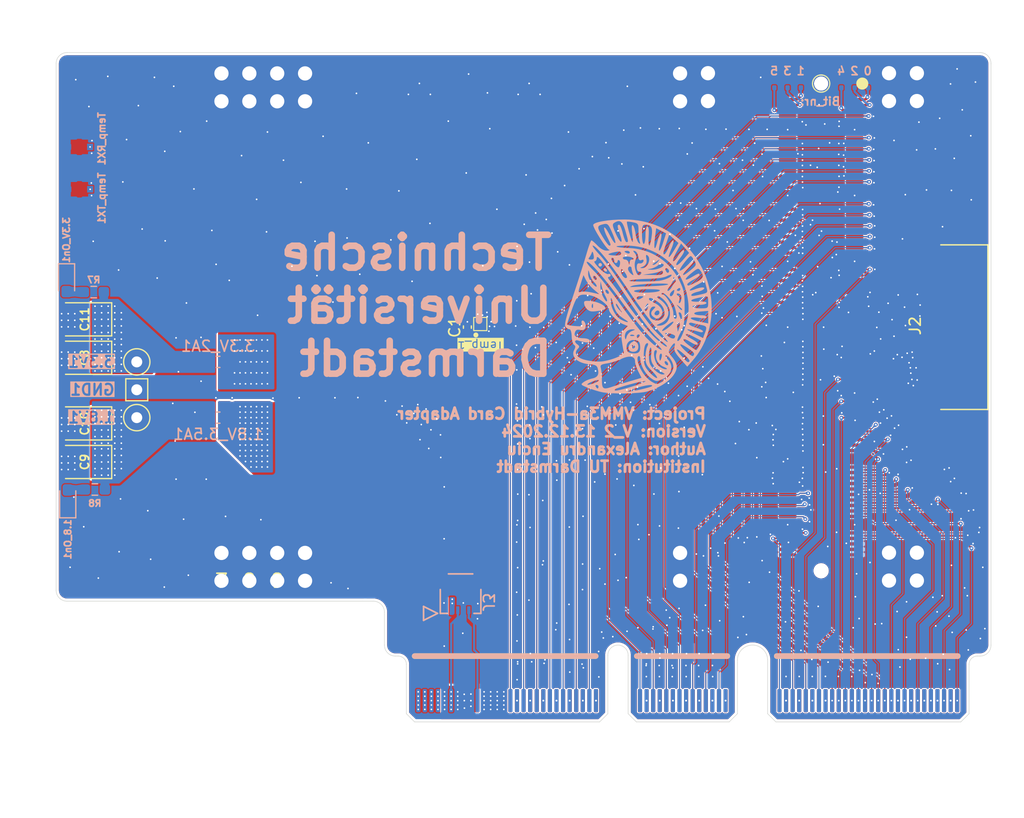
<source format=kicad_pcb>
(kicad_pcb (version 20241229) (generator "pcbnew") (generator_version "9.0")
  (layers (0 "F.Cu" signal "F.Cu Sig") (4 "In1.Cu" power "In1.Cu GND") (6 "In2.Cu" signal "In2.Cu Sig") (8 "In3.Cu" power "In3.Cu GND") (10 "In4.Cu" power "In4.Cu GND") (12 "In5.Cu" signal "In5.Cu Sig") (14 "In6.Cu" signal "In6.Cu GND") (2 "B.Cu" signal "B.Cu Sig") (13 "F.Paste" user) (15 "B.Paste" user) (5 "F.SilkS" user "F.Silkscreen") (7 "B.SilkS" user "B.Silkscreen") (1 "F.Mask" user) (3 "B.Mask" user) (25 "Edge.Cuts" user))
  (net 0 "")
  (net 1 "P2")
  (net 2 "P1")
  (net 3 "Ch_1")
  (net 4 "Ch_25")
  (net 5 "Ch_13")
  (net 6 "Ch_93")
  (net 7 "Ch_39")
  (net 8 "Ch_119")
  (net 9 "Ch_123")
  (net 10 "Ch_107")
  (net 11 "Ch_73")
  (net 12 "Ch_5")
  (net 13 "Ch_61")
  (net 14 "Ch_127")
  (net 15 "Ch_103")
  (net 16 "Ch_21")
  (net 17 "Ch_117")
  (net 18 "Ch_31")
  (net 19 "Ch_41")
  (net 20 "Ch_47")
  (net 21 "Ch_111")
  (net 22 "Ch_125")
  (net 23 "Ch_11")
  (net 24 "Heimtime")
  (net 25 "Ch_19")
  (net 26 "Ch_15")
  (net 27 "Ch_121")
  (net 28 "Ch_45")
  (net 29 "Ch_95")
  (net 30 "Ch_9")
  (net 31 "Ch_87")
  (net 32 "Ch_97")
  (net 33 "Ch_67")
  (net 34 "Ch_83")
  (net 35 "Ch_63")
  (net 36 "Ch_99")
  (net 37 "Ch_85")
  (net 38 "Ch_23")
  (net 39 "Ch_113")
  (net 40 "Ch_89")
  (net 41 "Ch_37")
  (net 42 "Ch_81")
  (net 43 "Ch_7")
  (net 44 "Ch_43")
  (net 45 "Ch_29")
  (net 46 "Ch_71")
  (net 47 "Ch_33")
  (net 48 "Master_Trigg")
  (net 49 "Ch_57")
  (net 50 "Ch_3")
  (net 51 "Ch_27")
  (net 52 "Ch_105")
  (net 53 "Ch_17")
  (net 54 "Ch_115")
  (net 55 "Ch_65")
  (net 56 "Ch_55")
  (net 57 "Ch_91")
  (net 58 "Ch_109")
  (net 59 "Ch_35")
  (net 60 "Ch_101")
  (net 61 "Ch_22")
  (net 62 "Ch_108")
  (net 63 "Ch_64")
  (net 64 "Ch_32")
  (net 65 "Ch_102")
  (net 66 "Ch_60")
  (net 67 "Ch_94")
  (net 68 "Ch_114")
  (net 69 "Ch_82")
  (net 70 "Ch_40")
  (net 71 "Ch_70")
  (net 72 "Ch_77")
  (net 73 "Ch_120")
  (net 74 "bit_0")
  (net 75 "Ch_88")
  (net 76 "Ch_66")
  (net 77 "Ch_53")
  (net 78 "Ch_51")
  (net 79 "Ch_49")
  (net 80 "Ch_122")
  (net 81 "Ch_72")
  (net 82 "bit_1")
  (net 83 "Ch_36")
  (net 84 "Ch_104")
  (net 85 "Ch_90")
  (net 86 "Ch_42")
  (net 87 "Ch_100")
  (net 88 "Ch_38")
  (net 89 "Ch_110")
  (net 90 "Ch_28")
  (net 91 "Ch_62")
  (net 92 "Ch_24")
  (net 93 "Ch_86")
  (net 94 "Ch_84")
  (net 95 "Ch_69")
  (net 96 "Ch_54")
  (net 97 "Ch_124")
  (net 98 "Ch_34")
  (net 99 "bit_2")
  (net 100 "Ch_46")
  (net 101 "Ch_44")
  (net 102 "Ch_56")
  (net 103 "Ch_75")
  (net 104 "Ch_106")
  (net 105 "bit_5")
  (net 106 "Ch_112")
  (net 107 "Ch_92")
  (net 108 "Ch_0")
  (net 109 "Ch_98")
  (net 110 "Ch_80")
  (net 111 "Ch_30")
  (net 112 "Ch_126")
  (net 113 "Ch_20")
  (net 114 "Ch_116")
  (net 115 "Ch_118")
  (net 116 "Ch_96")
  (net 117 "Ch_79")
  (net 118 "Ch_26")
  (net 119 "Ch_18")
  (net 120 "Ch_59")
  (net 121 "Ch_14")
  (net 122 "Ch_16")
  (net 123 "GND")
  (net 124 "Ch_2")
  (net 125 "Ch_10")
  (net 126 "Ch_6")
  (net 127 "Ch_4")
  (net 128 "Ch_8")
  (net 129 "Ch_12")
  (net 130 "bit_4")
  (net 131 "bit_3")
  (net 135 "TX")
  (net 136 "RX")
  (net 140 "P2_Out")
  (net 141 "P1_Out")
  (net 142 "Net-(1.8_On1-A)")
  (net 143 "Net-(3.3V_On1-A)")
  (footprint "" (layer "F.Cu") (at 134.778 122)
    (property "Reference" "15" (hide yes))
    (property "Value" "")
  )
  (footprint "" (layer "F.Cu") (at 193.073 121.98)
    (property "Reference" "")
    (property "Value" "")
  )
  (footprint "" (layer "F.Cu") (at 193.073 78.28)
    (property "Reference" "")
    (property "Value" "")
  )
  (footprint "" (layer "F.Cu") (at 129.698 78.3)
    (property "Reference" "")
    (property "Value" "")
  )
  (footprint "Capacitor_Tantalum_SMD:CP_EIA-3528-12_Kemet-T" (layer "F.Cu") (at 117.236 100.7135 180)
    (property "Reference" "C11")
    (property "Value" "TCJB475M025R0100")
  )
  (footprint "" (layer "F.Cu") (at 190.533 78.28)
    (property "Reference" "")
    (property "Value" "")
  )
  (footprint "" (layer "F.Cu") (at 129.698 122)
    (property "Reference" "11" (hide yes))
    (property "Value" "")
  )
  (footprint "" (layer "F.Cu") (at 132.238 80.84)
    (property "Reference" "")
    (property "Value" "")
  )
  (footprint "Capacitor_Tantalum_SMD:CP_EIA-3528-12_Kemet-T" (layer "F.Cu") (at 117.236 113.7135 180)
    (property "Reference" "C9")
    (property "Value" "TCJB475M025R0100")
  )
  (footprint "Card_Edge_Connector_FCI:Edge-Card-Connector" (layer "F.Cu") (at 147.63 135.46)
    (property "Reference" "J1" (hide yes))
    (property "Value" "ME1014010101011" (hide yes))
  )
  (footprint "" (layer "F.Cu") (at 190.533 121.98)
    (property "Reference" "")
    (property "Value" "")
  )
  (footprint "" (layer "F.Cu") (at 193.073 124.52)
    (property "Reference" "")
    (property "Value" "")
  )
  (footprint "" (layer "F.Cu") (at 193.073 80.82)
    (property "Reference" "")
    (property "Value" "")
  )
  (footprint "" (layer "F.Cu") (at 171.493 124.54)
    (property "Reference" "17" (hide yes))
    (property "Value" "")
  )
  (footprint "" (layer "F.Cu") (at 137.318 80.84)
    (property "Reference" "13" (hide yes))
    (property "Value" "")
  )
  (footprint "TestPoint:TestPoint_Pad_D2.5mm" (layer "F.Cu") (at 121.98 104.59 180)
    (property "Reference" "3.3V1")
    (property "Value" "3.3V")
  )
  (footprint "" (layer "F.Cu") (at 129.698 80.84)
    (property "Reference" "")
    (property "Value" "")
  )
  (footprint "" (layer "F.Cu") (at 190.533 124.52)
    (property "Reference" "")
    (property "Value" "")
  )
  (footprint "" (layer "F.Cu") (at 134.778 80.84)
    (property "Reference" "")
    (property "Value" "")
  )
  (footprint "Card_Edge_Connector_FCI:Hirose-FX10" (layer "F.Cu") (at 184.348 77.476 -90)
    (property "Reference" "U1" (hide yes))
    (property "Value" "~" (hide yes))
  )
  (footprint "" (layer "F.Cu") (at 137.318 122)
    (property "Reference" "24" (hide yes))
    (property "Value" "")
  )
  (footprint "" (layer "F.Cu") (at 134.778 124.54)
    (property "Reference" "9")
    (property "Value" "")
  )
  (footprint "" (layer "F.Cu") (at 171.493 80.84)
    (property "Reference" "1" (hide yes))
    (property "Value" "")
  )
  (footprint "" (layer "F.Cu") (at 132.238 122)
    (property "Reference" "12" (hide yes))
    (property "Value" "")
  )
  (footprint "IPEX:TMP104" (layer "F.Cu") (at 153.284 101.1385 -90)
    (property "Reference" "Temp_1")
    (property "Value" "~" (hide yes))
  )
  (footprint "" (layer "F.Cu") (at 174.033 80.82)
    (property "Reference" "2" (hide yes))
    (property "Value" "")
  )
  (footprint "TestPoint:TestPoint_Pad_2.5x2.5mm" (layer "F.Cu") (at 121.98 107.13 180)
    (property "Reference" "GND1")
    (property "Value" "GND")
  )
  (footprint "" (layer "F.Cu") (at 174.033 78.28)
    (property "Reference" "5" (hide yes))
    (property "Value" "")
  )
  (footprint "" (layer "F.Cu") (at 171.493 122)
    (property "Reference" "20" (hide yes))
    (property "Value" "")
  )
  (footprint "" (layer "F.Cu") (at 134.778 78.3)
    (property "Reference" "")
    (property "Value" "")
  )
  (footprint "" (layer "F.Cu") (at 190.533 80.82)
    (property "Reference" "")
    (property "Value" "")
  )
  (footprint "Capacitor_SMD:C_0402_1005Metric" (layer "F.Cu") (at 152.11 101.4185 90)
    (property "Reference" "C1")
    (property "Value" "100nF")
  )
  (footprint "TestPoint:TestPoint_Pad_D2.5mm" (layer "F.Cu") (at 121.98 109.67 180)
    (property "Reference" "1.8V1")
    (property "Value" "1.8V")
  )
  (footprint "" (layer "F.Cu") (at 171.493 78.3)
    (property "Reference" "4" (hide yes))
    (property "Value" "")
  )
  (footprint "Custom_Footprints:68711714522" (layer "F.Cu") (at 196.752 101.426 90)
    (property "Reference" "J2")
    (property "Value" "FPC: 68711714522")
  )
  (footprint "" (layer "F.Cu") (at 132.238 78.3)
    (property "Reference" "")
    (property "Value" "")
  )
  (footprint "" (layer "F.Cu") (at 132.238 124.54)
    (property "Reference" "8")
    (property "Value" "")
  )
  (footprint "Capacitor_Tantalum_SMD:CP_EIA-3528-12_Kemet-T" (layer "F.Cu") (at 117.236 110.1985 180)
    (property "Reference" "C10")
    (property "Value" "TCJB475M025R0100")
  )
  (footprint "" (layer "F.Cu") (at 129.698 124.54)
    (property "Reference" "7")
    (property "Value" "")
  )
  (footprint "" (layer "F.Cu") (at 137.318 124.54)
    (property "Reference" "23" (hide yes))
    (property "Value" "")
  )
  (footprint "" (layer "F.Cu") (at 137.318 78.3)
    (property "Reference" "14" (hide yes))
    (property "Value" "")
  )
  (footprint "Capacitor_Tantalum_SMD:CP_EIA-3528-12_Kemet-T" (layer "F.Cu") (at 117.236 104.2135 180)
    (property "Reference" "C8")
    (property "Value" "TCJB475M025R0100")
  )
  (footprint "Resistor_SMD:R_0201_0603Metric" (layer "B.Cu") (at 186.191 79.2885 90)
    (property "Reference" "R5" (hide yes))
    (property "Value" "10k" (hide yes))
  )
  (footprint "Resistor_SMD:R_0603_1608Metric_Pad0.98x0.95mm_HandSolder" (layer "B.Cu") (at 118.16 116.22 180)
    (property "Reference" "R8")
    (property "Value" "1k" (hide yes))
  )
  (footprint "Resistor_SMD:R_0603_1608Metric_Pad0.98x0.95mm_HandSolder" (layer "B.Cu") (at 118.06 98.23 180)
    (property "Reference" "R7")
    (property "Value" "1k" (hide yes))
  )
  (footprint "LED_SMD:LED_0603_1608Metric_Pad1.05x0.95mm_HandSolder" (layer "B.Cu") (at 115.58 97.31 -90)
    (property "Reference" "3.3V_On1")
    (property "Value" "LED" (hide yes))
  )
  (footprint "Custom_Footprints:IPEX_20449-001E-03" (layer "B.Cu") (at 116.76 88.86 -90)
    (property "Reference" "Temp_TX1")
    (property "Value" "20449-001E-03")
  )
  (footprint "Custom_Footprints:CON_5034800440_MOL" (layer "B.Cu") (at 151.49 125.71)
    (property "Reference" "J3")
    (property "Value" "FPC_4pin")
  )
  (footprint "Resistor_SMD:R_0201_0603Metric" (layer "B.Cu") (at 181.291 79.2885 90)
    (property "Reference" "R4" (hide yes))
    (property "Value" "10k" (hide yes))
  )
  (footprint "Fuse:Fuse_0603_1608Metric_Pad1.05x0.95mm_HandSolder" (layer "B.Cu") (at 129.39 104.59 180)
    (property "Reference" "3.3V_2A1")
    (property "Value" "2A")
  )
  (footprint "Resistor_SMD:R_0201_0603Metric" (layer "B.Cu") (at 187.401 79.2885 90)
    (property "Reference" "R3" (hide yes))
    (property "Value" "10k" (hide yes))
  )
  (footprint "Fuse:Fuse_0603_1608Metric_Pad1.05x0.95mm_HandSolder" (layer "B.Cu") (at 129.39 109.67 180)
    (property "Reference" "1.8V_3.5A1")
    (property "Value" "2.5A" (hide yes))
  )
  (footprint "LED_SMD:LED_0603_1608Metric_Pad1.05x0.95mm_HandSolder" (layer "B.Cu") (at 115.69 117.14 90)
    (property "Reference" "1.8_On1")
    (property "Value" "LED" (hide yes))
  )
  (footprint "Resistor_SMD:R_0201_0603Metric" (layer "B.Cu") (at 188.611 79.2885 90)
    (property "Reference" "R1" (hide yes))
    (property "Value" "10k" (hide yes))
  )
  (footprint "Resistor_SMD:R_0201_0603Metric" (layer "B.Cu") (at 182.501 79.2885 90)
    (property "Reference" "R2" (hide yes))
    (property "Value" "10k" (hide yes))
  )
  (footprint "Resistor_SMD:R_0201_0603Metric" (layer "B.Cu") (at 180.081 79.2885 90)
    (property "Reference" "R6" (hide yes))
    (property "Value" "10k" (hide yes))
  )
  (footprint "Custom_Footprints:IPEX_20449-001E-03" (layer "B.Cu") (at 116.75 85 -90)
    (property "Reference" "Temp_RX1")
    (property "Value" "20449-001E-03")
  )
  (gr_line (start 180.3 131.4) (end 196.8 131.4) (stroke (width 0.5)) (layer "F.SilkS"))
  (gr_line (start 167.55 131.4) (end 175.8 131.4) (stroke (width 0.5)) (layer "F.SilkS"))
  (gr_line (start 147.3 131.4) (end 163.8 131.4) (stroke (width 0.5)) (layer "F.SilkS"))
  (gr_poly (pts (xy 163.073242 99.028419) (xy 163.151141 99.031399) (xy 163.239408 99.036661) (xy 163.338591 99.043953) (xy 163.399151 99.04954) (xy 163.459927 99.056775) (xy 163.520778 99.065591) (xy 163.581564 99.075919) (xy 163.642145 99.087692) (xy 163.702381 99.10084) (xy 163.821256 99.130989) (xy 163.937067 99.16582) (xy 164.048693 99.204787) (xy 164.155012 99.247343) (xy 164.254902 99.29294) (xy 164.302085 99.316709) (xy 164.347241 99.341033) (xy 164.390228 99.365845) (xy 164.430907 99.391075) (xy 164.469138 99.416656) (xy 164.50478 99.442518) (xy 164.537693 99.468595) (xy 164.567736 99.494817) (xy 164.594771 99.521116) (xy 164.618655 99.547424) (xy 164.63925 99.573672) (xy 164.656415 99.599792) (xy 164.670009 99.625716) (xy 164.679893 99.651376) (xy 164.685926 99.676702) (xy 164.687968 99.701627) (xy 164.687397 99.709124) (xy 164.685703 99.716696) (xy 164.682914 99.724332) (xy 164.679058 99.732016) (xy 164.668256 99.747479) (xy 164.653521 99.762976) (xy 164.635076 99.7784) (xy 164.613147 99.793643) (xy 164.587956 99.808595) (xy 164.559728 99.823151) (xy 164.528685 99.8372) (xy 164.495053 99.850636) (xy 164.459054 99.86335) (xy 164.420914 99.875235) (xy 164.380854 99.886181) (xy 164.3391 99.896082) (xy 164.295876 99.904828) (xy 164.251404 99.912313) (xy 164.251399 99.912308) (xy 164.10731 99.933777) (xy 163.978186 99.95208) (xy 163.862812 99.967132) (xy 163.759977 99.978846) (xy 163.668467 99.987135) (xy 163.587069 99.991913) (xy 163.549783 99.992959) (xy 163.51457 99.993094) (xy 163.481279 99.992308) (xy 163.449758 99.990591) (xy 163.419855 99.987931) (xy 163.391419 99.984318) (xy 163.364298 99.97974) (xy 163.338341 99.974188) (xy 163.313395 99.967649) (xy 163.289309 99.960115) (xy 163.265932 99.951572) (xy 163.243112 99.942012) (xy 163.220698 99.931422) (xy 163.198537 99.919793) (xy 163.176478 99.907113) (xy 163.154369 99.893372) (xy 163.109398 99.862662) (xy 163.062408 99.827576) (xy 163.035916 99.805715) (xy 163.00965 99.781234) (xy 162.98377 99.754399) (xy 162.958433 99.725473) (xy 162.933796 99.694722) (xy 162.910019 99.662411) (xy 162.887259 99.628802) (xy 162.865674 99.594162) (xy 162.845422 99.558754) (xy 162.826661 99.522844) (xy 162.823215 99.515564) (xy 163.437285 99.515564) (xy 163.437558 99.536582) (xy 163.438987 99.556874) (xy 163.441565 99.576286) (xy 163.445285 99.594661) (xy 163.450142 99.611843) (xy 163.452995 99.619938) (xy 163.456129 99.627676) (xy 163.459544 99.635037) (xy 163.463239 99.642003) (xy 163.467213 99.648554) (xy 163.471466 99.65467) (xy 163.475997 99.660331) (xy 163.480804 99.665519) (xy 163.485704 99.670037) (xy 163.490509 99.673711) (xy 163.495214 99.676552) (xy 163.499814 99.678575) (xy 163.504303 99.679794) (xy 163.508677 99.68022) (xy 163.512929 99.679868) (xy 163.517055 99.678751) (xy 163.521048 99.676882) (xy 163.524904 99.674275) (xy 163.528618 99.670944) (xy 163.532183 99.6669) (xy 163.538849 99.656732) (xy 163.544859 99.643877) (xy 163.550169 99.628444) (xy 163.554738 99.610538) (xy 163.558523 99.590266) (xy 163.56148 99.567735) (xy 163.563567 99.543053) (xy 163.564742 99.516326) (xy 163.564961 99.48766) (xy 163.564181 99.457163) (xy 163.562406 99.424218) (xy 163.559952 99.394751) (xy 163.558478 99.381329) (xy 163.556844 99.368786) (xy 163.555053 99.357124) (xy 163.553108 99.346348) (xy 163.551012 99.33646) (xy 163.548768 99.327462) (xy 163.546379 99.319359) (xy 163.543849 99.312154) (xy 163.54118 99.305848) (xy 163.538375 99.300446) (xy 163.535439 99.295951) (xy 163.532373 99.292366) (xy 163.52918 99.289693) (xy 163.525865 99.287936) (xy 163.52243 99.287099) (xy 163.518878 99.287183) (xy 163.515212 99.288192) (xy 163.511436 99.29013) (xy 163.507552 99.293) (xy 163.503564 99.296803) (xy 163.499474 99.301545) (xy 163.495286 99.307227) (xy 163.491004 99.313853) (xy 163.486629 99.321425) (xy 163.482165 99.329948) (xy 163.477615 99.339424) (xy 163.472983 99.349856) (xy 163.468271 99.361248) (xy 163.460275 99.382971) (xy 163.453479 99.405062) (xy 163.447878 99.427364) (xy 163.443464 99.449721) (xy 163.440232 99.471977) (xy 163.438174 99.493977) (xy 163.437285 99.515564) (xy 162.823215 99.515564) (xy 162.809549 99.486695) (xy 162.794244 99.450572) (xy 162.780905 99.414741) (xy 162.769688 99.379464) (xy 162.760752 99.345008) (xy 162.754256 99.311635) (xy 162.747325 99.262087) (xy 162.743627 99.218087) (xy 162.74371 99.179384) (xy 162.74534 99.161941) (xy 162.748122 99.145728) (xy 162.752124 99.130713) (xy 162.757414 99.116866) (xy 162.76406 99.104154) (xy 162.772132 99.092547) (xy 162.781699 99.082013) (xy 162.792828 99.07252) (xy 162.805588 99.064038) (xy 162.820048 99.056534) (xy 162.836277 99.049978) (xy 162.854343 99.044338) (xy 162.896261 99.035679) (xy 162.946351 99.030307) (xy 163.005162 99.027971)) (stroke (width -0.000001)) (fill yes) (layer "B.SilkS"))
  (gr_line (start 180.3 131.4) (end 196.8 131.4) (stroke (width 0.5)) (layer "B.SilkS"))
  (gr_poly (pts (xy 164.639701 96.048739) (xy 164.651885 96.05023) (xy 164.664211 96.052877) (xy 164.676616 96.056669) (xy 164.689036 96.061595) (xy 164.701407 96.067645) (xy 164.713666 96.074807) (xy 164.725749 96.083071) (xy 164.737593 96.092426) (xy 164.749133 96.102862) (xy 164.760306 96.114368) (xy 164.771049 96.126932) (xy 164.781297 96.140545) (xy 164.790988 96.155195) (xy 164.800057 96.170872) (xy 164.808441 96.187565) (xy 164.816076 96.205263) (xy 164.822899 96.223955) (xy 164.822899 96.223951) (xy 164.825905 96.233634) (xy 164.828379 96.24303) (xy 164.830331 96.252131) (xy 164.831767 96.260928) (xy 164.832696 96.269413) (xy 164.833127 96.277578) (xy 164.833067 96.285414) (xy 164.832524 96.292915) (xy 164.831507 96.300071) (xy 164.830024 96.306875) (xy 164.828082 96.313319) (xy 164.825691 96.319393) (xy 164.822857 96.325091) (xy 164.81959 96.330404) (xy 164.815898 96.335324) (xy 164.811788 96.339842) (xy 164.807268 96.343951) (xy 164.802348 96.347643) (xy 164.797035 96.350909) (xy 164.791336 96.353742) (xy 164.785261 96.356133) (xy 164.778818 96.358073) (xy 164.772014 96.359556) (xy 164.764857 96.360573) (xy 164.757357 96.361115) (xy 164.749521 96.361175) (xy 164.741356 96.360744) (xy 164.732872 96.359815) (xy 164.724076 96.358379) (xy 164.714977 96.356427) (xy 164.705583 96.353953) (xy 164.695901 96.350948) (xy 164.686152 96.347542) (xy 164.676557 96.343882) (xy 164.657876 96.335842) (xy 164.639951 96.326921) (xy 164.622872 96.31721) (xy 164.606732 96.306799) (xy 164.591621 96.295782) (xy 164.577633 96.284249) (xy 164.564857 96.272292) (xy 164.558952 96.266183) (xy 164.553385 96.260002) (xy 164.548168 96.253761) (xy 164.54331 96.247472) (xy 164.538825 96.241145) (xy 164.534723 96.234792) (xy 164.531016 96.228424) (xy 164.527715 96.222054) (xy 164.524831 96.215692) (xy 164.522377 96.20935) (xy 164.520364 96.203039) (xy 164.518802 96.196771) (xy 164.517704 96.190558) (xy 164.517081 96.18441) (xy 164.516944 96.178339) (xy 164.517305 96.172356) (xy 164.519716 96.155223) (xy 164.523224 96.139406) (xy 164.527765 96.124896) (xy 164.533276 96.111681) (xy 164.539694 96.099751) (xy 164.546953 96.089095) (xy 164.554992 96.079701) (xy 164.563746 96.07156) (xy 164.573151 96.064661) (xy 164.583144 96.058993) (xy 164.593662 96.054545) (xy 164.60464 96.051306) (xy 164.616015 96.049266) (xy 164.627723 96.048414)) (stroke (width -0.000001)) (fill yes) (layer "B.SilkS"))
  (gr_poly (pts (xy 167.356806 102.725886) (xy 167.381226 102.729189) (xy 167.404991 102.734595) (xy 167.428063 102.742021) (xy 167.450406 102.751386) (xy 167.471984 102.762609) (xy 167.492763 102.775608) (xy 167.512704 102.790302) (xy 167.531774 102.806608) (xy 167.549934 102.824446) (xy 167.567151 102.843733) (xy 167.583387 102.864388) (xy 167.598606 102.88633) (xy 167.612774 102.909476) (xy 167.625853 102.933746) (xy 167.637807 102.959058) (xy 167.648601 102.98533) (xy 167.658199 103.01248) (xy 167.673662 103.06909) (xy 167.683909 103.128235) (xy 167.686985 103.158554) (xy 167.68865 103.189263) (xy 167.688866 103.220279) (xy 167.687599 103.25152) (xy 167.684811 103.282906) (xy 167.680467 103.314355) (xy 167.674531 103.345784) (xy 167.666967 103.377113) (xy 167.657739 103.40826) (xy 167.646811 103.439144) (xy 167.646811 103.438924) (xy 167.634292 103.467055) (xy 167.619125 103.493363) (xy 167.601489 103.517849) (xy 167.581558 103.540512) (xy 167.559509 103.561353) (xy 167.535519 103.580373) (xy 167.509765 103.597572) (xy 167.482422 103.61295) (xy 167.453667 103.626509) (xy 167.423676 103.638248) (xy 167.392626 103.648168) (xy 167.360693 103.65627) (xy 167.328055 103.662554) (xy 167.294886 103.66702) (xy 167.261363 103.669668) (xy 167.227664 103.6705) (xy 167.193964 103.669516) (xy 167.16044 103.666717) (xy 167.127268 103.662101) (xy 167.094624 103.655671) (xy 167.062686 103.647427) (xy 167.031629 103.637369) (xy 167.00163 103.625497) (xy 166.972865 103.611813) (xy 166.945511 103.596316) (xy 166.919744 103.579006) (xy 166.895741 103.559886) (xy 166.873678 103.538954) (xy 166.853731 103.516212) (xy 166.836077 103.491659) (xy 166.820892 103.465297) (xy 166.808353 103.437125) (xy 166.799359 103.410084) (xy 166.792772 103.382303) (xy 166.788512 103.353887) (xy 166.786505 103.324941) (xy 166.786672 103.29557) (xy 166.788936 103.265879) (xy 166.793221 103.235972) (xy 166.799449 103.205954) (xy 166.80078 103.201015) (xy 167.069218 103.201015) (xy 167.069426 103.209152) (xy 167.070042 103.217186) (xy 167.071056 103.225107) (xy 167.072458 103.232904) (xy 167.074238 103.240567) (xy 167.076386 103.248087) (xy 167.078891 103.255452) (xy 167.081744 103.262654) (xy 167.084934 103.269681) (xy 167.088451 103.276523) (xy 167.092285 103.283171) (xy 167.096425 103.289614) (xy 167.100862 103.295841) (xy 167.105585 103.301844) (xy 167.110584 103.307611) (xy 167.11585 103.313132) (xy 167.121371 103.318398) (xy 167.127137 103.323398) (xy 167.13314 103.328121) (xy 167.139367 103.332558) (xy 167.14581 103.336699) (xy 167.152457 103.340533) (xy 167.159299 103.34405) (xy 167.166326 103.34724) (xy 167.173528 103.350093) (xy 167.180893 103.352599) (xy 167.188413 103.354747) (xy 167.196076 103.356527) (xy 167.203874 103.35793) (xy 167.211794 103.358944) (xy 167.219829 103.35956) (xy 167.227966 103.359768) (xy 167.236103 103.35956) (xy 167.244137 103.358944) (xy 167.252058 103.35793) (xy 167.259855 103.356527) (xy 167.267518 103.354747) (xy 167.275037 103.352599) (xy 167.282403 103.350094) (xy 167.289604 103.347241) (xy 167.296631 103.344051) (xy 167.303473 103.340534) (xy 167.310121 103.3367) (xy 167.316563 103.33256) (xy 167.322791 103.328123) (xy 167.328793 103.323399) (xy 167.33456 103.3184) (xy 167.340081 103.313134) (xy 167.345346 103.307613) (xy 167.350346 103.301846) (xy 167.355069 103.295843) (xy 167.359506 103.289616) (xy 167.363647 103.283173) (xy 167.367481 103.276525) (xy 167.370998 103.269683) (xy 167.374188 103.262656) (xy 167.37704 103.255454) (xy 167.379546 103.248089) (xy 167.381694 103.240569) (xy 167.383474 103.232905) (xy 167.384876 103.225108) (xy 167.38589 103.217187) (xy 167.386506 103.209153) (xy 167.386714 103.201015) (xy 167.386506 103.192878) (xy 167.38589 103.184844) (xy 167.384876 103.176923) (xy 167.383474 103.169125) (xy 167.381694 103.161462) (xy 167.379546 103.153942) (xy 167.377041 103.146577) (xy 167.374188 103.139375) (xy 167.370998 103.132348) (xy 167.367481 103.125506) (xy 167.363648 103.118859) (xy 167.359507 103.112416) (xy 167.355071 103.106189) (xy 167.350347 103.100186) (xy 167.345348 103.09442) (xy 167.340083 103.088899) (xy 167.334562 103.083633) (xy 167.328795 103.078634) (xy 167.322793 103.073911) (xy 167.316565 103.069474) (xy 167.310123 103.065334) (xy 167.303475 103.0615) (xy 167.296633 103.057983) (xy 167.289606 103.054793) (xy 167.282405 103.05194) (xy 167.275039 103.049435) (xy 167.26752 103.047287) (xy 167.259856 103.045507) (xy 167.252059 103.044105) (xy 167.244138 103.043091) (xy 167.236104 103.042475) (xy 167.227966 103.042267) (xy 167.219829 103.042475) (xy 167.211795 103.043091) (xy 167.203875 103.044105) (xy 167.196078 103.045507) (xy 167.188414 103.047287) (xy 167.180895 103.049435) (xy 167.173529 103.05194) (xy 167.166328 103.054793) (xy 167.159301 103.057983) (xy 167.152459 103.0615) (xy 167.145812 103.065334) (xy 167.139369 103.069474) (xy 167.133142 103.073911) (xy 167.127139 103.078634) (xy 167.121372 103.083633) (xy 167.115851 103.088899) (xy 167.110586 103.09442) (xy 167.105586 103.100186) (xy 167.100863 103.106189) (xy 167.096426 103.112416) (xy 167.092286 103.118859) (xy 167.088452 103.125506) (xy 167.084935 103.132348) (xy 167.081745 103.139375) (xy 167.078892 103.146577) (xy 167.076387 103.153942) (xy 167.074239 103.161462) (xy 167.072458 103.169125) (xy 167.071056 103.176923) (xy 167.070042 103.184844) (xy 167.069426 103.192878) (xy 167.069218 103.201015) (xy 166.80078 103.201015) (xy 166.807543 103.17593) (xy 166.817428 103.146005) (xy 166.829024 103.116284) (xy 166.842256 103.086871) (xy 166.857047 103.057871) (xy 166.873319 103.02939) (xy 166.890996 103.001531) (xy 166.91 102.974399) (xy 166.930254 102.9481) (xy 166.951682 102.922739) (xy 166.974206 102.898419) (xy 166.99775 102.875246) (xy 167.022236 102.853325) (xy 167.047588 102.83276) (xy 167.073728 102.813656) (xy 167.10058 102.796118) (xy 167.128066 102.780251) (xy 167.156109 102.766159) (xy 167.184633 102.753948) (xy 167.21356 102.743723) (xy 167.242814 102.735587) (xy 167.272317 102.729646) (xy 167.301993 102.726004) (xy 167.331764 102.724767)) (stroke (width -0.000001)) (fill yes) (layer "B.SilkS"))
  (gr_poly (pts (xy 164.219853 95.581229) (xy 164.227886 95.581845) (xy 164.235807 95.582859) (xy 164.243604 95.584262) (xy 164.251267 95.586042) (xy 164.258787 95.58819) (xy 164.266152 95.590695) (xy 164.273353 95.593548) (xy 164.28038 95.596738) (xy 164.287223 95.600255) (xy 164.29387 95.604089) (xy 164.300313 95.60823) (xy 164.30654 95.612667) (xy 164.312542 95.61739) (xy 164.318309 95.62239) (xy 164.32383 95.627655) (xy 164.329096 95.633176) (xy 164.334095 95.638943) (xy 164.338819 95.644946) (xy 164.343256 95.651173) (xy 164.347396 95.657616) (xy 164.35123 95.664264) (xy 164.354747 95.671106) (xy 164.357937 95.678133) (xy 164.36079 95.685335) (xy 164.363295 95.692701) (xy 164.365443 95.70022) (xy 164.367223 95.707884) (xy 164.368626 95.715681) (xy 164.36964 95.723602) (xy 164.370256 95.731637) (xy 164.370463 95.739774) (xy 164.370256 95.747911) (xy 164.36964 95.755946) (xy 164.368626 95.763867) (xy 164.367223 95.771664) (xy 164.365443 95.779327) (xy 164.363296 95.786847) (xy 164.36079 95.794213) (xy 164.357938 95.801414) (xy 164.354748 95.808441) (xy 164.351231 95.815283) (xy 164.347397 95.821931) (xy 164.343257 95.828373) (xy 164.33882 95.834601) (xy 164.334097 95.840603) (xy 164.329097 95.84637) (xy 164.323832 95.851891) (xy 164.318311 95.857156) (xy 164.312544 95.862155) (xy 164.306542 95.866878) (xy 164.300315 95.871315) (xy 164.293872 95.875456) (xy 164.287225 95.879289) (xy 164.280382 95.882806) (xy 164.273355 95.885996) (xy 164.266154 95.888849) (xy 164.258789 95.891354) (xy 164.251269 95.893502) (xy 164.243605 95.895282) (xy 164.235808 95.896684) (xy 164.227887 95.897698) (xy 164.219853 95.898314) (xy 164.211716 95.898522) (xy 164.203578 95.898314) (xy 164.195544 95.897698) (xy 164.187623 95.896684) (xy 164.179826 95.895282) (xy 164.172162 95.893502) (xy 164.164642 95.891354) (xy 164.157276 95.888849) (xy 164.150075 95.885996) (xy 164.143048 95.882806) (xy 164.136205 95.879289) (xy 164.129558 95.875456) (xy 164.123115 95.871315) (xy 164.116887 95.866878) (xy 164.110885 95.862155) (xy 164.105118 95.857156) (xy 164.099597 95.851891) (xy 164.094331 95.84637) (xy 164.089332 95.840603) (xy 164.084608 95.834601) (xy 164.080171 95.828373) (xy 164.076031 95.821931) (xy 164.072197 95.815283) (xy 164.06868 95.808441) (xy 164.06549 95.801414) (xy 164.062637 95.794213) (xy 164.060131 95.786847) (xy 164.057983 95.779327) (xy 164.056203 95.771664) (xy 164.054801 95.763867) (xy 164.053787 95.755946) (xy 164.053171 95.747911) (xy 164.052963 95.739774) (xy 164.053171 95.731637) (xy 164.053787 95.723603) (xy 164.054801 95.715682) (xy 164.056203 95.707885) (xy 164.057983 95.700222) (xy 164.060131 95.692702) (xy 164.062637 95.685337) (xy 164.06549 95.678135) (xy 164.06868 95.671108) (xy 164.072197 95.664266) (xy 164.076031 95.657618) (xy 164.080171 95.651175) (xy 164.084608 95.644948) (xy 164.089332 95.638945) (xy 164.094331 95.633178) (xy 164.099597 95.627657) (xy 164.105118 95.622391) (xy 164.110885 95.617392) (xy 164.116887 95.612668) (xy 164.123115 95.608231) (xy 164.129558 95.60409) (xy 164.136205 95.600256) (xy 164.143048 95.596739) (xy 164.150075 95.593549) (xy 164.157276 95.590696) (xy 164.164642 95.58819) (xy 164.172162 95.586042) (xy 164.179826 95.584262) (xy 164.187623 95.58286) (xy 164.195544 95.581845) (xy 164.203578 95.581229) (xy 164.211716 95.581022)) (stroke (width -0.000001)) (fill yes) (layer "B.SilkS"))
  (gr_poly (pts (xy 166.848448 91.622821) (xy 167.271441 91.654426) (xy 167.686688 91.706993) (xy 168.093991 91.780432) (xy 168.493151 91.874653) (xy 168.883971 91.989568) (xy 169.266251 92.125087) (xy 169.639794 92.28112) (xy 170.004401 92.457579) (xy 170.359874 92.654373) (xy 170.706015 92.871415) (xy 171.042625 93.108614) (xy 171.369506 93.365881) (xy 171.68646 93.643126) (xy 171.993289 93.940261) (xy 172.289793 94.257197) (xy 172.529538 94.538723) (xy 172.754718 94.828607) (xy 172.965312 95.126255) (xy 173.161301 95.431074) (xy 173.342664 95.742472) (xy 173.509381 96.059856) (xy 173.661432 96.382633) (xy 173.798796 96.71021) (xy 173.921455 97.041995) (xy 174.029387 97.377395) (xy 174.122572 97.715817) (xy 174.20099 98.056668) (xy 174.264622 98.399356) (xy 174.313446 98.743287) (xy 174.347442 99.08787) (xy 174.366592 99.432511) (xy 174.370873 99.776618) (xy 174.360267 100.119597) (xy 174.334752 100.460857) (xy 174.29431 100.799804) (xy 174.238919 101.135845) (xy 174.168559 101.468388) (xy 174.083211 101.79684) (xy 173.982854 102.120609) (xy 173.867468 102.439101) (xy 173.737032 102.751724) (xy 173.591528 103.057884) (xy 173.430934 103.35699) (xy 173.25523 103.648449) (xy 173.064396 103.931667) (xy 172.858413 104.206052) (xy 172.637259 104.471012) (xy 172.148518 105.026636) (xy 171.519501 104.317441) (xy 171.434881 104.220648) (xy 171.357988 104.129679) (xy 171.288623 104.044139) (xy 171.226588 103.963632) (xy 171.171683 103.887761) (xy 171.123709 103.816131) (xy 171.082467 103.748344) (xy 171.04776 103.684006) (xy 171.032794 103.653005) (xy 171.019386 103.622719) (xy 171.007513 103.593096) (xy 170.997149 103.564087) (xy 170.988269 103.535643) (xy 170.980848 103.507715) (xy 170.975917 103.485096) (xy 171.21738 103.485096) (xy 171.218609 103.500677) (xy 171.223941 103.520183) (xy 171.233396 103.543577) (xy 171.246992 103.57082) (xy 171.26475 103.601876) (xy 171.312823 103.675275) (xy 171.37777 103.76347) (xy 171.459742 103.866162) (xy 171.558894 103.983048) (xy 171.675378 104.113828) (xy 171.675374 104.113828) (xy 171.763195 104.209822) (xy 171.841984 104.294587) (xy 171.912374 104.368494) (xy 171.944618 104.401493) (xy 171.975001 104.431918) (xy 172.003601 104.459814) (xy 172.030499 104.485229) (xy 172.055773 104.508208) (xy 172.079503 104.5288) (xy 172.101768 104.547049) (xy 172.122648 104.563003) (xy 172.142221 104.576708) (xy 172.160568 104.58821) (xy 172.177767 104.597557) (xy 172.193898 104.604795) (xy 172.201588 104.607637) (xy 172.20904 104.609969) (xy 172.216265 104.611798) (xy 172.223273 104.613128) (xy 172.230073 104.613966) (xy 172.236675 104.614317) (xy 172.24309 104.614187) (xy 172.249327 104.613582) (xy 172.255396 104.612509) (xy 172.261308 104.610972) (xy 172.267071 104.608977) (xy 172.272696 104.606531) (xy 172.278193 104.603638) (xy 172.283572 104.600306) (xy 172.288842 104.59654) (xy 172.294014 104.592345) (xy 172.304102 104.582693) (xy 172.313915 104.571397) (xy 172.323533 104.558504) (xy 172.333035 104.544059) (xy 172.3425 104.528111) (xy 172.352008 104.510705) (xy 172.35443 104.503902) (xy 172.355244 104.495803) (xy 172.354486 104.486448) (xy 172.35219 104.47588) (xy 172.343125 104.451271) (xy 172.32833 104.422309) (xy 172.308085 104.389332) (xy 172.282669 104.352672) (xy 172.252362 104.312666) (xy 172.217446 104.269648) (xy 172.178199 104.223954) (xy 172.134903 104.175918) (xy 172.087836 104.125876) (xy 172.037279 104.074161) (xy 171.983513 104.021111) (xy 171.926816 103.967058) (xy 171.86747 103.912339) (xy 171.805754 103.857288) (xy 171.678333 103.748031) (xy 171.5661 103.656885) (xy 171.469208 103.583549) (xy 171.387812 103.527722) (xy 171.322063 103.489103) (xy 171.295104 103.476152) (xy 171.272115 103.46739) (xy 171.253114 103.462779) (xy 171.238121 103.462282) (xy 171.227155 103.465861) (xy 171.220235 103.473478) (xy 171.21738 103.485096) (xy 170.975917 103.485096) (xy 170.974862 103.480252) (xy 170.970285 103.453206) (xy 170.967093 103.426526) (xy 170.965261 103.400164) (xy 170.964763 103.374069) (xy 170.965576 103.348192) (xy 170.967674 103.322484) (xy 170.971033 103.296895) (xy 170.975627 103.271375) (xy 170.981431 103.245876) (xy 171.000617 103.162705) (xy 171.013649 103.090947) (xy 171.017901 103.059344) (xy 171.020668 103.030589) (xy 171.021756 103.008873) (xy 171.514218 103.008873) (xy 171.517221 103.031487) (xy 171.52599 103.057986) (xy 171.540163 103.088047) (xy 171.559378 103.121345) (xy 171.611487 103.196353) (xy 171.679423 103.280415) (xy 171.760291 103.370935) (xy 171.851196 103.465318) (xy 171.949246 103.560966) (xy 172.051545 103.655286) (xy 172.155199 103.745679) (xy 172.257313 103.829552) (xy 172.354994 103.904308) (xy 172.445347 103.967351) (xy 172.525478 104.016085) (xy 172.560805 104.034276) (xy 172.592492 104.047915) (xy 172.620175 104.05668) (xy 172.643494 104.060245) (xy 172.662087 104.058286) (xy 172.675592 104.050478) (xy 172.709827 104.013537) (xy 172.736867 103.977769) (xy 172.747572 103.960157) (xy 172.756338 103.942636) (xy 172.763116 103.92514) (xy 172.767861 103.907602) (xy 172.770524 103.889953) (xy 172.77106 103.872128) (xy 172.769421 103.854058) (xy 172.76556 103.835677) (xy 172.759429 103.816918) (xy 172.750983 103.797712) (xy 172.740173 103.777994) (xy 172.726952 103.757696) (xy 172.711275 103.736751) (xy 172.693093 103.715092) (xy 172.649027 103.669361) (xy 172.594378 103.619967) (xy 172.528771 103.566372) (xy 172.451827 103.508039) (xy 172.363172 103.44443) (xy 172.262428 103.375009) (xy 172.149219 103.299238) (xy 172.084532 103.257101) (xy 172.02166 103.217468) (xy 171.960927 103.180488) (xy 171.90266 103.14631) (xy 171.847182 103.115083) (xy 171.794821 103.086955) (xy 171.745902 103.062075) (xy 171.700749 103.040592) (xy 171.65969 103.022655) (xy 171.623049 103.008413) (xy 171.591151 102.998013) (xy 171.577083 102.994301) (xy 171.564323 102.991606) (xy 171.552912 102.989946) (xy 171.542891 102.98934) (xy 171.534299 102.989806) (xy 171.527178 102.991363) (xy 171.521569 102.99403) (xy 171.517512 102.997825) (xy 171.515048 103.002766) (xy 171.514218 103.008873) (xy 171.021756 103.008873) (xy 171.021966 103.004681) (xy 171.021813 102.981619) (xy 171.020227 102.9614) (xy 171.017225 102.944023) (xy 171.012824 102.929487) (xy 171.007043 102.917789) (xy 170.999897 102.90893) (xy 170.991406 102.902906) (xy 170.981586 102.899716) (xy 170.970455 102.899359) (xy 170.958031 102.901833) (xy 170.94433 102.907137) (xy 170.92937 102.915269) (xy 170.91317 102.926227) (xy 170.895745 102.940011) (xy 170.877114 102.956617) (xy 170.857295 102.976045) (xy 170.836304 102.998294) (xy 170.790878 103.051244) (xy 170.740976 103.115457) (xy 170.686738 103.190919) (xy 170.628303 103.277617) (xy 170.585149 103.344328) (xy 170.54813 103.404317) (xy 170.51744 103.458701) (xy 170.50453 103.484139) (xy 170.493276 103.508593) (xy 170.483702 103.532204) (xy 170.475833 103.55511) (xy 170.469692 103.577451) (xy 170.465305 103.599366) (xy 170.462696 103.620995) (xy 170.461889 103.642477) (xy 170.462909 103.663951) (xy 170.46578 103.685557) (xy 170.470527 103.707434) (xy 170.477173 103.729722) (xy 170.485744 103.75256) (xy 170.496264 103.776087) (xy 170.508756 103.800443) (xy 170.523247 103.825767) (xy 170.539759 103.852199) (xy 170.558318 103.879877) (xy 170.601673 103.939533) (xy 170.653507 104.005849) (xy 170.714016 104.079941) (xy 170.783394 104.162923) (xy 170.825498 104.214652) (xy 170.866421 104.268252) (xy 170.905952 104.323304) (xy 170.943878 104.379389) (xy 170.979988 104.436087) (xy 171.014069 104.49298) (xy 171.045911 104.549648) (xy 171.0753 104.605673) (xy 171.102026 104.660634) (xy 171.125876 104.714113) (xy 171.146637 104.765691) (xy 171.1641 104.814949) (xy 171.17805 104.861467) (xy 171.188277 104.904827) (xy 171.194569 104.944608) (xy 171.196713 104.980393) (xy 171.193544 105.060716) (xy 171.184119 105.141519) (xy 171.168558 105.222696) (xy 171.146983 105.304139) (xy 171.119514 105.385744) (xy 171.086272 105.467405) (xy 171.002956 105.630467) (xy 170.898002 105.792478) (xy 170.772378 105.952589) (xy 170.627053 106.109952) (xy 170.462995 106.263719) (xy 170.281171 106.41304) (xy 170.082552 106.557067) (xy 169.868103 106.694953) (xy 169.638795 106.825849) (xy 169.395594 106.948906) (xy 169.139469 107.063275) (xy 168.871389 107.16811) (xy 168.592322 107.26256) (xy 168.592326 107.26256) (xy 168.428377 107.305009) (xy 168.226008 107.342775) (xy 167.990453 107.375773) (xy 167.726944 107.403919) (xy 167.136998 107.445316) (xy 166.498031 107.466286) (xy 165.851905 107.46615) (xy 165.240484 107.44423) (xy 164.96087 107.424889) (xy 164.70563 107.399847) (xy 164.479998 107.36902) (xy 164.289206 107.332323) (xy 164.148451 107.297405) (xy 164.117546 107.288905) (xy 166.719999 107.288905) (xy 166.720569 107.290701) (xy 166.721704 107.292326) (xy 166.725687 107.295056) (xy 166.73199 107.297078) (xy 166.740654 107.298372) (xy 166.751718 107.29892) (xy 166.837425 107.295438) (xy 166.949137 107.283838) (xy 167.233966 107.240093) (xy 167.57299 107.175301) (xy 167.932993 107.097077) (xy 168.280759 107.013036) (xy 168.583072 106.930795) (xy 168.706804 106.892728) (xy 168.806717 106.857967) (xy 168.878659 106.827463) (xy 168.918478 106.802169) (xy 168.93448 106.784009) (xy 168.944441 106.767681) (xy 168.948556 106.753161) (xy 168.947015 106.740423) (xy 168.94001 106.729442) (xy 168.927733 106.720192) (xy 168.888132 106.706785) (xy 168.829745 106.7) (xy 168.754109 106.699634) (xy 168.662758 106.705484) (xy 168.557228 106.717347) (xy 168.439052 106.735021) (xy 168.309767 106.758304) (xy 168.024008 106.820883) (xy 167.71223 106.903463) (xy 167.550422 106.951746) (xy 167.386714 107.004422) (xy 167.386719 107.004422) (xy 167.299011 107.034133) (xy 167.216187 107.063037) (xy 167.138571 107.090985) (xy 167.06649 107.117827) (xy 167.00027 107.143411) (xy 166.940234 107.167589) (xy 166.88671 107.19021) (xy 166.840023 107.211123) (xy 166.800498 107.230178) (xy 166.768461 107.247225) (xy 166.744237 107.262113) (xy 166.735157 107.268701) (xy 166.728153 107.274693) (xy 166.723265 107.28007) (xy 166.720533 107.284814) (xy 166.719999 107.288905) (xy 164.117546 107.288905) (xy 163.992363 107.254477) (xy 163.826129 107.205219) (xy 163.655197 107.151392) (xy 165.540587 107.151392) (xy 165.540931 107.157165) (xy 165.542083 107.162786) (xy 165.544053 107.168242) (xy 165.546853 107.173522) (xy 165.550491 107.178614) (xy 165.554978 107.183504) (xy 165.560325 107.18818) (xy 165.56654 107.192631) (xy 165.573636 107.196843) (xy 165.597129 107.203293) (xy 165.63381 107.204813) (xy 165.743085 107.194186) (xy 165.894154 107.167204) (xy 166.079712 107.126111) (xy 166.52507 107.010559) (xy 167.020712 106.865469) (xy 167.508192 106.708784) (xy 167.929063 106.558443) (xy 168.096256 106.491259) (xy 168.224879 106.432387) (xy 168.307626 106.384073) (xy 168.329513 106.364575) (xy 168.337192 106.348557) (xy 168.332165 106.341269) (xy 168.317091 106.337065) (xy 168.258848 106.337394) (xy 168.166559 106.348509) (xy 168.044321 106.36938) (xy 167.726379 106.436258) (xy 167.337792 106.52977) (xy 166.91133 106.641658) (xy 166.479762 106.763663) (xy 166.075856 106.887528) (xy 165.732384 107.004995) (xy 165.716943 107.010864) (xy 165.702077 107.016865) (xy 165.687796 107.022985) (xy 165.674109 107.029212) (xy 165.661027 107.035532) (xy 165.64856 107.041935) (xy 165.636719 107.048407) (xy 165.625513 107.054937) (xy 165.614952 107.061512) (xy 165.605047 107.068119) (xy 165.595808 107.074747) (xy 165.587246 107.081383) (xy 165.579369 107.088015) (xy 165.572189 107.09463) (xy 165.565716 107.101216) (xy 165.559959 107.107761) (xy 165.554929 107.114253) (xy 165.550637 107.120679) (xy 165.547091 107.127027) (xy 165.544304 107.133285) (xy 165.542283 107.13944) (xy 165.541041 107.145479) (xy 165.540587 107.151392) (xy 163.655197 107.151392) (xy 163.654938 107.15131) (xy 163.483977 107.094431) (xy 163.318434 107.036262) (xy 163.163497 106.978482) (xy 163.024354 106.922771) (xy 162.918551 106.878302) (xy 162.826101 106.838581) (xy 162.746601 106.80298) (xy 162.711582 106.786528) (xy 162.679649 106.77087) (xy 162.67817 106.770105) (xy 163.788486 106.770105) (xy 163.788534 106.776753) (xy 163.789039 106.783595) (xy 163.790003 106.790622) (xy 163.791433 106.797823) (xy 163.793332 106.805189) (xy 163.795705 106.812708) (xy 163.798556 106.820372) (xy 163.80189 106.828169) (xy 163.805712 106.83609) (xy 163.810025 106.844124) (xy 163.814834 106.852262) (xy 163.825192 106.868434) (xy 163.835972 106.884152) (xy 163.847088 106.899335) (xy 163.858453 106.913902) (xy 163.869983 106.927771) (xy 163.88159 106.940861) (xy 163.893188 106.953091) (xy 163.904691 106.964378) (xy 163.916013 106.974643) (xy 163.927067 106.983803) (xy 163.937768 106.991777) (xy 163.948029 106.998484) (xy 163.952968 107.001337) (xy 163.957765 107.003842) (xy 163.962408 107.00599) (xy 163.966888 107.00777) (xy 163.971193 107.009172) (xy 163.975313 107.010186) (xy 163.979236 107.010802) (xy 163.982953 107.01101) (xy 163.986541 107.010802) (xy 163.990085 107.010186) (xy 163.993578 107.009172) (xy 163.997017 107.00777) (xy 164.000396 107.00599) (xy 164.003712 107.003842) (xy 164.010136 106.998484) (xy 164.016253 106.991777) (xy 164.022025 106.983803) (xy 164.027418 106.974643) (xy 164.032396 106.964378) (xy 164.036922 106.953091) (xy 164.040961 106.940861) (xy 164.044478 106.927771) (xy 164.047435 106.913902) (xy 164.049798 106.899335) (xy 164.05153 106.884152) (xy 164.052595 106.868434) (xy 164.052959 106.852262) (xy 164.052739 106.844124) (xy 164.052086 106.83609) (xy 164.051012 106.828169) (xy 164.049527 106.820372) (xy 164.047642 106.812708) (xy 164.045367 106.805189) (xy 164.042714 106.797823) (xy 164.039693 106.790622) (xy 164.036315 106.783595) (xy 164.03259 106.776753) (xy 164.02853 106.770105) (xy 164.024145 106.763663) (xy 164.019446 106.757435) (xy 164.014444 106.751433) (xy 164.009149 106.745666) (xy 164.003573 106.740145) (xy 163.997726 106.73488) (xy 163.991619 106.729881) (xy 163.985262 106.725157) (xy 163.978667 106.720721) (xy 163.971844 106.71658) (xy 163.964805 106.712747) (xy 163.957558 106.70923) (xy 163.950117 106.70604) (xy 163.942491 106.703187) (xy 163.93469 106.700682) (xy 163.926727 106.698534) (xy 163.918611 106.696754) (xy 163.910354 106.695352) (xy 163.901966 106.694338) (xy 163.893458 106.693722) (xy 163.88484 106.693514) (xy 163.876351 106.693722) (xy 163.868224 106.694338) (xy 163.860462 106.695352) (xy 163.853072 106.696754) (xy 163.846056 106.698534) (xy 163.83942 106.700682) (xy 163.833168 106.703187) (xy 163.827305 106.70604) (xy 163.821835 106.70923) (xy 163.816762 106.712747) (xy 163.812091 106.71658) (xy 163.807827 106.720721) (xy 163.803974 106.725157) (xy 163.800537 106.729881) (xy 163.797519 106.73488) (xy 163.794926 106.740145) (xy 163.792762 106.745666) (xy 163.791032 106.751433) (xy 163.789739 106.757435) (xy 163.788889 106.763663) (xy 163.788486 106.770105) (xy 162.67817 106.770105) (xy 162.650754 106.755928) (xy 162.624845 106.741623) (xy 162.601872 106.727876) (xy 162.581785 106.714608) (xy 162.564534 106.701742) (xy 162.550068 106.689199) (xy 162.538338 106.676899) (xy 162.529293 106.664765) (xy 162.522882 106.652718) (xy 162.52075 106.646974) (xy 163.044598 106.646974) (xy 163.04461 106.649458) (xy 163.044937 106.651831) (xy 163.045581 106.654091) (xy 163.046543 106.656237) (xy 163.047825 106.658267) (xy 163.049429 106.660178) (xy 163.051357 106.66197) (xy 163.053611 106.66364) (xy 163.056193 106.665186) (xy 163.062348 106.667901) (xy 163.069837 106.6701) (xy 163.078675 106.671769) (xy 163.088879 106.672894) (xy 163.100462 106.673459) (xy 163.127191 106.672913) (xy 163.158017 106.670162) (xy 163.192577 106.665315) (xy 163.230502 106.65848) (xy 163.314986 106.639287) (xy 163.408538 106.613452) (xy 163.50823 106.581848) (xy 163.611131 106.545344) (xy 163.71431 106.504813) (xy 163.814839 106.461126) (xy 163.83894 106.44994) (xy 163.862118 106.43888) (xy 163.884359 106.427961) (xy 163.905647 106.417196) (xy 163.925968 106.406602) (xy 163.945305 106.396191) (xy 163.963643 106.385978) (xy 163.980968 106.375979) (xy 163.997264 106.366206) (xy 164.012516 106.356675) (xy 164.026708 106.3474) (xy 164.039825 106.338395) (xy 164.051853 106.329676) (xy 164.062775 106.321255) (xy 164.072576 106.313149) (xy 164.081241 106.30537) (xy 164.088756 106.297935) (xy 164.095104 106.290856) (xy 164.10027 106.284148) (xy 164.10424 106.277827) (xy 164.106998 106.271906) (xy 164.107917 106.2691) (xy 164.108528 106.266399) (xy 164.108828 106.263806) (xy 164.108815 106.261322) (xy 164.108488 106.258949) (xy 164.107844 106.256689) (xy 164.106883 106.254543) (xy 164.105601 106.252513) (xy 164.103997 106.250601) (xy 164.102068 106.24881) (xy 164.099814 106.24714) (xy 164.097233 106.245594) (xy 164.091078 106.242879) (xy 164.083589 106.240679) (xy 164.07475 106.23901) (xy 164.064547 106.237886) (xy 164.052963 106.23732) (xy 164.026235 106.237867) (xy 163.995408 106.240618) (xy 163.960849 106.245465) (xy 163.922923 106.252299) (xy 163.83844 106.271493) (xy 163.744887 106.297328) (xy 163.645195 106.328933) (xy 163.542295 106.365438) (xy 163.439115 106.40597) (xy 163.338586 106.449659) (xy 163.314486 106.460844) (xy 163.291307 106.471904) (xy 163.269066 106.482822) (xy 163.247778 106.493586) (xy 163.227458 106.504181) (xy 163.208121 106.514591) (xy 163.189782 106.524804) (xy 163.172457 106.534803) (xy 163.156161 106.544575) (xy 163.140909 106.554106) (xy 163.126717 106.563381) (xy 163.1136 106.572385) (xy 163.101573 106.581105) (xy 163.090651 106.589525) (xy 163.080849 106.597632) (xy 163.072184 106.60541) (xy 163.064669 106.612846) (xy 163.058321 106.619924) (xy 163.053155 106.626632) (xy 163.049185 106.632953) (xy 163.046428 106.638874) (xy 163.045508 106.64168) (xy 163.044898 106.64438) (xy 163.044598 106.646974) (xy 162.52075 106.646974) (xy 162.520649 106.646702) (xy 162.519056 106.640679) (xy 162.518097 106.634638) (xy 162.517765 106.628569) (xy 162.518054 106.622463) (xy 162.518957 106.61631) (xy 162.522584 106.603824) (xy 162.528594 106.591032) (xy 162.536937 106.577854) (xy 162.547563 106.564213) (xy 162.560423 106.550031) (xy 162.575465 106.535227) (xy 162.592639 106.519725) (xy 162.611896 106.503444) (xy 162.656455 106.468236) (xy 162.70874 106.428972) (xy 162.742894 106.404919) (xy 162.780673 106.380603) (xy 162.821686 106.35619) (xy 162.865543 106.331845) (xy 162.911852 106.307735) (xy 162.960222 106.284026) (xy 163.010264 106.260883) (xy 163.061584 106.238472) (xy 163.1665 106.196511) (xy 163.219314 106.177292) (xy 163.271843 106.15947) (xy 163.323697 106.143209) (xy 163.374484 106.128676) (xy 163.423815 106.116037) (xy 163.471297 106.105457) (xy 163.562432 106.084183) (xy 163.645267 106.059231) (xy 163.683606 106.045316) (xy 163.719912 106.030412) (xy 163.754199 106.014493) (xy 163.78648 105.997536) (xy 163.81677 105.979519) (xy 163.845082 105.960416) (xy 163.871431 105.940204) (xy 163.89583 105.918861) (xy 163.918294 105.896362) (xy 163.938836 105.872683) (xy 163.95747 105.847801) (xy 163.974211 105.821692) (xy 163.989071 105.794333) (xy 164.002067 105.7657) (xy 164.01321 105.735769) (xy 164.022516 105.704517) (xy 164.029997 105.67192) (xy 164.035669 105.637955) (xy 164.039545 105.602597) (xy 164.041639 105.565824) (xy 164.041965 105.527611) (xy 164.040537 105.487935) (xy 164.037369 105.446772) (xy 164.032475 105.404099) (xy 164.017564 105.314127) (xy 163.995917 105.21783) (xy 163.981563 105.166554) (xy 163.96516 105.11974) (xy 163.946358 105.077178) (xy 163.924805 105.038657) (xy 163.912887 105.020846) (xy 163.902924 105.007643) (xy 164.250512 105.007643) (xy 164.250672 105.027082) (xy 164.25211 105.047596) (xy 164.254762 105.069235) (xy 164.258565 105.092047) (xy 164.263454 105.116082) (xy 164.276237 105.168017) (xy 164.294338 105.250676) (xy 164.311309 105.357542) (xy 164.326774 105.484147) (xy 164.340355 105.626026) (xy 164.351675 105.778711) (xy 164.360356 105.937738) (xy 164.366021 106.09864) (xy 164.368294 106.256949) (xy 164.368298 106.256954) (xy 164.370177 106.400814) (xy 164.37554 106.527806) (xy 164.385293 106.638489) (xy 164.392098 106.68789) (xy 164.400339 106.733424) (xy 164.41013 106.775161) (xy 164.421583 106.813171) (xy 164.434812 106.847524) (xy 164.44993 106.87829) (xy 164.467049 106.905538) (xy 164.486282 106.92934) (xy 164.507744 106.949764) (xy 164.531546 106.966882) (xy 164.557802 106.980762) (xy 164.586625 106.991475) (xy 164.618127 106.999091) (xy 164.652423 107.00368) (xy 164.689624 107.005312) (xy 164.729845 107.004057) (xy 164.773197 106.999985) (xy 164.819795 106.993166) (xy 164.923178 106.971565) (xy 165.040897 106.939817) (xy 165.173858 106.89848) (xy 165.322964 106.848114) (xy 165.566171 106.768184) (xy 165.934985 106.652435) (xy 166.379331 106.516375) (xy 166.84913 106.375515) (xy 167.978424 106.040743) (xy 167.682567 105.460436) (xy 167.652428 105.399494) (xy 167.623135 105.336675) (xy 167.594839 105.272458) (xy 167.567691 105.207319) (xy 167.541843 105.141737) (xy 167.517447 105.076191) (xy 167.494655 105.011158) (xy 167.473618 104.947118) (xy 167.454487 104.884546) (xy 167.437416 104.823923) (xy 167.422554 104.765726) (xy 167.410054 104.710433) (xy 167.400069 104.658522) (xy 167.392748 104.610472) (xy 167.388244 104.566761) (xy 167.386709 104.527866) (xy 167.385121 104.484754) (xy 167.380398 104.443953) (xy 167.372602 104.405473) (xy 167.361797 104.369322) (xy 167.354099 104.350396) (xy 167.611237 104.350396) (xy 167.61866 104.435835) (xy 167.63417 104.529271) (xy 167.657532 104.629808) (xy 167.68851 104.73655) (xy 167.726869 104.848602) (xy 167.772376 104.965067) (xy 167.824795 105.085052) (xy 167.883892 105.207659) (xy 167.949431 105.331993) (xy 168.021178 105.457159) (xy 168.098898 105.582261) (xy 168.098894 105.582274) (xy 168.137895 105.640275) (xy 168.180561 105.699395) (xy 168.226468 105.759212) (xy 168.275192 105.819303) (xy 168.326311 105.879243) (xy 168.379399 105.938611) (xy 168.434034 105.996983) (xy 168.489791 106.053935) (xy 168.546246 106.109045) (xy 168.602977 106.16189) (xy 168.659559 106.212045) (xy 168.715569 106.259089) (xy 168.770583 106.302598) (xy 168.824176 106.342148) (xy 168.875926 106.377317) (xy 168.925409 106.407682) (xy 169.004125 106.45264) (xy 169.07478 106.491537) (xy 169.138557 106.524341) (xy 169.196637 106.551019) (xy 169.22391 106.562051) (xy 169.250202 106.571539) (xy 169.275661 106.57948) (xy 169.300434 106.585869) (xy 169.324669 106.590702) (xy 169.348513 106.593976) (xy 169.372116 106.595686) (xy 169.395623 106.595828) (xy 169.419183 106.594399) (xy 169.442945 106.591393) (xy 169.467054 106.586808) (xy 169.49166 106.580638) (xy 169.516909 106.57288) (xy 169.54295 106.563531) (xy 169.56993 106.552585) (xy 169.597997 106.540039) (xy 169.657982 106.510131) (xy 169.724088 106.473773) (xy 169.797496 106.430933) (xy 169.879388 106.38158) (xy 169.987817 106.312093) (xy 170.091695 106.238447) (xy 170.190682 106.1611) (xy 170.284444 106.080508) (xy 170.372642 105.997129) (xy 170.45494 105.911419) (xy 170.530999 105.823835) (xy 170.600484 105.734834) (xy 170.663057 105.644873) (xy 170.71838 105.554408) (xy 170.766117 105.463897) (xy 170.805931 105.373797) (xy 170.837484 105.284563) (xy 170.850058 105.240415) (xy 170.860439 105.196654) (xy 170.868588 105.153339) (xy 170.87446 105.110526) (xy 170.878014 105.068273) (xy 170.879208 105.026636) (xy 170.877996 104.989634) (xy 170.874432 104.951286) (xy 170.868623 104.911756) (xy 170.860677 104.871211) (xy 170.850702 104.829815) (xy 170.838805 104.787733) (xy 170.825094 104.745132) (xy 170.809676 104.702176) (xy 170.79266 104.659031) (xy 170.774152 104.615862) (xy 170.733093 104.530114) (xy 170.687361 104.446255) (xy 170.637817 104.365607) (xy 170.585321 104.289493) (xy 170.530735 104.219236) (xy 170.502927 104.186717) (xy 170.474919 104.156159) (xy 170.446819 104.127726) (xy 170.418735 104.101584) (xy 170.390774 104.077898) (xy 170.363044 104.056834) (xy 170.335652 104.038557) (xy 170.308706 104.023232) (xy 170.282314 104.011025) (xy 170.256583 104.002101) (xy 170.231621 103.996626) (xy 170.207536 103.994764) (xy 170.198893 103.995244) (xy 170.191253 103.99667) (xy 170.184606 103.999017) (xy 170.178941 104.002263) (xy 170.174247 104.006383) (xy 170.170513 104.011354) (xy 170.167729 104.017152) (xy 170.165883 104.023755) (xy 170.164966 104.031138) (xy 170.164966 104.039277) (xy 170.165873 104.04815) (xy 170.167675 104.057733) (xy 170.173924 104.078934) (xy 170.183628 104.102691) (xy 170.1967 104.128817) (xy 170.213054 104.157122) (xy 170.232604 104.187418) (xy 170.255264 104.219518) (xy 170.280949 104.253232) (xy 170.309572 104.288372) (xy 170.341047 104.324751) (xy 170.375288 104.362179) (xy 170.429003 104.422578) (xy 170.477685 104.483961) (xy 170.521373 104.546214) (xy 170.560103 104.60922) (xy 170.593911 104.672865) (xy 170.622836 104.737034) (xy 170.646914 104.80161) (xy 170.666182 104.866479) (xy 170.680677 104.931526) (xy 170.690436 104.996635) (xy 170.695496 105.061691) (xy 170.695894 105.126579) (xy 170.691667 105.191184) (xy 170.682852 105.255389) (xy 170.669486 105.319081) (xy 170.651605 105.382144) (xy 170.629248 105.444462) (xy 170.60245 105.505921) (xy 170.57125 105.566405) (xy 170.535683 105.625798) (xy 170.495787 105.683986) (xy 170.451599 105.740854) (xy 170.403155 105.796285) (xy 170.350494 105.850165) (xy 170.293651 105.902379) (xy 170.232664 105.952811) (xy 170.16757 106.001346) (xy 170.098405 106.047869) (xy 170.025207 106.092265) (xy 169.948013 106.134418) (xy 169.86686 106.174213) (xy 169.781784 106.211535) (xy 169.707114 106.241625) (xy 169.638607 106.267163) (xy 169.575399 106.288026) (xy 169.516625 106.304091) (xy 169.488631 106.310286) (xy 169.461421 106.315234) (xy 169.434887 106.318922) (xy 169.408922 106.321333) (xy 169.383417 106.322452) (xy 169.358264 106.322264) (xy 169.333355 106.320753) (xy 169.308582 106.317905) (xy 169.283837 106.313702) (xy 169.259012 106.308131) (xy 169.233999 106.301176) (xy 169.208689 106.292821) (xy 169.182976 106.283051) (xy 169.15675 106.27185) (xy 169.102328 106.245097) (xy 169.04456 106.212437) (xy 168.982582 106.173748) (xy 168.915528 106.128907) (xy 168.842535 106.07779) (xy 168.748488 106.0049) (xy 168.65576 105.921577) (xy 168.565006 105.828998) (xy 168.47688 105.728339) (xy 168.392039 105.620777) (xy 168.311137 105.50749) (xy 168.23483 105.389653) (xy 168.163774 105.268444) (xy 168.098622 105.14504) (xy 168.040032 105.020617) (xy 167.988658 104.896352) (xy 167.945155 104.773423) (xy 167.910178 104.653005) (xy 167.884384 104.536275) (xy 167.868427 104.424412) (xy 167.862962 104.31859) (xy 167.862754 104.301127) (xy 167.862137 104.284144) (xy 167.861122 104.267655) (xy 167.859717 104.251676) (xy 167.857934 104.236224) (xy 167.855783 104.221313) (xy 167.853273 104.206958) (xy 167.850414 104.193176) (xy 167.847218 104.179982) (xy 167.843693 104.167392) (xy 167.841635 104.160978) (xy 168.180462 104.160978) (xy 168.181522 104.276484) (xy 168.18493 104.383345) (xy 168.191034 104.4825) (xy 168.20018 104.574886) (xy 168.212713 104.661444) (xy 168.22898 104.743111) (xy 168.249327 104.820827) (xy 168.2741 104.89553) (xy 168.303646 104.968159) (xy 168.338309 105.039654) (xy 168.378437 105.110953) (xy 168.424376 105.182994) (xy 168.476471 105.256717) (xy 168.535069 105.33306) (xy 168.600516 105.412963) (xy 168.673158 105.497364) (xy 168.673149 105.497364) (xy 168.724392 105.554527) (xy 168.776264 105.610087) (xy 168.82841 105.663757) (xy 168.880472 105.715248) (xy 168.932093 105.764273) (xy 168.982917 105.810545) (xy 169.032587 105.853775) (xy 169.080747 105.893676) (xy 169.12704 105.92996) (xy 169.171109 105.96234) (xy 169.212598 105.990528) (xy 169.251149 106.014235) (xy 169.286407 106.033175) (xy 169.318014 106.04706) (xy 169.332337 106.052017) (xy 169.345613 106.055602) (xy 169.357799 106.05778) (xy 169.368849 106.058513) (xy 169.378449 106.057707) (xy 169.386331 106.055316) (xy 169.392523 106.051378) (xy 169.397049 106.045934) (xy 169.399938 106.039023) (xy 169.401215 106.030684) (xy 169.400907 106.020957) (xy 169.39904 106.009882) (xy 169.390737 105.983843) (xy 169.376518 105.952884) (xy 169.356593 105.917321) (xy 169.331176 105.877469) (xy 169.300478 105.833645) (xy 169.264711 105.786165) (xy 169.224088 105.735344) (xy 169.178819 105.681499) (xy 169.129116 105.624945) (xy 169.075193 105.565999) (xy 169.01726 105.504977) (xy 168.95553 105.442194) (xy 168.862997 105.348354) (xy 168.779894 105.260982) (xy 168.705743 105.179089) (xy 168.640066 105.101682) (xy 168.582386 105.027769) (xy 168.532226 104.956359) (xy 168.489108 104.886461) (xy 168.452556 104.817082) (xy 168.422092 104.747231) (xy 168.397238 104.675916) (xy 168.377517 104.602146) (xy 168.362452 104.524929) (xy 168.351566 104.443274) (xy 168.344381 104.356189) (xy 168.34042 104.262681) (xy 168.339206 104.16176) (xy 168.340019 104.095723) (xy 168.656711 104.095723) (xy 168.657792 104.200612) (xy 168.661231 104.297884) (xy 168.667319 104.388284) (xy 168.676351 104.472557) (xy 168.688617 104.551446) (xy 168.704411 104.625698) (xy 168.724026 104.696057) (xy 168.735357 104.730009) (xy 168.747754 104.763267) (xy 168.761251 104.795924) (xy 168.775887 104.828074) (xy 168.791697 104.859808) (xy 168.808718 104.891221) (xy 168.84654 104.953455) (xy 168.889645 105.015519) (xy 168.938326 105.078159) (xy 168.992876 105.142119) (xy 169.053586 105.208144) (xy 169.12075 105.276978) (xy 169.120755 105.276973) (xy 169.169529 105.324199) (xy 169.219889 105.37001) (xy 169.271446 105.414172) (xy 169.323815 105.456452) (xy 169.376609 105.496616) (xy 169.429441 105.534427) (xy 169.481925 105.569654) (xy 169.533674 105.60206) (xy 169.584302 105.631412) (xy 169.633421 105.657476) (xy 169.680646 105.680017) (xy 169.725589 105.698801) (xy 169.767864 105.713593) (xy 169.807085 105.72416) (xy 169.842864 105.730267) (xy 169.859342 105.731574) (xy 169.874815 105.731679) (xy 169.922527 105.729956) (xy 169.963827 105.727905) (xy 169.998693 105.725293) (xy 170.027103 105.721883) (xy 170.03888 105.719806) (xy 170.049036 105.717442) (xy 170.057567 105.714761) (xy 170.06447 105.711733) (xy 170.069744 105.70833) (xy 170.073385 105.704522) (xy 170.075391 105.70028) (xy 170.075758 105.695574) (xy 170.074485 105.690375) (xy 170.071568 105.684654) (xy 170.067005 105.678381) (xy 170.060794 105.671526) (xy 170.052931 105.664061) (xy 170.043413 105.655956) (xy 170.019405 105.637709) (xy 169.988749 105.616549) (xy 169.951421 105.592241) (xy 169.856669 105.533243) (xy 169.704905 105.437252) (xy 169.567051 105.343778) (xy 169.442675 105.252119) (xy 169.331345 105.161573) (xy 169.23263 105.071437) (xy 169.187867 105.026303) (xy 169.146096 104.981009) (xy 169.107262 104.935467) (xy 169.071312 104.889588) (xy 169.038191 104.843285) (xy 169.007846 104.79647) (xy 168.980223 104.749056) (xy 168.955267 104.700955) (xy 168.932924 104.652078) (xy 168.913141 104.602338) (xy 168.895863 104.551648) (xy 168.881037 104.499919) (xy 168.868608 104.447064) (xy 168.858523 104.392995) (xy 168.850728 104.337624) (xy 168.845168 104.280864) (xy 168.840538 104.162823) (xy 168.844202 104.038171) (xy 168.855728 103.906205) (xy 168.859494 103.869725) (xy 169.116311 103.869725) (xy 169.121252 103.975565) (xy 169.134674 104.088068) (xy 169.156187 104.204664) (xy 169.185398 104.322784) (xy 169.221915 104.439857) (xy 169.265347 104.553315) (xy 169.315302 104.660587) (xy 169.371387 104.759104) (xy 169.401607 104.804276) (xy 169.433212 104.846296) (xy 169.466153 104.884842) (xy 169.500383 104.919593) (xy 169.539405 104.954725) (xy 169.580461 104.988812) (xy 169.623205 105.02168) (xy 169.66729 105.053154) (xy 169.712372 105.083058) (xy 169.758103 105.11122) (xy 169.804139 105.137464) (xy 169.850133 105.161615) (xy 169.89574 105.1835) (xy 169.940612 105.202943) (xy 169.984405 105.21977) (xy 170.026773 105.233806) (xy 170.06737 105.244877) (xy 170.105849 105.252808) (xy 170.141865 105.257425) (xy 170.175072 105.258553) (xy 170.211808 105.256972) (xy 170.242067 105.253827) (xy 170.265823 105.249091) (xy 170.275254 105.246118) (xy 170.283052 105.242737) (xy 170.289211 105.238945) (xy 170.29373 105.234738) (xy 170.296605 105.230113) (xy 170.297833 105.225067) (xy 170.297412 105.219595) (xy 170.295338 105.213696) (xy 170.291608 105.207365) (xy 170.286219 105.200599) (xy 170.270453 105.185748) (xy 170.248015 105.169117) (xy 170.218881 105.150677) (xy 170.183028 105.130403) (xy 170.140431 105.108267) (xy 170.091066 105.084241) (xy 170.034908 105.058299) (xy 169.971934 105.030413) (xy 169.923901 105.008205) (xy 169.877297 104.984016) (xy 169.832163 104.957931) (xy 169.788541 104.930034) (xy 169.746472 104.90041) (xy 169.705997 104.869143) (xy 169.667158 104.836318) (xy 169.629997 104.80202) (xy 169.594554 104.766334) (xy 169.560872 104.729344) (xy 169.528991 104.691134) (xy 169.498953 104.65179) (xy 169.470799 104.611396) (xy 169.470563 104.611023) (xy 170.085464 104.611023) (xy 170.085672 104.619289) (xy 170.086288 104.627704) (xy 170.087302 104.636251) (xy 170.088704 104.644916) (xy 170.090484 104.65368) (xy 170.092632 104.662527) (xy 170.09799 104.680407) (xy 170.104697 104.698423) (xy 170.112671 104.716443) (xy 170.121831 104.734336) (xy 170.132096 104.75197) (xy 170.143383 104.769213) (xy 170.155613 104.785932) (xy 170.168703 104.801997) (xy 170.182572 104.817276) (xy 170.197139 104.831636) (xy 170.212322 104.844946) (xy 170.228041 104.857074) (xy 170.236075 104.862654) (xy 170.244212 104.867888) (xy 170.25235 104.872709) (xy 170.260384 104.877058) (xy 170.268305 104.880939) (xy 170.276102 104.884356) (xy 170.283766 104.887312) (xy 170.291286 104.889811) (xy 170.298651 104.891858) (xy 170.305853 104.893456) (xy 170.31288 104.894608) (xy 170.319722 104.89532) (xy 170.32637 104.895595) (xy 170.332813 104.895437) (xy 170.33904 104.894849) (xy 170.345043 104.893835) (xy 170.35081 104.8924) (xy 170.356331 104.890547) (xy 170.361597 104.88828) (xy 170.366596 104.885604) (xy 170.37132 104.882521) (xy 170.375757 104.879036) (xy 170.379897 104.875152) (xy 170.383731 104.870874) (xy 170.387248 104.866206) (xy 170.390438 104.86115) (xy 170.393291 104.855712) (xy 170.395796 104.849895) (xy 170.397944 104.843703) (xy 170.399724 104.83714) (xy 170.401127 104.83021) (xy 170.402141 104.822916) (xy 170.402757 104.815262) (xy 170.402965 104.807253) (xy 170.402757 104.798987) (xy 170.402141 104.790571) (xy 170.401127 104.782023) (xy 170.399724 104.773358) (xy 170.397944 104.764594) (xy 170.395796 104.755746) (xy 170.390438 104.737865) (xy 170.383731 104.719849) (xy 170.375757 104.701829) (xy 170.366596 104.683936) (xy 170.356331 104.666303) (xy 170.345043 104.649061) (xy 170.332813 104.632342) (xy 170.319722 104.616277) (xy 170.305853 104.600999) (xy 170.291286 104.58664) (xy 170.276102 104.57333) (xy 170.260384 104.561202) (xy 170.25235 104.555623) (xy 170.244212 104.550388) (xy 170.236075 104.545566) (xy 170.228041 104.541216) (xy 170.220121 104.537335) (xy 170.212324 104.533918) (xy 170.20466 104.530962) (xy 170.197141 104.528462) (xy 170.189775 104.526415) (xy 170.182574 104.524817) (xy 170.175547 104.523664) (xy 170.168705 104.522952) (xy 170.162058 104.522677) (xy 170.155615 104.522836) (xy 170.149388 104.523424) (xy 170.143385 104.524438) (xy 170.137618 104.525873) (xy 170.132097 104.527726) (xy 170.126832 104.529993) (xy 170.121832 104.53267) (xy 170.117109 104.535753) (xy 170.112672 104.539238) (xy 170.108532 104.543122) (xy 170.104698 104.5474) (xy 170.101181 104.552069) (xy 170.097991 104.557125) (xy 170.095138 104.562563) (xy 170.092633 104.56838) (xy 170.090485 104.574573) (xy 170.088704 104.581136) (xy 170.087302 104.588067) (xy 170.086288 104.595361) (xy 170.085672 104.603014) (xy 170.085464 104.611023) (xy 169.470563 104.611023) (xy 169.444571 104.570037) (xy 169.420311 104.527797) (xy 169.398059 104.484761) (xy 169.377857 104.441013) (xy 169.359746 104.396639) (xy 169.343769 104.351723) (xy 169.329965 104.306349) (xy 169.318377 104.260603) (xy 169.309047 104.214568) (xy 169.302014 104.16833) (xy 169.300515 104.153516) (xy 169.609216 104.153516) (xy 169.609532 104.185859) (xy 169.610458 104.217295) (xy 169.611964 104.247661) (xy 169.614018 104.276795) (xy 169.616589 104.304533) (xy 169.619646 104.330714) (xy 169.623157 104.355174) (xy 169.627092 104.37775) (xy 169.63142 104.39828) (xy 169.636108 104.416601) (xy 169.641127 104.432549) (xy 169.64375 104.439583) (xy 169.646444 104.445963) (xy 169.649205 104.451669) (xy 169.652028 104.45668) (xy 169.654911 104.460976) (xy 169.657849 104.464536) (xy 169.660839 104.467341) (xy 169.663876 104.469369) (xy 169.666956 104.470601) (xy 169.670076 104.471016) (xy 169.673304 104.470601) (xy 169.676706 104.469369) (xy 169.683996 104.464536) (xy 169.691871 104.45668) (xy 169.700257 104.445963) (xy 169.709082 104.432549) (xy 169.718271 104.416601) (xy 169.727751 104.39828) (xy 169.737447 104.37775) (xy 169.747286 104.355174) (xy 169.757195 104.330714) (xy 169.776923 104.276795) (xy 169.796044 104.217295) (xy 169.813965 104.153516) (xy 169.818033 104.137242) (xy 169.821676 104.121173) (xy 169.8249 104.105332) (xy 169.827707 104.089738) (xy 169.830101 104.074411) (xy 169.832088 104.059372) (xy 169.833669 104.044641) (xy 169.83485 104.030238) (xy 169.835634 104.016185) (xy 169.836025 104.0025) (xy 169.836026 103.989205) (xy 169.835643 103.97632) (xy 169.834879 103.963865) (xy 169.833737 103.95186) (xy 169.832221 103.940327) (xy 169.830337 103.929285) (xy 169.828086 103.918754) (xy 169.825474 103.908755) (xy 169.822504 103.899309) (xy 169.81918 103.890435) (xy 169.815506 103.882154) (xy 169.811486 103.874486) (xy 169.807123 103.867453) (xy 169.802423 103.861073) (xy 169.797387 103.855367) (xy 169.792022 103.850356) (xy 169.786329 103.846061) (xy 169.780314 103.842501) (xy 169.773981 103.839696) (xy 169.767332 103.837668) (xy 169.760372 103.836436) (xy 169.753105 103.83602) (xy 169.745729 103.836436) (xy 169.738448 103.837668) (xy 169.731268 103.839696) (xy 169.724201 103.842501) (xy 169.717255 103.846061) (xy 169.710439 103.850356) (xy 169.697236 103.861073) (xy 169.684665 103.874486) (xy 169.6728 103.890435) (xy 169.661715 103.908755) (xy 169.651484 103.929285) (xy 169.64218 103.95186) (xy 169.633877 103.97632) (xy 169.626649 104.0025) (xy 169.62057 104.030238) (xy 169.615713 104.059372) (xy 169.612153 104.089738) (xy 169.609963 104.121173) (xy 169.609216 104.153516) (xy 169.300515 104.153516) (xy 169.297322 104.121973) (xy 169.295011 104.075582) (xy 169.295122 104.029241) (xy 169.297698 103.983036) (xy 169.302779 103.93705) (xy 169.310407 103.891368) (xy 169.320623 103.846076) (xy 169.333469 103.801257) (xy 169.348987 103.756997) (xy 169.353476 103.744772) (xy 169.357511 103.732703) (xy 169.361094 103.720805) (xy 169.364231 103.709091) (xy 169.366924 103.697579) (xy 169.369178 103.686283) (xy 169.370998 103.675218) (xy 169.372386 103.6644) (xy 169.373346 103.653843) (xy 169.373884 103.643565) (xy 169.374003 103.633578) (xy 169.373706 103.6239) (xy 169.372998 103.614544) (xy 169.371883 103.605527) (xy 169.370365 103.596864) (xy 169.368447 103.58857) (xy 169.366135 103.58066) (xy 169.363431 103.57315) (xy 169.36034 103.566054) (xy 169.356865 103.559388) (xy 169.353012 103.553168) (xy 169.348783 103.547409) (xy 169.344182 103.542126) (xy 169.339215 103.537333) (xy 169.333884 103.533048) (xy 169.328194 103.529284) (xy 169.322148 103.526057) (xy 169.315752 103.523383) (xy 169.309007 103.521276) (xy 169.30192 103.519753) (xy 169.294493 103.518827) (xy 169.286731 103.518515) (xy 169.258262 103.521543) (xy 169.232551 103.530413) (xy 169.209548 103.544803) (xy 169.189204 103.564391) (xy 169.171471 103.588858) (xy 169.156299 103.617882) (xy 169.143639 103.651141) (xy 169.133442 103.688314) (xy 169.12566 103.72908) (xy 169.120244 103.773118) (xy 169.116311 103.869725) (xy 168.859494 103.869725) (xy 168.863038 103.835402) (xy 168.868729 103.767458) (xy 168.872831 103.702689) (xy 168.875376 103.641408) (xy 168.876394 103.583931) (xy 168.875917 103.530571) (xy 168.873974 103.481644) (xy 168.870596 103.437463) (xy 168.865815 103.398343) (xy 168.862908 103.38078) (xy 168.859662 103.3646) (xy 168.85608 103.349842) (xy 168.852166 103.336546) (xy 168.847925 103.324752) (xy 168.843359 103.314498) (xy 168.838474 103.305824) (xy 168.833272 103.29877) (xy 168.827758 103.293373) (xy 168.821936 103.289675) (xy 168.815809 103.287714) (xy 168.809381 103.287529) (xy 168.802656 103.28916) (xy 168.795637 103.292646) (xy 168.781485 103.305113) (xy 168.76773 103.324532) (xy 168.754443 103.35049) (xy 168.741695 103.382577) (xy 168.729557 103.420379) (xy 168.718102 103.463487) (xy 168.707399 103.511486) (xy 168.69752 103.563967) (xy 168.680521 103.680725) (xy 168.667673 103.810467) (xy 168.659546 103.949897) (xy 168.656711 104.095723) (xy 168.340019 104.095723) (xy 168.340058 104.092516) (xy 168.34256 104.022086) (xy 168.346626 103.950971) (xy 168.352173 103.879668) (xy 168.359116 103.808674) (xy 168.367371 103.738487) (xy 168.376854 103.669606) (xy 168.38748 103.602529) (xy 168.399165 103.537753) (xy 168.411825 103.475776) (xy 168.425376 103.417096) (xy 168.439734 103.362212) (xy 168.454814 103.31162) (xy 168.470531 103.265819) (xy 168.486802 103.225308) (xy 168.503543 103.190583) (xy 168.512152 103.174157) (xy 168.520247 103.158019) (xy 168.52783 103.142182) (xy 168.534898 103.126663) (xy 168.541451 103.111476) (xy 168.547488 103.096638) (xy 168.553008 103.082163) (xy 168.55801 103.068068) (xy 168.562494 103.054367) (xy 168.566459 103.041076) (xy 168.569903 103.02821) (xy 168.572825 103.015784) (xy 168.575226 103.003815) (xy 168.577104 102.992317) (xy 168.578459 102.981306) (xy 168.579289 102.970797) (xy 168.579593 102.960805) (xy 168.579371 102.951347) (xy 168.578622 102.942437) (xy 168.577345 102.934091) (xy 168.575539 102.926324) (xy 168.573204 102.919152) (xy 168.570338 102.91259) (xy 168.566941 102.906653) (xy 168.563011 102.901357) (xy 168.558549 102.896717) (xy 168.553552 102.892748) (xy 168.548021 102.889467) (xy 168.541954 102.886888) (xy 168.53535 102.885027) (xy 168.52821 102.883899) (xy 168.520531 102.883519) (xy 168.499616 102.884768) (xy 168.479366 102.888513) (xy 168.459778 102.894755) (xy 168.440853 102.903494) (xy 168.404995 102.928459) (xy 168.371789 102.963408) (xy 168.341238 103.00834) (xy 168.313342 103.063252) (xy 168.2881 103.128143) (xy 168.265514 103.203012) (xy 168.245583 103.287857) (xy 168.228309 103.382676) (xy 168.213691 103.487469) (xy 168.20173 103.602233) (xy 168.192426 103.726968) (xy 168.18578 103.861671) (xy 168.181792 104.006342) (xy 168.180462 104.160978) (xy 167.841635 104.160978) (xy 167.839851 104.15542) (xy 167.835701 104.144084) (xy 167.831253 104.133397) (xy 167.826517 104.123375) (xy 167.821504 104.114035) (xy 167.816223 104.105391) (xy 167.810686 104.09746) (xy 167.804901 104.090256) (xy 167.798879 104.083795) (xy 167.79263 104.078093) (xy 167.786165 104.073165) (xy 167.779492 104.069027) (xy 167.772624 104.065695) (xy 167.765568 104.063183) (xy 167.758337 104.061507) (xy 167.750939 104.060683) (xy 167.743385 104.060726) (xy 167.735685 104.061653) (xy 167.72785 104.063477) (xy 167.719888 104.066216) (xy 167.711811 104.069884) (xy 167.703628 104.074497) (xy 167.684192 104.088892) (xy 167.667099 104.106519) (xy 167.652322 104.127263) (xy 167.63983 104.151015) (xy 167.629595 104.177661) (xy 167.621587 104.20709) (xy 167.612134 104.273849) (xy 167.611237 104.350396) (xy 167.354099 104.350396) (xy 167.348044 104.33551) (xy 167.331407 104.304045) (xy 167.311948 104.274938) (xy 167.28973 104.248196) (xy 167.264816 104.223829) (xy 167.237267 104.201846) (xy 167.207148 104.182256) (xy 167.174519 104.165068) (xy 167.139445 104.150292) (xy 167.101987 104.137936) (xy 167.062208 104.12801) (xy 167.020172 104.120522) (xy 166.97594 104.115482) (xy 166.929575 104.112899) (xy 166.830697 104.11514) (xy 166.724039 104.127317) (xy 166.610102 104.149503) (xy 166.489388 104.181771) (xy 166.362398 104.224193) (xy 166.229631 104.276844) (xy 166.091591 104.339794) (xy 165.961415 104.398512) (xy 165.813843 104.457469) (xy 165.653973 104.515076) (xy 165.486903 104.569744) (xy 165.317733 104.619884) (xy 165.151559 104.663907) (xy 164.993481 104.700226) (xy 164.848598 104.72725) (xy 164.746396 104.744179) (xy 164.655434 104.760688) (xy 164.575203 104.777171) (xy 164.538951 104.785525) (xy 164.50519 104.79402) (xy 164.473857 104.802706) (xy 164.444886 104.81163) (xy 164.418215 104.820843) (xy 164.39378 104.830394) (xy 164.371516 104.840331) (xy 164.35136 104.850704) (xy 164.333248 104.861563) (xy 164.317117 104.872955) (xy 164.302902 104.884931) (xy 164.290539 104.89754) (xy 164.279965 104.91083) (xy 164.271117 104.924851) (xy 164.263929 104.939653) (xy 164.258338 104.955283) (xy 164.254281 104.971792) (xy 164.251694 104.989229) (xy 164.250512 105.007643) (xy 163.902924 105.007643) (xy 163.900149 105.003966) (xy 163.886548 104.987992) (xy 163.87204 104.972896) (xy 163.85658 104.958652) (xy 163.840125 104.945235) (xy 163.822631 104.932617) (xy 163.804054 104.920773) (xy 163.763475 104.8993) (xy 163.718036 104.880605) (xy 163.667386 104.864477) (xy 163.611175 104.850707) (xy 163.549049 104.839083) (xy 163.480659 104.829395) (xy 163.405652 104.821432) (xy 163.323677 104.814985) (xy 163.217002 104.806181) (xy 163.113257 104.794388) (xy 163.012538 104.779696) (xy 162.914945 104.762191) (xy 162.820574 104.741961) (xy 162.729523 104.719095) (xy 162.64189 104.693679) (xy 162.557772 104.665803) (xy 162.477268 104.635553) (xy 162.400474 104.603018) (xy 162.327488 104.568285) (xy 162.258408 104.531442) (xy 162.193332 104.492578) (xy 162.132357 104.451779) (xy 162.075581 104.409134) (xy 162.023101 104.364731) (xy 161.975016 104.318657) (xy 161.931422 104.271001) (xy 161.892418 104.22185) (xy 161.8581 104.171292) (xy 161.828568 104.119414) (xy 161.803918 104.066306) (xy 161.784248 104.012054) (xy 161.769655 103.956746) (xy 161.760238 103.900471) (xy 161.756093 103.843315) (xy 161.757319 103.785368) (xy 161.764014 103.726716) (xy 161.776274 103.667448) (xy 161.794198 103.607652) (xy 161.817882 103.547415) (xy 161.847426 103.486825) (xy 161.870357 103.442523) (xy 161.880625 103.421486) (xy 161.890095 103.401163) (xy 161.898764 103.381535) (xy 161.906632 103.362582) (xy 161.913698 103.344282) (xy 161.919961 103.326617) (xy 161.92542 103.309565) (xy 161.930075 103.293107) (xy 161.933923 103.277221) (xy 161.936965 103.261889) (xy 161.9392 103.247089) (xy 161.940626 103.232801) (xy 161.941242 103.219005) (xy 161.941048 103.205682) (xy 161.940043 103.192809) (xy 161.938225 103.180368) (xy 161.935595 103.168337) (xy 161.93215 103.156697) (xy 161.92789 103.145428) (xy 161.922815 103.134509) (xy 161.916922 103.123919) (xy 161.910212 103.113639) (xy 161.902683 103.103649) (xy 161.894334 103.093927) (xy 161.885165 103.084454) (xy 161.875174 103.07521) (xy 161.864361 103.066173) (xy 161.852724 103.057325) (xy 161.840263 103.048645) (xy 161.826977 103.040111) (xy 161.807023 103.024446) (xy 161.787453 103.002572) (xy 161.768378 102.974886) (xy 161.749905 102.941784) (xy 161.732144 102.903665) (xy 161.715203 102.860923) (xy 161.699192 102.813956) (xy 161.684217 102.76316) (xy 161.67039 102.708932) (xy 161.657818 102.651668) (xy 161.64661 102.591765) (xy 161.636874 102.52962) (xy 161.62872 102.46563) (xy 161.622257 102.40019) (xy 161.617593 102.333698) (xy 161.614836 102.26655) (xy 161.61213 102.1975) (xy 161.607748 102.130966) (xy 161.601771 102.067217) (xy 161.594282 102.006519) (xy 161.585361 101.949141) (xy 161.575089 101.895349) (xy 161.563549 101.845411) (xy 161.557329 101.821971) (xy 161.550822 101.799595) (xy 161.544038 101.778315) (xy 161.536988 101.758167) (xy 161.529682 101.739182) (xy 161.52213 101.721395) (xy 161.514342 101.704839) (xy 161.506329 101.689547) (xy 161.4981 101.675553) (xy 161.489666 101.66289) (xy 161.481037 101.651591) (xy 161.472223 101.641691) (xy 161.463234 101.633222) (xy 161.45408 101.626218) (xy 161.444772 101.620712) (xy 161.435321 101.616738) (xy 161.425734 101.614329) (xy 161.416025 101.613518) (xy 161.406477 101.613236) (xy 161.396588 101.6124) (xy 161.375875 101.609118) (xy 161.354071 101.603784) (xy 161.33136 101.596508) (xy 161.307928 101.5874) (xy 161.283959 101.576571) (xy 161.259638 101.564132) (xy 161.23515 101.550192) (xy 161.21068 101.534863) (xy 161.186412 101.518256) (xy 161.162533 101.500479) (xy 161.139226 101.481645) (xy 161.116676 101.461863) (xy 161.095069 101.441245) (xy 161.074589 101.4199) (xy 161.055421 101.397939) (xy 161.033321 101.360989) (xy 161.018523 101.311149) (xy 161.011324 101.247204) (xy 161.012022 101.167942) (xy 161.012086 101.167254) (xy 161.195465 101.167254) (xy 161.196397 101.172289) (xy 161.199163 101.177407) (xy 161.210013 101.187852) (xy 161.227651 101.198511) (xy 161.25171 101.209304) (xy 161.281825 101.220154) (xy 161.317631 101.230981) (xy 161.404852 101.252253) (xy 161.51045 101.272492) (xy 161.631501 101.291071) (xy 161.765081 101.307359) (xy 161.908267 101.320728) (xy 162.018434 101.329039) (xy 162.116498 101.335321) (xy 162.203021 101.339374) (xy 162.24213 101.340503) (xy 162.278563 101.341) (xy 162.312392 101.340841) (xy 162.343685 101.34) (xy 162.372513 101.338452) (xy 162.398947 101.336173) (xy 162.423055 101.333137) (xy 162.444909 101.32932) (xy 162.464577 101.324697) (xy 162.482132 101.319242) (xy 162.497641 101.312931) (xy 162.511176 101.30574) (xy 162.522807 101.297642) (xy 162.532602 101.288613) (xy 162.540634 101.278629) (xy 162.546971 101.267664) (xy 162.551684 101.255693) (xy 162.554843 101.242692) (xy 162.556518 101.228635) (xy 162.556778 101.213498) (xy 162.555695 101.197255) (xy 162.553338 101.179882) (xy 162.549776 101.161354) (xy 162.545081 101.141646) (xy 162.539322 101.120732) (xy 162.53257 101.098589) (xy 162.523629 101.067722) (xy 162.516896 101.038631) (xy 162.512268 101.011329) (xy 162.509646 100.985829) (xy 162.508928 100.962146) (xy 162.510014 100.940292) (xy 162.512801 100.92028) (xy 162.51719 100.902124) (xy 162.523079 100.885838) (xy 162.530367 100.871434) (xy 162.538954 100.858927) (xy 162.548738 100.848328) (xy 162.559619 100.839653) (xy 162.571495 100.832914) (xy 162.584266 100.828124) (xy 162.59783 100.825297) (xy 162.612086 100.824446) (xy 162.626934 100.825585) (xy 162.642273 100.828726) (xy 162.658001 100.833884) (xy 162.674018 100.841071) (xy 162.690223 100.850302) (xy 162.706514 100.861589) (xy 162.722791 100.874945) (xy 162.738952 100.890384) (xy 162.754898 100.90792) (xy 162.770526 100.927566) (xy 162.785736 100.949335) (xy 162.800427 100.97324) (xy 162.814497 100.999295) (xy 162.827847 101.027513) (xy 162.840375 101.057908) (xy 162.854249 101.096602) (xy 162.86594 101.134582) (xy 162.875488 101.171795) (xy 162.882928 101.208189) (xy 162.888301 101.243711) (xy 162.891644 101.278307) (xy 162.892995 101.311926) (xy 162.892392 101.344514) (xy 162.889874 101.376018) (xy 162.885478 101.406385) (xy 162.879243 101.435563) (xy 162.871207 101.463499) (xy 162.861409 101.49014) (xy 162.849885 101.515433) (xy 162.836676 101.539325) (xy 162.821817 101.561763) (xy 162.805349 101.582696) (xy 162.787309 101.602068) (xy 162.767735 101.619829) (xy 162.746665 101.635925) (xy 162.724138 101.650303) (xy 162.700191 101.66291) (xy 162.674863 101.673694) (xy 162.648192 101.682601) (xy 162.620216 101.68958) (xy 162.590974 101.694576) (xy 162.560503 101.697537) (xy 162.528842 101.698411) (xy 162.496028 101.697144) (xy 162.462101 101.693684) (xy 162.427098 101.687977) (xy 162.391057 101.679972) (xy 162.367851 101.674415) (xy 162.345289 101.669558) (xy 162.323362 101.665406) (xy 162.302062 101.661961) (xy 162.281381 101.659227) (xy 162.26131 101.657208) (xy 162.241841 101.655906) (xy 162.222965 101.655325) (xy 162.204674 101.655468) (xy 162.18696 101.656339) (xy 162.169814 101.65794) (xy 162.153228 101.660277) (xy 162.137193 101.663351) (xy 162.121701 101.667166) (xy 162.106744 101.671725) (xy 162.092314 101.677032) (xy 162.078401 101.683091) (xy 162.064998 101.689904) (xy 162.052096 101.697475) (xy 162.039686 101.705807) (xy 162.027761 101.714903) (xy 162.016312 101.724768) (xy 162.00533 101.735404) (xy 161.994808 101.746815) (xy 161.984736 101.759003) (xy 161.975107 101.771974) (xy 161.965912 101.785728) (xy 161.957142 101.800271) (xy 161.94879 101.815606) (xy 161.940846 101.831735) (xy 161.933303 101.848662) (xy 161.926152 101.866391) (xy 161.902851 101.935599) (xy 161.894412 101.9683) (xy 161.888142 101.999753) (xy 161.88406 102.029974) (xy 161.882187 102.058978) (xy 161.882544 102.086781) (xy 161.88515 102.113398) (xy 161.890026 102.138845) (xy 161.897193 102.163138) (xy 161.906671 102.186291) (xy 161.91848 102.20832) (xy 161.932641 102.229241) (xy 161.949174 102.249069) (xy 161.9681 102.26782) (xy 161.989438 102.28551) (xy 162.013209 102.302153) (xy 162.039434 102.317765) (xy 162.068133 102.332362) (xy 162.099326 102.345959) (xy 162.169277 102.370216) (xy 162.24945 102.390661) (xy 162.340008 102.407416) (xy 162.441113 102.420606) (xy 162.55293 102.430356) (xy 162.675621 102.436788) (xy 162.710272 102.438316) (xy 162.743942 102.440256) (xy 162.776624 102.442604) (xy 162.808309 102.445358) (xy 162.838991 102.448514) (xy 162.86866 102.452069) (xy 162.897309 102.45602) (xy 162.924931 102.460364) (xy 162.951518 102.465098) (xy 162.977061 102.470217) (xy 163.001553 102.47572) (xy 163.024986 102.481603) (xy 163.047352 102.487863) (xy 163.068644 102.494496) (xy 163.088853 102.5015) (xy 163.107972 102.508871) (xy 163.125993 102.516606) (xy 163.142908 102.524702) (xy 163.15871 102.533155) (xy 163.173389 102.541963) (xy 163.18694 102.551123) (xy 163.199353 102.56063) (xy 163.210621 102.570483) (xy 163.220736 102.580677) (xy 163.229691 102.59121) (xy 163.237477 102.602078) (xy 163.244086 102.613278) (xy 163.249512 102.624808) (xy 163.253745 102.636663) (xy 163.256778 102.648841) (xy 163.258604 102.661338) (xy 163.259215 102.674152) (xy 163.255432 102.709223) (xy 163.250679 102.724915) (xy 163.243995 102.739378) (xy 163.235362 102.75261) (xy 163.224764 102.764612) (xy 163.212183 102.775383) (xy 163.197603 102.784922) (xy 163.162374 102.800304) (xy 163.118941 102.810753) (xy 163.067166 102.816266) (xy 163.006912 102.816838) (xy 162.938042 102.812466) (xy 162.860419 102.803145) (xy 162.773905 102.788871) (xy 162.678363 102.76964) (xy 162.573656 102.745449) (xy 162.459646 102.716293) (xy 162.336198 102.682168) (xy 162.203172 102.64307) (xy 162.174074 102.634973) (xy 162.146505 102.628655) (xy 162.120481 102.624058) (xy 162.096017 102.621123) (xy 162.073131 102.619791) (xy 162.051839 102.620005) (xy 162.032156 102.621705) (xy 162.014099 102.624834) (xy 161.997685 102.629332) (xy 161.982929 102.635141) (xy 161.969847 102.642202) (xy 161.958457 102.650458) (xy 161.948773 102.659849) (xy 161.940813 102.670317) (xy 161.934593 102.681803) (xy 161.930129 102.69425) (xy 161.927436 102.707597) (xy 161.926532 102.721788) (xy 161.927433 102.736763) (xy 161.930154 102.752464) (xy 161.934713 102.768833) (xy 161.941125 102.78581) (xy 161.949406 102.803337) (xy 161.959573 102.821357) (xy 161.971642 102.839809) (xy 161.985629 102.858637) (xy 162.001551 102.87778) (xy 162.019424 102.897182) (xy 162.039263 102.916782) (xy 162.061086 102.936523) (xy 162.084907 102.956347) (xy 162.110745 102.976194) (xy 162.149709 103.005828) (xy 162.183907 103.033767) (xy 162.199233 103.047175) (xy 162.213384 103.06025) (xy 162.226366 103.07302) (xy 162.238186 103.085516) (xy 162.248847 103.097767) (xy 162.258357 103.109803) (xy 162.26672 103.121655) (xy 162.273943 103.133353) (xy 162.280032 103.144925) (xy 162.284991 103.156402) (xy 162.288827 103.167814) (xy 162.291545 103.179191) (xy 162.29315 103.190563) (xy 162.29365 103.201959) (xy 162.293049 103.21341) (xy 162.291353 103.224945) (xy 162.288567 103.236594) (xy 162.284698 103.248388) (xy 162.279751 103.260356) (xy 162.273731 103.272527) (xy 162.266645 103.284933) (xy 162.258498 103.297602) (xy 162.249296 103.310565) (xy 162.239044 103.323851) (xy 162.227748 103.337491) (xy 162.215414 103.351514) (xy 162.187654 103.380829) (xy 162.161025 103.408804) (xy 162.136436 103.436665) (xy 162.113886 103.464413) (xy 162.093374 103.492046) (xy 162.074902 103.519564) (xy 162.058468 103.546967) (xy 162.044073 103.574253) (xy 162.031716 103.601423) (xy 162.021398 103.628475) (xy 162.013118 103.655409) (xy 162.006876 103.682224) (xy 162.002672 103.70892) (xy 162.000506 103.735496) (xy 162.000378 103.761952) (xy 162.002288 103.788286) (xy 162.006235 103.814499) (xy 162.012219 103.84059) (xy 162.020241 103.866558) (xy 162.0303 103.892402) (xy 162.042396 103.918122) (xy 162.05653 103.943717) (xy 162.0727 103.969187) (xy 162.090906 103.994531) (xy 162.11115 104.019749) (xy 162.13343 104.044839) (xy 162.157746 104.069802) (xy 162.184099 104.094636) (xy 162.212487 104.119342) (xy 162.242912 104.143918) (xy 162.275373 104.168363) (xy 162.30987 104.192678) (xy 162.346402 104.216861) (xy 162.346411 104.216857) (xy 162.42935 104.263422) (xy 162.528534 104.307655) (xy 162.642009 104.349279) (xy 162.767823 104.388015) (xy 162.904023 104.423587) (xy 163.048656 104.455719) (xy 163.19977 104.484132) (xy 163.355412 104.508549) (xy 163.513629 104.528694) (xy 163.672469 104.544289) (xy 163.829978 104.555057) (xy 163.984204 104.560721) (xy 164.133195 104.561004) (xy 164.274997 104.555629) (xy 164.407658 104.544318) (xy 164.529225 104.526795) (xy 164.713161 104.490815) (xy 164.894166 104.449733) (xy 165.070891 104.404166) (xy 165.241986 104.354733) (xy 165.406101 104.302055) (xy 165.561886 104.246749) (xy 165.70799 104.189434) (xy 165.843065 104.13073) (xy 165.965758 104.071256) (xy 166.074721 104.011629) (xy 166.123632 103.981953) (xy 166.168604 103.95247) (xy 166.209469 103.92326) (xy 166.246057 103.894398) (xy 166.278199 103.865962) (xy 166.305728 103.83803) (xy 166.328475 103.810679) (xy 166.346269 103.783986) (xy 166.358944 103.75803) (xy 166.36633 103.732886) (xy 166.368258 103.708633) (xy 166.36456 103.685347) (xy 166.348172 103.62082) (xy 166.328777 103.531487) (xy 166.283838 103.294561) (xy 166.276996 103.253856) (xy 166.610866 103.253856) (xy 166.611785 103.298504) (xy 166.614971 103.344141) (xy 166.620468 103.390722) (xy 166.620463 103.390722) (xy 166.629075 103.441694) (xy 166.640017 103.488412) (xy 166.653559 103.531072) (xy 166.661389 103.550942) (xy 166.669972 103.569873) (xy 166.67934 103.587888) (xy 166.689527 103.605012) (xy 166.700567 103.62127) (xy 166.712494 103.636687) (xy 166.725342 103.651288) (xy 166.739144 103.665097) (xy 166.753935 103.678139) (xy 166.769748 103.690439) (xy 166.786616 103.702021) (xy 166.804575 103.712911) (xy 166.823657 103.723132) (xy 166.843897 103.73271) (xy 166.887984 103.750035) (xy 166.937107 103.765084) (xy 166.991536 103.778054) (xy 167.051542 103.789144) (xy 167.117396 103.79855) (xy 167.189368 103.806472) (xy 167.290443 103.81349) (xy 167.382559 103.814036) (xy 167.425315 103.811811) (xy 167.465902 103.807882) (xy 167.504341 103.80222) (xy 167.540658 103.794798) (xy 167.574874 103.785586) (xy 167.607014 103.774555) (xy 167.6371 103.761679) (xy 167.665156 103.746927) (xy 167.691205 103.730272) (xy 167.715271 103.711684) (xy 167.737376 103.691135) (xy 167.757544 103.668597) (xy 167.775799 103.644041) (xy 167.792164 103.617439) (xy 167.806661 103.588762) (xy 167.819315 103.55798) (xy 167.830148 103.525067) (xy 167.839184 103.489993) (xy 167.846447 103.45273) (xy 167.851958 103.413249) (xy 167.855743 103.371521) (xy 167.857824 103.327518) (xy 167.856966 103.232574) (xy 167.849573 103.128187) (xy 167.835831 103.014129) (xy 167.827731 102.966783) (xy 167.81725 102.922635) (xy 167.804303 102.881608) (xy 167.796879 102.862242) (xy 167.788807 102.843627) (xy 167.780076 102.825754) (xy 167.770675 102.808615) (xy 167.760595 102.792198) (xy 167.749824 102.776496) (xy 167.738353 102.761498) (xy 167.726169 102.747194) (xy 167.713264 102.733576) (xy 167.699626 102.720633) (xy 167.685244 102.708356) (xy 167.670109 102.696737) (xy 167.654209 102.685764) (xy 167.637534 102.675429) (xy 167.620073 102.665722) (xy 167.601816 102.656634) (xy 167.582753 102.648155) (xy 167.562872 102.640275) (xy 167.520615 102.626277) (xy 167.474962 102.614563) (xy 167.425828 102.605057) (xy 167.373128 102.597683) (xy 167.327398 102.593492) (xy 167.282663 102.591634) (xy 167.238965 102.592062) (xy 167.196348 102.594729) (xy 167.154856 102.599589) (xy 167.114534 102.606597) (xy 167.075424 102.615705) (xy 167.037572 102.626867) (xy 167.001021 102.640037) (xy 166.965815 102.655169) (xy 166.931998 102.672217) (xy 166.899613 102.691134) (xy 166.868705 102.711874) (xy 166.839318 102.73439) (xy 166.811496 102.758637) (xy 166.785282 102.784568) (xy 166.76072 102.812136) (xy 166.737855 102.841296) (xy 166.71673 102.872001) (xy 166.69739 102.904206) (xy 166.679878 102.937862) (xy 166.664238 102.972925) (xy 166.650513 103.009349) (xy 166.638749 103.047086) (xy 166.628989 103.08609) (xy 166.621277 103.126315) (xy 166.615656 103.167716) (xy 166.612171 103.210245) (xy 166.610866 103.253856) (xy 166.276996 103.253856) (xy 166.235485 103.006879) (xy 166.189465 102.700748) (xy 166.174677 102.59046) (xy 166.162922 102.489665) (xy 166.154357 102.397589) (xy 166.149141 102.313461) (xy 166.148062 102.26491) (xy 166.458296 102.26491) (xy 166.459227 102.297914) (xy 166.462178 102.329684) (xy 166.467218 102.359957) (xy 166.476279 102.401985) (xy 166.484881 102.43807) (xy 166.493142 102.468156) (xy 166.501183 102.492189) (xy 166.509123 102.510115) (xy 166.513093 102.516771) (xy 166.517083 102.521879) (xy 166.521107 102.525433) (xy 166.525182 102.527427) (xy 166.529321 102.527852) (xy 166.533539 102.526704) (xy 166.537853 102.523973) (xy 166.542276 102.519655) (xy 166.546823 102.513742) (xy 166.551511 102.506227) (xy 166.561364 102.486364) (xy 166.571956 102.460012) (xy 166.583406 102.427118) (xy 166.595834 102.387625) (xy 166.609359 102.34148) (xy 166.624103 102.288628) (xy 166.635983 102.251513) (xy 166.637202 102.248523) (xy 167.545471 102.248523) (xy 167.545563 102.25666) (xy 167.545834 102.264694) (xy 167.546282 102.272615) (xy 167.5469 102.280412) (xy 167.547685 102.288076) (xy 167.548632 102.295595) (xy 167.549737 102.302961) (xy 167.550995 102.310162) (xy 167.552402 102.317189) (xy 167.553953 102.324032) (xy 167.555643 102.330679) (xy 167.557469 102.337122) (xy 167.559426 102.34335) (xy 167.561509 102.349352) (xy 167.563714 102.355119) (xy 167.566036 102.360641) (xy 167.56847 102.365906) (xy 167.571013 102.370906) (xy 167.57366 102.375629) (xy 167.576407 102.380067) (xy 167.579248 102.384207) (xy 167.582179 102.388041) (xy 167.585196 102.391559) (xy 167.588295 102.394749) (xy 167.591471 102.397602) (xy 167.594719 102.400107) (xy 167.598035 102.402255) (xy 167.601414 102.404036) (xy 167.604853 102.405438) (xy 167.608346 102.406452) (xy 167.611888 102.407068) (xy 167.615477 102.407276) (xy 167.619193 102.407068) (xy 167.623117 102.406452) (xy 167.627237 102.405438) (xy 167.631542 102.404036) (xy 167.640665 102.400108) (xy 167.6504 102.394749) (xy 167.660661 102.388042) (xy 167.671361 102.380068) (xy 167.682416 102.370907) (xy 167.693737 102.360642) (xy 167.70524 102.349354) (xy 167.716838 102.337124) (xy 167.728445 102.324034) (xy 167.739974 102.310164) (xy 167.75134 102.295597) (xy 167.762456 102.280413) (xy 167.773237 102.264695) (xy 167.783595 102.248523) (xy 167.788404 102.240386) (xy 167.792717 102.232352) (xy 167.796538 102.224431) (xy 167.799872 102.216634) (xy 167.802723 102.20897) (xy 167.805096 102.20145) (xy 167.806995 102.194085) (xy 167.808424 102.186884) (xy 167.809389 102.179857) (xy 167.809893 102.173014) (xy 167.809941 102.166367) (xy 167.809538 102.159924) (xy 167.808688 102.153697) (xy 167.807396 102.147695) (xy 167.805665 102.141928) (xy 167.803502 102.136407) (xy 167.800909 102.131142) (xy 167.797891 102.126142) (xy 167.794454 102.121419) (xy 167.790601 102.116982) (xy 167.786337 102.112842) (xy 167.781667 102.109008) (xy 167.776594 102.105491) (xy 167.771124 102.102301) (xy 167.765261 102.099449) (xy 167.759009 102.096943) (xy 167.752373 102.094796) (xy 167.745358 102.093016) (xy 167.737967 102.091613) (xy 167.730206 102.090599) (xy 167.722078 102.089983) (xy 167.713589 102.089776) (xy 167.704972 102.089983) (xy 167.696464 102.090599) (xy 167.688076 102.091613) (xy 167.679818 102.093016) (xy 167.671703 102.094796) (xy 167.663739 102.096943) (xy 167.655939 102.099449) (xy 167.648313 102.102301) (xy 167.640871 102.105491) (xy 167.633625 102.109008) (xy 167.626585 102.112842) (xy 167.619762 102.116982) (xy 167.613167 102.121419) (xy 167.606811 102.126142) (xy 167.600703 102.131142) (xy 167.594856 102.136407) (xy 167.58928 102.141928) (xy 167.583986 102.147695) (xy 167.578984 102.153697) (xy 167.574285 102.159924) (xy 167.5699 102.166367) (xy 167.56584 102.173014) (xy 167.562115 102.179857) (xy 167.558737 102.186884) (xy 167.555716 102.194085) (xy 167.553062 102.20145) (xy 167.550788 102.20897) (xy 167.548902 102.216634) (xy 167.547417 102.224431) (xy 167.546343 102.232352) (xy 167.545691 102.240386) (xy 167.545471 102.248523) (xy 166.637202 102.248523) (xy 166.651318 102.21392) (xy 166.667718 102.180491) (xy 166.938762 102.180491) (xy 166.939114 102.184744) (xy 166.940231 102.188871) (xy 166.9421 102.192865) (xy 166.944707 102.196721) (xy 166.948039 102.200435) (xy 166.952082 102.204001) (xy 166.962251 102.210666) (xy 166.975106 102.216675) (xy 166.990539 102.221984) (xy 167.008446 102.226551) (xy 167.028718 102.230334) (xy 167.051249 102.233289) (xy 167.075932 102.235375) (xy 167.10266 102.236548) (xy 167.131326 102.236766) (xy 167.161824 102.235985) (xy 167.194768 102.234211) (xy 167.224235 102.231758) (xy 167.237657 102.230285) (xy 167.250199 102.228652) (xy 167.261861 102.226862) (xy 167.272637 102.224918) (xy 167.282525 102.222822) (xy 167.291522 102.220579) (xy 167.299625 102.218191) (xy 167.306831 102.215662) (xy 167.313136 102.212994) (xy 167.318538 102.21019) (xy 167.323033 102.207254) (xy 167.326619 102.204188) (xy 167.329291 102.200997) (xy 167.331048 102.197682) (xy 167.331886 102.194247) (xy 167.331802 102.190695) (xy 167.330792 102.18703) (xy 167.328854 102.183253) (xy 167.325985 102.179369) (xy 167.322181 102.17538) (xy 167.317439 102.17129) (xy 167.311757 102.167101) (xy 167.305131 102.162817) (xy 167.297558 102.158441) (xy 167.289035 102.153975) (xy 167.279559 102.149424) (xy 167.269126 102.144789) (xy 167.257735 102.140075) (xy 167.236012 102.132082) (xy 167.213922 102.125289) (xy 167.191621 102.11969) (xy 167.169265 102.115278) (xy 167.14701 102.112048) (xy 167.125011 102.109991) (xy 167.103425 102.109103) (xy 167.082408 102.109376) (xy 167.062115 102.110805) (xy 167.042703 102.113383) (xy 167.024328 102.117102) (xy 167.007146 102.121958) (xy 166.999051 102.12481) (xy 166.991312 102.127944) (xy 166.98395 102.131358) (xy 166.976983 102.135052) (xy 166.970432 102.139025) (xy 166.964315 102.143277) (xy 166.958653 102.147807) (xy 166.953464 102.152613) (xy 166.953464 102.152608) (xy 166.948945 102.15751) (xy 166.945272 102.162318) (xy 166.94243 102.167025) (xy 166.940407 102.171626) (xy 166.939189 102.176117) (xy 166.938762 102.180491) (xy 166.667718 102.180491) (xy 166.669868 102.176109) (xy 166.691392 102.13834) (xy 166.715648 102.100871) (xy 166.742396 102.063963) (xy 166.771395 102.027875) (xy 166.802404 101.992865) (xy 166.835182 101.959194) (xy 166.869489 101.927121) (xy 166.905082 101.896904) (xy 166.941723 101.868805) (xy 166.979169 101.843081) (xy 167.01718 101.819992) (xy 167.055515 101.799798) (xy 167.093933 101.782758) (xy 167.210645 101.735435) (xy 167.256674 101.716023) (xy 167.294543 101.699173) (xy 167.324295 101.684686) (xy 167.345975 101.672359) (xy 167.353801 101.666943) (xy 167.359625 101.661991) (xy 167.363453 101.657479) (xy 167.36529 101.653381) (xy 167.365141 101.649672) (xy 167.363012 101.646326) (xy 167.358908 101.64332) (xy 167.352835 101.640627) (xy 167.344799 101.638221) (xy 167.334804 101.636079) (xy 167.308961 101.632484) (xy 167.27535 101.629638) (xy 167.234014 101.62734) (xy 167.128343 101.623584) (xy 167.092945 101.623756) (xy 167.056592 101.626269) (xy 167.019556 101.63101) (xy 166.982107 101.637867) (xy 166.944518 101.646727) (xy 166.907058 101.657475) (xy 166.87 101.67) (xy 166.833614 101.684189) (xy 166.798173 101.699928) (xy 166.763946 101.717104) (xy 166.731206 101.735605) (xy 166.700224 101.755317) (xy 166.67127 101.776128) (xy 166.644617 101.797924) (xy 166.620536 101.820593) (xy 166.599296 101.844021) (xy 166.599296 101.844016) (xy 166.580117 101.868977) (xy 166.562078 101.896144) (xy 166.545247 101.925252) (xy 166.529693 101.956037) (xy 166.515482 101.988235) (xy 166.502682 102.02158) (xy 166.491362 102.055808) (xy 166.481589 102.090655) (xy 166.47343 102.125856) (xy 166.466954 102.161147) (xy 166.462228 102.196262) (xy 166.459319 102.230938) (xy 166.458296 102.26491) (xy 166.148062 102.26491) (xy 166.14743 102.236509) (xy 166.147938 102.200482) (xy 166.149382 102.16596) (xy 166.15178 102.132846) (xy 166.155153 102.101043) (xy 166.15952 102.070455) (xy 166.164902 102.040985) (xy 166.171316 102.012537) (xy 166.178784 101.985014) (xy 166.187325 101.95832) (xy 166.196958 101.932359) (xy 166.207704 101.907033) (xy 166.219581 101.882246) (xy 166.23261 101.857903) (xy 166.24681 101.833905) (xy 166.262201 101.810157) (xy 166.278802 101.786562) (xy 166.296633 101.763024) (xy 166.315715 101.739446) (xy 166.357705 101.691785) (xy 166.40493 101.642806) (xy 166.724486 101.32325) (xy 166.258638 101.130289) (xy 166.210222 101.10883) (xy 166.160612 101.084145) (xy 166.058528 101.025863) (xy 165.953818 100.956973) (xy 165.847914 100.879005) (xy 165.742249 100.793489) (xy 165.638256 100.701954) (xy 165.537368 100.605931) (xy 165.441016 100.506948) (xy 165.350635 100.406537) (xy 165.267656 100.306227) (xy 165.193513 100.207547) (xy 165.129637 100.112027) (xy 165.077463 100.021198) (xy 165.056211 99.97802) (xy 165.038421 99.936589) (xy 165.024273 99.897095) (xy 165.013945 99.859729) (xy 165.007618 99.824684) (xy 165.005469 99.79215) (xy 165.0024 99.755692) (xy 164.993372 99.717053) (xy 164.978652 99.676432) (xy 164.958508 99.634025) (xy 164.903018 99.54464) (xy 164.829043 99.450475) (xy 164.738724 99.353105) (xy 164.634202 99.254106) (xy 164.517616 99.155054) (xy 164.391109 99.057524) (xy 164.25682 98.963092) (xy 164.116891 98.873335) (xy 163.973462 98.789827) (xy 163.828675 98.714145) (xy 163.684669 98.647864) (xy 163.543586 98.592561) (xy 163.407567 98.54981) (xy 163.278752 98.521187) (xy 163.098575 98.492768) (xy 162.936797 98.472616) (xy 162.791684 98.462115) (xy 162.6615 98.462646) (xy 162.601463 98.46748) (xy 162.544508 98.475591) (xy 162.490418 98.487151) (xy 162.438975 98.502333) (xy 162.389963 98.52131) (xy 162.343164 98.544254) (xy 162.298362 98.571338) (xy 162.25534 98.602735) (xy 162.213881 98.638618) (xy 162.173768 98.679159) (xy 162.134784 98.724532) (xy 162.096712 98.774908) (xy 162.059335 98.830462) (xy 162.022436 98.891365) (xy 161.949206 99.02991) (xy 161.875286 99.191927) (xy 161.79894 99.378797) (xy 161.718433 99.591902) (xy 161.63203 99.832625) (xy 161.46252 100.320895) (xy 161.38838 100.540063) (xy 161.323706 100.735287) (xy 161.270286 100.901093) (xy 161.229913 101.032005) (xy 161.204375 101.12255) (xy 161.19773 101.150974) (xy 161.195465 101.167254) (xy 161.012086 101.167254) (xy 161.020913 101.072147) (xy 161.038293 100.958606) (xy 161.099711 100.673432) (xy 161.198649 100.302709) (xy 161.337482 99.836724) (xy 161.518584 99.265768) (xy 161.744328 98.580129) (xy 161.88081 98.165669) (xy 162.250269 98.165669) (xy 162.25174 98.181966) (xy 162.254739 98.195868) (xy 162.256812 98.201956) (xy 162.259269 98.207487) (xy 162.26211 98.212476) (xy 162.265336 98.216936) (xy 162.268947 98.220882) (xy 162.272944 98.224329) (xy 162.277328 98.227289) (xy 162.282098 98.229777) (xy 162.292802 98.233395) (xy 162.30506 98.235296) (xy 162.318878 98.235591) (xy 162.33426 98.234395) (xy 162.35121 98.23182) (xy 162.369733 98.227979) (xy 162.389834 98.222985) (xy 162.411517 98.216952) (xy 162.459648 98.202218) (xy 162.459643 98.202218) (xy 162.492454 98.193746) (xy 162.531399 98.187082) (xy 162.575976 98.182196) (xy 162.625681 98.179053) (xy 162.680014 98.177622) (xy 162.738472 98.17787) (xy 162.865752 98.183274) (xy 163.003503 98.195004) (xy 163.147706 98.212801) (xy 163.294343 98.236406) (xy 163.439395 98.265558) (xy 164.132344 98.419925) (xy 163.631848 97.992649) (xy 163.579715 97.946827) (xy 163.526791 97.897786) (xy 163.473444 97.845973) (xy 163.420047 97.791833) (xy 163.370972 97.740038) (xy 164.227572 97.740038) (xy 164.22965 97.791173) (xy 164.23409 97.84527) (xy 164.240774 97.901861) (xy 164.249587 97.960478) (xy 164.260413 98.020654) (xy 164.273137 98.08192) (xy 164.287643 98.143808) (xy 164.303814 98.20585) (xy 164.321535 98.267579) (xy 164.34069 98.328525) (xy 164.361164 98.388222) (xy 164.38284 98.446201) (xy 164.405602 98.501994) (xy 164.429335 98.555133) (xy 164.453923 98.60515) (xy 164.453918 98.60515) (xy 164.478981 98.652861) (xy 164.504108 98.699234) (xy 164.529136 98.744029) (xy 164.553902 98.787006) (xy 164.578243 98.827925) (xy 164.601997 98.866546) (xy 164.625001 98.902628) (xy 164.647092 98.935932) (xy 164.668107 98.966217) (xy 164.687884 98.993243) (xy 164.706259 99.01677) (xy 164.72307 99.036558) (xy 164.738155 99.052367) (xy 164.744998 99.058704) (xy 164.751349 99.063956) (xy 164.757187 99.068094) (xy 164.762492 99.071086) (xy 164.767242 99.072903) (xy 164.771419 99.073516) (xy 164.792304 99.071678) (xy 164.801389 99.069364) (xy 164.809565 99.066105) (xy 164.816831 99.061891) (xy 164.823184 99.056711) (xy 164.828621 99.050553) (xy 164.833142 99.043408) (xy 164.836742 99.035263) (xy 164.837518 99.032609) (xy 165.174849 99.032609) (xy 165.177453 99.096034) (xy 165.182677 99.160293) (xy 165.190445 99.225244) (xy 165.20068 99.290746) (xy 165.213306 99.356655) (xy 165.245425 99.489129) (xy 165.28619 99.621527) (xy 165.334988 99.752711) (xy 165.391209 99.881543) (xy 165.454241 100.006886) (xy 165.523471 100.127599) (xy 165.598287 100.242547) (xy 165.678079 100.350589) (xy 165.762234 100.450589) (xy 165.805756 100.497218) (xy 165.85014 100.541408) (xy 165.895309 100.583019) (xy 165.941186 100.621908) (xy 165.987695 100.657933) (xy 166.034759 100.69095) (xy 166.082303 100.720819) (xy 166.130249 100.747397) (xy 166.130249 100.747416) (xy 166.227212 100.796027) (xy 166.317873 100.838539) (xy 166.401534 100.874913) (xy 166.477497 100.905107) (xy 166.545063 100.929082) (xy 166.603535 100.946797) (xy 166.629142 100.953294) (xy 166.652214 100.958211) (xy 166.672664 100.961543) (xy 166.690403 100.963284) (xy 166.705345 100.963431) (xy 166.717403 100.961977) (xy 166.726488 100.958917) (xy 166.732515 100.954247) (xy 166.734354 100.951307) (xy 166.735396 100.947962) (xy 166.735043 100.940056) (xy 166.731369 100.930525) (xy 166.724287 100.919362) (xy 166.71371 100.906565) (xy 166.69955 100.892126) (xy 166.68172 100.876042) (xy 166.660133 100.858307) (xy 166.634701 100.838916) (xy 166.605338 100.817864) (xy 166.571956 100.795146) (xy 166.534468 100.770757) (xy 166.402008 100.684699) (xy 166.281391 100.602619) (xy 166.171834 100.523508) (xy 166.072552 100.446353) (xy 165.982759 100.370144) (xy 165.901671 100.293869) (xy 165.828504 100.216517) (xy 165.762472 100.137078) (xy 165.702792 100.054539) (xy 165.648677 99.96789) (xy 165.599343 99.87612) (xy 165.554006 99.778217) (xy 165.511881 99.673171) (xy 165.472183 99.559969) (xy 165.434128 99.437602) (xy 165.40744 99.342507) (xy 165.645303 99.342507) (xy 165.646665 99.363759) (xy 165.651624 99.388221) (xy 165.66 99.415603) (xy 165.671613 99.445617) (xy 165.686282 99.477974) (xy 165.703826 99.512385) (xy 165.724064 99.548561) (xy 165.746817 99.586213) (xy 165.771903 99.625052) (xy 165.799141 99.664791) (xy 165.828352 99.705138) (xy 165.859354 99.745807) (xy 165.891966 99.786508) (xy 165.926009 99.826952) (xy 165.961301 99.86685) (xy 165.997662 99.905913) (xy 166.033134 99.942718) (xy 166.065817 99.975987) (xy 166.095619 100.005655) (xy 166.122447 100.031657) (xy 166.146208 100.053927) (xy 166.16681 100.072399) (xy 166.184159 100.087008) (xy 166.191585 100.092844) (xy 166.198163 100.097689) (xy 166.203881 100.101535) (xy 166.208729 100.104375) (xy 166.212693 100.1062) (xy 166.215764 100.107001) (xy 166.21696 100.107016) (xy 166.217928 100.106771) (xy 166.218667 100.106267) (xy 166.219176 100.105502) (xy 166.219494 100.103184) (xy 166.218871 100.099811) (xy 166.217296 100.095374) (xy 166.214757 100.089864) (xy 166.211243 100.083274) (xy 166.206742 100.075595) (xy 166.194732 100.056937) (xy 166.178634 100.033826) (xy 166.139642 99.977949) (xy 166.096315 99.913295) (xy 166.0501 99.842172) (xy 166.002441 99.766893) (xy 165.954784 99.689767) (xy 165.908574 99.613106) (xy 165.865256 99.53922) (xy 165.826275 99.47042) (xy 165.81724 99.454396) (xy 165.808307 99.439066) (xy 165.799487 99.424438) (xy 165.790792 99.41052) (xy 165.782234 99.397321) (xy 165.773825 99.384848) (xy 165.765576 99.37311) (xy 165.757498 99.362115) (xy 165.749604 99.351871) (xy 165.741904 99.342387) (xy 165.734411 99.33367) (xy 165.727136 99.32573) (xy 165.720091 99.318573) (xy 165.713287 99.312209) (xy 165.706736 99.306646) (xy 165.700449 99.301891) (xy 165.694439 99.297953) (xy 165.688716 99.29484) (xy 165.683292 99.292561) (xy 165.67818 99.291123) (xy 165.67339 99.290535) (xy 165.671119 99.290563) (xy 165.668934 99.290805) (xy 165.666835 99.291265) (xy 165.664823 99.291942) (xy 165.662902 99.292837) (xy 165.661071 99.293953) (xy 165.659332 99.295289) (xy 165.657686 99.296846) (xy 165.656136 99.298627) (xy 165.654683 99.300631) (xy 165.652072 99.305315) (xy 165.649864 99.310905) (xy 165.648072 99.317412) (xy 165.646707 99.324842) (xy 165.64578 99.333204) (xy 165.645303 99.342507) (xy 165.40744 99.342507) (xy 165.39693 99.305057) (xy 165.367839 99.198053) (xy 165.341231 99.103211) (xy 165.31701 99.020385) (xy 165.295077 98.949427) (xy 165.275336 98.89019) (xy 165.257688 98.842528) (xy 165.242037 98.806293) (xy 165.23493 98.792415) (xy 165.228285 98.781338) (xy 165.222091 98.773045) (xy 165.216335 98.767517) (xy 165.211004 98.764736) (xy 165.206088 98.764683) (xy 165.201574 98.76734) (xy 165.197448 98.772688) (xy 165.193701 98.780709) (xy 165.190318 98.791386) (xy 165.187289 98.804698) (xy 165.1846 98.820629) (xy 165.180196 98.860271) (xy 165.177009 98.910164) (xy 165.174942 98.970162) (xy 165.174849 99.032609) (xy 164.837518 99.032609) (xy 164.83942 99.026108) (xy 164.842002 99.004726) (xy 164.840867 98.979173) (xy 164.835998 98.949363) (xy 164.827376 98.915208) (xy 164.814983 98.87662) (xy 164.7988 98.833514) (xy 164.77881 98.785801) (xy 164.754993 98.733395) (xy 164.727332 98.676208) (xy 164.695808 98.614153) (xy 164.660402 98.547143) (xy 164.620629 98.467766) (xy 164.578989 98.374924) (xy 164.536719 98.271993) (xy 164.495054 98.162348) (xy 164.473872 98.102256) (xy 164.687973 98.102256) (xy 164.68818 98.110522) (xy 164.688796 98.118937) (xy 164.689811 98.127485) (xy 164.691213 98.136149) (xy 164.692993 98.144913) (xy 164.695141 98.153761) (xy 164.700499 98.171641) (xy 164.707205 98.189656) (xy 164.715179 98.207676) (xy 164.72434 98.225569) (xy 164.734604 98.243202) (xy 164.745892 98.260444) (xy 164.758122 98.277163) (xy 164.771212 98.293227) (xy 164.785081 98.308505) (xy 164.799648 98.322865) (xy 164.814831 98.336174) (xy 164.830549 98.348302) (xy 164.838583 98.353881) (xy 164.846721 98.359116) (xy 164.854858 98.363938) (xy 164.862892 98.368288) (xy 164.870812 98.372169) (xy 164.878609 98.375586) (xy 164.886273 98.378542) (xy 164.893792 98.381042) (xy 164.901157 98.383089) (xy 164.908359 98.384687) (xy 164.915386 98.38584) (xy 164.922228 98.386552) (xy 164.928875 98.386827) (xy 164.935318 98.386668) (xy 164.941545 98.38608) (xy 164.947548 98.385067) (xy 164.953314 98.383631) (xy 164.958836 98.381778) (xy 164.964101 98.379511) (xy 164.9691 98.376834) (xy 164.973824 98.373751) (xy 164.978261 98.370266) (xy 164.982401 98.366382) (xy 164.986235 98.362104) (xy 164.989752 98.357435) (xy 164.992942 98.352379) (xy 164.995795 98.346941) (xy 164.9983 98.341124) (xy 165.000448 98.334932) (xy 165.002228 98.328368) (xy 165.003631 98.321438) (xy 165.004645 98.314143) (xy 165.005261 98.30649) (xy 165.005469 98.298481) (xy 165.005261 98.290215) (xy 165.004645 98.2818) (xy 165.003631 98.273253) (xy 165.002229 98.264589) (xy 165.000449 98.255824) (xy 164.998301 98.246977) (xy 164.992943 98.229097) (xy 164.986236 98.211081) (xy 164.978262 98.193061) (xy 164.969102 98.175168) (xy 164.958837 98.157534) (xy 164.94755 98.140292) (xy 164.93532 98.123572) (xy 164.92223 98.107507) (xy 164.908361 98.092228) (xy 164.893794 98.077868) (xy 164.878611 98.064558) (xy 164.862892 98.05243) (xy 164.854858 98.04685) (xy 164.846721 98.041616) (xy 164.838584 98.036794) (xy 164.83055 98.032445) (xy 164.822629 98.028564) (xy 164.814832 98.025147) (xy 164.807169 98.022191) (xy 164.799649 98.019692) (xy 164.792284 98.017645) (xy 164.785083 98.016047) (xy 164.778056 98.014895) (xy 164.771214 98.014183) (xy 164.764566 98.013908) (xy 164.758124 98.014067) (xy 164.751896 98.014655) (xy 164.745894 98.015669) (xy 164.740127 98.017104) (xy 164.734606 98.018958) (xy 164.72934 98.021225) (xy 164.724341 98.023902) (xy 164.719618 98.026985) (xy 164.715181 98.03047) (xy 164.71104 98.034354) (xy 164.707206 98.038633) (xy 164.703689 98.043301) (xy 164.700499 98.048357) (xy 164.697647 98.053795) (xy 164.695141 98.059613) (xy 164.692993 98.065805) (xy 164.691213 98.072368) (xy 164.689811 98.079299) (xy 164.688796 98.086593) (xy 164.68818 98.094247) (xy 164.687973 98.102256) (xy 164.473872 98.102256) (xy 164.455229 98.049364) (xy 164.41848 97.936418) (xy 164.386042 97.826884) (xy 164.359152 97.724138) (xy 164.244217 97.24789) (xy 164.227971 97.692333) (xy 164.227572 97.740038) (xy 163.370972 97.740038) (xy 163.366967 97.735811) (xy 163.314576 97.678354) (xy 163.263244 97.619908) (xy 163.213341 97.560918) (xy 163.165237 97.501831) (xy 163.119301 97.443092) (xy 163.075905 97.385147) (xy 163.035418 97.328442) (xy 162.99821 97.273422) (xy 162.964652 97.220535) (xy 162.935113 97.170225) (xy 162.909964 97.122939) (xy 162.688576 96.68051) (xy 162.430708 97.486879) (xy 162.387475 97.62267) (xy 162.350077 97.742098) (xy 162.31855 97.846067) (xy 162.292932 97.935482) (xy 162.282349 97.975013) (xy 162.273257 98.011245) (xy 162.265661 98.04429) (xy 162.259565 98.074261) (xy 162.254972 98.101272) (xy 162.251889 98.125434) (xy 162.25032 98.146862) (xy 162.250269 98.165669) (xy 161.88081 98.165669) (xy 162.10902 97.472651) (xy 162.401438 96.564284) (xy 163.114781 96.564284) (xy 163.115205 96.611643) (xy 163.119448 96.661649) (xy 163.127352 96.713941) (xy 163.138763 96.768157) (xy 163.153524 96.823936) (xy 163.171478 96.880918) (xy 163.19247 96.938741) (xy 163.216344 96.997044) (xy 163.242943 97.055466) (xy 163.27211 97.113646) (xy 163.303691 97.171222) (xy 163.337528 97.227833) (xy 163.373466 97.283118) (xy 163.411349 97.336717) (xy 163.451019 97.388268) (xy 163.492322 97.437409) (xy 163.532266 97.481857) (xy 163.571141 97.523236) (xy 163.608743 97.561409) (xy 163.64487 97.59624) (xy 163.679317 97.627592) (xy 163.695847 97.641921) (xy 163.711881 97.655329) (xy 163.727393 97.667799) (xy 163.742359 97.679314) (xy 163.756751 97.689857) (xy 163.770546 97.699411) (xy 163.783718 97.707958) (xy 163.796241 97.715482) (xy 163.80809 97.721966) (xy 163.819239 97.727393) (xy 163.829663 97.731745) (xy 163.839336 97.735006) (xy 163.848234 97.737158) (xy 163.85633 97.738185) (xy 163.863599 97.738069) (xy 163.870016 97.736793) (xy 163.875556 97.73434) (xy 163.877989 97.732667) (xy 163.880192 97.730693) (xy 163.882164 97.728417) (xy 163.8839 97.725836) (xy 163.886654 97.719751) (xy 163.888428 97.71242) (xy 163.889198 97.703827) (xy 163.889143 97.694393) (xy 163.888471 97.684565) (xy 163.885333 97.663825) (xy 163.879905 97.641802) (xy 163.872307 97.618689) (xy 163.862658 97.594678) (xy 163.851078 97.569964) (xy 163.837688 97.54474) (xy 163.822606 97.519199) (xy 163.805953 97.493535) (xy 163.787849 97.467941) (xy 163.768413 97.442609) (xy 163.747765 97.417735) (xy 163.726026 97.393511) (xy 163.703315 97.37013) (xy 163.679751 97.347785) (xy 163.655455 97.326671) (xy 163.630387 97.303913) (xy 163.604558 97.276744) (xy 163.578164 97.24552) (xy 163.551402 97.210598) (xy 163.524467 97.172332) (xy 163.497556 97.13108) (xy 163.470865 97.087196) (xy 163.444589 97.041037) (xy 163.418926 96.992958) (xy 163.394071 96.943315) (xy 163.370221 96.892465) (xy 163.34757 96.840763) (xy 163.344089 96.832213) (xy 163.576715 96.832213) (xy 163.576923 96.840479) (xy 163.577539 96.848894) (xy 163.578553 96.857442) (xy 163.579955 96.866107) (xy 163.581735 96.874871) (xy 163.583883 96.883718) (xy 163.589242 96.901598) (xy 163.595949 96.919614) (xy 163.603923 96.937634) (xy 163.613083 96.955526) (xy 163.623348 96.973159) (xy 163.634637 96.990401) (xy 163.646867 97.00712) (xy 163.659957 97.023185) (xy 163.673827 97.038463) (xy 163.688394 97.052822) (xy 163.703577 97.066132) (xy 163.719296 97.07826) (xy 163.72733 97.083839) (xy 163.735467 97.089074) (xy 163.743604 97.093896) (xy 163.751638 97.098245) (xy 163.759559 97.102127) (xy 163.767356 97.105544) (xy 163.775019 97.1085) (xy 163.782539 97.111) (xy 163.789904 97.113047) (xy 163.797105 97.114645) (xy 163.804132 97.115798) (xy 163.810974 97.11651) (xy 163.817622 97.116784) (xy 163.824065 97.116626) (xy 163.830292 97.116038) (xy 163.836294 97.115024) (xy 163.842061 97.113589) (xy 163.847582 97.111736) (xy 163.852848 97.109469) (xy 163.857847 97.106792) (xy 163.86257 97.103709) (xy 163.867007 97.100223) (xy 163.871148 97.09634) (xy 163.874982 97.092061) (xy 163.878499 97.087393) (xy 163.881689 97.082337) (xy 163.884542 97.076899) (xy 163.887047 97.071081) (xy 163.889195 97.064889) (xy 163.890975 97.058326) (xy 163.892377 97.051395) (xy 163.893392 97.044101) (xy 163.894008 97.036447) (xy 163.894215 97.028438) (xy 163.894008 97.020172) (xy 163.893392 97.011757) (xy 163.892378 97.003209) (xy 163.890975 96.994545) (xy 163.889195 96.985781) (xy 163.887047 96.976933) (xy 163.881689 96.959053) (xy 163.874983 96.941038) (xy 163.867009 96.923018) (xy 163.857849 96.905125) (xy 163.847584 96.887492) (xy 163.836296 96.87025) (xy 163.824067 96.853531) (xy 163.810976 96.837467) (xy 163.797107 96.822189) (xy 163.78254 96.807829) (xy 163.767357 96.79452) (xy 163.751639 96.782392) (xy 163.743605 96.776813) (xy 163.735467 96.771578) (xy 163.72733 96.766756) (xy 163.719296 96.762406) (xy 163.711375 96.758525) (xy 163.703577 96.755108) (xy 163.695914 96.752152) (xy 163.688394 96.749652) (xy 163.681028 96.747605) (xy 163.673827 96.746007) (xy 163.6668 96.744854) (xy 163.659957 96.744142) (xy 163.65331 96.743867) (xy 163.646867 96.744026) (xy 163.640639 96.744614) (xy 163.634637 96.745627) (xy 163.62887 96.747063) (xy 163.623348 96.748916) (xy 163.618083 96.751183) (xy 163.613083 96.75386) (xy 163.60836 96.756943) (xy 163.603923 96.760428) (xy 163.599782 96.764312) (xy 163.595949 96.76859) (xy 163.592432 96.773259) (xy 163.589242 96.778315) (xy 163.586389 96.783753) (xy 163.583883 96.78957) (xy 163.581735 96.795762) (xy 163.579955 96.802326) (xy 163.578553 96.809257) (xy 163.577539 96.816551) (xy 163.576923 96.824204) (xy 163.576715 96.832213) (xy 163.344089 96.832213) (xy 163.326317 96.788564) (xy 163.306656 96.736225) (xy 163.288784 96.684102) (xy 163.272897 96.632551) (xy 163.226051 96.472218) (xy 163.190472 96.35678) (xy 163.176356 96.315658) (xy 163.164395 96.285475) (xy 163.154368 96.266134) (xy 163.150011 96.2605) (xy 163.146055 96.257541) (xy 163.142473 96.257245) (xy 163.139236 96.2596) (xy 163.136317 96.264595) (xy 163.133689 96.272217) (xy 163.129194 96.295295) (xy 163.125531 96.32874) (xy 163.122478 96.372457) (xy 163.119816 96.42635) (xy 163.114781 96.564284) (xy 162.401438 96.564284) (xy 162.460473 96.380897) (xy 162.738682 95.494341) (xy 162.983478 95.494341) (xy 162.983561 95.504106) (xy 162.985643 95.515638) (xy 162.995631 95.543789) (xy 163.013089 95.578356) (xy 163.037664 95.618901) (xy 163.069004 95.664987) (xy 163.106757 95.716176) (xy 163.150569 95.77203) (xy 163.200089 95.832111) (xy 163.254964 95.895981) (xy 163.379369 96.033337) (xy 163.520966 96.180597) (xy 163.676933 96.334258) (xy 163.867046 96.53126) (xy 164.106506 96.802735) (xy 164.38563 97.136471) (xy 164.694736 97.520256) (xy 165.024145 97.941877) (xy 165.364173 98.389124) (xy 165.70514 98.849784) (xy 166.037364 99.311644) (xy 166.368804 99.774297) (xy 166.707522 100.237229) (xy 167.043997 100.68807) (xy 167.368702 101.114447) (xy 167.672115 101.503989) (xy 167.944712 101.844324) (xy 168.176969 102.123082) (xy 168.359361 102.32789) (xy 168.359366 102.327895) (xy 168.520425 102.493596) (xy 168.691539 102.660267) (xy 168.867472 102.823396) (xy 169.042987 102.978472) (xy 169.212847 103.120981) (xy 169.371816 103.246411) (xy 169.44558 103.301312) (xy 169.514657 103.350251) (xy 169.578393 103.392664) (xy 169.636133 103.427988) (xy 169.699537 103.463025) (xy 169.749518 103.486825) (xy 169.785958 103.499232) (xy 169.799063 103.501116) (xy 169.80874 103.500094) (xy 169.814972 103.496146) (xy 169.817747 103.489254) (xy 169.817048 103.479398) (xy 169.812862 103.466559) (xy 169.793969 103.431853) (xy 169.760949 103.384983) (xy 169.713687 103.325793) (xy 169.652065 103.25413) (xy 169.485273 103.072763) (xy 169.259636 102.839645) (xy 168.97422 102.553541) (xy 168.704345 102.273112) (xy 168.393223 101.927926) (xy 168.051908 101.531513) (xy 167.691452 101.097404) (xy 167.322909 100.63913) (xy 166.957332 100.17022) (xy 166.605776 99.704207) (xy 166.279292 99.254621) (xy 165.994915 98.858976) (xy 165.710874 98.472969) (xy 165.429349 98.0991) (xy 165.152517 97.739867) (xy 164.882557 97.39777) (xy 164.621646 97.075307) (xy 164.371964 96.774977) (xy 164.135687 96.499279) (xy 163.914995 96.250712) (xy 163.712066 96.031776) (xy 163.529078 95.844969) (xy 163.368209 95.69279) (xy 163.231637 95.577739) (xy 163.173143 95.534916) (xy 163.12154 95.502313) (xy 163.077101 95.480241) (xy 163.040097 95.469013) (xy 163.010802 95.46894) (xy 162.989487 95.480336) (xy 162.985438 95.4864) (xy 162.983478 95.494341) (xy 162.738682 95.494341) (xy 162.752482 95.450368) (xy 163.67406 95.450368) (xy 163.674791 95.46019) (xy 163.67705 95.471375) (xy 163.686041 95.497669) (xy 163.700822 95.528933) (xy 163.721178 95.564846) (xy 163.746896 95.60509) (xy 163.777762 95.649345) (xy 163.813562 95.697292) (xy 163.854082 95.748613) (xy 163.89911 95.802987) (xy 163.948431 95.860097) (xy 164.001831 95.919622) (xy 164.059098 95.981245) (xy 164.120016 96.044645) (xy 164.18402 96.108631) (xy 164.248183 96.169753) (xy 164.312117 96.22776) (xy 164.375433 96.282398) (xy 164.437746 96.333415) (xy 164.498665 96.380557) (xy 164.557805 96.423572) (xy 164.614778 96.462208) (xy 164.669194 96.49621) (xy 164.720668 96.525328) (xy 164.76881 96.549308) (xy 164.813234 96.567897) (xy 164.83393 96.575091) (xy 164.853551 96.580842) (xy 164.872049 96.58512) (xy 164.889374 96.587892) (xy 164.905479 96.589126) (xy 164.920315 96.588792) (xy 164.933834 96.586857) (xy 164.945987 96.583291) (xy 164.957173 96.579228) (xy 164.968217 96.575671) (xy 164.979106 96.572616) (xy 164.989824 96.570055) (xy 165.000359 96.567983) (xy 165.010696 96.566394) (xy 165.020821 96.565282) (xy 165.030721 96.564641) (xy 165.040381 96.564465) (xy 165.049787 96.564749) (xy 165.058925 96.565487) (xy 165.067782 96.566672) (xy 165.076343 96.568298) (xy 165.084594 96.570361) (xy 165.092521 96.572853) (xy 165.100111 96.57577) (xy 165.10735 96.579104) (xy 165.114222 96.582851) (xy 165.120715 96.587004) (xy 165.126815 96.591557) (xy 165.132506 96.596505) (xy 165.137777 96.601841) (xy 165.142611 96.607561) (xy 165.146997 96.613657) (xy 165.150918 96.620124) (xy 165.154363 96.626956) (xy 165.157315 96.634147) (xy 165.159762 96.641691) (xy 165.16169 96.649583) (xy 165.163084 96.657816) (xy 165.163931 96.666384) (xy 165.164216 96.675283) (xy 165.163973 96.684291) (xy 165.163249 96.693185) (xy 165.162058 96.701953) (xy 165.160411 96.710585) (xy 165.158321 96.719069) (xy 165.155798 96.727393) (xy 165.152856 96.735547) (xy 165.149506 96.743519) (xy 165.14576 96.751297) (xy 165.14163 96.758872) (xy 165.137127 96.766231) (xy 165.132265 96.773363) (xy 165.127054 96.780257) (xy 165.121508 96.786901) (xy 165.115636 96.793285) (xy 165.109453 96.799397) (xy 165.102969 96.805226) (xy 165.096197 96.81076) (xy 165.089148 96.815988) (xy 165.081835 96.8209) (xy 165.074269 96.825484) (xy 165.066463 96.829728) (xy 165.058428 96.833621) (xy 165.050176 96.837152) (xy 165.041719 96.84031) (xy 165.03307 96.843083) (xy 165.024239 96.845461) (xy 165.01524 96.847432) (xy 165.006084 96.848984) (xy 164.996782 96.850107) (xy 164.987348 96.850788) (xy 164.977792 96.851018) (xy 164.968662 96.851485) (xy 164.96049 96.852871) (xy 164.953268 96.855153) (xy 164.946986 96.858308) (xy 164.941636 96.862314) (xy 164.937209 96.867146) (xy 164.933695 96.872783) (xy 164.931086 96.879202) (xy 164.929373 96.886379) (xy 164.928548 96.894292) (xy 164.9286 96.902918) (xy 164.929522 96.912234) (xy 164.933937 96.932844) (xy 164.941723 96.95594) (xy 164.952807 96.981338) (xy 164.967119 97.008855) (xy 164.984588 97.038307) (xy 165.005142 97.069513) (xy 165.028709 97.102289) (xy 165.05522 97.136451) (xy 165.084601 97.171816) (xy 165.116783 97.208202) (xy 165.209694 97.318835) (xy 165.349615 97.497208) (xy 165.743008 98.02006) (xy 166.242006 98.702529) (xy 166.791653 99.470388) (xy 167.082332 99.871692) (xy 167.391403 100.282089) (xy 167.709391 100.690022) (xy 168.026822 101.083933) (xy 168.334223 101.452263) (xy 168.622119 101.783457) (xy 168.881037 102.065956) (xy 168.996668 102.185333) (xy 169.101501 102.288202) (xy 169.200382 102.381188) (xy 169.298544 102.471566) (xy 169.395391 102.558869) (xy 169.490329 102.642628) (xy 169.582761 102.722376) (xy 169.672091 102.797645) (xy 169.757723 102.867967) (xy 169.839062 102.932873) (xy 169.915511 102.991896) (xy 169.986475 103.044567) (xy 170.051358 103.090419) (xy 170.109565 103.128984) (xy 170.160498 103.159794) (xy 170.203563 103.18238) (xy 170.238164 103.196275) (xy 170.252103 103.199817) (xy 170.263704 103.201011) (xy 170.273216 103.200399) (xy 170.28096 103.198583) (xy 170.286964 103.195593) (xy 170.291254 103.191459) (xy 170.293861 103.186211) (xy 170.29481 103.179879) (xy 170.29413 103.172493) (xy 170.291849 103.164083) (xy 170.282595 103.144312) (xy 170.26727 103.120804) (xy 170.246097 103.0938) (xy 170.2193 103.063539) (xy 170.187099 103.030262) (xy 170.14972 102.994209) (xy 170.107384 102.955619) (xy 170.060313 102.914733) (xy 170.008732 102.87179) (xy 169.952862 102.82703) (xy 169.892927 102.780694) (xy 169.829149 102.73302) (xy 169.675147 102.61391) (xy 169.517956 102.48025) (xy 169.356241 102.330326) (xy 169.188662 102.162424) (xy 168.830571 101.765824) (xy 168.432987 101.276729) (xy 167.985215 100.681421) (xy 167.47656 99.966179) (xy 166.896326 99.117283) (xy 166.233818 98.121015) (xy 165.918484 97.643568) (xy 165.630005 97.210408) (xy 165.367467 96.82037) (xy 165.129957 96.47229) (xy 164.916564 96.165005) (xy 164.726375 95.89735) (xy 164.558477 95.668163) (xy 164.411957 95.476278) (xy 164.346429 95.393961) (xy 164.285903 95.320533) (xy 164.230266 95.255849) (xy 164.179403 95.199763) (xy 164.1332 95.15213) (xy 164.091544 95.112805) (xy 164.05432 95.081641) (xy 164.021413 95.058494) (xy 163.992711 95.043218) (xy 163.979901 95.038486) (xy 163.968098 95.035668) (xy 163.95729 95.034744) (xy 163.947462 95.035697) (xy 163.938599 95.038509) (xy 163.930687 95.043161) (xy 163.923712 95.049635) (xy 163.91766 95.057914) (xy 163.912516 95.067978) (xy 163.908266 95.07981) (xy 163.902392 95.108705) (xy 163.899924 95.144452) (xy 163.899381 95.158693) (xy 163.898351 95.172753) (xy 163.896846 95.186614) (xy 163.894879 95.200259) (xy 163.892462 95.21367) (xy 163.889608 95.22683) (xy 163.886329 95.239719) (xy 163.882638 95.252322) (xy 163.878548 95.264619) (xy 163.874071 95.276593) (xy 163.86922 95.288226) (xy 163.864008 95.299501) (xy 163.858446 95.310399) (xy 163.852549 95.320903) (xy 163.846327 95.330995) (xy 163.839795 95.340657) (xy 163.832963 95.349872) (xy 163.825846 95.358621) (xy 163.818456 95.366887) (xy 163.810805 95.374651) (xy 163.802906 95.381897) (xy 163.794771 95.388606) (xy 163.786414 95.394761) (xy 163.777846 95.400343) (xy 163.76908 95.405336) (xy 163.76013 95.40972) (xy 163.751007 95.413479) (xy 163.741724 95.416594) (xy 163.732294 95.419048) (xy 163.722729 95.420823) (xy 163.713042 95.421901) (xy 163.703245 95.422265) (xy 163.694251 95.423078) (xy 163.686945 95.425494) (xy 163.681299 95.42947) (xy 163.677287 95.434968) (xy 163.674884 95.441947) (xy 163.67406 95.450368) (xy 162.752482 95.450368) (xy 162.758678 95.430622) (xy 162.832813 95.183552) (xy 163.157368 95.183552) (xy 163.157592 95.191438) (xy 163.158802 95.198873) (xy 163.161004 95.205864) (xy 163.164204 95.212416) (xy 163.168406 95.218537) (xy 163.173617 95.224235) (xy 163.179843 95.229514) (xy 163.187087 95.234384) (xy 163.195356 95.238849) (xy 163.204656 95.242918) (xy 163.214991 95.246597) (xy 163.226368 95.249893) (xy 163.238792 95.252813) (xy 163.2668 95.257552) (xy 163.299062 95.26087) (xy 163.335619 95.262819) (xy 163.376517 95.263457) (xy 163.422383 95.262484) (xy 163.463338 95.259368) (xy 163.499536 95.253817) (xy 163.5159 95.250037) (xy 163.531133 95.245538) (xy 163.545254 95.240284) (xy 163.558283 95.234239) (xy 163.570239 95.227365) (xy 163.581142 95.219627) (xy 163.59101 95.210987) (xy 163.599864 95.201409) (xy 163.607722 95.190856) (xy 163.614605 95.179292) (xy 163.62053 95.166681) (xy 163.625519 95.152985) (xy 163.62959 95.138168) (xy 163.632763 95.122193) (xy 163.635056 95.105024) (xy 163.63649 95.086625) (xy 163.636856 95.045988) (xy 163.634016 94.999989) (xy 163.628125 94.948335) (xy 163.619338 94.890734) (xy 163.607811 94.826893) (xy 163.598084 94.778931) (xy 163.593146 94.756644) (xy 163.588164 94.735494) (xy 163.583143 94.715486) (xy 163.578088 94.696627) (xy 163.573003 94.678923) (xy 163.567894 94.662379) (xy 163.562763 94.647) (xy 163.557617 94.632794) (xy 163.55246 94.619764) (xy 163.547296 94.607919) (xy 163.54213 94.597262) (xy 163.536967 94.587801) (xy 163.531811 94.57954) (xy 163.526667 94.572486) (xy 163.521539 94.566644) (xy 163.516433 94.562021) (xy 163.511352 94.558621) (xy 163.506302 94.556452) (xy 163.50379 94.55583) (xy 163.501287 94.555518) (xy 163.498794 94.555516) (xy 163.496312 94.555825) (xy 163.49384 94.556446) (xy 163.491381 94.55738) (xy 163.486499 94.560187) (xy 163.48167 94.564254) (xy 163.4769 94.569585) (xy 163.472192 94.576187) (xy 163.467552 94.584065) (xy 163.462984 94.593225) (xy 163.458493 94.603674) (xy 163.454083 94.615415) (xy 163.449759 94.628457) (xy 163.441364 94.653743) (xy 163.431607 94.68034) (xy 163.420607 94.708025) (xy 163.408483 94.736573) (xy 163.395354 94.765761) (xy 163.381337 94.795365) (xy 163.351116 94.854924) (xy 163.31877 94.91346) (xy 163.302096 94.941784) (xy 163.285247 94.969182) (xy 163.268341 94.995428) (xy 163.251496 95.020299) (xy 163.234831 95.043572) (xy 163.218465 95.065021) (xy 163.198854 95.091111) (xy 163.182971 95.11512) (xy 163.176441 95.126361) (xy 163.170859 95.137102) (xy 163.166232 95.14735) (xy 163.162563 95.157112) (xy 163.15986 95.166395) (xy 163.158126 95.175206) (xy 163.157368 95.183552) (xy 162.832813 95.183552) (xy 162.963627 94.74758) (xy 163.036296 94.500436) (xy 163.108078 94.269872) (xy 163.177118 94.060935) (xy 163.194419 94.01111) (xy 163.522048 94.01111) (xy 163.526237 94.032434) (xy 163.538417 94.061523) (xy 163.558257 94.097933) (xy 163.585423 94.141224) (xy 163.619584 94.190953) (xy 163.660407 94.246679) (xy 163.760712 94.374352) (xy 163.88368 94.52071) (xy 164.026653 94.682217) (xy 164.186973 94.855338) (xy 164.385116 95.081101) (xy 164.636488 95.393483) (xy 164.930833 95.778372) (xy 165.25789 96.221652) (xy 165.607402 96.709211) (xy 165.969109 97.226933) (xy 166.332755 97.760706) (xy 166.68808 98.296416) (xy 167.043346 98.832066) (xy 167.406826 99.365665) (xy 167.768271 99.883111) (xy 168.117436 100.370303) (xy 168.444073 100.813139) (xy 168.737935 101.197519) (xy 168.988775 101.50934) (xy 169.094861 101.633634) (xy 169.186348 101.734501) (xy 169.186343 101.734501) (xy 169.35606 101.910486) (xy 169.527066 102.081373) (xy 169.694712 102.242941) (xy 169.85435 102.39097) (xy 170.001329 102.52124) (xy 170.068619 102.578397) (xy 170.131002 102.629532) (xy 170.187895 102.674117) (xy 170.238718 102.711626) (xy 170.282891 102.74153) (xy 170.31983 102.763302) (xy 170.347072 102.774789) (xy 170.356347 102.776091) (xy 170.362789 102.774514) (xy 170.366443 102.770118) (xy 170.367358 102.762966) (xy 170.361157 102.740635) (xy 170.344563 102.708009) (xy 170.317954 102.665577) (xy 170.281706 102.613828) (xy 170.236197 102.553252) (xy 170.118904 102.407572) (xy 169.969094 102.232449) (xy 169.789784 102.031795) (xy 169.754829 101.99404) (xy 170.135641 101.99404) (xy 170.135808 101.999482) (xy 170.136943 102.005468) (xy 170.139027 102.011976) (xy 170.145956 102.026479) (xy 170.156433 102.042829) (xy 170.170295 102.060864) (xy 170.187378 102.080422) (xy 170.20752 102.101339) (xy 170.230557 102.123454) (xy 170.256326 102.146604) (xy 170.284665 102.170626) (xy 170.31541 102.195358) (xy 170.348399 102.220638) (xy 170.383467 102.246302) (xy 170.420452 102.272189) (xy 170.459192 102.298136) (xy 170.492325 102.319357) (xy 170.524642 102.339075) (xy 170.556127 102.357291) (xy 170.586766 102.374006) (xy 170.616541 102.389223) (xy 170.645439 102.402942) (xy 170.673443 102.415166) (xy 170.700538 102.425896) (xy 170.726709 102.435133) (xy 170.75194 102.44288) (xy 170.776215 102.449137) (xy 170.79952 102.453906) (xy 170.821839 102.457189) (xy 170.843156 102.458987) (xy 170.863456 102.459302) (xy 170.882723 102.458136) (xy 170.900943 102.45549) (xy 170.918099 102.451366) (xy 170.934176 102.445764) (xy 170.949158 102.438688) (xy 170.963031 102.430138) (xy 170.975779 102.420116) (xy 170.987385 102.408623) (xy 170.997836 102.395662) (xy 171.007115 102.381233) (xy 171.015207 102.365338) (xy 171.022097 102.347979) (xy 171.027768 102.329158) (xy 171.032206 102.308875) (xy 171.035395 102.287133) (xy 171.03732 102.263933) (xy 171.037965 102.239277) (xy 171.035679 102.226798) (xy 171.029004 102.213818) (xy 171.018212 102.200416) (xy 171.003576 102.18667) (xy 170.963864 102.158462) (xy 170.912052 102.129823) (xy 170.850322 102.101379) (xy 170.780858 102.07376) (xy 170.705844 102.047595) (xy 170.627462 102.02351) (xy 170.547895 102.002136) (xy 170.469327 101.984099) (xy 170.393942 101.970029) (xy 170.323921 101.960554) (xy 170.261449 101.956301) (xy 170.208709 101.957901) (xy 170.18667 101.961091) (xy 170.167883 101.96598) (xy 170.152621 101.972645) (xy 170.141156 101.981167) (xy 170.141156 101.981176) (xy 170.138295 101.984867) (xy 170.136464 101.989162) (xy 170.135641 101.99404) (xy 169.754829 101.99404) (xy 169.583993 101.809523) (xy 169.532389 101.75147) (xy 169.854556 101.75147) (xy 169.855816 101.757704) (xy 169.856984 101.760423) (xy 169.858515 101.762871) (xy 169.860412 101.765045) (xy 169.862678 101.766941) (xy 169.865315 101.768556) (xy 169.868326 101.769885) (xy 169.875485 101.771673) (xy 169.884176 101.772275) (xy 169.907639 101.770151) (xy 169.934559 101.763945) (xy 169.964642 101.75391) (xy 169.99759 101.740297) (xy 170.070896 101.703345) (xy 170.152104 101.6551) (xy 170.23884 101.597577) (xy 170.328734 101.532787) (xy 170.41941 101.462745) (xy 170.508497 101.389464) (xy 170.593621 101.314955) (xy 170.654411 101.258075) (xy 171.212652 101.258075) (xy 171.212832 101.293283) (xy 171.214034 101.329575) (xy 171.216277 101.366713) (xy 171.219576 101.40446) (xy 171.22395 101.442579) (xy 171.229416 101.480831) (xy 171.287767 101.851647) (xy 171.415488 101.482497) (xy 171.42656 101.448883) (xy 171.436373 101.415776) (xy 171.444952 101.383248) (xy 171.452319 101.351372) (xy 171.458499 101.320221) (xy 171.463516 101.289866) (xy 171.467392 101.260381) (xy 171.470152 101.231837) (xy 171.47182 101.204308) (xy 171.472419 101.177866) (xy 171.471972 101.152583) (xy 171.470505 101.128532) (xy 171.46804 101.105785) (xy 171.464602 101.084415) (xy 171.460213 101.064494) (xy 171.454899 101.046095) (xy 171.448681 101.02929) (xy 171.441585 101.014152) (xy 171.433634 101.000753) (xy 171.424852 100.989165) (xy 171.415262 100.979462) (xy 171.404889 100.971715) (xy 171.393755 100.965997) (xy 171.381885 100.962381) (xy 171.369302 100.960939) (xy 171.356031 100.961744) (xy 171.342094 100.964867) (xy 171.327517 100.970382) (xy 171.312321 100.978361) (xy 171.296532 100.988877) (xy 171.280173 101.002002) (xy 171.263267 101.017807) (xy 171.263267 101.017812) (xy 171.254178 101.029128) (xy 171.245937 101.043902) (xy 171.238562 101.061896) (xy 171.232071 101.082872) (xy 171.226481 101.106594) (xy 171.221809 101.132824) (xy 171.218073 101.161324) (xy 171.21529 101.191858) (xy 171.213477 101.224187) (xy 171.212652 101.258075) (xy 170.654411 101.258075) (xy 170.672411 101.241233) (xy 170.742491 101.17031) (xy 170.801491 101.104199) (xy 170.847037 101.044914) (xy 170.864023 101.01846) (xy 170.876756 100.994467) (xy 170.884939 100.973187) (xy 170.888275 100.954872) (xy 170.886469 100.939772) (xy 170.879222 100.928141) (xy 170.874434 100.924776) (xy 170.868285 100.922647) (xy 170.860813 100.921729) (xy 170.852059 100.921998) (xy 170.830867 100.925996) (xy 170.805032 100.934446) (xy 170.774877 100.947151) (xy 170.740722 100.963914) (xy 170.702892 100.984539) (xy 170.661709 101.008828) (xy 170.617494 101.036587) (xy 170.570572 101.067617) (xy 170.469891 101.138709) (xy 170.362246 101.22053) (xy 170.250218 101.311509) (xy 170.250218 101.311513) (xy 170.195181 101.35845) (xy 170.143556 101.40407) (xy 170.09553 101.448138) (xy 170.051293 101.490418) (xy 170.01103 101.530673) (xy 169.974931 101.568667) (xy 169.943181 101.604163) (xy 169.928997 101.620901) (xy 169.91597 101.636926) (xy 169.904125 101.652209) (xy 169.893485 101.666719) (xy 169.884074 101.680428) (xy 169.875914 101.693306) (xy 169.869029 101.705324) (xy 169.863443 101.716452) (xy 169.85918 101.726659) (xy 169.856262 101.735918) (xy 169.854713 101.744198) (xy 169.854556 101.75147) (xy 169.532389 101.75147) (xy 169.337347 101.532055) (xy 169.040943 101.173213) (xy 168.706011 100.748) (xy 168.343778 100.27142) (xy 168.001313 99.807072) (xy 168.269063 99.807072) (xy 168.269318 99.819799) (xy 168.270095 99.832071) (xy 168.271395 99.843863) (xy 168.27322 99.855151) (xy 168.275572 99.865914) (xy 168.278453 99.876127) (xy 168.281865 99.885768) (xy 168.285808 99.894812) (xy 168.290285 99.903237) (xy 168.295299 99.911019) (xy 168.300849 99.918134) (xy 168.306939 99.924561) (xy 168.31357 99.930274) (xy 168.320744 99.935251) (xy 168.328098 99.939267) (xy 168.335594 99.94233) (xy 168.343218 99.944456) (xy 168.350955 99.945662) (xy 168.35879 99.945965) (xy 168.366708 99.945382) (xy 168.374695 99.943929) (xy 168.382734 99.941624) (xy 168.390813 99.938483) (xy 168.398915 99.934522) (xy 168.407026 99.929759) (xy 168.41513 99.92421) (xy 168.431261 99.910822) (xy 168.447189 99.894491) (xy 168.462795 99.875353) (xy 168.477959 99.85354) (xy 168.492563 99.829187) (xy 168.506487 99.802427) (xy 168.519612 99.773395) (xy 168.531819 99.742225) (xy 168.54299 99.709051) (xy 168.553004 99.674006) (xy 168.573157 99.591222) (xy 168.581257 99.553259) (xy 168.58807 99.517606) (xy 168.59362 99.48428) (xy 168.597931 99.453297) (xy 168.601025 99.424674) (xy 168.602927 99.39843) (xy 168.603659 99.374581) (xy 168.603245 99.353144) (xy 168.601709 99.334136) (xy 168.599074 99.317576) (xy 168.595363 99.303478) (xy 168.5906 99.291862) (xy 168.584808 99.282744) (xy 168.578011 99.276141) (xy 168.570232 99.27207) (xy 168.561494 99.270549) (xy 168.551822 99.271595) (xy 168.541238 99.275225) (xy 168.529766 99.281455) (xy 168.517429 99.290304) (xy 168.504251 99.301788) (xy 168.490255 99.315925) (xy 168.475464 99.332731) (xy 168.459903 99.352225) (xy 168.443594 99.374422) (xy 168.426561 99.39934) (xy 168.408828 99.426997) (xy 168.390417 99.457409) (xy 168.371352 99.490594) (xy 168.351657 99.526569) (xy 168.334482 99.560431) (xy 168.319274 99.594054) (xy 168.306046 99.627253) (xy 168.294813 99.65984) (xy 168.285589 99.69163) (xy 168.278388 99.722434) (xy 168.273224 99.752067) (xy 168.27141 99.766386) (xy 168.270111 99.780342) (xy 168.269328 99.793912) (xy 168.269063 99.807072) (xy 168.001313 99.807072) (xy 167.965474 99.758477) (xy 167.582325 99.224174) (xy 167.256085 98.756015) (xy 167.545471 98.756015) (xy 167.545476 98.756015) (xy 167.545968 98.774079) (xy 167.547443 98.790978) (xy 167.549894 98.806711) (xy 167.553316 98.821279) (xy 167.557704 98.834681) (xy 167.563052 98.846918) (xy 167.569355 98.85799) (xy 167.576608 98.867896) (xy 167.584806 98.876636) (xy 167.593942 98.884212) (xy 167.604013 98.890621) (xy 167.615011 98.895866) (xy 167.626933 98.899945) (xy 167.639772 98.902858) (xy 167.653524 98.904607) (xy 167.668183 98.905189) (xy 167.683744 98.904607) (xy 167.700201 98.902858) (xy 167.717549 98.899945) (xy 167.735782 98.895866) (xy 167.774885 98.884212) (xy 167.796244 98.876027) (xy 168.656724 98.876027) (xy 168.657363 98.88246) (xy 168.659257 98.889371) (xy 168.666687 98.90454) (xy 168.678764 98.921362) (xy 168.695239 98.939665) (xy 168.715861 98.959276) (xy 168.74038 98.980023) (xy 168.768545 99.001735) (xy 168.800106 99.024238) (xy 168.834814 99.04736) (xy 168.872417 99.070929) (xy 168.912666 99.094773) (xy 168.95531 99.118719) (xy 169.000099 99.142595) (xy 169.046782 99.166229) (xy 169.095111 99.189448) (xy 169.144833 99.212081) (xy 169.20574 99.240425) (xy 169.264311 99.27045) (xy 169.3205 99.302059) (xy 169.374264 99.335153) (xy 169.425558 99.369634) (xy 169.474336 99.405403) (xy 169.520556 99.442363) (xy 169.564171 99.480415) (xy 169.605138 99.51946) (xy 169.643411 99.559401) (xy 169.678947 99.60014) (xy 169.7117 99.641577) (xy 169.741626 99.683615) (xy 169.768681 99.726155) (xy 169.792819 99.7691) (xy 169.813997 99.81235) (xy 169.832169 99.855808) (xy 169.847291 99.899376) (xy 169.859318 99.942954) (xy 169.868207 99.986445) (xy 169.873911 100.029751) (xy 169.876387 100.072773) (xy 169.87559 100.115412) (xy 169.871476 100.157572) (xy 169.863999 100.199153) (xy 169.853116 100.240057) (xy 169.838781 100.280185) (xy 169.82095 100.319441) (xy 169.799578 100.357725) (xy 169.774621 100.394938) (xy 169.746035 100.430984) (xy 169.713774 100.465763) (xy 169.67646 100.501808) (xy 169.640636 100.533711) (xy 169.606097 100.561511) (xy 169.589243 100.573885) (xy 169.572632 100.585248) (xy 169.556237 100.595606) (xy 169.540033 100.604962) (xy 169.523994 100.613323) (xy 169.508094 100.620693) (xy 169.492306 100.627077) (xy 169.476605 100.632479) (xy 169.460964 100.636906) (xy 169.445359 100.640361) (xy 169.429761 100.642851) (xy 169.414146 100.644379) (xy 169.398488 100.644951) (xy 169.38276 100.644571) (xy 169.366937 100.643245) (xy 169.350992 100.640978) (xy 169.334899 100.637774) (xy 169.318633 100.633639) (xy 169.302167 100.628578) (xy 169.285476 100.622594) (xy 169.268533 100.615695) (xy 169.251313 100.607883) (xy 169.215934 100.589545) (xy 169.179133 100.56762) (xy 169.144584 100.545224) (xy 169.112041 100.52288) (xy 169.081504 100.500575) (xy 169.052969 100.478294) (xy 169.026434 100.456023) (xy 169.001898 100.433747) (xy 168.979357 100.411453) (xy 168.958811 100.389126) (xy 168.940255 100.366752) (xy 168.923688 100.344316) (xy 168.909109 100.321804) (xy 168.896513 100.299203) (xy 168.8859 100.276497) (xy 168.877267 100.253673) (xy 168.870612 100.230716) (xy 168.865932 100.207612) (xy 168.865279 100.202004) (xy 169.161648 100.202004) (xy 169.162072 100.210933) (xy 169.163124 100.21968) (xy 169.16479 100.228232) (xy 169.167059 100.236576) (xy 169.16992 100.244702) (xy 169.173359 100.252596) (xy 169.177364 100.260247) (xy 169.181924 100.267642) (xy 169.187027 100.27477) (xy 169.19266 100.281618) (xy 169.198812 100.288174) (xy 169.205469 100.294427) (xy 169.212621 100.300363) (xy 169.220255 100.305972) (xy 169.228359 100.311241) (xy 169.236921 100.316158) (xy 169.245929 100.32071) (xy 169.255371 100.324887) (xy 169.265234 100.328675) (xy 169.275507 100.332062) (xy 169.286177 100.335037) (xy 169.297233 100.337588) (xy 169.308663 100.339702) (xy 169.320453 100.341367) (xy 169.332593 100.342571) (xy 169.34507 100.343303) (xy 169.357872 100.343549) (xy 169.370756 100.34322) (xy 169.383477 100.342245) (xy 169.396018 100.340639) (xy 169.408364 100.338419) (xy 169.420497 100.3356) (xy 169.432404 100.3322) (xy 169.444066 100.328233) (xy 169.455468 100.323716) (xy 169.466594 100.318665) (xy 169.477427 100.313096) (xy 169.487953 100.307026) (xy 169.498154 100.30047) (xy 169.508014 100.293445) (xy 169.517518 100.285967) (xy 169.526648 100.278051) (xy 169.53539 100.269714) (xy 169.543727 100.260972) (xy 169.551643 100.251841) (xy 169.559122 100.242338) (xy 169.566147 100.232477) (xy 169.572702 100.222277) (xy 169.578773 100.211751) (xy 169.584341 100.200918) (xy 169.589392 100.189792) (xy 169.593909 100.178389) (xy 169.597876 100.166727) (xy 169.601277 100.154821) (xy 169.604095 100.142687) (xy 169.606315 100.130342) (xy 169.607921 100.1178) (xy 169.608897 100.10508) (xy 169.609225 100.092196) (xy 169.608242 100.066875) (xy 169.605363 100.043468) (xy 169.600697 100.021959) (xy 169.594349 100.002333) (xy 169.586428 99.984574) (xy 169.57704 99.968668) (xy 169.566293 99.954598) (xy 169.554293 99.94235) (xy 169.541149 99.931907) (xy 169.526967 99.923256) (xy 169.511855 99.916381) (xy 169.495919 99.911265) (xy 169.479266 99.907895) (xy 169.462005 99.906254) (xy 169.444242 99.906328) (xy 169.426084 99.9081) (xy 169.407639 99.911557) (xy 169.389014 99.916681) (xy 169.370315 99.923459) (xy 169.351651 99.931874) (xy 169.333128 99.941912) (xy 169.314853 99.953558) (xy 169.296934 99.966794) (xy 169.279478 99.981608) (xy 169.262592 99.997983) (xy 169.246384 100.015903) (xy 169.230959 100.035354) (xy 169.216427 100.056321) (xy 169.202893 100.078787) (xy 169.190465 100.102738) (xy 169.17925 100.128158) (xy 169.169356 100.155033) (xy 169.166463 100.164696) (xy 169.164258 100.174237) (xy 169.162729 100.183643) (xy 169.161863 100.192903) (xy 169.161648 100.202004) (xy 168.865279 100.202004) (xy 168.863225 100.184347) (xy 168.862489 100.160906) (xy 168.863721 100.137276) (xy 168.86692 100.113442) (xy 168.872083 100.089389) (xy 168.879208 100.065104) (xy 168.888292 100.040572) (xy 168.899334 100.015779) (xy 168.91233 99.990711) (xy 168.927279 99.965353) (xy 168.944179 99.939691) (xy 168.963027 99.913711) (xy 168.98382 99.887399) (xy 169.006557 99.860741) (xy 169.031236 99.833721) (xy 169.057854 99.806327) (xy 169.097868 99.765944) (xy 169.132585 99.729966) (xy 169.162016 99.698146) (xy 169.186169 99.670236) (xy 169.19627 99.657669) (xy 169.205056 99.645986) (xy 169.212527 99.635156) (xy 169.218684 99.625148) (xy 169.22353 99.61593) (xy 169.227066 99.607473) (xy 169.229291 99.599745) (xy 169.230209 99.592714) (xy 169.22982 99.58635) (xy 169.228124 99.580622) (xy 169.225124 99.575498) (xy 169.220821 99.570948) (xy 169.215216 99.56694) (xy 169.208309 99.563444) (xy 169.200104 99.560428) (xy 169.190599 99.557862) (xy 169.179797 99.555713) (xy 169.1677 99.553952) (xy 169.154307 99.552547) (xy 169.139621 99.551467) (xy 169.106373 99.550159) (xy 169.067966 99.549778) (xy 169.03789 99.551882) (xy 169.008734 99.558054) (xy 168.980551 99.568083) (xy 168.953392 99.581755) (xy 168.927308 99.598859) (xy 168.90235 99.619183) (xy 168.87857 99.642516) (xy 168.856019 99.668645) (xy 168.834748 99.697358) (xy 168.81481 99.728444) (xy 168.796255 99.76169) (xy 168.779135 99.796886) (xy 168.749404 99.872275) (xy 168.72603 99.952917) (xy 168.709422 100.037116) (xy 168.699993 100.123177) (xy 168.698154 100.209404) (xy 168.700208 100.25205) (xy 168.704315 100.294103) (xy 168.710524 100.335349) (xy 168.718887 100.375578) (xy 168.729457 100.414577) (xy 168.742283 100.452135) (xy 168.757418 100.488039) (xy 168.774913 100.522077) (xy 168.79482 100.554038) (xy 168.817189 100.58371) (xy 168.817189 100.583715) (xy 168.839004 100.607763) (xy 168.863851 100.631136) (xy 168.891447 100.653715) (xy 168.921507 100.675376) (xy 168.953748 100.696) (xy 168.987886 100.715466) (xy 169.023637 100.733652) (xy 169.060716 100.750437) (xy 169.098839 100.765701) (xy 169.137724 100.779322) (xy 169.177085 100.79118) (xy 169.216639 100.801153) (xy 169.256101 100.80912) (xy 169.295189 100.814961) (xy 169.333617 100.818554) (xy 169.371101 100.819779) (xy 169.452081 100.816532) (xy 169.528201 100.806997) (xy 169.599444 100.79148) (xy 169.665793 100.770288) (xy 169.727232 100.743728) (xy 169.783742 100.712106) (xy 169.835306 100.67573) (xy 169.881908 100.634905) (xy 169.923529 100.58994) (xy 169.960153 100.54114) (xy 169.991763 100.488812) (xy 170.018341 100.433263) (xy 170.03987 100.374801) (xy 170.056332 100.313731) (xy 170.067711 100.250361) (xy 170.07399 100.184996) (xy 170.07515 100.117945) (xy 170.071176 100.049514) (xy 170.062049 99.980009) (xy 170.047752 99.909737) (xy 170.028269 99.839006) (xy 170.003581 99.768121) (xy 169.973672 99.697391) (xy 169.938524 99.62712) (xy 169.898121 99.557617) (xy 169.852444 99.489188) (xy 169.801478 99.422139) (xy 169.745204 99.356778) (xy 169.683605 99.293411) (xy 169.616664 99.232346) (xy 169.544363 99.173888) (xy 169.466687 99.118345) (xy 169.36572 99.051633) (xy 169.317894 99.020898) (xy 169.271825 98.991905) (xy 169.227505 98.964652) (xy 169.184925 98.939137) (xy 169.144074 98.915355) (xy 169.104942 98.893305) (xy 169.067521 98.872984) (xy 169.0318 98.854387) (xy 168.99777 98.837514) (xy 168.965422 98.822361) (xy 168.934745 98.808924) (xy 168.905731 98.797202) (xy 168.878369 98.787191) (xy 168.85265 98.778888) (xy 168.828564 98.77229) (xy 168.806101 98.767395) (xy 168.785253 98.7642) (xy 168.766009 98.762702) (xy 168.74836 98.762898) (xy 168.732296 98.764784) (xy 168.717808 98.768359) (xy 168.711151 98.770779) (xy 168.704885 98.773619) (xy 168.699008 98.776881) (xy 168.693519 98.780562) (xy 168.688416 98.784663) (xy 168.683699 98.789184) (xy 168.679367 98.794124) (xy 168.675417 98.799483) (xy 168.671849 98.80526) (xy 168.668662 98.811456) (xy 168.663425 98.8251) (xy 168.659696 98.840411) (xy 168.657466 98.857388) (xy 168.656724 98.876027) (xy 167.796244 98.876027) (xy 167.817466 98.867896) (xy 167.863484 98.846918) (xy 167.912894 98.821279) (xy 167.965655 98.790978) (xy 168.021724 98.756015) (xy 168.055292 98.73377) (xy 168.083738 98.71364) (xy 168.10699 98.695528) (xy 168.124971 98.679339) (xy 168.131962 98.671934) (xy 168.137608 98.664974) (xy 168.1419 98.658446) (xy 168.144827 98.652337) (xy 168.146381 98.646637) (xy 168.146553 98.641332) (xy 168.145564 98.637339) (xy 169.3642 98.637339) (xy 169.364737 98.644019) (xy 169.366649 98.651256) (xy 169.36994 98.659058) (xy 169.374614 98.667435) (xy 169.380675 98.676394) (xy 169.388129 98.685944) (xy 169.396978 98.696094) (xy 169.418881 98.718228) (xy 169.446419 98.742864) (xy 169.479624 98.770071) (xy 169.518532 98.799917) (xy 169.563175 98.832471) (xy 169.613588 98.867801) (xy 169.708727 98.936322) (xy 169.797982 99.006575) (xy 169.881347 99.078389) (xy 169.958813 99.151591) (xy 170.030374 99.226011) (xy 170.096023 99.301476) (xy 170.155753 99.377817) (xy 170.209556 99.454861) (xy 170.257426 99.532438) (xy 170.299355 99.610374) (xy 170.335337 99.688501) (xy 170.365364 99.766645) (xy 170.38943 99.844635) (xy 170.407526 99.922301) (xy 170.419647 99.99947) (xy 170.425785 100.075971) (xy 170.425932 100.151634) (xy 170.420083 100.226286) (xy 170.408229 100.299756) (xy 170.390364 100.371873) (xy 170.366481 100.442465) (xy 170.336572 100.511361) (xy 170.300631 100.57839) (xy 170.25865 100.64338) (xy 170.210622 100.70616) (xy 170.156541 100.766559) (xy 170.096399 100.824404) (xy 170.030188 100.879525) (xy 169.957903 100.93175) (xy 169.879536 100.980909) (xy 169.79508 101.026828) (xy 169.704527 101.069338) (xy 169.638362 101.098563) (xy 169.579923 101.12531) (xy 169.529139 101.149667) (xy 169.485943 101.171726) (xy 169.450265 101.191575) (xy 169.435224 101.200699) (xy 169.422036 101.209304) (xy 169.410693 101.217403) (xy 169.401186 101.225005) (xy 169.393507 101.232122) (xy 169.387647 101.238765) (xy 169.383597 101.244947) (xy 169.381349 101.250677) (xy 169.380894 101.255967) (xy 169.382224 101.260828) (xy 169.385329 101.265272) (xy 169.390201 101.269309) (xy 169.396831 101.272952) (xy 169.405212 101.276211) (xy 169.415334 101.279097) (xy 169.427188 101.281622) (xy 169.440766 101.283797) (xy 169.456059 101.285634) (xy 169.491757 101.288335) (xy 169.534212 101.289815) (xy 169.628846 101.287865) (xy 169.719487 101.278492) (xy 169.806046 101.262006) (xy 169.888438 101.238718) (xy 169.966576 101.208938) (xy 170.040372 101.172978) (xy 170.10974 101.131147) (xy 170.174593 101.083756) (xy 170.234845 101.031116) (xy 170.290407 100.973537) (xy 170.341194 100.911329) (xy 170.387118 100.844804) (xy 170.428093 100.774271) (xy 170.464032 100.700041) (xy 170.494848 100.622424) (xy 170.520454 100.541732) (xy 170.540764 100.458275) (xy 170.555689 100.372362) (xy 170.565145 100.284305) (xy 170.569043 100.194414) (xy 170.567297 100.103) (xy 170.55982 100.010374) (xy 170.546525 99.916844) (xy 170.527325 99.822723) (xy 170.502134 99.728321) (xy 170.470864 99.633948) (xy 170.43343 99.539914) (xy 170.389743 99.446531) (xy 170.339717 99.354109) (xy 170.283265 99.262957) (xy 170.220301 99.173388) (xy 170.150737 99.085711) (xy 170.107525 99.035955) (xy 170.062885 98.987595) (xy 170.01716 98.94088) (xy 169.970695 98.896062) (xy 169.923832 98.85339) (xy 169.876916 98.813114) (xy 169.83029 98.775487) (xy 169.784298 98.740757) (xy 169.739283 98.709174) (xy 169.695589 98.680991) (xy 169.65356 98.656456) (xy 169.61354 98.635821) (xy 169.575871 98.619336) (xy 169.540898 98.60725) (xy 169.52453 98.602936) (xy 169.508965 98.599815) (xy 169.494246 98.59792) (xy 169.480415 98.597281) (xy 169.44783 98.598167) (xy 169.420542 98.600868) (xy 169.408895 98.602921) (xy 169.398585 98.605454) (xy 169.389616 98.608476) (xy 169.381992 98.611994) (xy 169.375717 98.616018) (xy 169.370797 98.620556) (xy 169.367235 98.625616) (xy 169.365034 98.631208) (xy 169.3642 98.637339) (xy 168.145564 98.637339) (xy 168.145333 98.63641) (xy 168.142712 98.63186) (xy 168.138681 98.62767) (xy 168.13323 98.623826) (xy 168.126351 98.620318) (xy 168.118033 98.617133) (xy 168.108267 98.614259) (xy 168.097045 98.611683) (xy 168.070193 98.60738) (xy 168.037403 98.604127) (xy 167.998601 98.601827) (xy 167.953711 98.600383) (xy 167.902659 98.599698) (xy 167.88435 98.599781) (xy 167.866273 98.600274) (xy 167.848452 98.601167) (xy 167.830908 98.60245) (xy 167.813665 98.604113) (xy 167.796746 98.606146) (xy 167.780173 98.608538) (xy 167.76397 98.61128) (xy 167.748159 98.614363) (xy 167.732764 98.617775) (xy 167.717807 98.621507) (xy 167.703311 98.625548) (xy 167.689298 98.62989) (xy 167.675793 98.634521) (xy 167.662818 98.639432) (xy 167.650395 98.644613) (xy 167.638548 98.650053) (xy 167.627299 98.655744) (xy 167.616672 98.661673) (xy 167.606688 98.667833) (xy 167.597372 98.674212) (xy 167.588746 98.680801) (xy 167.580833 98.687589) (xy 167.573655 98.694567) (xy 167.567237 98.701725) (xy 167.561599 98.709052) (xy 167.556767 98.716539) (xy 167.552761 98.724175) (xy 167.549606 98.731951) (xy 167.547324 98.739856) (xy 167.545938 98.747881) (xy 167.545471 98.756015) (xy 167.256085 98.756015) (xy 167.205562 98.683515) (xy 167.005163 98.386663) (xy 169.793 98.386663) (xy 169.793319 98.391025) (xy 169.794119 98.395242) (xy 169.795395 98.399306) (xy 169.797143 98.403211) (xy 169.799357 98.406949) (xy 169.802035 98.410514) (xy 169.80517 98.413899) (xy 169.808758 98.417097) (xy 169.812795 98.420101) (xy 169.817276 98.422904) (xy 169.822196 98.425499) (xy 169.82755 98.42788) (xy 169.833335 98.43004) (xy 169.839546 98.431971) (xy 169.846177 98.433667) (xy 169.853225 98.435121) (xy 169.860684 98.436326) (xy 169.86855 98.437276) (xy 169.876819 98.437962) (xy 169.885485 98.438379) (xy 169.894545 98.43852) (xy 169.92499 98.441866) (xy 169.957338 98.451686) (xy 169.9914 98.467655) (xy 170.026989 98.489448) (xy 170.101992 98.549203) (xy 170.180842 98.628344) (xy 170.262035 98.724269) (xy 170.344064 98.834372) (xy 170.425424 98.956049) (xy 170.504611 99.086696) (xy 170.580119 99.223708) (xy 170.650443 99.364481) (xy 170.714077 99.506411) (xy 170.769517 99.646893) (xy 170.815257 99.783322) (xy 170.849792 99.913095) (xy 170.871617 100.033606) (xy 170.877293 100.089575) (xy 170.879227 100.142252) (xy 170.879227 100.142247) (xy 170.88005 100.195093) (xy 170.882467 100.246458) (xy 170.886394 100.296074) (xy 170.891752 100.343676) (xy 170.898459 100.388999) (xy 170.906433 100.431776) (xy 170.915593 100.471741) (xy 170.920592 100.490586) (xy 170.925858 100.508629) (xy 170.931379 100.525835) (xy 170.937146 100.542173) (xy 170.943148 100.557608) (xy 170.949375 100.572107) (xy 170.955818 100.585638) (xy 170.962465 100.598166) (xy 170.969308 100.609659) (xy 170.976335 100.620083) (xy 170.983536 100.629406) (xy 170.990901 100.637593) (xy 170.998421 100.644612) (xy 171.006085 100.650429) (xy 171.013882 100.655012) (xy 171.021803 100.658326) (xy 171.029837 100.660339) (xy 171.037974 100.661017) (xy 171.07302 100.6581) (xy 171.103394 100.649125) (xy 171.116829 100.64226) (xy 171.129096 100.633755) (xy 171.140195 100.623568) (xy 171.150126 100.611657) (xy 171.166485 100.582494) (xy 171.178171 100.545931) (xy 171.185186 100.501632) (xy 171.187529 100.449263) (xy 171.1852 100.388487) (xy 171.178199 100.318969) (xy 171.166527 100.240373) (xy 171.150184 100.152365) (xy 171.145218 100.129265) (xy 171.36627 100.129265) (xy 171.366635 100.13572) (xy 171.36848 100.15045) (xy 171.371661 100.167999) (xy 171.381733 100.21064) (xy 171.396245 100.261814) (xy 171.414593 100.31969) (xy 171.43617 100.382442) (xy 171.460371 100.448238) (xy 171.486592 100.51525) (xy 171.514227 100.58165) (xy 171.557894 100.681994) (xy 171.575771 100.721266) (xy 171.591268 100.753219) (xy 171.604579 100.777813) (xy 171.615895 100.795009) (xy 171.620865 100.800821) (xy 171.62541 100.804767) (xy 171.629552 100.806845) (xy 171.633316 100.807048) (xy 171.636727 100.805372) (xy 171.639807 100.801811) (xy 171.642582 100.796362) (xy 171.645076 100.789018) (xy 171.649315 100.768629) (xy 171.652717 100.740603) (xy 171.655476 100.704902) (xy 171.657784 100.661486) (xy 171.661819 100.551351) (xy 171.662133 100.51541) (xy 171.660821 100.479477) (xy 171.65796 100.443782) (xy 171.653626 100.408553) (xy 171.647894 100.374019) (xy 171.64084 100.340409) (xy 171.632539 100.307951) (xy 171.623068 100.276873) (xy 171.612501 100.247406) (xy 171.600915 100.219777) (xy 171.588385 100.194216) (xy 171.574987 100.17095) (xy 171.567986 100.16025) (xy 171.560797 100.150209) (xy 171.553428 100.140857) (xy 171.545889 100.132221) (xy 171.538191 100.124331) (xy 171.530341 100.117215) (xy 171.52235 100.110902) (xy 171.514227 100.10542) (xy 171.506104 100.100557) (xy 171.498113 100.096088) (xy 171.490264 100.092012) (xy 171.482565 100.088326) (xy 171.475026 100.085028) (xy 171.467658 100.082117) (xy 171.460468 100.079591) (xy 171.453467 100.077447) (xy 171.446664 100.075684) (xy 171.440069 100.074299) (xy 171.433691 100.073292) (xy 171.427539 100.072659) (xy 171.421623 100.072399) (xy 171.415953 100.07251) (xy 171.410538 100.07299) (xy 171.405386 100.073837) (xy 171.400509 100.075049) (xy 171.395915 100.076625) (xy 171.391613 100.078561) (xy 171.387614 100.080857) (xy 171.383927 100.08351) (xy 171.38056 100.086519) (xy 171.377524 100.08988) (xy 171.374828 100.093594) (xy 171.372481 100.097657) (xy 171.370494 100.102067) (xy 171.368875 100.106823) (xy 171.367633 100.111923) (xy 171.366779 100.117364) (xy 171.366322 100.123146) (xy 171.36627 100.129265) (xy 171.145218 100.129265) (xy 171.129168 100.054608) (xy 171.103482 99.946768) (xy 171.038093 99.699494) (xy 171.020849 99.643577) (xy 170.999745 99.58567) (xy 170.975036 99.526059) (xy 170.946971 99.465026) (xy 170.915805 99.402856) (xy 170.910617 99.393243) (xy 171.195843 99.393243) (xy 171.196271 99.396763) (xy 171.198 99.401615) (xy 171.201022 99.407807) (xy 171.210911 99.424241) (xy 171.225875 99.446129) (xy 171.245852 99.473535) (xy 171.270777 99.50652) (xy 171.335223 99.589484) (xy 171.335223 99.58948) (xy 171.354438 99.613741) (xy 171.373192 99.63694) (xy 171.391476 99.659069) (xy 171.409278 99.680122) (xy 171.42659 99.700094) (xy 171.443402 99.718978) (xy 171.459704 99.736767) (xy 171.475487 99.753455) (xy 171.49074 99.769037) (xy 171.505454 99.783504) (xy 171.519619 99.796852) (xy 171.533225 99.809075) (xy 171.546262 99.820165) (xy 171.558722 99.830116) (xy 171.570593 99.838922) (xy 171.581866 99.846577) (xy 171.592532 99.853075) (xy 171.602581 99.858409) (xy 171.612002 99.862573) (xy 171.620787 99.86556) (xy 171.628925 99.867365) (xy 171.632748 99.867822) (xy 171.636406 99.867981) (xy 171.639898 99.867841) (xy 171.643222 99.867401) (xy 171.646376 99.866661) (xy 171.649361 99.86562) (xy 171.652174 99.864277) (xy 171.654815 99.862631) (xy 171.657281 99.860681) (xy 171.659573 99.858427) (xy 171.661688 99.855869) (xy 171.663626 99.853004) (xy 171.665385 99.849832) (xy 171.666964 99.846353) (xy 171.668362 99.842566) (xy 171.669577 99.838469) (xy 171.671456 99.829346) (xy 171.67259 99.818978) (xy 171.67297 99.807357) (xy 171.672607 99.804) (xy 171.671529 99.800121) (xy 171.6673 99.79087) (xy 171.660426 99.779747) (xy 171.651049 99.766894) (xy 171.639312 99.752452) (xy 171.625357 99.736566) (xy 171.609327 99.719377) (xy 171.591363 99.701027) (xy 171.550207 99.661416) (xy 171.503028 99.618872) (xy 171.450965 99.574535) (xy 171.395158 99.529545) (xy 171.312194 99.4651) (xy 171.279209 99.440175) (xy 171.251804 99.420199) (xy 171.229915 99.405235) (xy 171.213481 99.395347) (xy 171.20729 99.392325) (xy 171.202438 99.390596) (xy 171.198918 99.390168) (xy 171.196722 99.391048) (xy 171.195843 99.393243) (xy 170.910617 99.393243) (xy 170.881788 99.339832) (xy 170.806211 99.212356) (xy 170.722258 99.08487) (xy 170.631943 98.959643) (xy 170.537284 98.838945) (xy 170.440298 98.725047) (xy 170.342999 98.620217) (xy 170.247405 98.526727) (xy 170.168278 98.457929) (xy 170.561722 98.457929) (xy 170.561722 98.457934) (xy 170.562534 98.482618) (xy 170.564914 98.50488) (xy 170.568772 98.524767) (xy 170.57402 98.542323) (xy 170.580571 98.557593) (xy 170.588336 98.570622) (xy 170.597227 98.581455) (xy 170.607155 98.590138) (xy 170.618034 98.596716) (xy 170.629773 98.601233) (xy 170.642286 98.603735) (xy 170.655485 98.604267) (xy 170.66928 98.602874) (xy 170.683585 98.599601) (xy 170.69831 98.594493) (xy 170.713367 98.587596) (xy 170.728669 98.578955) (xy 170.744128 98.568614) (xy 170.759655 98.556618) (xy 170.775161 98.543014) (xy 170.79056 98.527846) (xy 170.805762 98.511158) (xy 170.820679 98.492997) (xy 170.835225 98.473408) (xy 170.849309 98.452434) (xy 170.862844 98.430122) (xy 170.870052 98.416932) (xy 171.190813 98.416932) (xy 171.191303 98.42292) (xy 171.192295 98.429069) (xy 171.193783 98.435367) (xy 171.195757 98.441799) (xy 171.198212 98.448354) (xy 171.201138 98.455019) (xy 171.204528 98.46178) (xy 171.208375 98.468625) (xy 171.212671 98.47554) (xy 171.217408 98.482512) (xy 171.228176 98.496578) (xy 171.240616 98.510718) (xy 171.254667 98.524828) (xy 171.270268 98.538805) (xy 171.287358 98.552545) (xy 171.305875 98.565944) (xy 171.325757 98.578898) (xy 171.335835 98.585555) (xy 171.345523 98.592815) (xy 171.354813 98.600652) (xy 171.363699 98.609041) (xy 171.372175 98.617958) (xy 171.380235 98.627377) (xy 171.395082 98.647623) (xy 171.408189 98.669581) (xy 171.419506 98.693051) (xy 171.428983 98.717834) (xy 171.43657 98.743732) (xy 171.442217 98.770545) (xy 171.445875 98.798074) (xy 171.447493 98.82612) (xy 171.447021 98.854484) (xy 171.44441 98.882967) (xy 171.439609 98.911371) (xy 171.432568 98.939495) (xy 171.423237 98.967141) (xy 171.423233 98.96715) (xy 171.413314 98.994158) (xy 171.404545 99.020408) (xy 171.396935 99.045765) (xy 171.390491 99.070093) (xy 171.385223 99.093256) (xy 171.381137 99.115118) (xy 171.37954 99.125518) (xy 171.378242 99.135542) (xy 171.377244 99.145173) (xy 171.376547 99.154394) (xy 171.376152 99.163188) (xy 171.37606 99.171537) (xy 171.376272 99.179425) (xy 171.376789 99.186835) (xy 171.377612 99.19375) (xy 171.378742 99.200153) (xy 171.380181 99.206026) (xy 171.381928 99.211353) (xy 171.383986 99.216118) (xy 171.386354 99.220302) (xy 171.389036 99.223889) (xy 171.39203 99.226862) (xy 171.395339 99.229204) (xy 171.398963 99.230897) (xy 171.402903 99.231926) (xy 171.407161 99.232273) (xy 171.426454 99.230309) (xy 171.444933 99.224568) (xy 171.462574 99.215279) (xy 171.479352 99.20267) (xy 171.49524 99.186968) (xy 171.510214 99.168402) (xy 171.524249 99.1472) (xy 171.537319 99.123589) (xy 171.5494 99.097799) (xy 171.560465 99.070056) (xy 171.579451 99.009626) (xy 171.594074 98.944123) (xy 171.604133 98.875372) (xy 171.609427 98.805197) (xy 171.609754 98.735423) (xy 171.604912 98.667873) (xy 171.5947 98.604371) (xy 171.587517 98.574709) (xy 171.578916 98.546743) (xy 171.568872 98.520701) (xy 171.557359 98.496811) (xy 171.544352 98.475302) (xy 171.529827 98.456401) (xy 171.513757 98.440337) (xy 171.496118 98.427337) (xy 171.47423 98.414469) (xy 171.452147 98.402771) (xy 171.430019 98.392268) (xy 171.407994 98.382987) (xy 171.386221 98.374953) (xy 171.36485 98.368193) (xy 171.344027 98.362733) (xy 171.323904 98.358599) (xy 171.304628 98.355818) (xy 171.286347 98.354414) (xy 171.277627 98.354237) (xy 171.269212 98.354415) (xy 171.26112 98.35495) (xy 171.25337 98.355846) (xy 171.245981 98.357106) (xy 171.23897 98.358734) (xy 171.232358 98.360732) (xy 171.226162 98.363104) (xy 171.220401 98.365853) (xy 171.215094 98.368983) (xy 171.210259 98.372496) (xy 171.205914 98.376397) (xy 171.202106 98.380626) (xy 171.198862 98.385121) (xy 171.196174 98.389868) (xy 171.194035 98.394855) (xy 171.192437 98.400067) (xy 171.191373 98.405493) (xy 171.190834 98.411119) (xy 171.190813 98.416932) (xy 170.870052 98.416932) (xy 170.875743 98.406517) (xy 170.887916 98.381664) (xy 170.899276 98.355608) (xy 170.909734 98.328394) (xy 170.919203 98.300066) (xy 170.927594 98.270672) (xy 170.939601 98.22326) (xy 170.949281 98.181448) (xy 170.956539 98.145142) (xy 170.95923 98.129024) (xy 170.96128 98.114248) (xy 170.962678 98.100801) (xy 170.96341 98.088672) (xy 170.963466 98.077848) (xy 170.962834 98.068319) (xy 170.961501 98.060072) (xy 170.959456 98.053095) (xy 170.958437 98.050991) (xy 171.196722 98.050991) (xy 171.19693 98.05458) (xy 171.197546 98.058123) (xy 171.19856 98.061616) (xy 171.199962 98.065055) (xy 171.201743 98.068434) (xy 171.203891 98.07175) (xy 171.209249 98.078174) (xy 171.215956 98.084291) (xy 171.22393 98.090063) (xy 171.233091 98.095456) (xy 171.243356 98.100434) (xy 171.254644 98.10496) (xy 171.266874 98.109) (xy 171.279965 98.112516) (xy 171.293834 98.115473) (xy 171.308401 98.117836) (xy 171.323585 98.119568) (xy 171.339303 98.120633) (xy 171.355475 98.120997) (xy 171.363612 98.120777) (xy 171.371646 98.120124) (xy 171.379566 98.11905) (xy 171.387363 98.117565) (xy 171.395027 98.11568) (xy 171.402546 98.113406) (xy 171.409911 98.110752) (xy 171.417113 98.107731) (xy 171.424139 98.104353) (xy 171.430982 98.100629) (xy 171.437629 98.096569) (xy 171.444072 98.092184) (xy 171.450299 98.087485) (xy 171.456302 98.082484) (xy 171.462068 98.077189) (xy 171.46759 98.071613) (xy 171.472855 98.065766) (xy 171.477854 98.059659) (xy 171.482578 98.053302) (xy 171.487015 98.046707) (xy 171.491155 98.039885) (xy 171.494989 98.032845) (xy 171.498506 98.025598) (xy 171.501696 98.018157) (xy 171.504549 98.01053) (xy 171.507054 98.00273) (xy 171.509202 97.994767) (xy 171.510982 97.986651) (xy 171.512385 97.978393) (xy 171.513399 97.970005) (xy 171.514015 97.961496) (xy 171.514223 97.952878) (xy 171.514015 97.944391) (xy 171.513399 97.936265) (xy 171.512385 97.928505) (xy 171.510983 97.921116) (xy 171.509203 97.914102) (xy 171.507055 97.907467) (xy 171.504549 97.901217) (xy 171.501697 97.895354) (xy 171.498507 97.889885) (xy 171.49499 97.884814) (xy 171.491156 97.880144) (xy 171.487016 97.875881) (xy 171.482579 97.872028) (xy 171.477856 97.868591) (xy 171.472857 97.865574) (xy 171.467591 97.862982) (xy 171.46207 97.860818) (xy 171.456304 97.859087) (xy 171.450301 97.857795) (xy 171.444074 97.856944) (xy 171.437631 97.856541) (xy 171.430984 97.856588) (xy 171.424141 97.857092) (xy 171.417115 97.858056) (xy 171.409913 97.859484) (xy 171.402548 97.861382) (xy 171.395028 97.863753) (xy 171.387365 97.866603) (xy 171.379567 97.869935) (xy 171.371646 97.873754) (xy 171.363612 97.878065) (xy 171.355475 97.882872) (xy 171.339303 97.89323) (xy 171.323585 97.904009) (xy 171.308401 97.915124) (xy 171.293834 97.926489) (xy 171.279965 97.938017) (xy 171.266874 97.949623) (xy 171.254644 97.96122) (xy 171.243356 97.972722) (xy 171.233091 97.984043) (xy 171.22393 97.995097) (xy 171.215956 98.005798) (xy 171.209249 98.01606) (xy 171.206396 98.020999) (xy 171.203891 98.025796) (xy 171.201743 98.03044) (xy 171.199962 98.034921) (xy 171.19856 98.039227) (xy 171.197546 98.043348) (xy 171.19693 98.047273) (xy 171.196722 98.050991) (xy 170.958437 98.050991) (xy 170.956687 98.047377) (xy 170.953182 98.042907) (xy 170.94893 98.039671) (xy 170.943918 98.037659) (xy 170.938134 98.036858) (xy 170.931568 98.037258) (xy 170.924206 98.038845) (xy 170.916037 98.041609) (xy 170.907049 98.045538) (xy 170.897231 98.050619) (xy 170.88657 98.056841) (xy 170.875055 98.064192) (xy 170.849414 98.082236) (xy 170.820213 98.104655) (xy 170.787358 98.131356) (xy 170.764373 98.151155) (xy 170.742032 98.171817) (xy 170.720452 98.193174) (xy 170.699748 98.21506) (xy 170.680035 98.237306) (xy 170.661429 98.259745) (xy 170.644047 98.28221) (xy 170.628002 98.304533) (xy 170.613413 98.326548) (xy 170.600393 98.348085) (xy 170.589059 98.368979) (xy 170.579526 98.389062) (xy 170.57191 98.408165) (xy 170.566327 98.426123) (xy 170.564334 98.434619) (xy 170.562892 98.442766) (xy 170.562017 98.450543) (xy 170.561722 98.457929) (xy 170.168278 98.457929) (xy 170.155532 98.446846) (xy 170.11162 98.412718) (xy 170.069395 98.382844) (xy 170.029109 98.357507) (xy 169.991013 98.336992) (xy 169.955359 98.32158) (xy 169.9224 98.311558) (xy 169.892387 98.307208) (xy 169.865573 98.308813) (xy 169.842209 98.316659) (xy 169.822548 98.331028) (xy 169.817273 98.336539) (xy 169.812529 98.34198) (xy 169.808313 98.347344) (xy 169.804619 98.352624) (xy 169.801442 98.357814) (xy 169.798779 98.362906) (xy 169.796625 98.367894) (xy 169.794974 98.37277) (xy 169.793823 98.377529) (xy 169.793166 98.382162) (xy 169.793 98.386663) (xy 167.005163 98.386663) (xy 166.846411 98.151502) (xy 166.838663 98.139915) (xy 167.301708 98.139915) (xy 167.308441 98.157614) (xy 167.326808 98.174091) (xy 167.356072 98.189348) (xy 167.444347 98.216201) (xy 167.567374 98.238171) (xy 167.719258 98.255259) (xy 167.894108 98.267464) (xy 168.08603 98.274788) (xy 168.28913 98.277229) (xy 168.497517 98.274788) (xy 168.705297 98.267464) (xy 168.906577 98.255259) (xy 169.095464 98.238171) (xy 169.266065 98.216201) (xy 169.412486 98.189348) (xy 169.528836 98.157614) (xy 169.573892 98.139915) (xy 169.609221 98.120997) (xy 169.634708 98.101667) (xy 169.64915 98.0837) (xy 169.650637 98.079558) (xy 170.347202 98.079558) (xy 170.34788 98.087963) (xy 170.349438 98.09548) (xy 170.351886 98.102082) (xy 170.355235 98.107741) (xy 170.359496 98.112432) (xy 170.364678 98.116127) (xy 170.370793 98.118799) (xy 170.377851 98.120422) (xy 170.385863 98.120969) (xy 170.39455 98.120502) (xy 170.403615 98.119116) (xy 170.413034 98.116834) (xy 170.422784 98.113679) (xy 170.443189 98.104841) (xy 170.46465 98.092785) (xy 170.486985 98.077694) (xy 170.510014 98.059752) (xy 170.533555 98.039141) (xy 170.557428 98.016045) (xy 170.581452 97.990646) (xy 170.605446 97.963128) (xy 170.62923 97.933675) (xy 170.652621 97.902468) (xy 170.67544 97.869692) (xy 170.697505 97.835529) (xy 170.718636 97.800163) (xy 170.738652 97.763776) (xy 170.758471 97.726957) (xy 170.779023 97.690319) (xy 170.800146 97.654089) (xy 170.82168 97.618493) (xy 170.843463 97.583757) (xy 170.865333 97.550106) (xy 170.88713 97.517768) (xy 170.908692 97.486966) (xy 170.929857 97.457929) (xy 170.950464 97.430881) (xy 170.970353 97.406048) (xy 170.98936 97.383657) (xy 171.007326 97.363934) (xy 171.024089 97.347104) (xy 171.039487 97.333393) (xy 171.05336 97.323028) (xy 171.059656 97.318438) (xy 171.065489 97.313301) (xy 171.07086 97.307638) (xy 171.075772 97.301467) (xy 171.080225 97.294809) (xy 171.08422 97.287686) (xy 171.087759 97.280117) (xy 171.090844 97.272122) (xy 171.095654 97.254938) (xy 171.098663 97.236296) (xy 171.099879 97.21636) (xy 171.099316 97.195291) (xy 171.096983 97.173254) (xy 171.092891 97.15041) (xy 171.087052 97.126922) (xy 171.079476 97.102954) (xy 171.070174 97.078667) (xy 171.059158 97.054225) (xy 171.046437 97.029791) (xy 171.032023 97.005527) (xy 171.009435 96.970282) (xy 170.989195 96.939834) (xy 170.97118 96.914204) (xy 170.95526 96.893411) (xy 170.94131 96.877472) (xy 170.935035 96.87133) (xy 170.929204 96.866408) (xy 170.923802 96.86271) (xy 170.918814 96.860237) (xy 170.914223 96.858993) (xy 170.910014 96.858979) (xy 170.906171 96.860197) (xy 170.902677 96.862651) (xy 170.899518 96.866343) (xy 170.896677 96.871274) (xy 170.894139 96.877448) (xy 170.891887 96.884866) (xy 170.889906 96.893531) (xy 170.88818 96.903446) (xy 170.88543 96.927033) (xy 170.88351 96.955646) (xy 170.882293 96.989304) (xy 170.881653 97.028026) (xy 170.879698 97.056315) (xy 170.874449 97.088069) (xy 170.866075 97.122941) (xy 170.854747 97.160587) (xy 170.840634 97.200659) (xy 170.823906 97.242813) (xy 170.804734 97.286702) (xy 170.783286 97.331981) (xy 170.759734 97.378303) (xy 170.734246 97.425322) (xy 170.706993 97.472693) (xy 170.678145 97.52007) (xy 170.647872 97.567106) (xy 170.616343 97.613457) (xy 170.583729 97.658775) (xy 170.5502 97.702715) (xy 170.5502 97.702683) (xy 170.517537 97.745292) (xy 170.487467 97.786707) (xy 170.460073 97.826712) (xy 170.435441 97.865094) (xy 170.413653 97.901638) (xy 170.403853 97.919153) (xy 170.394795 97.936129) (xy 170.386491 97.952538) (xy 170.37895 97.968353) (xy 170.372184 97.983548) (xy 170.366203 97.998096) (xy 170.361018 98.01197) (xy 170.356639 98.025143) (xy 170.353076 98.037588) (xy 170.35034 98.049279) (xy 170.348442 98.060189) (xy 170.347393 98.070291) (xy 170.347202 98.079558) (xy 169.650637 98.079558) (xy 169.652193 98.075222) (xy 169.652432 98.067079) (xy 169.649851 98.059266) (xy 169.644436 98.051782) (xy 169.625045 98.037793) (xy 169.594145 98.02509) (xy 169.551616 98.013656) (xy 169.497344 98.003471) (xy 169.431212 97.994517) (xy 169.353103 97.986773) (xy 169.160487 97.974842) (xy 168.918564 97.967525) (xy 168.626402 97.96467) (xy 168.501519 97.965248) (xy 168.379139 97.967425) (xy 168.259938 97.971122) (xy 168.144593 97.976258) (xy 168.033779 97.982753) (xy 167.928174 97.990527) (xy 167.828453 97.999501) (xy 167.735293 98.009593) (xy 167.64937 98.020724) (xy 167.57136 98.032814) (xy 167.501939 98.045782) (xy 167.441784 98.059548) (xy 167.391571 98.074033) (xy 167.351977 98.089156) (xy 167.336372 98.096932) (xy 167.323676 98.104837) (xy 167.313973 98.112862) (xy 167.307347 98.120997) (xy 167.301708 98.139915) (xy 166.838663 98.139915) (xy 166.581727 97.755691) (xy 166.945596 97.755691) (xy 166.946477 97.758692) (xy 166.949277 97.761283) (xy 166.954005 97.763478) (xy 166.960671 97.765292) (xy 166.969284 97.76674) (xy 166.992389 97.768592) (xy 167.023397 97.769152) (xy 167.062383 97.768533) (xy 167.109423 97.766852) (xy 167.227971 97.760764) (xy 167.9163 97.729274) (xy 169.013908 97.685274) (xy 169.292943 97.672342) (xy 169.553261 97.655823) (xy 169.789165 97.636397) (xy 169.896181 97.625808) (xy 169.994957 97.614746) (xy 170.08478 97.603298) (xy 170.164939 97.591548) (xy 170.234721 97.579583) (xy 170.293414 97.567485) (xy 170.340306 97.555341) (xy 170.374684 97.543236) (xy 170.386958 97.537224) (xy 170.395837 97.531254) (xy 170.401231 97.525336) (xy 170.403052 97.519481) (xy 170.394921 97.506125) (xy 170.371149 97.494289) (xy 170.280531 97.475019) (xy 170.138892 97.461358) (xy 169.953929 97.452993) (xy 169.484809 97.450898) (xy 168.934735 97.466226) (xy 168.365271 97.496473) (xy 167.837981 97.539131) (xy 167.414427 97.591694) (xy 167.260791 97.620907) (xy 167.156175 97.651656) (xy 167.059826 97.69149) (xy 167.022443 97.70785) (xy 166.992355 97.721992) (xy 166.969639 97.734031) (xy 166.95437 97.744084) (xy 166.949552 97.748402) (xy 166.946624 97.752266) (xy 166.945596 97.755691) (xy 166.581727 97.755691) (xy 166.540742 97.694401) (xy 166.243673 97.257823) (xy 166.198487 97.192623) (xy 166.860996 97.192623) (xy 166.868569 97.201659) (xy 166.916434 97.218094) (xy 167.004177 97.232286) (xy 167.281297 97.253667) (xy 167.663937 97.265249) (xy 168.116104 97.266479) (xy 168.601806 97.256806) (xy 169.085048 97.235677) (xy 169.52984 97.20254) (xy 169.631335 97.190279) (xy 169.73453 97.1729) (xy 169.838288 97.150909) (xy 169.941471 97.124809) (xy 170.04294 97.095106) (xy 170.141557 97.062303) (xy 170.236184 97.026905) (xy 170.325682 96.989416) (xy 170.408914 96.950342) (xy 170.484741 96.910186) (xy 170.552025 96.869453) (xy 170.582108 96.849028) (xy 170.609628 96.828648) (xy 170.634444 96.808376) (xy 170.656412 96.788275) (xy 170.675391 96.768408) (xy 170.691238 96.748838) (xy 170.703811 96.729629) (xy 170.712969 96.710843) (xy 170.718567 96.692543) (xy 170.720465 96.674793) (xy 170.719894 96.668811) (xy 170.7182 96.663495) (xy 170.715411 96.658837) (xy 170.711555 96.654832) (xy 170.706659 96.651471) (xy 170.700752 96.648749) (xy 170.686017 96.645194) (xy 170.667573 96.644112) (xy 170.645644 96.645449) (xy 170.620453 96.649151) (xy 170.592224 96.655165) (xy 170.561182 96.663436) (xy 170.52755 96.673911) (xy 170.491551 96.686535) (xy 170.45341 96.701255) (xy 170.413351 96.718017) (xy 170.371597 96.736767) (xy 170.328372 96.757451) (xy 170.2839 96.780015) (xy 170.229894 96.805197) (xy 170.166563 96.829391) (xy 170.094399 96.852525) (xy 170.013898 96.874527) (xy 169.829857 96.914856) (xy 169.618393 96.949811) (xy 169.383458 96.978825) (xy 169.129002 97.001331) (xy 168.858979 97.016762) (xy 168.577339 97.024552) (xy 168.314123 97.030395) (xy 168.052907 97.04062) (xy 167.800528 97.054662) (xy 167.563821 97.071954) (xy 167.349625 97.091933) (xy 167.164776 97.114033) (xy 167.01611 97.137688) (xy 166.957483 97.149923) (xy 166.910466 97.162334) (xy 166.910466 97.162339) (xy 166.86508 97.183051) (xy 166.860996 97.192623) (xy 166.198487 97.192623) (xy 165.95619 96.843004) (xy 165.679275 96.451182) (xy 165.597327 96.337666) (xy 166.116717 96.337666) (xy 166.117866 96.370035) (xy 166.121228 96.402751) (xy 166.126683 96.43568) (xy 166.134106 96.468691) (xy 166.143377 96.501656) (xy 166.154371 96.534442) (xy 166.166966 96.566921) (xy 166.18104 96.598961) (xy 166.196471 96.630433) (xy 166.213134 96.661205) (xy 166.230908 96.691149) (xy 166.24967 96.720132) (xy 166.269298 96.748025) (xy 166.289669 96.774698) (xy 166.310659 96.800021) (xy 166.332147 96.823862) (xy 166.35401 96.846092) (xy 166.376125 96.86658) (xy 166.39837 96.885196) (xy 166.420622 96.901809) (xy 166.442758 96.91629) (xy 166.464655 96.928508) (xy 166.486192 96.938332) (xy 166.507245 96.945633) (xy 166.527691 96.950279) (xy 166.547409 96.952141) (xy 166.566275 96.951088) (xy 166.584167 96.94699) (xy 166.600962 96.939717) (xy 166.616537 96.929138) (xy 166.630771 96.915123) (xy 166.643539 96.897541) (xy 166.647184 96.890513) (xy 166.649999 96.882606) (xy 166.651998 96.873853) (xy 166.653195 96.864284) (xy 166.653242 96.84283) (xy 166.650255 96.818502) (xy 166.644348 96.791558) (xy 166.635637 96.762253) (xy 166.624237 96.730847) (xy 166.610262 96.697594) (xy 166.593826 96.662753) (xy 166.575046 96.626582) (xy 166.554035 96.589336) (xy 166.530909 96.551273) (xy 166.505782 96.512651) (xy 166.47877 96.473726) (xy 166.449986 96.434755) (xy 166.419546 96.395997) (xy 166.369561 96.334577) (xy 166.325373 96.28118) (xy 166.286629 96.235736) (xy 166.252973 96.198179) (xy 166.224049 96.168438) (xy 166.211251 96.156478) (xy 166.199504 96.146447) (xy 166.188762 96.138335) (xy 166.178981 96.132135) (xy 166.170117 96.127839) (xy 166.162126 96.125437) (xy 166.154963 96.12492) (xy 166.148584 96.126281) (xy 166.142944 96.129511) (xy 166.137999 96.134602) (xy 166.133705 96.141544) (xy 166.130017 96.150329) (xy 166.126891 96.160949) (xy 166.124282 96.173395) (xy 166.122147 96.187658) (xy 166.12044 96.203731) (xy 166.118135 96.241269) (xy 166.117013 96.285941) (xy 166.116717 96.337666) (xy 165.597327 96.337666) (xy 165.438147 96.117164) (xy 166.751713 96.117164) (xy 166.751718 96.117164) (xy 166.752068 96.128658) (xy 166.753108 96.140571) (xy 166.757185 96.16554) (xy 166.763812 96.191846) (xy 166.772853 96.219267) (xy 166.784169 96.247577) (xy 166.797623 96.276553) (xy 166.813078 96.305972) (xy 166.830397 96.33561) (xy 166.849443 96.365243) (xy 166.870077 96.394646) (xy 166.892163 96.423596) (xy 166.915564 96.45187) (xy 166.940142 96.479244) (xy 166.965759 96.505493) (xy 166.992279 96.530394) (xy 167.019565 96.553724) (xy 167.061258 96.587324) (xy 167.09802 96.616157) (xy 167.129999 96.640153) (xy 167.157344 96.659243) (xy 167.180205 96.67336) (xy 167.190001 96.678532) (xy 167.198731 96.682435) (xy 167.206414 96.68506) (xy 167.213069 96.686399) (xy 167.218716 96.686443) (xy 167.223371 96.685184) (xy 167.227054 96.682613) (xy 167.229784 96.678722) (xy 167.231578 96.673501) (xy 167.232457 96.666944) (xy 167.232438 96.65904) (xy 167.23154 96.649781) (xy 167.229781 96.639159) (xy 167.227181 96.627166) (xy 167.21953 96.599029) (xy 167.208736 96.565302) (xy 167.194947 96.525918) (xy 167.178313 96.480806) (xy 167.156396 96.419415) (xy 167.13595 96.356392) (xy 167.117422 96.293527) (xy 167.10126 96.23261) (xy 167.087911 96.175433) (xy 167.077822 96.123786) (xy 167.07414 96.100595) (xy 167.07144 96.079459) (xy 167.06978 96.0606) (xy 167.069214 96.044242) (xy 167.069006 96.03677) (xy 167.06839 96.029393) (xy 167.067376 96.02212) (xy 167.065974 96.01496) (xy 167.064193 96.007923) (xy 167.062045 96.001019) (xy 167.05954 95.994255) (xy 167.056687 95.987643) (xy 167.053497 95.981191) (xy 167.04998 95.974908) (xy 167.046146 95.968804) (xy 167.042006 95.962888) (xy 167.037569 95.95717) (xy 167.032845 95.951659) (xy 167.027846 95.946364) (xy 167.02258 95.941294) (xy 167.017059 95.936459) (xy 167.011292 95.931869) (xy 167.00529 95.927532) (xy 166.999062 95.923458) (xy 166.992619 95.919656) (xy 166.985971 95.916136) (xy 166.979129 95.912907) (xy 166.972102 95.909978) (xy 166.9649 95.907358) (xy 166.957535 95.905058) (xy 166.950015 95.903086) (xy 166.942351 95.901451) (xy 166.934554 95.900164) (xy 166.926633 95.899232) (xy 166.918599 95.898667) (xy 166.910461 95.898476) (xy 166.902324 95.898762) (xy 166.89429 95.899611) (xy 166.88637 95.901008) (xy 166.878573 95.902939) (xy 166.870909 95.905392) (xy 166.86339 95.90835) (xy 166.856025 95.911802) (xy 166.848823 95.915731) (xy 166.841797 95.920126) (xy 166.834954 95.92497) (xy 166.828307 95.930252) (xy 166.821864 95.935955) (xy 166.809634 95.948574) (xy 166.798346 95.962714) (xy 166.788082 95.978264) (xy 166.778921 95.995111) (xy 166.770947 96.013144) (xy 166.76424 96.03225) (xy 166.758882 96.052317) (xy 166.754954 96.073233) (xy 166.752537 96.094886) (xy 166.751713 96.117164) (xy 165.438147 96.117164) (xy 165.413913 96.083594) (xy 165.161089 95.741479) (xy 164.921788 95.426073) (xy 164.727046 95.177045) (xy 165.23263 95.177045) (xy 165.232674 95.186397) (xy 165.233347 95.19632) (xy 165.236576 95.217884) (xy 165.242318 95.24174) (xy 165.250572 95.267894) (xy 165.261339 95.29635) (xy 165.274619 95.327112) (xy 165.29041 95.360185) (xy 165.308714 95.395572) (xy 165.308719 95.395577) (xy 165.325756 95.426186) (xy 165.34463 95.457859) (xy 165.365145 95.490348) (xy 165.387105 95.523409) (xy 165.410312 95.556795) (xy 165.434571 95.59026) (xy 165.459685 95.623558) (xy 165.485458 95.656444) (xy 165.511694 95.688672) (xy 165.538195 95.719996) (xy 165.564766 95.750169) (xy 165.59121 95.778946) (xy 165.617331 95.806081) (xy 165.642932 95.831328) (xy 165.667817 95.854442) (xy 165.691789 95.875176) (xy 165.724703 95.90156) (xy 165.754941 95.923701) (xy 165.769115 95.933155) (xy 165.782691 95.941518) (xy 165.795692 95.948779) (xy 165.808142 95.95493) (xy 165.820065 95.95996) (xy 165.831484 95.963859) (xy 165.842423 95.966617) (xy 165.852906 95.968223) (xy 165.862955 95.968669) (xy 165.872595 95.967944) (xy 165.88185 95.966037) (xy 165.890742 95.96294) (xy 165.899296 95.958641) (xy 165.907536 95.953131) (xy 165.915484 95.9464) (xy 165.923164 95.938438) (xy 165.930601 95.929234) (xy 165.937817 95.91878) (xy 165.944836 95.907064) (xy 165.951682 95.894077) (xy 165.958379 95.879809) (xy 165.96495 95.86425) (xy 165.977809 95.829217) (xy 165.990447 95.788899) (xy 166.003055 95.743216) (xy 166.01085 95.710087) (xy 166.016963 95.676982) (xy 166.021424 95.644111) (xy 166.024264 95.611684) (xy 166.025512 95.579911) (xy 166.025201 95.549002) (xy 166.023361 95.519167) (xy 166.020023 95.490616) (xy 166.015217 95.463559) (xy 166.008974 95.438206) (xy 166.005323 95.426234) (xy 166.001325 95.414767) (xy 165.996983 95.403831) (xy 165.992301 95.393451) (xy 165.987282 95.383656) (xy 165.981932 95.37447) (xy 165.976252 95.36592) (xy 165.970249 95.358032) (xy 165.963924 95.350833) (xy 165.957283 95.344348) (xy 165.950328 95.338604) (xy 165.943065 95.333628) (xy 165.935691 95.32929) (xy 165.928411 95.325443) (xy 165.921234 95.322082) (xy 165.914169 95.3192) (xy 165.907225 95.316793) (xy 165.900411 95.314857) (xy 165.893737 95.313385) (xy 165.887212 95.312374) (xy 165.880844 95.311817) (xy 165.874644 95.311709) (xy 165.868621 95.312047) (xy 165.862783 95.312823) (xy 165.85714 95.314035) (xy 165.851701 95.315675) (xy 165.846476 95.31774) (xy 165.841473 95.320224) (xy 165.836702 95.323123) (xy 165.832171 95.32643) (xy 165.827891 95.330141) (xy 165.823871 95.334252) (xy 165.820119 95.338756) (xy 165.816645 95.343648) (xy 165.813458 95.348925) (xy 165.810568 95.35458) (xy 165.807983 95.360608) (xy 165.805712 95.367005) (xy 165.803766 95.373766) (xy 165.802153 95.380884) (xy 165.800882 95.388356) (xy 165.799963 95.396176) (xy 165.799405 95.404338) (xy 165.799217 95.412839) (xy 165.799009 95.421457) (xy 165.798394 95.429965) (xy 165.797379 95.438353) (xy 165.795977 95.44661) (xy 165.794197 95.454726) (xy 165.792049 95.462689) (xy 165.789544 95.47049) (xy 165.786691 95.478116) (xy 165.783501 95.485557) (xy 165.779985 95.492804) (xy 165.776151 95.499843) (xy 165.77201 95.506666) (xy 165.767574 95.513261) (xy 165.76285 95.519618) (xy 165.757851 95.525725) (xy 165.752586 95.531572) (xy 165.747065 95.537148) (xy 165.741298 95.542443) (xy 165.735296 95.547445) (xy 165.729068 95.552144) (xy 165.722626 95.556529) (xy 165.715978 95.560589) (xy 165.709136 95.564313) (xy 165.702109 95.567692) (xy 165.694908 95.570713) (xy 165.687542 95.573366) (xy 165.680023 95.575641) (xy 165.672359 95.577526) (xy 165.664562 95.579011) (xy 165.656641 95.580085) (xy 165.648607 95.580738) (xy 165.640469 95.580958) (xy 165.632332 95.580646) (xy 165.624297 95.579722) (xy 165.616377 95.578201) (xy 165.608579 95.576097) (xy 165.600916 95.573427) (xy 165.593396 95.570205) (xy 165.58603 95.566447) (xy 165.578829 95.562168) (xy 165.571802 95.557383) (xy 165.564959 95.552107) (xy 165.558311 95.546356) (xy 165.551869 95.540146) (xy 165.539639 95.526405) (xy 165.52835 95.511008) (xy 165.518085 95.494076) (xy 165.508925 95.475731) (xy 165.50095 95.456096) (xy 165.494243 95.435292) (xy 165.488885 95.413441) (xy 165.484957 95.390667) (xy 165.48254 95.36709) (xy 165.481717 95.342833) (xy 165.481502 95.330627) (xy 165.480864 95.318576) (xy 165.479814 95.306694) (xy 165.478363 95.294998) (xy 165.47652 95.283503) (xy 165.474296 95.272223) (xy 165.471703 95.261175) (xy 165.46875 95.250373) (xy 165.465447 95.239832) (xy 165.461807 95.229568) (xy 165.457838 95.219597) (xy 165.453552 95.209933) (xy 165.448958 95.200591) (xy 165.444069 95.191587) (xy 165.438893 95.182937) (xy 165.433443 95.174655) (xy 165.427727 95.166757) (xy 165.421757 95.159258) (xy 165.415544 95.152172) (xy 165.409097 95.145517) (xy 165.402428 95.139306) (xy 165.395546 95.133555) (xy 165.388463 95.12828) (xy 165.381189 95.123495) (xy 165.373734 95.119215) (xy 165.366109 95.115457) (xy 165.358325 95.112235) (xy 165.354937 95.111095) (xy 166.27547 95.111095) (xy 166.275766 95.118905) (xy 166.276645 95.126616) (xy 166.278092 95.134218) (xy 166.280092 95.141701) (xy 166.282632 95.149056) (xy 166.285696 95.156273) (xy 166.289271 95.163343) (xy 166.293341 95.170254) (xy 166.297892 95.176998) (xy 166.302909 95.183565) (xy 166.308379 95.189945) (xy 166.314286 95.196129) (xy 166.327354 95.207867) (xy 166.341999 95.218701) (xy 166.358103 95.228552) (xy 166.375551 95.237344) (xy 166.394227 95.244998) (xy 166.414013 95.251435) (xy 166.434796 95.256577) (xy 166.456457 95.260347) (xy 166.478882 95.262667) (xy 166.501953 95.263457) (xy 166.513657 95.26382) (xy 166.525401 95.264898) (xy 166.537165 95.266673) (xy 166.548931 95.269127) (xy 166.560678 95.272243) (xy 166.572389 95.276001) (xy 166.584043 95.280386) (xy 166.595621 95.285378) (xy 166.607105 95.290961) (xy 166.618475 95.297115) (xy 166.640798 95.31107) (xy 166.662435 95.327101) (xy 166.683234 95.345064) (xy 166.703041 95.364819) (xy 166.721702 95.386221) (xy 166.739066 95.409129) (xy 166.754977 95.4334) (xy 166.769283 95.458892) (xy 166.781831 95.485463) (xy 166.792467 95.512969) (xy 166.79702 95.527029) (xy 166.801037 95.541269) (xy 166.824081 95.628086) (xy 166.83361 95.662192) (xy 166.841963 95.690097) (xy 166.849254 95.711801) (xy 166.855598 95.727304) (xy 166.85845 95.73273) (xy 166.861108 95.736606) (xy 166.863586 95.738931) (xy 166.865899 95.739707) (xy 166.868061 95.738931) (xy 166.870085 95.736606) (xy 166.871987 95.73273) (xy 166.873781 95.727304) (xy 166.877101 95.711801) (xy 166.880158 95.690097) (xy 166.883068 95.662192) (xy 166.885945 95.628086) (xy 166.892055 95.541269) (xy 166.893206 95.527029) (xy 166.894754 95.512969) (xy 166.896686 95.499108) (xy 166.898993 95.485463) (xy 166.901662 95.472052) (xy 166.904682 95.458892) (xy 166.908042 95.446002) (xy 166.91173 95.4334) (xy 166.915735 95.421103) (xy 166.920045 95.409129) (xy 166.92465 95.397495) (xy 166.929538 95.386221) (xy 166.934697 95.375323) (xy 166.940117 95.364819) (xy 166.945785 95.354727) (xy 166.951691 95.345064) (xy 166.957823 95.33585) (xy 166.96417 95.327101) (xy 166.97072 95.318835) (xy 166.977462 95.31107) (xy 166.984385 95.303825) (xy 166.991477 95.297115) (xy 166.998728 95.290961) (xy 167.006125 95.285378) (xy 167.013657 95.280386) (xy 167.021313 95.276001) (xy 167.029082 95.272243) (xy 167.036952 95.269127) (xy 167.044912 95.266673) (xy 167.052951 95.264898) (xy 167.061057 95.26382) (xy 167.069218 95.263457) (xy 167.103915 95.262763) (xy 167.134761 95.260737) (xy 167.161852 95.25746) (xy 167.185287 95.253018) (xy 167.205161 95.247491) (xy 167.221573 95.240964) (xy 167.234619 95.23352) (xy 167.244397 95.225241) (xy 167.251004 95.21621) (xy 167.254538 95.206511) (xy 167.255095 95.196227) (xy 167.252772 95.18544) (xy 167.247668 95.174234) (xy 167.239879 95.162691) (xy 167.229502 95.150895) (xy 167.216635 95.138928) (xy 167.183818 95.114816) (xy 167.142207 95.091019) (xy 167.092578 95.0682) (xy 167.03571 95.047025) (xy 166.972381 95.028156) (xy 166.903368 95.012259) (xy 166.829449 94.999998) (xy 166.751402 94.992035) (xy 166.70292 94.989434) (xy 166.655797 94.988456) (xy 166.610278 94.989041) (xy 166.566606 94.991128) (xy 166.525026 94.994655) (xy 166.485782 94.999563) (xy 166.467111 95.002515) (xy 166.449116 95.005789) (xy 166.431827 95.009377) (xy 166.415275 95.013273) (xy 166.399489 95.017467) (xy 166.384501 95.021953) (xy 166.37034 95.026723) (xy 166.357038 95.031769) (xy 166.344625 95.037084) (xy 166.333131 95.04266) (xy 166.322587 95.048489) (xy 166.313024 95.054564) (xy 166.304471 95.060877) (xy 166.29696 95.067421) (xy 166.290521 95.074187) (xy 166.285184 95.081169) (xy 166.28098 95.088358) (xy 166.277939 95.095747) (xy 166.276092 95.103329) (xy 166.27547 95.111095) (xy 165.354937 95.111095) (xy 165.350391 95.109565) (xy 165.34232 95.107462) (xy 165.33412 95.10594) (xy 165.325803 95.105016) (xy 165.31738 95.104705) (xy 165.30737 95.104986) (xy 165.297988 95.10583) (xy 165.289235 95.107237) (xy 165.281111 95.109208) (xy 165.273615 95.111744) (xy 165.266747 95.114845) (xy 165.260508 95.118511) (xy 165.254897 95.122743) (xy 165.249915 95.127542) (xy 165.24556 95.132908) (xy 165.241835 95.138841) (xy 165.238737 95.145343) (xy 165.236268 95.152414) (xy 165.234427 95.160054) (xy 165.233215 95.168265) (xy 165.23263 95.177045) (xy 164.727046 95.177045) (xy 164.696992 95.138613) (xy 164.487687 94.880338) (xy 164.405932 94.783734) (xy 164.966086 94.783734) (xy 164.966236 94.788762) (xy 164.967967 94.793765) (xy 164.971246 94.798733) (xy 164.982315 94.808538) (xy 164.999177 94.818114) (xy 165.021568 94.8274) (xy 165.049223 94.836331) (xy 165.081879 94.844847) (xy 165.11927 94.852883) (xy 165.161133 94.860378) (xy 165.207202 94.867269) (xy 165.257212 94.873493) (xy 165.368002 94.883691) (xy 165.491385 94.890471) (xy 165.570311 94.892701) (xy 165.607627 94.893144) (xy 165.643527 94.893136) (xy 165.678019 94.892673) (xy 165.711117 94.891751) (xy 165.742829 94.890368) (xy 165.773166 94.888519) (xy 165.80214 94.886203) (xy 165.829761 94.883414) (xy 165.85604 94.88015) (xy 165.880987 94.876409) (xy 165.904613 94.872185) (xy 165.926929 94.867476) (xy 165.947945 94.86228) (xy 165.967672 94.856591) (xy 165.986121 94.850408) (xy 166.003302 94.843726) (xy 166.019226 94.836543) (xy 166.033904 94.828854) (xy 166.047346 94.820658) (xy 166.059564 94.81195) (xy 166.070567 94.802727) (xy 166.080367 94.792986) (xy 166.088974 94.782724) (xy 166.096398 94.771936) (xy 166.102651 94.760621) (xy 166.107744 94.748774) (xy 166.111686 94.736392) (xy 166.114488 94.723472) (xy 166.116162 94.71001) (xy 166.116717 94.696004) (xy 166.115084 94.66745) (xy 166.11008 94.641857) (xy 166.106267 94.630158) (xy 166.101555 94.619186) (xy 166.095924 94.608937) (xy 166.089355 94.599404) (xy 166.081829 94.590585) (xy 166.073328 94.582473) (xy 166.063831 94.575066) (xy 166.053321 94.568358) (xy 166.041777 94.562345) (xy 166.029181 94.557022) (xy 166.000756 94.548429) (xy 165.967894 94.542543) (xy 165.930441 94.539328) (xy 165.888245 94.538748) (xy 165.841154 94.540766) (xy 165.789014 94.545347) (xy 165.731674 94.552454) (xy 165.668981 94.562051) (xy 165.600781 94.574102) (xy 165.547656 94.584431) (xy 165.494907 94.595469) (xy 165.442855 94.607116) (xy 165.39182 94.619272) (xy 165.342123 94.631837) (xy 165.294084 94.644713) (xy 165.248025 94.657798) (xy 165.204265 94.670994) (xy 165.163126 94.684201) (xy 165.124927 94.697319) (xy 165.08999 94.710248) (xy 165.058635 94.722888) (xy 165.031183 94.735141) (xy 165.007954 94.746906) (xy 164.989269 94.758083) (xy 164.975448 94.768573) (xy 164.970659 94.773632) (xy 164.967549 94.778688) (xy 164.966086 94.783734) (xy 164.405932 94.783734) (xy 164.294857 94.652485) (xy 164.187301 94.532157) (xy 166.434218 94.532157) (xy 166.434529 94.535475) (xy 166.435453 94.538987) (xy 166.439078 94.546555) (xy 166.44497 94.554782) (xy 166.453007 94.56359) (xy 166.463067 94.5729) (xy 166.475028 94.582634) (xy 166.488769 94.592711) (xy 166.504166 94.603055) (xy 166.521098 94.613585) (xy 166.539442 94.624224) (xy 166.559078 94.634893) (xy 166.579882 94.645512) (xy 166.601732 94.656004) (xy 166.624507 94.666289) (xy 166.648084 94.676288) (xy 166.672342 94.685924) (xy 166.684548 94.690408) (xy 166.696599 94.694436) (xy 166.70848 94.698013) (xy 166.720175 94.701143) (xy 166.73167 94.70383) (xy 166.74295 94.706078) (xy 166.753998 94.707891) (xy 166.7648 94.709273) (xy 166.77534 94.710228) (xy 166.785604 94.71076) (xy 166.795575 94.710873) (xy 166.805239 94.710571) (xy 166.814581 94.709858) (xy 166.823584 94.708738) (xy 166.832234 94.707215) (xy 166.840516 94.705293) (xy 166.848414 94.702976) (xy 166.855913 94.700267) (xy 166.862998 94.697172) (xy 166.869654 94.693694) (xy 166.875865 94.689837) (xy 166.881616 94.685604) (xy 166.886891 94.681001) (xy 166.891676 94.676031) (xy 166.895955 94.670697) (xy 166.899713 94.665005) (xy 166.902935 94.658958) (xy 166.905606 94.652559) (xy 166.907709 94.645814) (xy 166.90923 94.638725) (xy 166.910154 94.631298) (xy 166.910466 94.623536) (xy 166.910154 94.615654) (xy 166.909231 94.607873) (xy 166.907709 94.600201) (xy 166.905606 94.592648) (xy 166.902936 94.585226) (xy 166.899714 94.577942) (xy 166.895956 94.570808) (xy 166.891677 94.563833) (xy 166.886892 94.557026) (xy 166.881616 94.550399) (xy 166.869655 94.537719) (xy 166.855915 94.525873) (xy 166.840518 94.514939) (xy 166.823586 94.504996) (xy 166.805241 94.496123) (xy 166.785606 94.488399) (xy 166.764802 94.481902) (xy 166.752759 94.479041) (xy 167.229536 94.479041) (xy 167.229683 94.484566) (xy 167.230991 94.490988) (xy 167.233461 94.498328) (xy 167.237089 94.506607) (xy 167.241873 94.515846) (xy 167.247814 94.526065) (xy 167.263153 94.549525) (xy 167.283091 94.577155) (xy 167.307615 94.609119) (xy 167.33671 94.645582) (xy 167.370363 94.686712) (xy 167.398978 94.723121) (xy 167.42424 94.759063) (xy 167.446167 94.794707) (xy 167.464777 94.830221) (xy 167.480087 94.865775) (xy 167.492116 94.901538) (xy 167.500882 94.937679) (xy 167.506401 94.974367) (xy 167.508692 95.01177) (xy 167.507773 95.050059) (xy 167.503662 95.089402) (xy 167.496375 95.129967) (xy 167.485933 95.171925) (xy 167.472351 95.215444) (xy 167.455648 95.260694) (xy 167.435841 95.307842) (xy 167.419106 95.349363) (xy 167.404422 95.393665) (xy 167.391795 95.440515) (xy 167.381228 95.489683) (xy 167.372728 95.540938) (xy 167.3663 95.594048) (xy 167.361948 95.648781) (xy 167.359677 95.704906) (xy 167.359493 95.762192) (xy 167.3614 95.820408) (xy 167.365404 95.879322) (xy 167.371509 95.938703) (xy 167.379721 95.998319) (xy 167.390044 96.057939) (xy 167.402484 96.117331) (xy 167.417045 96.176265) (xy 167.41705 96.176265) (xy 167.430147 96.223586) (xy 167.443615 96.26868) (xy 167.457437 96.311537) (xy 167.471599 96.352147) (xy 167.486084 96.390497) (xy 167.500877 96.426579) (xy 167.515962 96.460381) (xy 167.531324 96.491893) (xy 167.546947 96.521104) (xy 167.562815 96.548004) (xy 167.578913 96.572581) (xy 167.595225 96.594825) (xy 167.611735 96.614726) (xy 167.628428 96.632273) (xy 167.645288 96.647455) (xy 167.6623 96.660262) (xy 167.679448 96.670683) (xy 167.696716 96.678707) (xy 167.714089 96.684324) (xy 167.731551 96.687523) (xy 167.749086 96.688294) (xy 167.766679 96.686625) (xy 167.784314 96.682507) (xy 167.801975 96.675928) (xy 167.819647 96.666878) (xy 167.837315 96.655347) (xy 167.84436 96.649749) (xy 168.101086 96.649749) (xy 169.013899 96.670989) (xy 169.144448 96.673419) (xy 169.262706 96.674256) (xy 169.369208 96.673369) (xy 169.418217 96.672237) (xy 169.464487 96.670625) (xy 169.508085 96.668515) (xy 169.549077 96.665892) (xy 169.58753 96.662738) (xy 169.623512 96.659037) (xy 169.657087 96.654773) (xy 169.688324 96.649929) (xy 169.717289 96.644489) (xy 169.744049 96.638435) (xy 169.76867 96.631752) (xy 169.791219 96.624423) (xy 169.811763 96.616431) (xy 169.830368 96.60776) (xy 169.847102 96.598393) (xy 169.86203 96.588314) (xy 169.87522 96.577506) (xy 169.886739 96.565953) (xy 169.896652 96.553638) (xy 169.905027 96.540544) (xy 169.911931 96.526656) (xy 169.91743 96.511956) (xy 169.921591 96.496428) (xy 169.92448 96.480056) (xy 169.926165 96.462823) (xy 169.926712 96.444712) (xy 169.926503 96.430191) (xy 169.925879 96.416341) (xy 169.924843 96.403163) (xy 169.923396 96.390659) (xy 169.921544 96.378831) (xy 169.919287 96.367681) (xy 169.916629 96.357211) (xy 169.913573 96.347422) (xy 169.910122 96.338316) (xy 169.906278 96.329895) (xy 169.902045 96.32216) (xy 169.897426 96.315114) (xy 169.892422 96.308759) (xy 169.887038 96.303095) (xy 169.881276 96.298125) (xy 169.875139 96.293851) (xy 169.868629 96.290275) (xy 169.86175 96.287397) (xy 169.854505 96.285221) (xy 169.846896 96.283747) (xy 169.838926 96.282978) (xy 169.830599 96.282915) (xy 169.821916 96.283561) (xy 169.812882 96.284916) (xy 169.803498 96.286983) (xy 169.793768 96.289764) (xy 169.783694 96.29326) (xy 169.77328 96.297473) (xy 169.762529 96.302405) (xy 169.751442 96.308058) (xy 169.740024 96.314433) (xy 169.728276 96.321532) (xy 169.704355 96.334724) (xy 169.673834 96.348583) (xy 169.594858 96.377841) (xy 169.495093 96.40838) (xy 169.378282 96.439271) (xy 169.24817 96.469587) (xy 169.1085 96.498401) (xy 168.963017 96.524784) (xy 168.815463 96.547809) (xy 168.101086 96.649749) (xy 167.84436 96.649749) (xy 167.854962 96.641324) (xy 167.872573 96.624797) (xy 167.890132 96.605757) (xy 167.907624 96.584193) (xy 167.925033 96.560094) (xy 167.942343 96.533449) (xy 167.947048 96.525312) (xy 167.951053 96.517278) (xy 167.954367 96.509357) (xy 167.957 96.501559) (xy 167.958961 96.493896) (xy 167.96026 96.486376) (xy 167.960906 96.479011) (xy 167.960909 96.471809) (xy 167.960278 96.464783) (xy 167.959024 96.45794) (xy 167.957156 96.451293) (xy 167.954682 96.44485) (xy 167.951614 96.438623) (xy 167.947959 96.43262) (xy 167.943729 96.426854) (xy 167.938933 96.421333) (xy 167.933579 96.416067) (xy 167.927678 96.411068) (xy 167.92124 96.406345) (xy 167.914273 96.401908) (xy 167.906788 96.397768) (xy 167.898793 96.393934) (xy 167.8903 96.390417) (xy 167.881316 96.387227) (xy 167.871852 96.384375) (xy 167.861918 96.381869) (xy 167.851522 96.379721) (xy 167.840674 96.377941) (xy 167.829385 96.376539) (xy 167.817663 96.375525) (xy 167.805519 96.374909) (xy 167.792961 96.374701) (xy 167.778236 96.374281) (xy 167.76393 96.373022) (xy 167.750047 96.37093) (xy 167.736591 96.36801) (xy 167.723563 96.364268) (xy 167.710968 96.359708) (xy 167.698808 96.354335) (xy 167.687086 96.348155) (xy 167.675807 96.341172) (xy 167.664972 96.333392) (xy 167.654585 96.32482) (xy 167.644649 96.315461) (xy 167.635167 96.30532) (xy 167.626142 96.294402) (xy 167.617578 96.282713) (xy 167.609477 96.270257) (xy 167.594679 96.243065) (xy 167.581773 96.212869) (xy 167.570784 96.179707) (xy 167.566143 96.161198) (xy 168.560212 96.161198) (xy 168.561115 96.163553) (xy 168.564315 96.165759) (xy 168.569823 96.167829) (xy 168.5878 96.171603) (xy 168.615127 96.174963) (xy 168.651884 96.178001) (xy 168.754014 96.183465) (xy 168.894835 96.188712) (xy 168.949999 96.189431) (xy 169.005851 96.187982) (xy 169.062176 96.184471) (xy 169.118761 96.179006) (xy 169.17539 96.171694) (xy 169.23185 96.162642) (xy 169.287926 96.151958) (xy 169.343403 96.139747) (xy 169.398069 96.126118) (xy 169.399966 96.125589) (xy 170.149821 96.125589) (xy 170.150067 96.139752) (xy 170.151648 96.155302) (xy 170.154529 96.172101) (xy 170.158674 96.19001) (xy 170.164046 96.208889) (xy 170.17061 96.2286) (xy 170.178329 96.249004) (xy 170.187168 96.269962) (xy 170.19709 96.291335) (xy 170.208061 96.312985) (xy 170.220043 96.334771) (xy 170.233002 96.356556) (xy 170.240901 96.369) (xy 170.248784 96.38074) (xy 170.256647 96.391773) (xy 170.264487 96.402101) (xy 170.272303 96.411722) (xy 170.280092 96.420636) (xy 170.287851 96.428843) (xy 170.295579 96.436341) (xy 170.303272 96.443131) (xy 170.310928 96.449212) (xy 170.318545 96.454583) (xy 170.32612 96.459245) (xy 170.333651 96.463196) (xy 170.341135 96.466436) (xy 170.34857 96.468965) (xy 170.355953 96.470781) (xy 170.363283 96.471886) (xy 170.370556 96.472277) (xy 170.37777 96.471955) (xy 170.384923 96.47092) (xy 170.392012 96.46917) (xy 170.399035 96.466705) (xy 170.40599 96.463524) (xy 170.412873 96.459628) (xy 170.419682 96.455016) (xy 170.426416 96.449687) (xy 170.433071 96.443641) (xy 170.439645 96.436877) (xy 170.446136 96.429395) (xy 170.452541 96.421194) (xy 170.458857 96.412274) (xy 170.465083 96.402634) (xy 170.473101 96.38757) (xy 170.479047 96.371846) (xy 170.483015 96.355562) (xy 170.485099 96.338816) (xy 170.485395 96.321708) (xy 170.483996 96.304337) (xy 170.480998 96.286803) (xy 170.476495 96.269204) (xy 170.470581 96.251641) (xy 170.463352 96.234211) (xy 170.454902 96.217015) (xy 170.445325 96.200152) (xy 170.434717 96.18372) (xy 170.42317 96.16782) (xy 170.410782 96.152551) (xy 170.397645 96.138011) (xy 170.383854 96.1243) (xy 170.369505 96.111517) (xy 170.354692 96.099762) (xy 170.339508 96.089133) (xy 170.32405 96.079731) (xy 170.308411 96.071653) (xy 170.292686 96.065001) (xy 170.27697 96.059872) (xy 170.261358 96.056366) (xy 170.245943 96.054582) (xy 170.230821 96.05462) (xy 170.216086 96.056578) (xy 170.201832 96.060557) (xy 170.188155 96.066655) (xy 170.175149 96.074971) (xy 170.162909 96.085605) (xy 170.162909 96.085592) (xy 170.159994 96.088952) (xy 170.157454 96.092815) (xy 170.155283 96.097164) (xy 170.153478 96.101982) (xy 170.150946 96.112953) (xy 170.149821 96.125589) (xy 169.399966 96.125589) (xy 169.451707 96.111177) (xy 169.504104 96.095031) (xy 169.555046 96.077788) (xy 169.604318 96.059555) (xy 169.651705 96.040439) (xy 169.696994 96.020546) (xy 169.739971 95.999985) (xy 169.78042 95.978861) (xy 169.818128 95.957283) (xy 169.852879 95.935357) (xy 169.884461 95.91319) (xy 169.912658 95.89089) (xy 169.937257 95.868563) (xy 169.958042 95.846317) (xy 169.9748 95.824258) (xy 169.987316 95.802495) (xy 169.995376 95.781133) (xy 169.998766 95.760281) (xy 169.997271 95.740044) (xy 169.990677 95.720531) (xy 169.978769 95.701848) (xy 169.961333 95.684103) (xy 169.938156 95.667402) (xy 169.928056 95.661689) (xy 169.917391 95.656668) (xy 169.90619 95.652332) (xy 169.894482 95.648671) (xy 169.882297 95.645679) (xy 169.869664 95.643348) (xy 169.843172 95.640635) (xy 169.81524 95.640472) (xy 169.786104 95.642794) (xy 169.755997 95.647541) (xy 169.725156 95.65465) (xy 169.693815 95.664058) (xy 169.662208 95.675703) (xy 169.630571 95.689523) (xy 169.599138 95.705454) (xy 169.568144 95.723436) (xy 169.537824 95.743405) (xy 169.508413 95.7653) (xy 169.480145 95.789057) (xy 169.450805 95.813798) (xy 169.418248 95.838581) (xy 169.382814 95.863246) (xy 169.344844 95.887633) (xy 169.30468 95.911583) (xy 169.262661 95.934935) (xy 169.219129 95.957531) (xy 169.174424 95.979211) (xy 169.128887 95.999814) (xy 169.082859 96.019181) (xy 169.036681 96.037153) (xy 168.990693 96.053569) (xy 168.945237 96.068271) (xy 168.900653 96.081097) (xy 168.857281 96.091889) (xy 168.815463 96.100487) (xy 168.815459 96.100487) (xy 168.699001 96.122319) (xy 168.617361 96.139628) (xy 168.589799 96.146812) (xy 168.571184 96.153134) (xy 168.565256 96.156) (xy 168.561595 96.158684) (xy 168.560212 96.161198) (xy 167.566143 96.161198) (xy 167.561736 96.143623) (xy 167.554656 96.104656) (xy 167.549567 96.062847) (xy 167.546515 96.018518) (xy 167.868027 96.018518) (xy 167.868854 96.021158) (xy 167.870913 96.023611) (xy 167.874206 96.025888) (xy 167.878733 96.028) (xy 167.884495 96.029959) (xy 167.891493 96.031777) (xy 167.909202 96.035032) (xy 167.931865 96.037857) (xy 167.959491 96.040344) (xy 167.992086 96.042584) (xy 168.029657 96.044668) (xy 168.077723 96.044342) (xy 168.124804 96.038624) (xy 168.170781 96.027817) (xy 168.215536 96.012224) (xy 168.25895 95.992148) (xy 168.300904 95.967891) (xy 168.341281 95.939757) (xy 168.379962 95.908049) (xy 168.416829 95.87307) (xy 168.451763 95.835123) (xy 168.484645 95.794511) (xy 168.515358 95.751537) (xy 168.540165 95.712235) (xy 168.974841 95.712235) (xy 168.975244 95.714224) (xy 168.976065 95.716161) (xy 168.977299 95.718043) (xy 168.978938 95.719867) (xy 168.980976 95.72163) (xy 168.983408 95.723329) (xy 168.989423 95.726524) (xy 168.996933 95.72943) (xy 169.005887 95.732023) (xy 169.016234 95.73428) (xy 169.027922 95.736178) (xy 169.040901 95.737695) (xy 169.055119 95.738807) (xy 169.070525 95.739491) (xy 169.087068 95.739724) (xy 169.09585 95.73936) (xy 169.105085 95.738282) (xy 169.124814 95.734053) (xy 169.14606 95.727179) (xy 169.168625 95.717803) (xy 169.192312 95.706065) (xy 169.216926 95.69211) (xy 169.242269 95.67608) (xy 169.268144 95.658116) (xy 169.294355 95.638362) (xy 169.320705 95.61696) (xy 169.346998 95.594052) (xy 169.373037 95.569781) (xy 169.398624 95.544289) (xy 169.423565 95.517718) (xy 169.44766 95.490212) (xy 169.470715 95.461911) (xy 169.536343 95.377358) (xy 169.561526 95.343871) (xy 169.581471 95.316175) (xy 169.596066 95.294219) (xy 169.605196 95.277953) (xy 169.607677 95.271937) (xy 169.608749 95.267325) (xy 169.608399 95.264109) (xy 169.606612 95.262284) (xy 169.603374 95.261843) (xy 169.598672 95.26278) (xy 169.59249 95.265087) (xy 169.584814 95.26876) (xy 169.564928 95.280175) (xy 169.538898 95.296972) (xy 169.506613 95.319102) (xy 169.467959 95.346513) (xy 169.371092 95.416973) (xy 169.242592 95.510941) (xy 169.127425 95.594642) (xy 169.03818 95.658961) (xy 168.987445 95.694785) (xy 168.981566 95.699363) (xy 168.979325 95.701606) (xy 168.97754 95.703813) (xy 168.976206 95.705983) (xy 168.975315 95.708111) (xy 168.974862 95.710197) (xy 168.974841 95.712235) (xy 168.540165 95.712235) (xy 168.543782 95.706503) (xy 168.5698 95.659714) (xy 168.593294 95.611471) (xy 168.614143 95.562079) (xy 168.632231 95.511839) (xy 168.647439 95.461055) (xy 168.659648 95.410031) (xy 168.66874 95.359068) (xy 168.674596 95.30847) (xy 168.677098 95.25854) (xy 168.676128 95.209581) (xy 168.671568 95.161897) (xy 168.663298 95.115789) (xy 168.651201 95.071561) (xy 168.635157 95.029516) (xy 168.615049 94.989958) (xy 168.590758 94.953188) (xy 168.562166 94.919511) (xy 168.529154 94.889228) (xy 168.491604 94.862644) (xy 168.472922 94.852454) (xy 168.464251 94.848781) (xy 168.456028 94.84605) (xy 168.448255 94.844255) (xy 168.440933 94.843391) (xy 168.434064 94.843453) (xy 168.427649 94.844436) (xy 168.42169 94.846335) (xy 168.416188 94.849145) (xy 168.411145 94.85286) (xy 168.406562 94.857476) (xy 168.402441 94.862987) (xy 168.398783 94.869389) (xy 168.395589 94.876677) (xy 168.392861 94.884844) (xy 168.38881 94.9038) (xy 168.386641 94.926216) (xy 168.386366 94.952051) (xy 168.387996 94.981264) (xy 168.391544 95.013816) (xy 168.39702 95.049664) (xy 168.404437 95.088769) (xy 168.413808 95.13109) (xy 168.422205 95.169076) (xy 168.429289 95.206206) (xy 168.435058 95.242485) (xy 168.43951 95.277915) (xy 168.442642 95.312502) (xy 168.444453 95.346248) (xy 168.444941 95.379159) (xy 168.444105 95.411237) (xy 168.441941 95.442486) (xy 168.43845 95.472911) (xy 168.433627 95.502516) (xy 168.427473 95.531303) (xy 168.419984 95.559278) (xy 168.41116 95.586443) (xy 168.400997 95.612804) (xy 168.389495 95.638363) (xy 168.37665 95.663124) (xy 168.362463 95.687092) (xy 168.34693 95.710271) (xy 168.330049 95.732663) (xy 168.31182 95.754274) (xy 168.292239 95.775106) (xy 168.271306 95.795165) (xy 168.249018 95.814453) (xy 168.225373 95.832975) (xy 168.200369 95.850734) (xy 168.174006 95.867734) (xy 168.146279 95.88398) (xy 168.117189 95.899475) (xy 168.086733 95.914222) (xy 168.054909 95.928227) (xy 168.021715 95.941492) (xy 168.021719 95.941492) (xy 167.985387 95.9555) (xy 167.953932 95.968074) (xy 167.927362 95.979305) (xy 167.905683 95.989286) (xy 167.888904 95.998106) (xy 167.882353 96.002109) (xy 167.87703 96.005857) (xy 167.872935 96.00936) (xy 167.870069 96.012631) (xy 167.868433 96.01568) (xy 167.868027 96.018518) (xy 167.546515 96.018518) (xy 167.546496 96.018237) (xy 167.545466 95.970867) (xy 167.546354 95.919036) (xy 167.549052 95.87148) (xy 167.551097 95.849282) (xy 167.553615 95.828125) (xy 167.556611 95.808001) (xy 167.560094 95.788899) (xy 167.56407 95.770812) (xy 167.568545 95.753729) (xy 167.573525 95.737643) (xy 167.579019 95.722542) (xy 167.585031 95.70842) (xy 167.59157 95.695265) (xy 167.598642 95.68307) (xy 167.606252 95.671825) (xy 167.614409 95.661521) (xy 167.623118 95.652149) (xy 167.632387 95.6437) (xy 167.642222 95.636164) (xy 167.652629 95.629533) (xy 167.663615 95.623798) (xy 167.675188 95.618948) (xy 167.687353 95.614976) (xy 167.700117 95.611872) (xy 167.713488 95.609627) (xy 167.727471 95.608232) (xy 167.742073 95.607677) (xy 167.757301 95.607954) (xy 167.773162 95.609053) (xy 167.789662 95.610966) (xy 167.806808 95.613683) (xy 167.820306 95.615782) (xy 167.833834 95.617274) (xy 167.847371 95.618173) (xy 167.860895 95.618487) (xy 167.874384 95.61823) (xy 167.887816 95.617413) (xy 167.90117 95.616046) (xy 167.914423 95.614142) (xy 167.927555 95.611711) (xy 167.940544 95.608765) (xy 167.953367 95.605315) (xy 167.966003 95.601372) (xy 167.97843 95.596949) (xy 167.990627 95.592056) (xy 168.002572 95.586704) (xy 168.014242 95.580905) (xy 168.025617 95.574671) (xy 168.036674 95.568013) (xy 168.047393 95.560941) (xy 168.05775 95.553468) (xy 168.067724 95.545604) (xy 168.077294 95.537362) (xy 168.086438 95.528752) (xy 168.095134 95.519785) (xy 168.103361 95.510474) (xy 168.111096 95.500829) (xy 168.118318 95.490863) (xy 168.125005 95.480585) (xy 168.131135 95.470008) (xy 168.136688 95.459142) (xy 168.14164 95.448) (xy 168.14597 95.436593) (xy 168.154599 95.409433) (xy 168.157959 95.396823) (xy 168.160683 95.38486) (xy 168.162768 95.373542) (xy 168.164214 95.362868) (xy 168.165019 95.352837) (xy 168.165182 95.343449) (xy 168.164702 95.334703) (xy 168.163579 95.326598) (xy 168.161811 95.319134) (xy 168.159396 95.312308) (xy 168.156334 95.306122) (xy 168.152624 95.300573) (xy 168.148265 95.295661) (xy 168.143254 95.291385) (xy 168.137592 95.287745) (xy 168.131278 95.284739) (xy 168.124309 95.282367) (xy 168.116685 95.280628) (xy 168.108406 95.279521) (xy 168.099469 95.279045) (xy 168.089873 95.2792) (xy 168.079618 95.279985) (xy 168.068703 95.281398) (xy 168.057125 95.283439) (xy 168.044885 95.286108) (xy 168.031982 95.289403) (xy 168.004177 95.297869) (xy 167.973704 95.308831) (xy 167.940636 95.320126) (xy 167.924971 95.324373) (xy 167.909872 95.32767) (xy 167.895329 95.330007) (xy 167.88133 95.331372) (xy 167.867865 95.331755) (xy 167.854925 95.331143) (xy 167.842497 95.329527) (xy 167.830573 95.326894) (xy 167.819141 95.323233) (xy 167.80819 95.318534) (xy 167.797711 95.312785) (xy 167.787693 95.305975) (xy 167.778126 95.298093) (xy 167.768998 95.289127) (xy 167.7603 95.279066) (xy 167.752021 95.2679) (xy 167.74415 95.255616) (xy 167.736677 95.242204) (xy 167.729592 95.227653) (xy 167.722884 95.211951) (xy 167.710557 95.17705) (xy 167.699611 95.137411) (xy 167.689965 95.092947) (xy 167.681532 95.043566) (xy 167.674231 94.989179) (xy 167.671388 94.967773) (xy 167.667964 94.946438) (xy 167.663979 94.925204) (xy 167.659449 94.904104) (xy 167.654395 94.883169) (xy 167.648834 94.862431) (xy 167.636264 94.821671) (xy 167.621889 94.782076) (xy 167.605855 94.743901) (xy 167.588309 94.707397) (xy 167.5694 94.672818) (xy 167.55948 94.656329) (xy 167.549274 94.640416) (xy 167.538801 94.625111) (xy 167.528079 94.610445) (xy 167.517127 94.59645) (xy 167.505963 94.583157) (xy 167.494605 94.570598) (xy 167.483072 94.558805) (xy 167.471382 94.547809) (xy 167.459554 94.537642) (xy 167.447606 94.528335) (xy 167.435557 94.51992) (xy 167.423425 94.51243) (xy 167.411228 94.505894) (xy 167.398985 94.500345) (xy 167.386714 94.495815) (xy 167.350522 94.48434) (xy 167.319085 94.475214) (xy 167.292389 94.468601) (xy 167.270421 94.464668) (xy 167.261205 94.463759) (xy 167.253166 94.463581) (xy 167.246301 94.464155) (xy 167.240609 94.465503) (xy 167.236089 94.467645) (xy 167.232738 94.470601) (xy 167.230554 94.474393) (xy 167.229536 94.479041) (xy 166.752759 94.479041) (xy 166.742952 94.476712) (xy 166.720177 94.472907) (xy 166.696599 94.470566) (xy 166.672342 94.469768) (xy 166.648085 94.470092) (xy 166.624508 94.471041) (xy 166.601734 94.472585) (xy 166.579884 94.47469) (xy 166.55908 94.477326) (xy 166.539444 94.48046) (xy 166.5211 94.484059) (xy 166.504167 94.488093) (xy 166.48877 94.492529) (xy 166.481685 94.494888) (xy 166.47503 94.497335) (xy 166.468819 94.499867) (xy 166.463068 94.50248) (xy 166.457792 94.505169) (xy 166.453007 94.507931) (xy 166.448728 94.510761) (xy 166.44497 94.513656) (xy 166.441748 94.516611) (xy 166.439078 94.519623) (xy 166.436974 94.522687) (xy 166.435453 94.525801) (xy 166.434529 94.528958) (xy 166.434218 94.532157) (xy 164.187301 94.532157) (xy 164.119486 94.45629) (xy 163.962559 94.292993) (xy 163.82506 94.16383) (xy 163.763903 94.112435) (xy 163.707973 94.070038) (xy 163.657391 94.036794) (xy 163.612282 94.012856) (xy 163.572768 93.99838) (xy 163.538972 93.99352) (xy 163.531475 93.994647) (xy 163.526182 93.997991) (xy 163.523054 94.003497) (xy 163.522048 94.01111) (xy 163.194419 94.01111) (xy 163.210029 93.966153) (xy 163.241559 93.878671) (xy 163.271474 93.799118) (xy 163.299544 93.728126) (xy 163.325536 93.666325) (xy 163.349218 93.614346) (xy 163.370358 93.57282) (xy 163.388724 93.542378) (xy 163.396794 93.53151) (xy 163.404083 93.52365) (xy 163.410563 93.518876) (xy 163.416205 93.517267) (xy 163.428871 93.519738) (xy 163.445826 93.526988) (xy 163.466786 93.538772) (xy 163.491463 93.554846) (xy 163.519573 93.574967) (xy 163.550829 93.59889) (xy 163.621639 93.657165) (xy 163.701605 93.727719) (xy 163.788442 93.808597) (xy 163.879863 93.897847) (xy 163.973582 93.993515) (xy 164.028666 94.04916) (xy 164.084038 94.101434) (xy 164.139604 94.150287) (xy 164.19527 94.19567) (xy 164.250941 94.237532) (xy 164.306523 94.275823) (xy 164.361922 94.310493) (xy 164.417043 94.341493) (xy 164.471793 94.368772) (xy 164.526077 94.392281) (xy 164.579801 94.411969) (xy 164.63287 94.427787) (xy 164.685191 94.439684) (xy 164.736669 94.447611) (xy 164.787209 94.451517) (xy 164.836719 94.451352) (xy 164.876929 94.449127) (xy 164.913588 94.446279) (xy 164.946609 94.442853) (xy 164.975906 94.438892) (xy 164.98913 94.436725) (xy 165.001391 94.434441) (xy 165.012678 94.432045) (xy 165.022979 94.429544) (xy 165.032284 94.426941) (xy 165.040583 94.424244) (xy 165.047863 94.421456) (xy 165.054116 94.418585) (xy 165.059329 94.415635) (xy 165.063492 94.412612) (xy 165.066594 94.409522) (xy 165.068624 94.406369) (xy 165.069234 94.404771) (xy 165.069572 94.40316) (xy 165.069636 94.401536) (xy 165.069426 94.399899) (xy 165.068176 94.396593) (xy 165.065811 94.393247) (xy 165.062321 94.389867) (xy 165.057693 94.386457) (xy 165.051919 94.383024) (xy 165.044986 94.379572) (xy 165.036884 94.376108) (xy 165.027602 94.372637) (xy 165.017129 94.369164) (xy 165.005455 94.365696) (xy 164.980928 94.35433) (xy 164.951146 94.332941) (xy 164.8774 94.262585) (xy 164.787383 94.159606) (xy 164.718468 94.072315) (xy 165.701665 94.072315) (xy 165.704796 94.081086) (xy 165.716293 94.090057) (xy 165.736118 94.099178) (xy 165.800589 94.117684) (xy 165.897893 94.136219) (xy 166.027713 94.154401) (xy 166.189733 94.171845) (xy 166.383637 94.188167) (xy 166.609108 94.202983) (xy 166.865829 94.215911) (xy 167.055683 94.227319) (xy 167.243609 94.244881) (xy 167.429507 94.268532) (xy 167.613279 94.298206) (xy 167.794825 94.333834) (xy 167.974044 94.375352) (xy 168.150837 94.422692) (xy 168.325105 94.475787) (xy 168.496747 94.534572) (xy 168.665665 94.598979) (xy 168.831758 94.668943) (xy 168.994926 94.744396) (xy 169.155071 94.825272) (xy 169.312093 94.911505) (xy 169.465891 95.003028) (xy 169.616366 95.099774) (xy 169.763418 95.201676) (xy 169.906949 95.308669) (xy 170.046857 95.420686) (xy 170.183044 95.53766) (xy 170.31541 95.659525) (xy 170.443855 95.786214) (xy 170.568279 95.91766) (xy 170.688583 96.053798) (xy 170.804667 96.19456) (xy 170.916431 96.339879) (xy 171.023777 96.489691) (xy 171.126603 96.643927) (xy 171.224811 96.802521) (xy 171.3183 96.965407) (xy 171.406972 97.132518) (xy 171.490726 97.303788) (xy 171.612977 97.575972) (xy 171.664255 97.701594) (xy 171.709452 97.823008) (xy 171.748928 97.942293) (xy 171.783045 98.061528) (xy 171.812165 98.182793) (xy 171.83665 98.308166) (xy 171.856861 98.439726) (xy 171.87316 98.579552) (xy 171.885909 98.729724) (xy 171.89547 98.892319) (xy 171.906472 99.2631) (xy 171.909062 99.708526) (xy 171.905372 100.143049) (xy 171.900817 100.332291) (xy 171.89408 100.505091) (xy 171.884881 100.663124) (xy 171.872938 100.80807) (xy 171.857971 100.941605) (xy 171.839699 101.065407) (xy 171.81784 101.181153) (xy 171.792113 101.290521) (xy 171.762238 101.395188) (xy 171.727934 101.496831) (xy 171.688919 101.597129) (xy 171.644912 101.697758) (xy 171.595633 101.800396) (xy 171.5408 101.90672) (xy 171.540805 101.906725) (xy 171.503849 101.977373) (xy 171.46862 102.04673) (xy 171.435271 102.114407) (xy 171.403955 102.180017) (xy 171.374824 102.24317) (xy 171.348032 102.303478) (xy 171.323732 102.360553) (xy 171.302077 102.414006) (xy 171.283219 102.463448) (xy 171.267311 102.508492) (xy 171.254508 102.548748) (xy 171.244961 102.583828) (xy 171.238823 102.613344) (xy 171.236248 102.636907) (xy 171.236345 102.646335) (xy 171.237389 102.654129) (xy 171.2394 102.660241) (xy 171.242398 102.664621) (xy 171.264972 102.680694) (xy 171.289794 102.686403) (xy 171.316694 102.682173) (xy 171.345505 102.668427) (xy 171.376058 102.645589) (xy 171.408185 102.614082) (xy 171.458687 102.549516) (xy 171.782524 102.549516) (xy 171.785089 102.566895) (xy 171.791858 102.586972) (xy 171.802849 102.609677) (xy 171.818083 102.634938) (xy 171.83758 102.662684) (xy 171.861358 102.692845) (xy 171.889439 102.725349) (xy 171.921842 102.760125) (xy 171.958587 102.797103) (xy 172.045183 102.877381) (xy 172.149386 102.965613) (xy 172.271355 103.061232) (xy 172.271355 103.061228) (xy 172.392233 103.151405) (xy 172.508694 103.235708) (xy 172.617925 103.312278) (xy 172.717112 103.379258) (xy 172.803444 103.434788) (xy 172.840909 103.457679) (xy 172.874106 103.477011) (xy 172.902682 103.492551) (xy 172.926286 103.504067) (xy 172.944567 103.511327) (xy 172.9516 103.513288) (xy 172.957171 103.514098) (xy 172.967637 103.51221) (xy 172.9797 103.505827) (xy 172.993221 103.495237) (xy 173.008057 103.480725) (xy 173.041115 103.441081) (xy 173.077745 103.389185) (xy 173.11682 103.327329) (xy 173.157212 103.2578) (xy 173.197793 103.182891) (xy 173.237436 103.104889) (xy 173.275013 103.026087) (xy 173.309396 102.948773) (xy 173.339458 102.875237) (xy 173.364071 102.80777) (xy 173.382106 102.748662) (xy 173.392437 102.700202) (xy 173.394361 102.680681) (xy 173.393935 102.664681) (xy 173.39102 102.652488) (xy 173.385473 102.644388) (xy 173.362537 102.629541) (xy 173.31452 102.602265) (xy 173.155058 102.516656) (xy 172.930724 102.400018) (xy 172.665155 102.264806) (xy 172.521995 102.195602) (xy 172.39553 102.140306) (xy 172.28606 102.098331) (xy 172.237792 102.082156) (xy 172.193886 102.069091) (xy 172.154378 102.059062) (xy 172.119307 102.051997) (xy 172.08871 102.047822) (xy 172.062625 102.046464) (xy 172.041088 102.047848) (xy 172.024138 102.051902) (xy 172.011812 102.058553) (xy 172.004147 102.067727) (xy 172.001181 102.07935) (xy 172.002952 102.09335) (xy 172.009497 102.109652) (xy 172.020854 102.128184) (xy 172.037059 102.148871) (xy 172.058152 102.171642) (xy 172.084168 102.196421) (xy 172.115146 102.223137) (xy 172.151123 102.251715) (xy 172.192137 102.282082) (xy 172.289425 102.347889) (xy 172.407309 102.419972) (xy 172.546091 102.497744) (xy 172.602691 102.528861) (xy 172.657704 102.560354) (xy 172.710845 102.592007) (xy 172.761829 102.623603) (xy 172.810372 102.654927) (xy 172.856188 102.685761) (xy 172.898992 102.71589) (xy 172.9385 102.745097) (xy 172.974427 102.773166) (xy 173.006488 102.799881) (xy 173.034398 102.825025) (xy 173.057873 102.848382) (xy 173.067857 102.859322) (xy 173.076626 102.869735) (xy 173.084144 102.879593) (xy 173.090375 102.88887) (xy 173.095283 102.897537) (xy 173.098832 102.905568) (xy 173.100988 102.912936) (xy 173.101715 102.919614) (xy 173.099333 102.953185) (xy 173.096317 102.967808) (xy 173.092052 102.98098) (xy 173.086511 102.992697) (xy 173.07967 103.002951) (xy 173.071503 103.011737) (xy 173.061985 103.019047) (xy 173.051091 103.024876) (xy 173.038795 103.029217) (xy 173.025073 103.032064) (xy 173.009899 103.033411) (xy 172.975094 103.031579) (xy 172.934179 103.023671) (xy 172.886952 103.009637) (xy 172.83321 102.989425) (xy 172.772752 102.962987) (xy 172.705377 102.930271) (xy 172.630881 102.891228) (xy 172.549064 102.845807) (xy 172.459722 102.793957) (xy 172.362655 102.73563) (xy 172.234844 102.660847) (xy 172.12257 102.601397) (xy 172.07231 102.577244) (xy 172.025994 102.556712) (xy 171.983642 102.539729) (xy 171.945274 102.526225) (xy 171.91091 102.516129) (xy 171.88057 102.509369) (xy 171.854273 102.505874) (xy 171.83204 102.505575) (xy 171.81389 102.508399) (xy 171.799844 102.514276) (xy 171.789921 102.523135) (xy 171.784141 102.534906) (xy 171.782524 102.549516) (xy 171.458687 102.549516) (xy 171.476489 102.526757) (xy 171.549071 102.409838) (xy 171.624587 102.266715) (xy 171.701689 102.100777) (xy 171.779034 101.915411) (xy 171.855275 101.714005) (xy 171.88124 101.638683) (xy 172.143149 101.638683) (xy 172.144185 101.644302) (xy 172.149219 101.651055) (xy 172.149214 101.651055) (xy 172.160812 101.661198) (xy 172.178976 101.674533) (xy 172.23345 101.709906) (xy 172.309535 101.755436) (xy 172.404128 101.809386) (xy 172.514127 101.870019) (xy 172.63643 101.935598) (xy 172.767935 102.004384) (xy 172.90554 102.074642) (xy 173.58249 102.416037) (xy 173.738977 102.004448) (xy 173.779422 101.896136) (xy 173.813351 101.799805) (xy 173.840362 101.714578) (xy 173.851149 101.675853) (xy 173.860056 101.639575) (xy 173.867032 101.605634) (xy 173.872029 101.57392) (xy 173.874996 101.544323) (xy 173.875882 101.516733) (xy 173.874638 101.491041) (xy 173.871214 101.467136) (xy 173.865558 101.44491) (xy 173.857622 101.424251) (xy 173.847355 101.405051) (xy 173.834706 101.3872) (xy 173.819626 101.370588) (xy 173.802065 101.355104) (xy 173.781972 101.34064) (xy 173.759298 101.327086) (xy 173.733991 101.314331) (xy 173.706003 101.302266) (xy 173.675283 101.290782) (xy 173.64178 101.279767) (xy 173.566227 101.25871) (xy 173.478943 101.238218) (xy 173.379527 101.217411) (xy 173.157278 101.170919) (xy 172.933541 101.121097) (xy 172.734359 101.073918) (xy 172.652116 101.053185) (xy 172.585779 101.035354) (xy 172.571538 101.031557) (xy 172.557479 101.028231) (xy 172.543617 101.025369) (xy 172.529972 101.022968) (xy 172.516561 101.02102) (xy 172.503401 101.019521) (xy 172.490512 101.018465) (xy 172.477909 101.017847) (xy 172.465612 101.017661) (xy 172.453638 101.017902) (xy 172.442005 101.018565) (xy 172.43073 101.019644) (xy 172.419832 101.021133) (xy 172.409328 101.023027) (xy 172.399236 101.025321) (xy 172.389574 101.028009) (xy 172.380359 101.031086) (xy 172.37161 101.034547) (xy 172.363344 101.038385) (xy 172.35558 101.042596) (xy 172.348334 101.047174) (xy 172.341625 101.052114) (xy 172.33547 101.05741) (xy 172.329888 101.063056) (xy 172.324895 101.069048) (xy 172.320511 101.07538) (xy 172.316752 101.082047) (xy 172.313637 101.089042) (xy 172.311183 101.096361) (xy 172.309408 101.103998) (xy 172.30833 101.111948) (xy 172.307966 101.120205) (xy 172.308797 101.128812) (xy 172.311261 101.137803) (xy 172.320927 101.156846) (xy 172.336639 101.17715) (xy 172.358072 101.198535) (xy 172.3849 101.22082) (xy 172.416797 101.243824) (xy 172.453438 101.267365) (xy 172.494498 101.291263) (xy 172.53965 101.315336) (xy 172.58857 101.339403) (xy 172.640931 101.363282) (xy 172.696408 101.386794) (xy 172.754676 101.409756) (xy 172.815409 101.431987) (xy 172.878281 101.453307) (xy 172.942967 101.473534) (xy 173.007653 101.493663) (xy 173.070525 101.514696) (xy 173.131258 101.536463) (xy 173.189526 101.558791) (xy 173.245003 101.581509) (xy 173.297365 101.604446) (xy 173.346284 101.62743) (xy 173.391436 101.650289) (xy 173.432496 101.672853) (xy 173.469137 101.694948) (xy 173.501034 101.716405) (xy 173.515102 101.72684) (xy 173.527862 101.737051) (xy 173.539273 101.747017) (xy 173.549295 101.756716) (xy 173.557887 101.766126) (xy 173.565007 101.775226) (xy 173.570616 101.783995) (xy 173.574673 101.792411) (xy 173.577137 101.800453) (xy 173.577968 101.8081) (xy 173.577604 101.815389) (xy 173.576526 101.822371) (xy 173.574752 101.829044) (xy 173.572298 101.835402) (xy 173.569182 101.841443) (xy 173.565423 101.847161) (xy 173.561039 101.852554) (xy 173.556047 101.857616) (xy 173.550464 101.862345) (xy 173.544309 101.866736) (xy 173.5376 101.870785) (xy 173.530354 101.874488) (xy 173.514324 101.880843) (xy 173.49636 101.885767) (xy 173.476606 101.889229) (xy 173.455204 101.891199) (xy 173.432296 101.891643) (xy 173.408025 101.890531) (xy 173.382533 101.887832) (xy 173.355962 101.883512) (xy 173.328456 101.877542) (xy 173.300156 101.869889) (xy 173.188071 101.837362) (xy 173.076294 101.806388) (xy 172.965904 101.777174) (xy 172.857984 101.749924) (xy 172.653877 101.702142) (xy 172.559854 101.682022) (xy 172.472626 101.664688) (xy 172.393276 101.650348) (xy 172.322883 101.639207) (xy 172.262531 101.63147) (xy 172.2133 101.627344) (xy 172.176271 101.627034) (xy 172.162671 101.628374) (xy 172.152527 101.630745) (xy 172.145975 101.634173) (xy 172.143149 101.638683) (xy 171.88124 101.638683) (xy 171.929066 101.499949) (xy 171.999064 101.27663) (xy 172.063921 101.047437) (xy 172.122292 100.815758) (xy 172.166991 100.611652) (xy 172.466723 100.611652) (xy 172.466728 100.611684) (xy 172.467766 100.61935) (xy 172.470846 100.62734) (xy 172.482928 100.644213) (xy 172.502569 100.662144) (xy 172.529359 100.680976) (xy 172.562894 100.70055) (xy 172.602765 100.720709) (xy 172.648566 100.741295) (xy 172.699891 100.762149) (xy 172.756331 100.783114) (xy 172.81748 100.804032) (xy 172.952278 100.845095) (xy 173.101028 100.884073) (xy 173.260477 100.919704) (xy 174.054225 101.082306) (xy 174.054225 99.944397) (xy 173.319304 100.002836) (xy 173.182258 100.016894) (xy 173.065989 100.03514) (xy 173.015556 100.045617) (xy 172.970209 100.056879) (xy 172.929913 100.068841) (xy 172.894632 100.081416) (xy 172.86433 100.094516) (xy 172.83897 100.108055) (xy 172.818517 100.121946) (xy 172.802936 100.136102) (xy 172.792189 100.150436) (xy 172.786241 100.164862) (xy 172.785057 100.179292) (xy 172.788601 100.19364) (xy 172.796835 100.207819) (xy 172.809726 100.221741) (xy 172.827235 100.23532) (xy 172.849329 100.24847) (xy 172.875971 100.261103) (xy 172.907124 100.273132) (xy 172.942753 100.28447) (xy 172.982823 100.295032) (xy 173.076138 100.313475) (xy 173.186783 100.327766) (xy 173.31447 100.337211) (xy 173.458913 100.341114) (xy 173.48129 100.341459) (xy 173.503384 100.342235) (xy 173.525167 100.343433) (xy 173.546609 100.345041) (xy 173.567684 100.347047) (xy 173.588363 100.349442) (xy 173.608619 100.352214) (xy 173.628422 100.355351) (xy 173.647747 100.358844) (xy 173.666563 100.362682) (xy 173.684844 100.366852) (xy 173.702562 100.371345) (xy 173.719688 100.376149) (xy 173.736194 100.381254) (xy 173.752053 100.386648) (xy 173.767236 100.392321) (xy 173.781716 100.398261) (xy 173.795465 100.404458) (xy 173.808454 100.4109) (xy 173.820656 100.417578) (xy 173.832042 100.424479) (xy 173.842585 100.431592) (xy 173.852257 100.438908) (xy 173.86103 100.446414) (xy 173.868875 100.454101) (xy 173.875765 100.461956) (xy 173.881671 100.46997) (xy 173.886567 100.47813) (xy 173.890423 100.486427) (xy 173.893212 100.494849) (xy 173.894906 100.503385) (xy 173.895477 100.512024) (xy 173.894748 100.522051) (xy 173.892565 100.531559) (xy 173.888935 100.540549) (xy 173.883862 100.54902) (xy 173.869416 100.564403) (xy 173.849275 100.577704) (xy 173.823489 100.588918) (xy 173.792106 100.598042) (xy 173.755174 100.605071) (xy 173.712741 100.610001) (xy 173.664857 100.612828) (xy 173.61157 100.613547) (xy 173.552929 100.612155) (xy 173.488981 100.608647) (xy 173.419776 100.603019) (xy 173.345361 100.595267) (xy 173.265787 100.585387) (xy 173.1811 100.573374) (xy 173.106378 100.562893) (xy 173.0342 100.554207) (xy 172.964878 100.547299) (xy 172.898729 100.542153) (xy 172.836065 100.538752) (xy 172.777202 100.537078) (xy 172.722454 100.537115) (xy 172.672134 100.538846) (xy 172.626557 100.542255) (xy 172.586038 100.547323) (xy 172.567773 100.550475) (xy 172.55089 100.554035) (xy 172.535429 100.558002) (xy 172.521428 100.562373) (xy 172.508928 100.567147) (xy 172.497966 100.572321) (xy 172.488584 100.577893) (xy 172.480819 100.583861) (xy 172.474711 100.590223) (xy 172.4703 100.596977) (xy 172.467624 100.604121) (xy 172.466723 100.611652) (xy 172.166991 100.611652) (xy 172.172832 100.584981) (xy 172.214196 100.358495) (xy 172.245038 100.139689) (xy 172.262876 99.931996) (xy 172.269039 99.714861) (xy 172.263891 99.489742) (xy 172.247798 99.258096) (xy 172.221123 99.02138) (xy 172.217649 98.998748) (xy 172.518917 98.998748) (xy 172.519166 99.003515) (xy 172.519977 99.008283) (xy 172.521344 99.013053) (xy 172.525722 99.022611) (xy 172.532254 99.032205) (xy 172.540895 99.041852) (xy 172.554148 99.051608) (xy 172.573424 99.060628) (xy 172.598352 99.068888) (xy 172.628558 99.076358) (xy 172.663671 99.083013) (xy 172.703318 99.088824) (xy 172.794724 99.097809) (xy 172.899798 99.103096) (xy 173.01556 99.104467) (xy 173.139032 99.101704) (xy 173.267233 99.094591) (xy 173.335401 99.090481) (xy 173.400699 99.088162) (xy 173.462917 99.087591) (xy 173.521843 99.088727) (xy 173.577267 99.091527) (xy 173.628978 99.095949) (xy 173.676765 99.101951) (xy 173.699121 99.105532) (xy 173.720417 99.109491) (xy 173.740627 99.113825) (xy 173.759724 99.118527) (xy 173.777681 99.123593) (xy 173.794473 99.129017) (xy 173.810074 99.134794) (xy 173.824456 99.140918) (xy 173.837593 99.147385) (xy 173.849459 99.154189) (xy 173.860028 99.161325) (xy 173.869274 99.168787) (xy 173.877169 99.176571) (xy 173.883688 99.18467) (xy 173.888804 99.193081) (xy 173.892491 99.201797) (xy 173.894723 99.210813) (xy 173.895473 99.220124) (xy 173.894642 99.228884) (xy 173.892178 99.237532) (xy 173.888121 99.246059) (xy 173.882512 99.254453) (xy 173.8668 99.270797) (xy 173.845367 99.286478) (xy 173.818539 99.301408) (xy 173.786642 99.315499) (xy 173.750001 99.328664) (xy 173.708941 99.340815) (xy 173.663789 99.351864) (xy 173.614869 99.361725) (xy 173.562508 99.370309) (xy 173.507031 99.377528) (xy 173.448763 99.383296) (xy 173.38803 99.387524) (xy 173.325158 99.390125) (xy 173.260472 99.391012) (xy 173.195786 99.391835) (xy 173.132914 99.394252) (xy 173.072181 99.39818) (xy 173.013913 99.403538) (xy 172.958436 99.410245) (xy 172.906074 99.41822) (xy 172.857155 99.42738) (xy 172.812003 99.437645) (xy 172.770943 99.448933) (xy 172.75205 99.454936) (xy 172.734302 99.461163) (xy 172.71774 99.467606) (xy 172.702405 99.474254) (xy 172.688337 99.481096) (xy 172.675577 99.488123) (xy 172.664166 99.495325) (xy 172.654144 99.502691) (xy 172.645552 99.51021) (xy 172.638432 99.517874) (xy 172.632823 99.525671) (xy 172.628766 99.533592) (xy 172.626302 99.541626) (xy 172.625471 99.549764) (xy 172.625467 99.549764) (xy 172.626401 99.557901) (xy 172.629173 99.565936) (xy 172.633737 99.573857) (xy 172.640047 99.581654) (xy 172.657724 99.596837) (xy 172.681836 99.611404) (xy 172.712017 99.625273) (xy 172.747901 99.638363) (xy 172.789123 99.650593) (xy 172.835315 99.661881) (xy 172.886111 99.672145) (xy 172.941146 99.681305) (xy 173.000052 99.689279) (xy 173.062464 99.695986) (xy 173.128016 99.701344) (xy 173.19634 99.705272) (xy 173.267072 99.707688) (xy 173.339844 99.708512) (xy 173.57542 99.707377) (xy 173.670756 99.704714) (xy 173.752514 99.699548) (xy 173.788628 99.695767) (xy 173.821738 99.691049) (xy 173.851975 99.68529) (xy 173.87947 99.678387) (xy 173.904353 99.670236) (xy 173.926754 99.660732) (xy 173.946803 99.649774) (xy 173.964632 99.637256) (xy 173.980369 99.623075) (xy 173.994147 99.607127) (xy 174.006095 99.589309) (xy 174.016343 99.569517) (xy 174.025022 99.547647) (xy 174.032263 99.523595) (xy 174.038195 99.497258) (xy 174.042949 99.468532) (xy 174.046655 99.437314) (xy 174.049445 99.403499) (xy 174.052793 99.327665) (xy 174.054037 99.2402) (xy 174.05422 99.140276) (xy 174.053978 99.042225) (xy 174.052778 98.956355) (xy 174.049911 98.88203) (xy 174.044667 98.818611) (xy 174.040933 98.790792) (xy 174.036339 98.765459) (xy 174.030796 98.742534) (xy 174.024216 98.721936) (xy 174.01651 98.703586) (xy 174.00759 98.687404) (xy 173.997366 98.67331) (xy 173.985751 98.661225) (xy 173.972655 98.651068) (xy 173.95799 98.642759) (xy 173.941668 98.63622) (xy 173.923598 98.631369) (xy 173.903694 98.628128) (xy 173.881866 98.626417) (xy 173.858026 98.626155) (xy 173.832085 98.627264) (xy 173.773546 98.633271) (xy 173.705538 98.643801) (xy 173.627354 98.658215) (xy 173.538284 98.675875) (xy 173.385559 98.707106) (xy 173.246602 98.736592) (xy 173.121047 98.764469) (xy 173.008524 98.790872) (xy 172.908667 98.815936) (xy 172.863373 98.828008) (xy 172.821107 98.839795) (xy 172.781823 98.851315) (xy 172.745476 98.862585) (xy 172.712019 98.873622) (xy 172.681406 98.884441) (xy 172.653592 98.895061) (xy 172.628529 98.905498) (xy 172.606174 98.915768) (xy 172.586478 98.92589) (xy 172.569397 98.935879) (xy 172.554884 98.945753) (xy 172.542894 98.955528) (xy 172.53338 98.965221) (xy 172.526296 98.97485) (xy 172.523651 98.979645) (xy 172.521596 98.98443) (xy 172.520126 98.989208) (xy 172.519235 98.99398) (xy 172.518917 98.998748) (xy 172.217649 98.998748) (xy 172.184233 98.78105) (xy 172.137491 98.538565) (xy 172.081262 98.295381) (xy 172.016715 98.055931) (xy 172.375063 98.055931) (xy 172.375718 98.066322) (xy 172.380737 98.074573) (xy 172.390139 98.080641) (xy 172.403943 98.084479) (xy 172.422169 98.086042) (xy 172.444837 98.085287) (xy 172.471965 98.082168) (xy 172.503573 98.076639) (xy 172.539681 98.068656) (xy 172.625474 98.045149) (xy 172.729499 98.011286) (xy 172.851913 97.966707) (xy 172.942976 97.933925) (xy 173.037286 97.903342) (xy 173.132112 97.875628) (xy 173.224718 97.851452) (xy 173.312374 97.831483) (xy 173.392344 97.816391) (xy 173.428593 97.810883) (xy 173.461897 97.806845) (xy 173.491912 97.804361) (xy 173.518298 97.803515) (xy 173.552937 97.804336) (xy 173.583618 97.806746) (xy 173.610431 97.810659) (xy 173.633464 97.815992) (xy 173.652804 97.82266) (xy 173.668541 97.830579) (xy 173.680762 97.839666) (xy 173.689555 97.849836) (xy 173.695009 97.861006) (xy 173.697212 97.873091) (xy 173.696253 97.886006) (xy 173.692218 97.89967) (xy 173.685197 97.913996) (xy 173.675278 97.928901) (xy 173.662549 97.944301) (xy 173.647099 97.960112) (xy 173.608385 97.992631) (xy 173.559843 98.025785) (xy 173.502178 98.058901) (xy 173.436097 98.091308) (xy 173.362305 98.122333) (xy 173.281507 98.151303) (xy 173.19441 98.177547) (xy 173.10172 98.200391) (xy 173.053106 98.211725) (xy 173.004934 98.224232) (xy 172.957491 98.237786) (xy 172.911068 98.252256) (xy 172.865952 98.267515) (xy 172.822433 98.283435) (xy 172.780798 98.299887) (xy 172.741337 98.316743) (xy 172.704338 98.333875) (xy 172.670091 98.351153) (xy 172.638883 98.368451) (xy 172.611004 98.385639) (xy 172.586742 98.402589) (xy 172.566386 98.419173) (xy 172.557763 98.427287) (xy 172.550225 98.435262) (xy 172.543807 98.443081) (xy 172.538547 98.450728) (xy 172.538551 98.450742) (xy 172.522806 98.48027) (xy 172.514759 98.505794) (xy 172.513721 98.517054) (xy 172.514725 98.527311) (xy 172.517813 98.536566) (xy 172.523022 98.544817) (xy 172.530393 98.552065) (xy 172.539966 98.558308) (xy 172.565873 98.567781) (xy 172.601061 98.573231) (xy 172.645845 98.574656) (xy 172.700543 98.57205) (xy 172.765471 98.565411) (xy 172.840945 98.554735) (xy 172.927282 98.540018) (xy 173.133812 98.498445) (xy 173.387593 98.440662) (xy 173.603444 98.388857) (xy 173.68982 98.366073) (xy 173.762831 98.343823) (xy 173.794559 98.332536) (xy 173.823229 98.320947) (xy 173.848933 98.308912) (xy 173.871765 98.296286) (xy 173.891821 98.282924) (xy 173.909192 98.26868) (xy 173.923975 98.253411) (xy 173.936262 98.23697) (xy 173.946147 98.219214) (xy 173.953725 98.199997) (xy 173.959089 98.179174) (xy 173.962333 98.156601) (xy 173.963552 98.132132) (xy 173.962839 98.105623) (xy 173.960288 98.076928) (xy 173.955994 98.045903) (xy 173.942549 97.976282) (xy 173.923257 97.895601) (xy 173.870135 97.696421) (xy 173.73385 97.192464) (xy 173.012643 97.595557) (xy 172.875591 97.673938) (xy 172.754746 97.74664) (xy 172.650264 97.813303) (xy 172.562301 97.873568) (xy 172.491012 97.927074) (xy 172.436554 97.973463) (xy 172.415685 97.993875) (xy 172.399081 98.012373) (xy 172.386764 98.028912) (xy 172.378751 98.043446) (xy 172.375063 98.055931) (xy 172.016715 98.055931) (xy 172.015912 98.052954) (xy 171.941805 97.812744) (xy 171.859306 97.576205) (xy 171.768779 97.344796) (xy 171.67059 97.119974) (xy 171.637317 97.051597) (xy 172.009146 97.051597) (xy 172.010773 97.065069) (xy 172.016722 97.07548) (xy 172.026997 97.082772) (xy 172.0416 97.086885) (xy 172.060533 97.08776) (xy 172.083797 97.085337) (xy 172.111396 97.079556) (xy 172.143331 97.070359) (xy 172.179604 97.057685) (xy 172.220217 97.041475) (xy 172.265173 97.021671) (xy 172.314473 96.998211) (xy 172.426116 96.940091) (xy 172.555163 96.866637) (xy 172.66667 96.801159) (xy 172.765939 96.743667) (xy 172.853665 96.693966) (xy 172.930546 96.651857) (xy 172.965137 96.633589) (xy 172.997277 96.617146) (xy 173.027053 96.602502) (xy 173.054553 96.589634) (xy 173.079864 96.578516) (xy 173.103072 96.569125) (xy 173.124264 96.561435) (xy 173.143528 96.555422) (xy 173.160951 96.551061) (xy 173.176619 96.548328) (xy 173.190619 96.547199) (xy 173.197021 96.547227) (xy 173.203039 96.547648) (xy 173.208683 96.548456) (xy 173.213965 96.54965) (xy 173.218895 96.551227) (xy 173.223485 96.553183) (xy 173.227745 96.555515) (xy 173.231685 96.55822) (xy 173.235318 96.561295) (xy 173.238653 96.564737) (xy 173.241702 96.568543) (xy 173.244475 96.572709) (xy 173.246984 96.577234) (xy 173.249239 96.582113) (xy 173.253031 96.592923) (xy 173.255938 96.605115) (xy 173.258048 96.618664) (xy 173.259448 96.633545) (xy 173.260224 96.649735) (xy 173.260463 96.667208) (xy 173.259736 96.674455) (xy 173.25758 96.682385) (xy 173.249122 96.700183) (xy 173.235374 96.720379) (xy 173.216621 96.742751) (xy 173.193146 96.767078) (xy 173.165236 96.793138) (xy 173.133175 96.820707) (xy 173.097248 96.849566) (xy 173.05774 96.879491) (xy 173.014936 96.910261) (xy 172.96912 96.941653) (xy 172.920577 96.973446) (xy 172.869593 97.005417) (xy 172.816452 97.037345) (xy 172.761439 97.069008) (xy 172.704838 97.100184) (xy 172.648238 97.131301) (xy 172.593225 97.162794) (xy 172.540084 97.194447) (xy 172.4891 97.226043) (xy 172.440557 97.257367) (xy 172.394741 97.288201) (xy 172.351937 97.31833) (xy 172.312429 97.347537) (xy 172.276502 97.375606) (xy 172.244441 97.40232) (xy 172.21653 97.427464) (xy 172.193056 97.450821) (xy 172.183071 97.461762) (xy 172.174303 97.472175) (xy 172.166785 97.482033) (xy 172.160554 97.491309) (xy 172.155646 97.499977) (xy 172.152097 97.508008) (xy 172.149941 97.515376) (xy 172.149214 97.522054) (xy 172.149214 97.522059) (xy 172.151371 97.553928) (xy 172.158136 97.580339) (xy 172.163384 97.591465) (xy 172.169948 97.601185) (xy 172.177884 97.609487) (xy 172.187246 97.616357) (xy 172.19809 97.621782) (xy 172.210469 97.625747) (xy 172.224441 97.62824) (xy 172.240058 97.629246) (xy 172.27645 97.626746) (xy 172.320086 97.618139) (xy 172.371404 97.603315) (xy 172.430845 97.582168) (xy 172.498846 97.554587) (xy 172.575849 97.520466) (xy 172.662291 97.479695) (xy 172.758613 97.432167) (xy 172.982651 97.316404) (xy 173.095914 97.254512) (xy 173.196298 97.194935) (xy 173.241724 97.165846) (xy 173.284007 97.137131) (xy 173.323172 97.108725) (xy 173.359244 97.080558) (xy 173.392248 97.052563) (xy 173.422211 97.024673) (xy 173.449157 96.996819) (xy 173.473111 96.968934) (xy 173.4941 96.94095) (xy 173.512149 96.9128) (xy 173.527282 96.884415) (xy 173.539525 96.855727) (xy 173.548904 96.82667) (xy 173.555444 96.797175) (xy 173.559171 96.767174) (xy 173.560109 96.736601) (xy 173.558285 96.705386) (xy 173.553722 96.673462) (xy 173.546448 96.640761) (xy 173.536487 96.607216) (xy 173.523865 96.572759) (xy 173.508606 96.537323) (xy 173.490737 96.500838) (xy 173.470283 96.463238) (xy 173.447269 96.424455) (xy 173.42172 96.384421) (xy 173.363121 96.300329) (xy 173.326458 96.25111) (xy 173.292769 96.20886) (xy 173.261047 96.173791) (xy 173.245608 96.159016) (xy 173.230283 96.146116) (xy 173.214946 96.135118) (xy 173.199472 96.126049) (xy 173.183734 96.118935) (xy 173.167606 96.113804) (xy 173.150962 96.11068) (xy 173.133678 96.109592) (xy 173.115626 96.110566) (xy 173.096681 96.113628) (xy 173.076717 96.118806) (xy 173.055608 96.126126) (xy 173.033228 96.135614) (xy 173.009452 96.147297) (xy 172.957206 96.177356) (xy 172.897862 96.216515) (xy 172.830415 96.264988) (xy 172.753856 96.322989) (xy 172.569377 96.468424) (xy 172.439147 96.575002) (xy 172.326084 96.672908) (xy 172.230204 96.761667) (xy 172.151524 96.840802) (xy 172.118639 96.876613) (xy 172.090061 96.909839) (xy 172.065792 96.940421) (xy 172.045833 96.968301) (xy 172.030187 96.993417) (xy 172.018856 97.015712) (xy 172.011841 97.035125) (xy 172.009146 97.051597) (xy 171.637317 97.051597) (xy 171.565103 96.903195) (xy 171.452683 96.695918) (xy 171.333694 96.499598) (xy 171.152605 96.236968) (xy 171.453651 96.236968) (xy 171.454132 96.255516) (xy 171.460316 96.267891) (xy 171.465559 96.271872) (xy 171.472025 96.274593) (xy 171.479676 96.276079) (xy 171.488476 96.276354) (xy 171.509367 96.273367) (xy 171.534398 96.265827) (xy 171.563268 96.253927) (xy 171.595674 96.237859) (xy 171.631316 96.217818) (xy 171.669893 96.193997) (xy 171.711102 96.16659) (xy 171.754644 96.135789) (xy 171.800216 96.101789) (xy 171.847517 96.064782) (xy 171.896246 96.024963) (xy 171.946102 95.982524) (xy 171.996783 95.937659) (xy 172.047989 95.890561) (xy 172.180884 95.769085) (xy 172.299352 95.666844) (xy 172.403009 95.583483) (xy 172.491474 95.51865) (xy 172.564362 95.471991) (xy 172.594845 95.455367) (xy 172.621291 95.443154) (xy 172.643651 95.435308) (xy 172.661878 95.431784) (xy 172.675923 95.432539) (xy 172.68574 95.437529) (xy 172.69128 95.446708) (xy 172.692494 95.460034) (xy 172.689336 95.477462) (xy 172.681758 95.498948) (xy 172.669711 95.524447) (xy 172.653148 95.553915) (xy 172.606281 95.624584) (xy 172.540775 95.7106) (xy 172.456246 95.81161) (xy 172.352312 95.927262) (xy 172.22859 96.057201) (xy 172.22859 96.057197) (xy 172.104141 96.187505) (xy 171.999577 96.302834) (xy 171.914611 96.402972) (xy 171.848953 96.487711) (xy 171.802315 96.556838) (xy 171.786039 96.585483) (xy 171.774408 96.610146) (xy 171.767389 96.630802) (xy 171.764944 96.647423) (xy 171.767037 96.659985) (xy 171.773632 96.66846) (xy 171.784694 96.672823) (xy 171.800185 96.673047) (xy 171.820071 96.669106) (xy 171.844314 96.660974) (xy 171.872879 96.648624) (xy 171.90573 96.63203) (xy 171.984143 96.586006) (xy 172.079267 96.522692) (xy 172.19081 96.441877) (xy 172.318486 96.343353) (xy 172.462004 96.226908) (xy 172.553903 96.15022) (xy 172.634409 96.081496) (xy 172.703926 96.019669) (xy 172.762862 95.963672) (xy 172.788488 95.937526) (xy 172.811621 95.912438) (xy 172.832312 95.888273) (xy 172.85061 95.8649) (xy 172.866567 95.842183) (xy 172.880234 95.819991) (xy 172.89166 95.798188) (xy 172.900898 95.776643) (xy 172.907997 95.755222) (xy 172.913009 95.733791) (xy 172.915984 95.712217) (xy 172.916972 95.690367) (xy 172.916025 95.668107) (xy 172.913193 95.645304) (xy 172.908527 95.621824) (xy 172.902078 95.597534) (xy 172.893896 95.572301) (xy 172.884032 95.545991) (xy 172.872537 95.518472) (xy 172.859461 95.489609) (xy 172.828771 95.427318) (xy 172.792367 95.358054) (xy 172.769353 95.316075) (xy 172.745912 95.275272) (xy 172.722211 95.235859) (xy 172.698417 95.198044) (xy 172.674697 95.162041) (xy 172.651218 95.128059) (xy 172.628148 95.096312) (xy 172.605653 95.067008) (xy 172.583901 95.040362) (xy 172.563058 95.016582) (xy 172.543292 94.995881) (xy 172.524769 94.97847) (xy 172.516027 94.971065) (xy 172.507658 94.964561) (xy 172.499683 94.958985) (xy 172.492124 94.954364) (xy 172.485001 94.950723) (xy 172.478335 94.94809) (xy 172.472147 94.946491) (xy 172.466458 94.945952) (xy 172.448178 94.949468) (xy 172.425773 94.959727) (xy 172.399569 94.976298) (xy 172.369895 94.998753) (xy 172.301445 95.059588) (xy 172.223046 95.138786) (xy 172.137317 95.232905) (xy 172.046881 95.338499) (xy 171.95436 95.452124) (xy 171.862373 95.570337) (xy 171.773543 95.689694) (xy 171.690491 95.806749) (xy 171.615839 95.91806) (xy 171.552207 96.020181) (xy 171.502218 96.109669) (xy 171.468492 96.183079) (xy 171.458547 96.212679) (xy 171.453651 96.236968) (xy 171.152605 96.236968) (xy 171.139203 96.217532) (xy 170.927331 95.949758) (xy 170.699058 95.696803) (xy 170.455366 95.459196) (xy 170.326098 95.348155) (xy 170.849487 95.348155) (xy 170.850926 95.371722) (xy 170.855492 95.390231) (xy 170.863129 95.403616) (xy 170.873778 95.411808) (xy 170.887382 95.414739) (xy 170.903885 95.412343) (xy 170.923228 95.404551) (xy 170.945355 95.391296) (xy 170.970209 95.37251) (xy 170.997731 95.348126) (xy 171.027865 95.318077) (xy 171.060553 95.282293) (xy 171.095738 95.240709) (xy 171.133363 95.193256) (xy 171.173371 95.139866) (xy 171.260304 95.015007) (xy 171.356079 94.865592) (xy 171.391896 94.809369) (xy 171.428227 94.755661) (xy 171.464819 94.704707) (xy 171.50142 94.656743) (xy 171.537776 94.612009) (xy 171.573636 94.570743) (xy 171.608745 94.533182) (xy 171.642851 94.499565) (xy 171.675701 94.470129) (xy 171.691576 94.457054) (xy 171.707043 94.445113) (xy 171.722069 94.434337) (xy 171.736623 94.424755) (xy 171.750673 94.416398) (xy 171.764188 94.409293) (xy 171.777137 94.403473) (xy 171.789487 94.398966) (xy 171.801207 94.395801) (xy 171.812265 94.39401) (xy 171.822631 94.393621) (xy 171.832271 94.394665) (xy 171.841155 94.39717) (xy 171.849251 94.401168) (xy 171.856263 94.406693) (xy 171.861934 94.41373) (xy 171.866283 94.422236) (xy 171.869332 94.432164) (xy 171.871103 94.443469) (xy 171.871618 94.456108) (xy 171.868962 94.485201) (xy 171.861537 94.519084) (xy 171.849515 94.557395) (xy 171.833067 94.599774) (xy 171.812365 94.645859) (xy 171.787581 94.695291) (xy 171.758886 94.747708) (xy 171.726453 94.80275) (xy 171.690453 94.860055) (xy 171.651057 94.919264) (xy 171.608439 94.980016) (xy 171.562768 95.04195) (xy 171.514218 95.104705) (xy 171.514223 95.1047) (xy 171.405997 95.246107) (xy 171.317477 95.371412) (xy 171.248038 95.480288) (xy 171.220278 95.528463) (xy 171.197054 95.572409) (xy 171.178287 95.612084) (xy 171.163899 95.647448) (xy 171.153813 95.678461) (xy 171.147949 95.705081) (xy 171.14623 95.727268) (xy 171.148578 95.744981) (xy 171.154914 95.758178) (xy 171.165161 95.76682) (xy 171.179239 95.770866) (xy 171.197072 95.770275) (xy 171.21858 95.765005) (xy 171.243686 95.755017) (xy 171.272311 95.74027) (xy 171.304377 95.720722) (xy 171.339807 95.696333) (xy 171.378522 95.667062) (xy 171.465493 95.593712) (xy 171.564666 95.500346) (xy 171.675415 95.386638) (xy 171.797116 95.25226) (xy 172.318133 94.657978) (xy 171.950183 94.230207) (xy 171.582233 93.802445) (xy 171.141443 94.612325) (xy 171.056453 94.774468) (xy 170.986723 94.919626) (xy 170.931794 95.047259) (xy 170.891209 95.156826) (xy 170.876151 95.204666) (xy 170.864508 95.247786) (xy 170.856221 95.28612) (xy 170.851233 95.319599) (xy 170.849487 95.348155) (xy 170.326098 95.348155) (xy 170.197237 95.237465) (xy 169.925651 95.032138) (xy 169.641591 94.843743) (xy 169.384745 94.695196) (xy 169.973626 94.695196) (xy 169.973832 94.704581) (xy 169.974376 94.713361) (xy 169.975253 94.721554) (xy 169.97646 94.729174) (xy 169.977994 94.73624) (xy 169.979851 94.742766) (xy 169.982028 94.74877) (xy 169.984521 94.754268) (xy 169.987327 94.759275) (xy 169.990442 94.76381) (xy 169.993864 94.767887) (xy 169.997587 94.771524) (xy 170.001609 94.774737) (xy 170.005927 94.777542) (xy 170.010537 94.779956) (xy 170.015435 94.781994) (xy 170.020618 94.783674) (xy 170.026083 94.785012) (xy 170.037843 94.786726) (xy 170.050688 94.787269) (xy 170.058466 94.786438) (xy 170.066791 94.783974) (xy 170.084981 94.774308) (xy 170.105056 94.758596) (xy 170.126814 94.737163) (xy 170.150053 94.710335) (xy 170.174569 94.678438) (xy 170.200161 94.641796) (xy 170.226627 94.600737) (xy 170.253763 94.555584) (xy 170.281367 94.506664) (xy 170.309237 94.454303) (xy 170.33717 94.398825) (xy 170.364965 94.340557) (xy 170.392418 94.279823) (xy 170.419328 94.21695) (xy 170.445491 94.152263) (xy 170.471761 94.087578) (xy 170.498984 94.024707) (xy 170.526945 93.963974) (xy 170.555432 93.905707) (xy 170.584233 93.85023) (xy 170.613133 93.797869) (xy 170.641921 93.74895) (xy 170.670383 93.703798) (xy 170.698307 93.662739) (xy 170.725479 93.626098) (xy 170.738717 93.609536) (xy 170.751687 93.5942) (xy 170.764362 93.580133) (xy 170.776717 93.567373) (xy 170.788724 93.555962) (xy 170.800357 93.54594) (xy 170.811589 93.537348) (xy 170.822394 93.530228) (xy 170.832745 93.524619) (xy 170.842615 93.520562) (xy 170.851977 93.518098) (xy 170.860806 93.517267) (xy 170.869136 93.518199) (xy 170.876542 93.520965) (xy 170.883033 93.525525) (xy 170.888619 93.531839) (xy 170.893306 93.539865) (xy 170.897103 93.549562) (xy 170.902061 93.573807) (xy 170.903561 93.604245) (xy 170.901668 93.640549) (xy 170.89645 93.682391) (xy 170.887973 93.729443) (xy 170.876303 93.781378) (xy 170.861508 93.837868) (xy 170.843655 93.898586) (xy 170.822809 93.963202) (xy 170.799037 94.031391) (xy 170.772407 94.102824) (xy 170.742985 94.177173) (xy 170.710838 94.254111) (xy 170.710834 94.254107) (xy 170.640053 94.423224) (xy 170.581305 94.571925) (xy 170.534429 94.700078) (xy 170.499265 94.807552) (xy 170.475655 94.894217) (xy 170.468133 94.929704) (xy 170.463439 94.95994) (xy 170.461554 94.984908) (xy 170.462458 95.004591) (xy 170.46613 95.018974) (xy 170.472551 95.028039) (xy 170.481701 95.031771) (xy 170.49356 95.030153) (xy 170.508108 95.023168) (xy 170.525325 95.010801) (xy 170.545191 94.993035) (xy 170.567686 94.969853) (xy 170.620484 94.907178) (xy 170.68356 94.822644) (xy 170.756754 94.716121) (xy 170.839906 94.587476) (xy 170.932858 94.43658) (xy 171.343916 93.755387) (xy 170.921927 93.379247) (xy 170.499937 93.003103) (xy 170.315381 93.537995) (xy 170.249908 93.728622) (xy 170.191996 93.899347) (xy 170.141424 94.051217) (xy 170.097968 94.185284) (xy 170.07884 94.245968) (xy 170.061407 94.302595) (xy 170.045643 94.355295) (xy 170.031518 94.4042) (xy 170.019007 94.44944) (xy 170.008079 94.491148) (xy 169.998709 94.529454) (xy 169.990868 94.564489) (xy 169.984528 94.596385) (xy 169.979662 94.625272) (xy 169.976241 94.651283) (xy 169.974239 94.674547) (xy 169.973626 94.695196) (xy 169.384745 94.695196) (xy 169.346036 94.672808) (xy 169.039969 94.519862) (xy 168.72437 94.385434) (xy 168.400221 94.27005) (xy 168.068504 94.17424) (xy 167.730199 94.098531) (xy 167.386287 94.043452) (xy 167.350285 94.039948) (xy 169.148008 94.039948) (xy 169.152798 94.121971) (xy 169.157027 94.154199) (xy 169.162442 94.180524) (xy 169.169017 94.200908) (xy 169.176726 94.215313) (xy 169.185541 94.223704) (xy 169.195435 94.226044) (xy 169.206383 94.222295) (xy 169.218357 94.21242) (xy 169.231331 94.196384) (xy 169.245278 94.174148) (xy 169.26017 94.145676) (xy 169.275983 94.110931) (xy 169.310259 94.022476) (xy 169.347891 93.908487) (xy 169.388667 93.768669) (xy 169.432373 93.602727) (xy 169.45159 93.529336) (xy 169.471716 93.458002) (xy 169.492582 93.389096) (xy 169.514025 93.322986) (xy 169.535878 93.260043) (xy 169.557975 93.200635) (xy 169.58015 93.145133) (xy 169.602238 93.093904) (xy 169.624072 93.047319) (xy 169.645487 93.005747) (xy 169.666316 92.969557) (xy 169.686395 92.939119) (xy 169.696101 92.926173) (xy 169.705557 92.914802) (xy 169.714743 92.905055) (xy 169.723637 92.896976) (xy 169.732218 92.890612) (xy 169.740467 92.886009) (xy 169.748363 92.883213) (xy 169.755884 92.882271) (xy 169.762894 92.883309) (xy 169.769273 92.886389) (xy 169.775025 92.89146) (xy 169.780155 92.898472) (xy 169.788564 92.918112) (xy 169.794536 92.944903) (xy 169.798104 92.978437) (xy 169.799303 93.018308) (xy 169.798168 93.064109) (xy 169.794732 93.115433) (xy 169.789032 93.171873) (xy 169.7811 93.233022) (xy 169.758682 93.367819) (xy 169.727754 93.516569) (xy 169.688592 93.676015) (xy 169.688592 93.676043) (xy 169.643135 93.857562) (xy 169.608568 94.014826) (xy 169.584346 94.147841) (xy 169.569921 94.256612) (xy 169.564747 94.341146) (xy 169.565459 94.374326) (xy 169.568278 94.401449) (xy 169.573137 94.422515) (xy 169.579968 94.437526) (xy 169.588701 94.446482) (xy 169.59927 94.449383) (xy 169.611604 94.446232) (xy 169.625637 94.437027) (xy 169.641299 94.421771) (xy 169.658523 94.400463) (xy 169.697383 94.339697) (xy 169.741669 94.254735) (xy 169.790834 94.145583) (xy 169.844334 94.012246) (xy 169.90162 93.854731) (xy 169.962147 93.673044) (xy 170.216929 92.876316) (xy 169.765529 92.642884) (xy 169.314128 92.409461) (xy 169.204347 93.288125) (xy 169.181661 93.483068) (xy 169.164899 93.656016) (xy 169.153845 93.806676) (xy 169.148286 93.934752) (xy 169.148008 94.039948) (xy 167.350285 94.039948) (xy 167.037751 94.009531) (xy 166.685571 93.997297) (xy 166.440306 93.998263) (xy 166.230722 94.002713) (xy 166.056502 94.010263) (xy 165.917331 94.02053) (xy 165.812891 94.03313) (xy 165.742866 94.047678) (xy 165.72066 94.055563) (xy 165.70694 94.063792) (xy 165.701665 94.072315) (xy 164.718468 94.072315) (xy 164.684259 94.028985) (xy 164.571194 93.875701) (xy 164.451354 93.704735) (xy 164.20401 93.329671) (xy 163.96755 92.943631) (xy 163.861315 92.758945) (xy 163.767297 92.586454) (xy 163.688661 92.431139) (xy 163.653441 92.353085) (xy 164.03635 92.353085) (xy 164.038661 92.385028) (xy 164.044355 92.419431) (xy 164.053418 92.456448) (xy 164.065834 92.49623) (xy 164.081588 92.538931) (xy 164.123054 92.6337) (xy 164.177694 92.741978) (xy 164.245389 92.864987) (xy 164.32602 93.00395) (xy 164.419467 93.160088) (xy 164.419467 93.160083) (xy 164.47141 93.244984) (xy 164.523124 93.327504) (xy 164.574287 93.407215) (xy 164.62458 93.483692) (xy 164.673683 93.556505) (xy 164.721275 93.625229) (xy 164.767038 93.689436) (xy 164.81065 93.748698) (xy 164.851791 93.802589) (xy 164.890142 93.85068) (xy 164.925383 93.892545) (xy 164.957193 93.927757) (xy 164.985253 93.955887) (xy 164.997777 93.967164) (xy 165.009242 93.97651) (xy 165.01961 93.983872) (xy 165.028841 93.989196) (xy 165.036893 93.99243) (xy 165.043728 93.99352) (xy 165.074982 93.992116) (xy 165.101188 93.987434) (xy 165.122167 93.978765) (xy 165.13064 93.972715) (xy 165.137738 93.965403) (xy 165.14344 93.956741) (xy 165.147723 93.94664) (xy 165.150564 93.935013) (xy 165.151941 93.921771) (xy 165.150213 93.890086) (xy 165.142359 93.85088) (xy 165.1282 93.803445) (xy 165.107556 93.747073) (xy 165.080247 93.681059) (xy 165.046094 93.604694) (xy 164.956535 93.418085) (xy 164.837442 93.181589) (xy 164.804485 93.115371) (xy 164.773104 93.049111) (xy 164.743431 92.983232) (xy 164.715603 92.918159) (xy 164.689755 92.854316) (xy 164.666019 92.792126) (xy 164.644533 92.732015) (xy 164.62543 92.674405) (xy 164.608845 92.619721) (xy 164.594913 92.568387) (xy 164.583768 92.520827) (xy 164.575547 92.477465) (xy 164.570382 92.438725) (xy 164.56841 92.405032) (xy 164.569764 92.376808) (xy 164.571731 92.36488) (xy 164.57458 92.354479) (xy 164.578422 92.346026) (xy 164.583333 92.339879) (xy 164.589284 92.335995) (xy 164.596242 92.334332) (xy 164.604175 92.334848) (xy 164.613051 92.3375) (xy 164.633506 92.349043) (xy 164.657353 92.368621) (xy 164.684338 92.395894) (xy 164.714205 92.430522) (xy 164.746702 92.472167) (xy 164.781572 92.520487) (xy 164.818563 92.575143) (xy 164.857419 92.635796) (xy 164.897886 92.702106) (xy 164.982636 92.850337) (xy 165.070778 93.017119) (xy 165.170319 93.207046) (xy 165.260553 93.368253) (xy 165.341049 93.501107) (xy 165.411373 93.60598) (xy 165.471097 93.683241) (xy 165.496848 93.711632) (xy 165.519787 93.733259) (xy 165.53986 93.748167) (xy 165.557013 93.756404) (xy 165.571192 93.758014) (xy 165.582344 93.753045) (xy 165.590413 93.741543) (xy 165.595347 93.723553) (xy 165.597092 93.699123) (xy 165.595593 93.668297) (xy 165.582648 93.587647) (xy 165.556083 93.481971) (xy 165.515466 93.35164) (xy 165.460365 93.197024) (xy 165.39035 93.018492) (xy 165.304988 92.816413) (xy 165.244006 92.677872) (xy 165.188401 92.555042) (xy 165.137379 92.447127) (xy 165.090144 92.353328) (xy 165.067698 92.311473) (xy 165.045901 92.272848) (xy 165.024653 92.237353) (xy 165.003854 92.204888) (xy 164.983406 92.175354) (xy 164.963208 92.148651) (xy 164.946248 92.12837) (xy 165.369296 92.12837) (xy 165.372301 92.174522) (xy 165.380796 92.226819) (xy 165.394864 92.285964) (xy 165.414587 92.352662) (xy 165.440047 92.427618) (xy 165.471327 92.511536) (xy 165.508509 92.605122) (xy 165.600909 92.824112) (xy 165.678239 92.995724) (xy 165.752893 93.148138) (xy 165.824008 93.280938) (xy 165.890724 93.393708) (xy 165.952179 93.486033) (xy 165.980664 93.524399) (xy 166.007512 93.557497) (xy 166.032614 93.585277) (xy 166.055862 93.607686) (xy 166.077149 93.624671) (xy 166.096367 93.636182) (xy 166.113409 93.642166) (xy 166.128166 93.642572) (xy 166.140532 93.637346) (xy 166.150399 93.626438) (xy 166.157658 93.609796) (xy 166.162202 93.587366) (xy 166.163924 93.559099) (xy 166.162716 93.524941) (xy 166.158471 93.48484) (xy 166.151079 93.438746) (xy 166.140435 93.386605) (xy 166.12643 93.328366) (xy 166.087907 93.193385) (xy 166.03465 93.033388) (xy 165.986484 92.895342) (xy 165.944257 92.770769) (xy 165.925351 92.713338) (xy 165.907907 92.659038) (xy 165.891917 92.607792) (xy 165.877373 92.559519) (xy 165.864267 92.514143) (xy 165.852593 92.471583) (xy 165.842341 92.431761) (xy 165.833505 92.394599) (xy 165.826076 92.360017) (xy 165.820048 92.327937) (xy 165.815411 92.29828) (xy 165.812159 92.270967) (xy 165.810284 92.245919) (xy 165.809778 92.223059) (xy 165.810633 92.202306) (xy 165.812842 92.183583) (xy 165.814452 92.174957) (xy 165.816397 92.16681) (xy 165.818677 92.15913) (xy 165.821291 92.151909) (xy 165.824237 92.145135) (xy 165.827514 92.1388) (xy 165.831123 92.132894) (xy 165.835061 92.127406) (xy 165.839328 92.122327) (xy 165.843923 92.117648) (xy 165.848844 92.113357) (xy 165.854092 92.109446) (xy 165.859664 92.105904) (xy 165.865561 92.102722) (xy 165.87178 92.099889) (xy 165.878322 92.097397) (xy 165.885184 92.095234) (xy 165.892367 92.093392) (xy 165.907689 92.090629) (xy 165.924279 92.089029) (xy 165.942131 92.088514) (xy 165.949705 92.089552) (xy 165.957677 92.092632) (xy 165.974726 92.104714) (xy 165.993106 92.124355) (xy 166.012647 92.151146) (xy 166.033178 92.184681) (xy 166.054527 92.224552) (xy 166.076525 92.270354) (xy 166.099 92.321678) (xy 166.144697 92.439269) (xy 166.190252 92.574067) (xy 166.234297 92.722818) (xy 166.275465 92.882267) (xy 166.295604 92.963124) (xy 166.316634 93.041713) (xy 166.338382 93.117629) (xy 166.360679 93.190463) (xy 166.383353 93.259809) (xy 166.406234 93.32526) (xy 166.42915 93.386409) (xy 166.451931 93.442849) (xy 166.474406 93.494173) (xy 166.496403 93.539974) (xy 166.517753 93.579845) (xy 166.538284 93.613379) (xy 166.548188 93.627643) (xy 166.557824 93.64017) (xy 166.56717 93.650909) (xy 166.576205 93.65981) (xy 166.584906 93.666822) (xy 166.593253 93.671893) (xy 166.601225 93.674973) (xy 166.6088 93.676011) (xy 166.641961 93.675241) (xy 166.670444 93.672048) (xy 166.694114 93.665101) (xy 166.712835 93.653074) (xy 166.726472 93.634637) (xy 166.73489 93.608463) (xy 166.737955 93.573222) (xy 166.73553 93.527586) (xy 166.727482 93.470228) (xy 166.713675 93.399818) (xy 166.693973 93.315028) (xy 166.668243 93.214529) (xy 166.598154 92.961094) (xy 166.502328 92.628885) (xy 166.455087 92.47424) (xy 166.407728 92.335687) (xy 166.383873 92.272352) (xy 166.359829 92.212928) (xy 166.335544 92.157377) (xy 166.310965 92.105662) (xy 166.286039 92.057746) (xy 166.260713 92.013591) (xy 166.234934 91.97316) (xy 166.208648 91.936416) (xy 166.181804 91.903321) (xy 166.154348 91.873838) (xy 166.126226 91.847929) (xy 166.125794 91.847593) (xy 166.645758 91.847593) (xy 166.649497 91.910578) (xy 166.66282 92.001408) (xy 166.684498 92.115544) (xy 166.748001 92.395562) (xy 166.830174 92.714303) (xy 166.921183 93.035437) (xy 167.011197 93.322631) (xy 167.052758 93.442148) (xy 167.090382 93.539556) (xy 167.122841 93.610314) (xy 167.148906 93.649881) (xy 167.153871 93.653878) (xy 167.15848 93.655611) (xy 167.162733 93.655129) (xy 167.166632 93.652481) (xy 167.173368 93.640879) (xy 167.178696 93.62119) (xy 167.182623 93.593803) (xy 167.185155 93.559105) (xy 167.186064 93.46932) (xy 167.181478 93.354933) (xy 167.171453 93.219038) (xy 167.156045 93.064732) (xy 167.13531 92.895112) (xy 167.122337 92.792885) (xy 167.111495 92.697902) (xy 167.102785 92.610183) (xy 167.096205 92.529748) (xy 167.091754 92.456618) (xy 167.089429 92.390813) (xy 167.089065 92.360663) (xy 167.089231 92.332352) (xy 167.089929 92.305882) (xy 167.091158 92.281256) (xy 167.092917 92.258477) (xy 167.095208 92.237546) (xy 167.098029 92.218466) (xy 167.10138 92.201241) (xy 167.105262 92.185871) (xy 167.109674 92.172361) (xy 167.114616 92.160712) (xy 167.120087 92.150927) (xy 167.126088 92.143009) (xy 167.132619 92.136959) (xy 167.139679 92.132782) (xy 167.147268 92.130478) (xy 167.155386 92.13005) (xy 167.164033 92.131502) (xy 167.173209 92.134836) (xy 167.182913 92.140053) (xy 167.199767 92.153601) (xy 167.217048 92.173468) (xy 167.234627 92.199266) (xy 167.252376 92.230606) (xy 167.270167 92.267101) (xy 167.287874 92.308361) (xy 167.305368 92.353999) (xy 167.322521 92.403625) (xy 167.339205 92.456852) (xy 167.355293 92.513291) (xy 167.370657 92.572553) (xy 167.385169 92.634251) (xy 167.398702 92.697995) (xy 167.411126 92.763398) (xy 167.422316 92.830071) (xy 167.432143 92.897625) (xy 167.432138 92.897616) (xy 167.44214 92.965584) (xy 167.453843 93.033471) (xy 167.467101 93.100847) (xy 167.481771 93.167284) (xy 167.497706 93.23235) (xy 167.514762 93.295618) (xy 167.532793 93.356658) (xy 167.551655 93.415041) (xy 167.571203 93.470338) (xy 167.591291 93.522118) (xy 167.611775 93.569953) (xy 167.632509 93.613414) (xy 167.653349 93.652072) (xy 167.674149 93.685496) (xy 167.694764 93.713259) (xy 167.704957 93.724882) (xy 167.71505 93.734929) (xy 167.74163 93.758858) (xy 167.765239 93.778901) (xy 167.785918 93.795008) (xy 167.803707 93.80713) (xy 167.811532 93.81168) (xy 167.818649 93.815215) (xy 167.825066 93.817729) (xy 167.830786 93.819214) (xy 167.835815 93.819665) (xy 167.840158 93.819076) (xy 167.84382 93.81744) (xy 167.846807 93.81475) (xy 167.849124 93.811001) (xy 167.850775 93.806187) (xy 167.851766 93.8003) (xy 167.852103 93.793335) (xy 167.85179 93.785285) (xy 167.850832 93.776144) (xy 167.847005 93.754565) (xy 167.840662 93.728546) (xy 167.831845 93.698038) (xy 167.820595 93.662989) (xy 167.806955 93.623349) (xy 167.796489 93.59019) (xy 167.786317 93.551023) (xy 167.767063 93.456658) (xy 167.749615 93.344244) (xy 167.734395 93.217768) (xy 167.721823 93.081218) (xy 167.713858 92.961648) (xy 168.021719 92.961648) (xy 168.022543 93.05059) (xy 168.024959 93.137039) (xy 168.028887 93.220547) (xy 168.034245 93.300665) (xy 168.040952 93.376946) (xy 168.048926 93.448942) (xy 168.058086 93.516207) (xy 168.06835 93.578291) (xy 168.079638 93.634748) (xy 168.091868 93.68513) (xy 168.104958 93.728989) (xy 168.1118 93.748332) (xy 168.118827 93.765877) (xy 168.126029 93.781567) (xy 168.133394 93.795347) (xy 168.140914 93.807161) (xy 168.148577 93.816952) (xy 168.156375 93.824664) (xy 168.164295 93.830242) (xy 168.17233 93.83363) (xy 168.180467 93.834772) (xy 168.188604 93.833734) (xy 168.196638 93.830654) (xy 168.204559 93.825583) (xy 168.212356 93.818571) (xy 168.227538 93.798931) (xy 168.242105 93.77214) (xy 168.255974 93.738604) (xy 168.269064 93.698732) (xy 168.281294 93.652931) (xy 168.292582 93.601606) (xy 168.302847 93.545165) (xy 168.312007 93.484015) (xy 168.319981 93.418564) (xy 168.326688 93.349217) (xy 168.332047 93.276382) (xy 168.335975 93.200466) (xy 168.338391 93.121876) (xy 168.339215 93.041019) (xy 168.340039 92.954955) (xy 168.342472 92.872501) (xy 168.346455 92.793924) (xy 168.35193 92.719492) (xy 168.358838 92.649475) (xy 168.36712 92.584139) (xy 168.376719 92.523753) (xy 168.387575 92.468585) (xy 168.399629 92.418903) (xy 168.406088 92.396203) (xy 168.412824 92.374975) (xy 168.419831 92.355253) (xy 168.427101 92.33707) (xy 168.434626 92.32046) (xy 168.4424 92.305456) (xy 168.450415 92.292091) (xy 168.458664 92.2804) (xy 168.46714 92.270415) (xy 168.475834 92.262171) (xy 168.48474 92.2557) (xy 168.493851 92.251037) (xy 168.503159 92.248214) (xy 168.512657 92.247266) (xy 168.522863 92.248185) (xy 168.532668 92.250934) (xy 168.54207 92.2555) (xy 168.551068 92.261869) (xy 168.567843 92.279969) (xy 168.58298 92.305131) (xy 168.596464 92.337253) (xy 168.608282 92.376232) (xy 168.618419 92.421966) (xy 168.626862 92.474351) (xy 168.633596 92.533286) (xy 168.638607 92.598669) (xy 168.641882 92.670395) (xy 168.643407 92.748364) (xy 168.641149 92.922616) (xy 168.631721 93.120606) (xy 168.631726 93.120611) (xy 168.62178 93.314573) (xy 168.617361 93.483617) (xy 168.618043 93.627647) (xy 168.623401 93.746569) (xy 168.633009 93.840285) (xy 168.646443 93.908701) (xy 168.65446 93.933392) (xy 168.663275 93.951721) (xy 168.672833 93.963678) (xy 168.683081 93.96925) (xy 168.693967 93.968425) (xy 168.705436 93.961191) (xy 168.717436 93.947537) (xy 168.729913 93.92745) (xy 168.742814 93.900919) (xy 168.756087 93.867931) (xy 168.783533 93.782537) (xy 168.811825 93.671174) (xy 168.840537 93.533746) (xy 168.869245 93.370157) (xy 168.897522 93.180312) (xy 168.916648 93.027325) (xy 168.929742 92.888399) (xy 168.933927 92.824025) (xy 168.936483 92.762946) (xy 168.93737 92.705089) (xy 168.936548 92.65038) (xy 168.933977 92.598745) (xy 168.929617 92.550112) (xy 168.923426 92.504407) (xy 168.915366 92.461557) (xy 168.905396 92.421487) (xy 168.893475 92.384126) (xy 168.879564 92.349398) (xy 168.863622 92.317232) (xy 168.845608 92.287553) (xy 168.825484 92.260288) (xy 168.803208 92.235364) (xy 168.77874 92.212707) (xy 168.75204 92.192244) (xy 168.723069 92.173902) (xy 168.691784 92.157606) (xy 168.658148 92.143285) (xy 168.622118 92.130863) (xy 168.583655 92.120269) (xy 168.542719 92.111427) (xy 168.499269 92.104266) (xy 168.453266 92.098712) (xy 168.404669 92.09469) (xy 168.353437 92.092129) (xy 168.299531 92.090954) (xy 168.25831 92.092415) (xy 168.221214 92.097982) (xy 168.188039 92.108286) (xy 168.158585 92.123962) (xy 168.145189 92.134012) (xy 168.132648 92.145643) (xy 168.110027 92.173963) (xy 168.09052 92.209554) (xy 168.073924 92.253052) (xy 168.060038 92.305088) (xy 168.048659 92.366297) (xy 168.039585 92.437311) (xy 168.032614 92.518766) (xy 168.027545 92.611293) (xy 168.024174 92.715527) (xy 168.021719 92.961648) (xy 167.713858 92.961648) (xy 167.712321 92.938581) (xy 167.706311 92.793846) (xy 167.704214 92.651) (xy 167.703739 92.538124) (xy 167.701918 92.438101) (xy 167.698157 92.350006) (xy 167.691863 92.272913) (xy 167.68758 92.238204) (xy 167.682441 92.205898) (xy 167.676373 92.17588) (xy 167.669299 92.148034) (xy 167.661147 92.122244) (xy 167.651842 92.098396) (xy 167.64131 92.076372) (xy 167.629477 92.056058) (xy 167.616268 92.037338) (xy 167.60161 92.020096) (xy 167.585427 92.004217) (xy 167.567647 91.989584) (xy 167.548194 91.976082) (xy 167.526994 91.963596) (xy 167.503974 91.95201) (xy 167.479059 91.941208) (xy 167.452174 91.931074) (xy 167.423246 91.921493) (xy 167.358963 91.903526) (xy 167.285616 91.886382) (xy 167.202611 91.869135) (xy 167.151263 91.859172) (xy 167.100865 91.849976) (xy 167.051698 91.841576) (xy 167.004045 91.833998) (xy 166.958186 91.827269) (xy 166.914405 91.821415) (xy 166.872982 91.816465) (xy 166.8342 91.812444) (xy 166.798341 91.809381) (xy 166.765686 91.807301) (xy 166.736517 91.806232) (xy 166.711116 91.806201) (xy 166.689766 91.807235) (xy 166.672747 91.809361) (xy 166.66595 91.810842) (xy 166.660341 91.812605) (xy 166.655957 91.814656) (xy 166.652832 91.816996) (xy 166.647867 91.827962) (xy 166.645758 91.847593) (xy 166.125794 91.847593) (xy 166.097387 91.825557) (xy 166.067777 91.806685) (xy 166.037343 91.791275) (xy 166.006032 91.77929) (xy 165.973791 91.770693) (xy 165.940567 91.765446) (xy 165.906307 91.763511) (xy 165.870959 91.764852) (xy 165.834469 91.769431) (xy 165.796784 91.77721) (xy 165.757851 91.788153) (xy 165.717617 91.802222) (xy 165.67603 91.819379) (xy 165.633036 91.839587) (xy 165.588582 91.862808) (xy 165.542616 91.889006) (xy 165.495083 91.918143) (xy 165.46196 91.941018) (xy 165.43375 91.965104) (xy 165.410537 91.991107) (xy 165.392403 92.01973) (xy 165.379429 92.051678) (xy 165.3717 92.087657) (xy 165.369296 92.12837) (xy 164.946248 92.12837) (xy 164.943162 92.12468) (xy 164.923168 92.103339) (xy 164.903127 92.084531) (xy 164.882939 92.068155) (xy 164.862504 92.054111) (xy 164.841724 92.0423) (xy 164.820499 92.032622) (xy 164.79873 92.024977) (xy 164.776316 92.019265) (xy 164.753159 92.015387) (xy 164.72916 92.013243) (xy 164.704218 92.012734) (xy 164.678235 92.013759) (xy 164.651111 92.016218) (xy 164.622746 92.020013) (xy 164.593042 92.025044) (xy 164.529216 92.038411) (xy 164.417864 92.065269) (xy 164.321003 92.092188) (xy 164.238512 92.12039) (xy 164.202619 92.135355) (xy 164.170273 92.1511) (xy 164.141461 92.167776) (xy 164.116166 92.185538) (xy 164.094374 92.204537) (xy 164.07607 92.224927) (xy 164.06124 92.246861) (xy 164.049868 92.27049) (xy 164.041938 92.295969) (xy 164.037437 92.32345) (xy 164.03635 92.353085) (xy 163.653441 92.353085) (xy 163.628574 92.297978) (xy 163.5902 92.191952) (xy 163.580145 92.15067) (xy 163.576706 92.118039) (xy 163.580659 92.093426) (xy 163.592366 92.068975) (xy 163.63813 92.020721) (xy 163.712174 91.973604) (xy 163.812672 91.927948) (xy 163.937801 91.884077) (xy 164.085734 91.842317) (xy 164.254647 91.802992) (xy 164.442717 91.766428) (xy 164.869024 91.70288) (xy 165.350056 91.654271) (xy 165.871217 91.6232) (xy 166.417908 91.612265)) (stroke (width -0.000001)) (fill yes) (layer "B.SilkS"))
  (gr_line (start 167.55 131.4) (end 175.8 131.4) (stroke (width 0.5)) (layer "B.SilkS"))
  (gr_line (start 147.3 131.4) (end 163.8 131.4) (stroke (width 0.5)) (layer "B.SilkS"))
  (gr_arc (start 197.83 132.15) (mid 198.04967 131.61967) (end 198.58 131.4) (stroke (width 0.05)) (layer "Edge.Cuts"))
  (gr_arc (start 164.91 131.325) (mid 165.835 130.4) (end 166.76 131.325) (stroke (width 0.05)) (layer "Edge.Cuts"))
  (gr_line (start 114.63 77.4) (end 114.63 125.4) (stroke (width 0.05)) (layer "Edge.Cuts"))
  (gr_arc (start 145.55 131.4) (mid 144.842893 131.107107) (end 144.55 130.4) (stroke (width 0.05)) (layer "Edge.Cuts"))
  (gr_line (start 115.63 126.4) (end 143.55 126.4) (stroke (width 0.05)) (layer "Edge.Cuts"))
  (gr_line (start 167.51 137.4) (end 175.97 137.4) (stroke (width 0.05)) (layer "Edge.Cuts"))
  (gr_line (start 147.3 137.4) (end 164.16 137.4) (stroke (width 0.05)) (layer "Edge.Cuts"))
  (gr_line (start 179.47 136.65) (end 180.22 137.4) (stroke (width 0.05)) (layer "Edge.Cuts"))
  (gr_line (start 198.58 131.4) (end 198.83 131.4) (stroke (width 0.05)) (layer "Edge.Cuts"))
  (gr_arc (start 114.63 77.4) (mid 114.922893 76.692893) (end 115.63 76.4) (stroke (width 0.05)) (layer "Edge.Cuts"))
  (gr_line (start 144.55 130.4) (end 144.55 127.4) (stroke (width 0.05)) (layer "Edge.Cuts"))
  (gr_line (start 164.91 136.65) (end 164.91 131.325) (stroke (width 0.05)) (layer "Edge.Cuts"))
  (gr_line (start 180.22 137.4) (end 197.08 137.4) (stroke (width 0.05)) (layer "Edge.Cuts"))
  (gr_line (start 197.08 137.4) (end 197.83 136.65) (stroke (width 0.05)) (layer "Edge.Cuts"))
  (gr_line (start 164.91 136.65) (end 164.16 137.4) (stroke (width 0.05)) (layer "Edge.Cuts"))
  (gr_line (start 146.55 136.65) (end 146.55 132.15) (stroke (width 0.05)) (layer "Edge.Cuts"))
  (gr_line (start 166.76 136.65) (end 166.76 131.325) (stroke (width 0.05)) (layer "Edge.Cuts"))
  (gr_arc (start 198.83 76.4) (mid 199.537107 76.692893) (end 199.83 77.4) (stroke (width 0.05)) (layer "Edge.Cuts"))
  (gr_line (start 179.47 136.65) (end 179.469999 131.7125) (stroke (width 0.05)) (layer "Edge.Cuts"))
  (gr_arc (start 143.55 126.4) (mid 144.257107 126.692893) (end 144.55 127.4) (stroke (width 0.05)) (layer "Edge.Cuts"))
  (gr_arc (start 145.8 131.4) (mid 146.33033 131.61967) (end 146.55 132.15) (stroke (width 0.05)) (layer "Edge.Cuts"))
  (gr_line (start 176.72 136.65) (end 176.72 131.775) (stroke (width 0.05)) (layer "Edge.Cuts"))
  (gr_arc (start 199.83 130.4) (mid 199.537107 131.107107) (end 198.83 131.4) (stroke (width 0.05)) (layer "Edge.Cuts"))
  (gr_line (start 197.83 136.65) (end 197.83 132.15) (stroke (width 0.05)) (layer "Edge.Cuts"))
  (gr_line (start 176.72 136.65) (end 175.97 137.4) (stroke (width 0.05)) (layer "Edge.Cuts"))
  (gr_line (start 146.55 136.65) (end 147.3 137.4) (stroke (width 0.05)) (layer "Edge.Cuts"))
  (gr_line (start 115.63 76.4) (end 198.83 76.4) (stroke (width 0.05)) (layer "Edge.Cuts"))
  (gr_line (start 166.76 136.65) (end 167.51 137.4) (stroke (width 0.05)) (layer "Edge.Cuts"))
  (gr_line (start 145.8 131.4) (end 145.55 131.4) (stroke (width 0.05)) (layer "Edge.Cuts"))
  (gr_arc (start 176.718582 131.775) (mid 178.063742 130.398937) (end 179.469998 131.7125) (stroke (width 0.05)) (layer "Edge.Cuts"))
  (gr_arc (start 115.63 126.4) (mid 114.922893 126.107107) (end 114.63 125.4) (stroke (width 0.05)) (layer "Edge.Cuts"))
  (gr_line (start 199.83 77.4) (end 199.83 130.4) (stroke (width 0.05)) (layer "Edge.Cuts"))
  (gr_text "5" (at 180.513143 78.52 0) (layer "B.SilkS") (effects (font (size 0.75 0.75) (thickness 0.15) (bold yes)) (justify left bottom mirror)))
  (gr_text "3" (at 181.723143 78.52 0) (layer "B.SilkS") (effects (font (size 0.75 0.75) (thickness 0.15) (bold yes)) (justify left bottom mirror)))
  (gr_text "2" (at 187.833143 78.52 0) (layer "B.SilkS") (effects (font (size 0.75 0.75) (thickness 0.15) (bold yes)) (justify left bottom mirror)))
  (gr_text "Project: VMM3a-Hybrid Card Adapter\nVersion: V_2 13.12.2024\nAuthor: Alexandru Enciu\nInstitution: TU Darmstadt" (at 173.97 114.73 0) (layer "B.SilkS") (effects (font (size 1 1) (thickness 0.25) (bold yes)) (justify left bottom mirror)))
  (gr_text "Technische\nUniversität\nDarmstadt" (at 160.139469 106.063275 0) (layer "B.SilkS") (effects (font (size 3 3) (thickness 0.6) (bold yes)) (justify left bottom mirror)))
  (gr_text "0" (at 189.043143 78.52 0) (layer "B.SilkS") (effects (font (size 0.75 0.75) (thickness 0.15) (bold yes)) (justify left bottom mirror)))
  (gr_text "4" (at 186.623143 78.52 0) (layer "B.SilkS") (effects (font (size 0.75 0.75) (thickness 0.15) (bold yes)) (justify left bottom mirror)))
  (gr_text "Bit_nr:" (at 186.17 81.29 0) (layer "B.SilkS") (effects (font (size 0.75 0.75) (thickness 0.15) (bold yes)) (justify left bottom mirror)))
  (gr_text "1" (at 182.933143 78.52 0) (layer "B.SilkS") (effects (font (size 0.75 0.75) (thickness 0.15) (bold yes)) (justify left bottom mirror)))
  (via (at 133.89 113.67) (size 0.35) (drill 0.15) (layers "F.Cu" "B.Cu") (net 1))
  (via (at 131.89 111.17) (size 0.35) (drill 0.15) (layers "F.Cu" "B.Cu") (net 1))
  (via (at 133.39 113.67) (size 0.35) (drill 0.15) (layers "F.Cu" "B.Cu") (net 1))
  (via (at 133.89 111.67) (size 0.35) (drill 0.15) (layers "F.Cu" "B.Cu") (net 1))
  (via (at 132.89 111.17) (size 0.35) (drill 0.15) (layers "F.Cu" "B.Cu") (net 1))
  (via (at 131.39 111.17) (size 0.35) (drill 0.15) (layers "F.Cu" "B.Cu") (net 1))
  (via (at 131.89 110.17) (size 0.35) (drill 0.15) (layers "F.Cu" "B.Cu") (net 1))
  (via (at 131.89 111.67) (size 0.35) (drill 0.15) (layers "F.Cu" "B.Cu") (net 1))
  (via (at 131.89 109.67) (size 0.35) (drill 0.15) (layers "F.Cu" "B.Cu") (net 1))
  (via (at 132.89 108.67) (size 0.35) (drill 0.15) (layers "F.Cu" "B.Cu") (net 1))
  (via (at 132.89 111.67) (size 0.35) (drill 0.15) (layers "F.Cu" "B.Cu") (net 1))
  (via (at 132.39 113.67) (size 0.35) (drill 0.15) (layers "F.Cu" "B.Cu") (net 1))
  (via (at 147.63 136.26) (size 0.35) (drill 0.15) (layers "F.Cu" "B.Cu") (net 1))
  (via (at 132.39 110.17) (size 0.35) (drill 0.15) (layers "F.Cu" "B.Cu") (net 1))
  (via (at 131.89 110.67) (size 0.35) (drill 0.15) (layers "F.Cu" "B.Cu") (net 1))
  (via (at 131.89 112.67) (size 0.35) (drill 0.15) (layers "F.Cu" "B.Cu") (net 1))
  (via (at 133.39 110.17) (size 0.35) (drill 0.15) (layers "F.Cu" "B.Cu") (net 1))
  (via (at 132.89 112.17) (size 0.35) (drill 0.15) (layers "F.Cu" "B.Cu") (net 1))
  (via (at 148.23 135.46) (size 0.35) (drill 0.15) (layers "F.Cu" "B.Cu") (net 1))
  (via (at 133.39 114.17) (size 0.35) (drill 0.15) (layers "F.Cu" "B.Cu") (net 1))
  (via (at 149.43 135.46) (size 0.35) (drill 0.15) (layers "F.Cu" "B.Cu") (net 1))
  (via (at 148.23 135.86) (size 0.35) (drill 0.15) (layers "F.Cu" "B.Cu") (net 1))
  (via (at 131.89 112.17) (size 0.35) (drill 0.15) (layers "F.Cu" "B.Cu") (net 1))
  (via (at 133.89 110.17) (size 0.35) (drill 0.15) (layers "F.Cu" "B.Cu") (net 1))
  (via (at 131.89 109.17) (size 0.35) (drill 0.15) (layers "F.Cu" "B.Cu") (net 1))
  (via (at 133.39 111.17) (size 0.35) (drill 0.15) (layers "F.Cu" "B.Cu") (net 1))
  (via (at 148.23 134.66) (size 0.35) (drill 0.15) (layers "F.Cu" "B.Cu") (net 1))
  (via (at 148.83 136.26) (size 0.35) (drill 0.15) (layers "F.Cu" "B.Cu") (net 1))
  (via (at 131.39 108.67) (size 0.35) (drill 0.15) (layers "F.Cu" "B.Cu") (net 1))
  (via (at 132.39 111.17) (size 0.35) (drill 0.15) (layers "F.Cu" "B.Cu") (net 1))
  (via (at 132.39 112.67) (size 0.35) (drill 0.15) (layers "F.Cu" "B.Cu") (net 1))
  (via (at 131.39 110.67) (size 0.35) (drill 0.15) (layers "F.Cu" "B.Cu") (net 1))
  (via (at 132.39 112.17) (size 0.35) (drill 0.15) (layers "F.Cu" "B.Cu") (net 1))
  (via (at 133.89 109.17) (size 0.35) (drill 0.15) (layers "F.Cu" "B.Cu") (net 1))
  (via (at 132.39 109.17) (size 0.35) (drill 0.15) (layers "F.Cu" "B.Cu") (net 1))
  (via (at 132.89 110.17) (size 0.35) (drill 0.15) (layers "F.Cu" "B.Cu") (net 1))
  (via (at 133.89 112.67) (size 0.35) (drill 0.15) (layers "F.Cu" "B.Cu") (net 1))
  (via (at 133.89 111.17) (size 0.35) (drill 0.15) (layers "F.Cu" "B.Cu") (net 1))
  (via (at 132.39 111.67) (size 0.35) (drill 0.15) (layers "F.Cu" "B.Cu") (net 1))
  (via (at 147.63 134.66) (size 0.35) (drill 0.15) (layers "F.Cu" "B.Cu") (net 1))
  (via (at 133.39 109.67) (size 0.35) (drill 0.15) (layers "F.Cu" "B.Cu") (net 1))
  (via (at 133.89 114.17) (size 0.35) (drill 0.15) (layers "F.Cu" "B.Cu") (net 1))
  (via (at 133.89 108.67) (size 0.35) (drill 0.15) (layers "F.Cu" "B.Cu") (net 1))
  (via (at 132.39 108.67) (size 0.35) (drill 0.15) (layers "F.Cu" "B.Cu") (net 1))
  (via (at 131.39 112.17) (size 0.35) (drill 0.15) (layers "F.Cu" "B.Cu") (net 1))
  (via (at 147.63 135.06) (size 0.35) (drill 0.15) (layers "F.Cu" "B.Cu") (net 1))
  (via (at 132.39 110.67) (size 0.35) (drill 0.15) (layers "F.Cu" "B.Cu") (net 1))
  (via (at 131.39 111.67) (size 0.35) (drill 0.15) (layers "F.Cu" "B.Cu") (net 1))
  (via (at 131.89 108.67) (size 0.35) (drill 0.15) (layers "F.Cu" "B.Cu") (net 1))
  (via (at 148.23 136.26) (size 0.35) (drill 0.15) (layers "F.Cu" "B.Cu") (net 1))
  (via (at 133.39 110.67) (size 0.35) (drill 0.15) (layers "F.Cu" "B.Cu") (net 1))
  (via (at 131.39 109.67) (size 0.35) (drill 0.15) (layers "F.Cu" "B.Cu") (net 1))
  (via (at 148.83 135.86) (size 0.35) (drill 0.15) (layers "F.Cu" "B.Cu") (net 1))
  (via (at 132.89 113.67) (size 0.35) (drill 0.15) (layers "F.Cu" "B.Cu") (net 1))
  (via (at 132.39 114.17) (size 0.35) (drill 0.15) (layers "F.Cu" "B.Cu") (net 1))
  (via (at 133.89 112.17) (size 0.35) (drill 0.15) (layers "F.Cu" "B.Cu") (net 1))
  (via (at 148.83 135.46) (size 0.35) (drill 0.15) (layers "F.Cu" "B.Cu") (net 1))
  (via (at 147.63 135.86) (size 0.35) (drill 0.15) (layers "F.Cu" "B.Cu") (net 1))
  (via (at 149.43 135.86) (size 0.35) (drill 0.15) (layers "F.Cu" "B.Cu") (net 1))
  (via (at 133.39 112.67) (size 0.35) (drill 0.15) (layers "F.Cu" "B.Cu") (net 1))
  (via (at 131.89 113.67) (size 0.35) (drill 0.15) (layers "F.Cu" "B.Cu") (net 1))
  (via (at 132.39 113.17) (size 0.35) (drill 0.15) (layers "F.Cu" "B.Cu") (net 1))
  (via (at 133.39 111.67) (size 0.35) (drill 0.15) (layers "F.Cu" "B.Cu") (net 1))
  (via (at 149.43 136.26) (size 0.35) (drill 0.15) (layers "F.Cu" "B.Cu") (net 1))
  (via (at 131.39 110.17) (size 0.35) (drill 0.15) (layers "F.Cu" "B.Cu") (net 1))
  (via (at 148.23 135.06) (size 0.35) (drill 0.15) (layers "F.Cu" "B.Cu") (net 1))
  (via (at 132.89 109.67) (size 0.35) (drill 0.15) (layers "F.Cu" "B.Cu") (net 1))
  (via (at 133.39 112.17) (size 0.35) (drill 0.15) (layers "F.Cu" "B.Cu") (net 1))
  (via (at 133.39 113.17) (size 0.35) (drill 0.15) (layers "F.Cu" "B.Cu") (net 1))
  (via (at 133.89 113.17) (size 0.35) (drill 0.15) (layers "F.Cu" "B.Cu") (net 1))
  (via (at 133.89 109.67) (size 0.35) (drill 0.15) (layers "F.Cu" "B.Cu") (net 1))
  (via (at 131.39 113.17) (size 0.35) (drill 0.15) (layers "F.Cu" "B.Cu") (net 1))
  (via (at 131.39 109.17) (size 0.35) (drill 0.15) (layers "F.Cu" "B.Cu") (net 1))
  (via (at 132.89 110.67) (size 0.35) (drill 0.15) (layers "F.Cu" "B.Cu") (net 1))
  (via (at 149.43 135.06) (size 0.35) (drill 0.15) (layers "F.Cu" "B.Cu") (net 1))
  (via (at 133.89 110.67) (size 0.35) (drill 0.15) (layers "F.Cu" "B.Cu") (net 1))
  (via (at 133.39 109.17) (size 0.35) (drill 0.15) (layers "F.Cu" "B.Cu") (net 1))
  (via (at 148.83 134.66) (size 0.35) (drill 0.15) (layers "F.Cu" "B.Cu") (net 1))
  (via (at 132.89 109.17) (size 0.35) (drill 0.15) (layers "F.Cu" "B.Cu") (net 1))
  (via (at 133.39 108.67) (size 0.35) (drill 0.15) (layers "F.Cu" "B.Cu") (net 1))
  (via (at 132.39 109.67) (size 0.35) (drill 0.15) (layers "F.Cu" "B.Cu") (net 1))
  (via (at 131.39 112.67) (size 0.35) (drill 0.15) (layers "F.Cu" "B.Cu") (net 1))
  (via (at 132.89 112.67) (size 0.35) (drill 0.15) (layers "F.Cu" "B.Cu") (net 1))
  (via (at 131.89 113.17) (size 0.35) (drill 0.15) (layers "F.Cu" "B.Cu") (net 1))
  (via (at 147.63 135.46) (size 0.35) (drill 0.15) (layers "F.Cu" "B.Cu") (net 1))
  (via (at 148.83 135.06) (size 0.35) (drill 0.15) (layers "F.Cu" "B.Cu") (net 1))
  (via (at 149.43 134.66) (size 0.35) (drill 0.15) (layers "F.Cu" "B.Cu") (net 1))
  (via (at 132.89 113.17) (size 0.35) (drill 0.15) (layers "F.Cu" "B.Cu") (net 1))
  (via (at 132.89 114.17) (size 0.35) (drill 0.15) (layers "F.Cu" "B.Cu") (net 1))
  (segment (start 152.9415 101.8985) (end 152.11 101.8985) (width 0.3) (layer "F.Cu") (net 2))
  (segment (start 153.084 101.3385) (end 153.084 101.756) (width 0.3) (layer "F.Cu") (net 2))
  (segment (start 153.084 101.756) (end 152.9415 101.8985) (width 0.3) (layer "F.Cu") (net 2))
  (via (at 132.89 103.59) (size 0.35) (drill 0.15) (layers "F.Cu" "B.Cu") (net 2))
  (via (at 132.89 106.59) (size 0.35) (drill 0.15) (layers "F.Cu" "B.Cu") (net 2))
  (via (at 130.89 103.59) (size 0.35) (drill 0.15) (layers "F.Cu" "B.Cu") (net 2))
  (via (at 133.39 103.59) (size 0.35) (drill 0.15) (layers "F.Cu" "B.Cu") (net 2))
  (via (at 130.89 106.59) (size 0.35) (drill 0.15) (layers "F.Cu" "B.Cu") (net 2))
  (via (at 131.39 105.59) (size 0.35) (drill 0.15) (layers "F.Cu" "B.Cu") (net 2))
  (via (at 132.39 103.59) (size 0.35) (drill 0.15) (layers "F.Cu" "B.Cu") (net 2))
  (via (at 131.39 104.59) (size 0.35) (drill 0.15) (layers "F.Cu" "B.Cu") (net 2))
  (via (at 133.89 104.59) (size 0.35) (drill 0.15) (layers "F.Cu" "B.Cu") (net 2))
  (via (at 131.39 102.59) (size 0.35) (drill 0.15) (layers "F.Cu" "B.Cu") (net 2))
  (via (at 133.89 102.59) (size 0.35) (drill 0.15) (layers "F.Cu" "B.Cu") (net 2))
  (via (at 131.89 102.59) (size 0.35) (drill 0.15) (layers "F.Cu" "B.Cu") (net 2))
  (via (at 130.89 105.59) (size 0.35) (drill 0.15) (layers "F.Cu" "B.Cu") (net 2))
  (via (at 132.39 104.59) (size 0.35) (drill 0.15) (layers "F.Cu" "B.Cu") (net 2))
  (via (at 133.39 104.59) (size 0.35) (drill 0.15) (layers "F.Cu" "B.Cu") (net 2))
  (via (at 132.89 105.59) (size 0.35) (drill 0.15) (layers "F.Cu" "B.Cu") (net 2))
  (via (at 131.89 105.59) (size 0.35) (drill 0.15) (layers "F.Cu" "B.Cu") (net 2))
  (via (at 133.39 102.59) (size 0.35) (drill 0.15) (layers "F.Cu" "B.Cu") (net 2))
  (via (at 133.89 103.59) (size 0.35) (drill 0.15) (layers "F.Cu" "B.Cu") (net 2))
  (via (at 131.39 103.59) (size 0.35) (drill 0.15) (layers "F.Cu" "B.Cu") (net 2))
  (via (at 132.89 102.59) (size 0.35) (drill 0.15) (layers "F.Cu" "B.Cu") (net 2))
  (via (at 133.89 105.59) (size 0.35) (drill 0.15) (layers "F.Cu" "B.Cu") (net 2))
  (via (at 131.39 106.59) (size 0.35) (drill 0.15) (layers "F.Cu" "B.Cu") (net 2))
  (via (at 131.89 103.59) (size 0.35) (drill 0.15) (layers "F.Cu" "B.Cu") (net 2))
  (via (at 133.89 106.59) (size 0.35) (drill 0.15) (layers "F.Cu" "B.Cu") (net 2))
  (via (at 150.73 126.6) (size 0.35) (drill 0.15) (layers "F.Cu" "B.Cu") (net 2))
  (via (at 131.89 104.59) (size 0.35) (drill 0.15) (layers "F.Cu" "B.Cu") (net 2))
  (via (at 133.39 106.59) (size 0.35) (drill 0.15) (layers "F.Cu" "B.Cu") (net 2))
  (via (at 132.39 102.59) (size 0.35) (drill 0.15) (layers "F.Cu" "B.Cu") (net 2))
  (via (at 132.39 106.59) (size 0.35) (drill 0.15) (layers "F.Cu" "B.Cu") (net 2))
  (via (at 131.89 106.59) (size 0.35) (drill 0.15) (layers "F.Cu" "B.Cu") (net 2))
  (via (at 132.39 105.59) (size 0.35) (drill 0.15) (layers "F.Cu" "B.Cu") (net 2))
  (via (at 132.89 104.59) (size 0.35) (drill 0.15) (layers "F.Cu" "B.Cu") (net 2))
  (via (at 130.89 102.59) (size 0.35) (drill 0.15) (layers "F.Cu" "B.Cu") (net 2))
  (via (at 133.39 105.59) (size 0.35) (drill 0.15) (layers "F.Cu" "B.Cu") (net 2))
  (via (at 150.73 126.22) (size 0.35) (drill 0.15) (layers "F.Cu" "B.Cu") (net 2))
  (segment (start 179.58 82.35) (end 179.754 82.176) (width 0.1) (layer "F.Cu") (net 3))
  (segment (start 166.21 82.35) (end 179.58 82.35) (width 0.1) (layer "F.Cu") (net 3))
  (segment (start 156.03 92.53) (end 166.21 82.35) (width 0.1) (layer "F.Cu") (net 3))
  (segment (start 179.754 82.176) (end 181.298 82.176) (width 0.1) (layer "F.Cu") (net 3))
  (segment (start 156.03 135.46) (end 156.03 92.53) (width 0.1) (layer "F.Cu") (net 3))
  (segment (start 169.504 90.176) (end 181.298 90.176) (width 0.1) (layer "F.Cu") (net 4))
  (segment (start 163.23 135.46) (end 163.23 96.45) (width 0.1) (layer "F.Cu") (net 4))
  (segment (start 163.23 96.45) (end 169.504 90.176) (width 0.1) (layer "F.Cu") (net 4))
  (segment (start 167.724 86.176) (end 181.298 86.176) (width 0.1) (layer "F.Cu") (net 5))
  (segment (start 159.63 94.27) (end 167.724 86.176) (width 0.1) (layer "F.Cu") (net 5))
  (segment (start 159.63 135.46) (end 159.63 94.27) (width 0.1) (layer "F.Cu") (net 5))
  (segment (start 179.897854 110.388397) (end 180.110251 110.176) (width 0.1) (layer "F.Cu") (net 6))
  (segment (start 180.110251 110.176) (end 181.412 110.176) (width 0.1) (layer "F.Cu") (net 6))
  (via blind (at 191.35 135.46) (size 0.35) (drill 0.15) (layers "F.Cu" "In2.Cu") (net 6))
  (via blind (at 179.897854 110.388397) (size 0.35) (drill 0.15) (layers "F.Cu" "In2.Cu") (net 6))
  (segment (start 182.636 93.686) (end 181.308 93.686) (width 0.1) (layer "F.Cu") (net 7))
  (via blind (at 170.84 135.46) (size 0.35) (drill 0.15) (layers "F.Cu" "In2.Cu") (net 7))
  (via blind (at 182.65 93.7) (size 0.35) (drill 0.15) (layers "F.Cu" "In2.Cu") (net 7))
  (segment (start 182.73 117.68) (end 181.752 117.68) (width 0.1) (layer "F.Cu") (net 8))
  (segment (start 182.85 117.56) (end 182.73 117.68) (width 0.1) (layer "F.Cu") (net 8))
  (via blind (at 182.85 117.56) (size 0.35) (drill 0.15) (layers "F.Cu" "B.Cu") (net 8))
  (segment (start 182.85 117.56) (end 182.716 117.694) (width 0.1) (layer "B.Cu") (net 8))
  (segment (start 182.716 117.694) (end 176.886 117.694) (width 0.1) (layer "B.Cu") (net 8))
  (segment (start 173.84 132.99) (end 173.84 135.46) (width 0.1) (layer "B.Cu") (net 8))
  (segment (start 176.886 117.694) (end 174.18 120.4) (width 0.1) (layer "B.Cu") (net 8))
  (segment (start 174.18 132.65) (end 173.84 132.99) (width 0.1) (layer "B.Cu") (net 8))
  (segment (start 174.18 120.4) (end 174.18 132.65) (width 0.1) (layer "B.Cu") (net 8))
  (segment (start 182.68 118.69) (end 181.342 118.69) (width 0.1) (layer "F.Cu") (net 9))
  (segment (start 182.91 118.92) (end 182.68 118.69) (width 0.1) (layer "F.Cu") (net 9))
  (via blind (at 182.91 118.92) (size 0.35) (drill 0.15) (layers "F.Cu" "B.Cu") (net 9))
  (segment (start 175.73 120.82) (end 175.73 132.2) (width 0.1) (layer "B.Cu") (net 9))
  (segment (start 175.04 132.89) (end 175.04 135.46) (width 0.1) (layer "B.Cu") (net 9))
  (segment (start 182.91 118.92) (end 182.694 118.704) (width 0.1) (layer "B.Cu") (net 9))
  (segment (start 177.846 118.704) (end 175.73 120.82) (width 0.1) (layer "B.Cu") (net 9))
  (segment (start 182.694 118.704) (end 177.846 118.704) (width 0.1) (layer "B.Cu") (net 9))
  (segment (start 175.73 132.2) (end 175.04 132.89) (width 0.1) (layer "B.Cu") (net 9))
  (segment (start 179.984 114.686) (end 181.312 114.686) (width 0.1) (layer "F.Cu") (net 10))
  (via blind (at 192.55 135.46) (size 0.35) (drill 0.15) (layers "F.Cu" "In2.Cu") (net 10))
  (via blind (at 179.97 114.7) (size 0.35) (drill 0.15) (layers "F.Cu" "In2.Cu") (net 10))
  (segment (start 175.26 122.59228) (end 175.26 108.28) (width 0.1) (layer "F.Cu") (net 11))
  (segment (start 175.26 108.28) (end 179.364 104.176) (width 0.1) (layer "F.Cu") (net 11))
  (segment (start 179.364 104.176) (end 181.298 104.176) (width 0.1) (layer "F.Cu") (net 11))
  (segment (start 185.35 132.68228) (end 175.26 122.59228) (width 0.1) (layer "F.Cu") (net 11))
  (segment (start 185.35 135.46) (end 185.35 132.68228) (width 0.1) (layer "F.Cu") (net 11))
  (segment (start 157.23 93.04) (end 166.094 84.176) (width 0.1) (layer "F.Cu") (net 12))
  (segment (start 157.23 135.46) (end 157.23 93.04) (width 0.1) (layer "F.Cu") (net 12))
  (segment (start 166.094 84.176) (end 181.298 84.176) (width 0.1) (layer "F.Cu") (net 12))
  (segment (start 181.75 135.46) (end 181.75 131.84) (width 0.1) (layer "F.Cu") (net 13))
  (segment (start 173.3 123.39) (end 173.3 106.18) (width 0.1) (layer "F.Cu") (net 13))
  (segment (start 173.3 106.18) (end 179.304 100.176) (width 0.1) (layer "F.Cu") (net 13))
  (segment (start 179.304 100.176) (end 181.298 100.176) (width 0.1) (layer "F.Cu") (net 13))
  (segment (start 181.75 131.84) (end 173.3 123.39) (width 0.1) (layer "F.Cu") (net 13))
  (segment (start 181.294 120.68) (end 181.298 120.676) (width 0.1) (layer "F.Cu") (net 14))
  (segment (start 179.96 120.68) (end 181.294 120.68) (width 0.1) (layer "F.Cu") (net 14))
  (via blind (at 179.96 120.68) (size 0.35) (drill 0.15) (layers "F.Cu" "B.Cu") (net 14))
  (segment (start 179.96 120.68) (end 180.55 121.27) (width 0.1) (layer "B.Cu") (net 14))
  (segment (start 180.55 121.27) (end 180.55 135.46) (width 0.1) (layer "B.Cu") (net 14))
  (segment (start 182.676 112.696) (end 181.348 112.696) (width 0.1) (layer "F.Cu") (net 15))
  (via blind (at 182.69 112.71) (size 0.35) (drill 0.15) (layers "F.Cu" "In2.Cu") (net 15))
  (via blind (at 195.55 135.46) (size 0.35) (drill 0.15) (layers "F.Cu" "In2.Cu") (net 15))
  (segment (start 169.574 88.176) (end 181.298 88.176) (width 0.1) (layer "F.Cu") (net 16))
  (segment (start 162.03 95.72) (end 169.574 88.176) (width 0.1) (layer "F.Cu") (net 16))
  (segment (start 162.03 135.46) (end 162.03 95.72) (width 0.1) (layer "F.Cu") (net 16))
  (segment (start 182.51 117.18) (end 181.302 117.18) (width 0.1) (layer "F.Cu") (net 17))
  (segment (start 182.57 117.12) (end 182.51 117.18) (width 0.1) (layer "F.Cu") (net 17))
  (via blind (at 182.57 117.12) (size 0.35) (drill 0.15) (layers "F.Cu" "In5.Cu") (net 17))
  (via blind (at 173.24 135.46) (size 0.35) (drill 0.15) (layers "In5.Cu" "B.Cu") (net 17))
  (segment (start 182.656 91.706) (end 181.328 91.706) (width 0.1) (layer "F.Cu") (net 18))
  (via blind (at 168.44 135.46) (size 0.35) (drill 0.15) (layers "F.Cu" "In2.Cu") (net 18))
  (via blind (at 182.67 91.72) (size 0.35) (drill 0.15) (layers "F.Cu" "In2.Cu") (net 18))
  (segment (start 167.18 126.21) (end 167.18 100.67) (width 0.1) (layer "F.Cu") (net 19))
  (segment (start 167.18 100.67) (end 173.674 94.176) (width 0.1) (layer "F.Cu") (net 19))
  (segment (start 171.44 130.47) (end 167.18 126.21) (width 0.1) (layer "F.Cu") (net 19))
  (segment (start 171.44 135.46) (end 171.44 130.47) (width 0.1) (layer "F.Cu") (net 19))
  (segment (start 173.674 94.176) (end 181.298 94.176) (width 0.1) (layer "F.Cu") (net 19))
  (segment (start 182.646 96.706) (end 181.318 96.706) (width 0.1) (layer "F.Cu") (net 20))
  (via blind (at 182.66 96.72) (size 0.35) (drill 0.15) (layers "F.Cu" "In2.Cu") (net 20))
  (via blind (at 173.24 135.46) (size 0.35) (drill 0.15) (layers "F.Cu" "In2.Cu") (net 20))
  (segment (start 179.994 115.676) (end 181.322 115.676) (width 0.1) (layer "F.Cu") (net 21))
  (via blind (at 179.98 115.69) (size 0.35) (drill 0.15) (layers "F.Cu" "In2.Cu") (net 21))
  (via blind (at 191.95 135.46) (size 0.35) (drill 0.15) (layers "F.Cu" "In2.Cu") (net 21))
  (segment (start 181.304 120.17) (end 181.298 120.176) (width 0.1) (layer "F.Cu") (net 22))
  (segment (start 181.308 120.166) (end 181.618 120.166) (width 0.1) (layer "F.Cu") (net 22))
  (segment (start 182.94 120.17) (end 181.304 120.17) (width 0.1) (layer "F.Cu") (net 22))
  (segment (start 181.298 120.176) (end 181.308 120.166) (width 0.1) (layer "F.Cu") (net 22))
  (via blind (at 182.94 120.17) (size 0.35) (drill 0.15) (layers "F.Cu" "B.Cu") (net 22))
  (via blind (at 175.64 135.46) (size 0.35) (drill 0.15) (layers "In5.Cu" "B.Cu") (net 22))
  (segment (start 182.626 85.706) (end 181.298 85.706) (width 0.1) (layer "F.Cu") (net 23))
  (via blind (at 182.64 85.72) (size 0.35) (drill 0.15) (layers "F.Cu" "In2.Cu") (net 23))
  (via blind (at 159.03 135.46) (size 0.35) (drill 0.15) (layers "F.Cu" "In2.Cu") (net 23))
  (segment (start 152.240004 127.21) (end 152.240004 127.910004) (width 0.2) (layer "B.Cu") (net 24))
  (segment (start 152.72 128.39) (end 152.72 130.84) (width 0.2) (layer "B.Cu") (net 24))
  (segment (start 152.72 130.84) (end 153.03 131.15) (width 0.2) (layer "B.Cu") (net 24))
  (segment (start 152.240004 127.910004) (end 152.72 128.39) (width 0.2) (layer "B.Cu") (net 24))
  (segment (start 153.03 131.15) (end 153.03 135.46) (width 0.2) (layer "B.Cu") (net 24))
  (segment (start 182.626 87.686) (end 181.298 87.686) (width 0.1) (layer "F.Cu") (net 25))
  (via blind (at 182.64 87.7) (size 0.35) (drill 0.15) (layers "F.Cu" "In2.Cu") (net 25))
  (via blind (at 161.43 135.46) (size 0.35) (drill 0.15) (layers "F.Cu" "In2.Cu") (net 25))
  (segment (start 182.626 86.676) (end 181.298 86.676) (width 0.1) (layer "F.Cu") (net 26))
  (via blind (at 182.64 86.69) (size 0.35) (drill 0.15) (layers "F.Cu" "In2.Cu") (net 26))
  (via blind (at 160.23 135.46) (size 0.35) (drill 0.15) (layers "F.Cu" "In2.Cu") (net 26))
  (segment (start 183.41 118.08) (end 183.314 118.176) (width 0.1) (layer "F.Cu") (net 27))
  (segment (start 183.314 118.176) (end 181.298 118.176) (width 0.1) (layer "F.Cu") (net 27))
  (via blind (at 183.41 118.08) (size 0.35) (drill 0.15) (layers "F.Cu" "In5.Cu") (net 27))
  (via blind (at 174.44 135.46) (size 0.35) (drill 0.15) (layers "In5.Cu" "B.Cu") (net 27))
  (segment (start 173.604 96.176) (end 181.298 96.176) (width 0.1) (layer "F.Cu") (net 28))
  (segment (start 168.12 125.77) (end 168.12 101.66) (width 0.1) (layer "F.Cu") (net 28))
  (segment (start 172.64 135.46) (end 172.64 130.29) (width 0.1) (layer "F.Cu") (net 28))
  (segment (start 172.64 130.29) (end 168.12 125.77) (width 0.1) (layer "F.Cu") (net 28))
  (segment (start 168.12 101.66) (end 173.604 96.176) (width 0.1) (layer "F.Cu") (net 28))
  (segment (start 182.636 110.706) (end 181.308 110.706) (width 0.1) (layer "F.Cu") (net 29))
  (via blind (at 196.75 135.46) (size 0.35) (drill 0.15) (layers "F.Cu" "In2.Cu") (net 29))
  (via blind (at 182.65 110.72) (size 0.35) (drill 0.15) (layers "F.Cu" "In2.Cu") (net 29))
  (segment (start 158.43 135.46) (end 158.43 93.4) (width 0.1) (layer "F.Cu") (net 30))
  (segment (start 158.43 93.4) (end 166.654 85.176) (width 0.1) (layer "F.Cu") (net 30))
  (segment (start 166.654 85.176) (end 181.298 85.176) (width 0.1) (layer "F.Cu") (net 30))
  (segment (start 182.636 108.696) (end 181.308 108.696) (width 0.1) (layer "F.Cu") (net 31))
  (via blind (at 189.55 135.46) (size 0.35) (drill 0.15) (layers "F.Cu" "In2.Cu") (net 31))
  (via blind (at 182.65 108.71) (size 0.35) (drill 0.15) (layers "F.Cu" "In2.Cu") (net 31))
  (segment (start 180.004 111.196) (end 181.332 111.196) (width 0.1) (layer "F.Cu") (net 32))
  (via blind (at 179.99 111.21) (size 0.35) (drill 0.15) (layers "F.Cu" "In2.Cu") (net 32))
  (via blind (at 193.75 135.46) (size 0.35) (drill 0.15) (layers "F.Cu" "In2.Cu") (net 32))
  (segment (start 182.666 102.706) (end 181.338 102.706) (width 0.1) (layer "F.Cu") (net 33))
  (via blind (at 183.55 135.46) (size 0.35) (drill 0.15) (layers "F.Cu" "In2.Cu") (net 33))
  (via blind (at 182.68 102.72) (size 0.35) (drill 0.15) (layers "F.Cu" "In2.Cu") (net 33))
  (segment (start 182.646 106.676) (end 181.318 106.676) (width 0.1) (layer "F.Cu") (net 34))
  (via blind (at 188.35 135.46) (size 0.35) (drill 0.15) (layers "F.Cu" "In2.Cu") (net 34))
  (via blind (at 182.66 106.69) (size 0.35) (drill 0.15) (layers "F.Cu" "In2.Cu") (net 34))
  (segment (start 182.666 100.696) (end 181.338 100.696) (width 0.1) (layer "F.Cu") (net 35))
  (via blind (at 182.68 100.71) (size 0.35) (drill 0.15) (layers "F.Cu" "In2.Cu") (net 35))
  (via blind (at 182.35 135.46) (size 0.35) (drill 0.15) (layers "F.Cu" "In2.Cu") (net 35))
  (segment (start 182.666 111.686) (end 181.338 111.686) (width 0.1) (layer "F.Cu") (net 36))
  (via blind (at 182.68 111.7) (size 0.35) (drill 0.15) (layers "F.Cu" "In2.Cu") (net 36))
  (via blind (at 196.15 135.46) (size 0.35) (drill 0.15) (layers "F.Cu" "In2.Cu") (net 36))
  (segment (start 178.09 122.66076) (end 178.09 109.79) (width 0.1) (layer "F.Cu") (net 37))
  (segment (start 178.09 109.79) (end 179.704 108.176) (width 0.1) (layer "F.Cu") (net 37))
  (segment (start 179.704 108.176) (end 181.298 108.176) (width 0.1) (layer "F.Cu") (net 37))
  (segment (start 188.95 135.46) (end 188.95 133.52076) (width 0.1) (layer "F.Cu") (net 37))
  (segment (start 188.95 133.52076) (end 178.09 122.66076) (width 0.1) (layer "F.Cu") (net 37))
  (segment (start 182.656 88.696) (end 181.328 88.696) (width 0.1) (layer "F.Cu") (net 38))
  (via blind (at 162.63 135.46) (size 0.35) (drill 0.15) (layers "F.Cu" "In2.Cu") (net 38))
  (via blind (at 182.67 88.71) (size 0.35) (drill 0.15) (layers "F.Cu" "In2.Cu") (net 38))
  (segment (start 182.37 116.19) (end 181.322 116.19) (width 0.1) (layer "F.Cu") (net 39))
  (segment (start 182.66 115.9) (end 182.37 116.19) (width 0.1) (layer "F.Cu") (net 39))
  (via blind (at 182.66 115.9) (size 0.35) (drill 0.15) (layers "F.Cu" "In5.Cu") (net 39))
  (via blind (at 172.04 135.46) (size 0.35) (drill 0.15) (layers "In5.Cu" "B.Cu") (net 39))
  (segment (start 190.15 135.46) (end 190.15 133.80152) (width 0.1) (layer "F.Cu") (net 40))
  (segment (start 178.81 110.44) (end 180.074 109.176) (width 0.1) (layer "F.Cu") (net 40))
  (segment (start 190.15 133.80152) (end 178.81 122.46152) (width 0.1) (layer "F.Cu") (net 40))
  (segment (start 178.81 122.46152) (end 178.81 110.44) (width 0.1) (layer "F.Cu") (net 40))
  (segment (start 180.074 109.176) (end 181.298 109.176) (width 0.1) (layer "F.Cu") (net 40))
  (segment (start 166.12 99.61) (end 172.554 93.176) (width 0.1) (layer "F.Cu") (net 41))
  (segment (start 166.12 126.68) (end 166.12 99.61) (width 0.1) (layer "F.Cu") (net 41))
  (segment (start 170.24 135.46) (end 170.24 130.8) (width 0.1) (layer "F.Cu") (net 41))
  (segment (start 172.554 93.176) (end 181.298 93.176) (width 0.1) (layer "F.Cu") (net 41))
  (segment (start 170.24 130.8) (end 166.12 126.68) (width 0.1) (layer "F.Cu") (net 41))
  (segment (start 177.23 122.72) (end 177.23 109.18) (width 0.1) (layer "F.Cu") (net 42))
  (segment (start 177.23 109.18) (end 180.234 106.176) (width 0.1) (layer "F.Cu") (net 42))
  (segment (start 187.75 133.24) (end 177.23 122.72) (width 0.1) (layer "F.Cu") (net 42))
  (segment (start 187.75 135.46) (end 187.75 133.24) (width 0.1) (layer "F.Cu") (net 42))
  (segment (start 180.234 106.176) (end 181.298 106.176) (width 0.1) (layer "F.Cu") (net 42))
  (segment (start 182.64 84.69) (end 182.626 84.676) (width 0.1) (layer "F.Cu") (net 43))
  (segment (start 182.626 84.676) (end 181.298 84.676) (width 0.1) (layer "F.Cu") (net 43))
  (via blind (at 157.83 135.46) (size 0.35) (drill 0.15) (layers "F.Cu" "In2.Cu") (net 43))
  (via blind (at 182.64 84.69) (size 0.35) (drill 0.15) (layers "F.Cu" "In2.Cu") (net 43))
  (segment (start 182.646 94.686) (end 181.318 94.686) (width 0.1) (layer "F.Cu") (net 44))
  (via blind (at 182.66 94.7) (size 0.35) (drill 0.15) (layers "F.Cu" "In2.Cu") (net 44))
  (via blind (at 172.04 135.46) (size 0.35) (drill 0.15) (layers "F.Cu" "In2.Cu") (net 44))
  (segment (start 167.84 130.91) (end 164.23 127.3) (width 0.1) (layer "F.Cu") (net 45))
  (segment (start 167.84 135.46) (end 167.84 130.91) (width 0.1) (layer "F.Cu") (net 45))
  (segment (start 164.23 127.3) (end 164.23 97.61) (width 0.1) (layer "F.Cu") (net 45))
  (segment (start 164.23 97.61) (end 170.664 91.176) (width 0.1) (layer "F.Cu") (net 45))
  (segment (start 170.664 91.176) (end 181.298 91.176) (width 0.1) (layer "F.Cu") (net 45))
  (segment (start 182.676 103.716) (end 181.348 103.716) (width 0.1) (layer "F.Cu") (net 46))
  (via blind (at 182.69 103.73) (size 0.35) (drill 0.15) (layers "F.Cu" "In2.Cu") (net 46))
  (via blind (at 184.75 135.46) (size 0.35) (drill 0.15) (layers "F.Cu" "In2.Cu") (net 46))
  (segment (start 165.06 98.53) (end 171.414 92.176) (width 0.1) (layer "F.Cu") (net 47))
  (segment (start 169.04 130.92) (end 165.06 126.94) (width 0.1) (layer "F.Cu") (net 47))
  (segment (start 171.414 92.176) (end 181.298 92.176) (width 0.1) (layer "F.Cu") (net 47))
  (segment (start 169.04 135.46) (end 169.04 130.92) (width 0.1) (layer "F.Cu") (net 47))
  (segment (start 165.06 126.94) (end 165.06 98.53) (width 0.1) (layer "F.Cu") (net 47))
  (segment (start 150.63 128.47) (end 150.63 135.46) (width 0.2) (layer "B.Cu") (net 48))
  (segment (start 151.240003 127.21) (end 151.240003 127.859997) (width 0.2) (layer "B.Cu") (net 48))
  (segment (start 151.240003 127.859997) (end 150.63 128.47) (width 0.2) (layer "B.Cu") (net 48))
  (segment (start 172.643 123.653) (end 172.643 105.247) (width 0.1) (layer "F.Cu") (net 49))
  (segment (start 180.55 131.56) (end 172.643 123.653) (width 0.1) (layer "F.Cu") (net 49))
  (segment (start 178.714 99.176) (end 181.298 99.176) (width 0.1) (layer "F.Cu") (net 49))
  (segment (start 180.55 135.46) (end 180.55 131.56) (width 0.1) (layer "F.Cu") (net 49))
  (segment (start 172.643 105.247) (end 178.714 99.176) (width 0.1) (layer "F.Cu") (net 49))
  (segment (start 182.616 82.686) (end 181.288 82.686) (width 0.1) (layer "F.Cu") (net 50))
  (via blind (at 156.63 135.46) (size 0.35) (drill 0.15) (layers "F.Cu" "In2.Cu") (net 50))
  (via blind (at 182.63 82.7) (size 0.35) (drill 0.15) (layers "F.Cu" "In2.Cu") (net 50))
  (segment (start 182.646 90.686) (end 181.318 90.686) (width 0.1) (layer "F.Cu") (net 51))
  (via blind (at 163.83 135.46) (size 0.35) (drill 0.15) (layers "F.Cu" "In2.Cu") (net 51))
  (via blind (at 182.66 90.7) (size 0.35) (drill 0.15) (layers "F.Cu" "In2.Cu") (net 51))
  (segment (start 182.676 114.196) (end 181.348 114.196) (width 0.1) (layer "F.Cu") (net 52))
  (via blind (at 182.69 114.21) (size 0.35) (drill 0.15) (layers "F.Cu" "In2.Cu") (net 52))
  (via blind (at 194.95 135.46) (size 0.35) (drill 0.15) (layers "F.Cu" "In2.Cu") (net 52))
  (segment (start 160.83 135.46) (end 160.83 95.15) (width 0.1) (layer "F.Cu") (net 53))
  (segment (start 168.804 87.176) (end 181.298 87.176) (width 0.1) (layer "F.Cu") (net 53))
  (segment (start 160.83 95.15) (end 168.804 87.176) (width 0.1) (layer "F.Cu") (net 53))
  (segment (start 182.406731 116.563269) (end 182.29 116.68) (width 0.1) (layer "F.Cu") (net 54))
  (segment (start 183.166844 116.563269) (end 182.406731 116.563269) (width 0.1) (layer "F.Cu") (net 54))
  (segment (start 182.29 116.68) (end 181.322 116.68) (width 0.1) (layer "F.Cu") (net 54))
  (via blind (at 183.166844 116.563269) (size 0.35) (drill 0.15) (layers "F.Cu" "B.Cu") (net 54))
  (segment (start 182.416731 116.563269) (end 182.3 116.68) (width 0.1) (layer "B.Cu") (net 54))
  (segment (start 172.64 132.21) (end 172.64 135.46) (width 0.1) (layer "B.Cu") (net 54))
  (segment (start 176.17 116.68) (end 172.91 119.94) (width 0.1) (layer "B.Cu") (net 54))
  (segment (start 172.91 131.94) (end 172.64 132.21) (width 0.1) (layer "B.Cu") (net 54))
  (segment (start 182.3 116.68) (end 176.17 116.68) (width 0.1) (layer "B.Cu") (net 54))
  (segment (start 183.166844 116.563269) (end 182.416731 116.563269) (width 0.1) (layer "B.Cu") (net 54))
  (segment (start 172.91 119.94) (end 172.91 131.94) (width 0.1) (layer "B.Cu") (net 54))
  (segment (start 182.95 135.46) (end 182.95 132.12076) (width 0.1) (layer "F.Cu") (net 55))
  (segment (start 173.95 106.91) (end 178.684 102.176) (width 0.1) (layer "F.Cu") (net 55))
  (segment (start 173.95 123.12076) (end 173.95 106.91) (width 0.1) (layer "F.Cu") (net 55))
  (segment (start 182.95 132.12076) (end 173.95 123.12076) (width 0.1) (layer "F.Cu") (net 55))
  (segment (start 178.684 102.176) (end 181.298 102.176) (width 0.1) (layer "F.Cu") (net 55))
  (segment (start 182.656 98.676) (end 181.328 98.676) (width 0.1) (layer "F.Cu") (net 56))
  (via blind (at 182.67 98.69) (size 0.35) (drill 0.15) (layers "F.Cu" "In2.Cu") (net 56))
  (via blind (at 175.64 135.46) (size 0.35) (drill 0.15) (layers "F.Cu" "In2.Cu") (net 56))
  (segment (start 182.686 109.676) (end 181.358 109.676) (width 0.1) (layer "F.Cu") (net 57))
  (via blind (at 190.75 135.46) (size 0.35) (drill 0.15) (layers "F.Cu" "In2.Cu") (net 57))
  (via blind (at 182.7 109.69) (size 0.35) (drill 0.15) (layers "F.Cu" "In2.Cu") (net 57))
  (segment (start 182.626 115.186) (end 181.298 115.186) (width 0.1) (layer "F.Cu") (net 58))
  (via blind (at 182.64 115.2) (size 0.35) (drill 0.15) (layers "F.Cu" "In2.Cu") (net 58))
  (via blind (at 194.35 135.46) (size 0.35) (drill 0.15) (layers "F.Cu" "In2.Cu") (net 58))
  (segment (start 182.626 92.686) (end 181.298 92.686) (width 0.1) (layer "F.Cu") (net 59))
  (via blind (at 169.64 135.46) (size 0.35) (drill 0.15) (layers "F.Cu" "In2.Cu") (net 59))
  (via blind (at 182.64 92.7) (size 0.35) (drill 0.15) (layers "F.Cu" "In2.Cu") (net 59))
  (segment (start 180.004 112.176) (end 181.332 112.176) (width 0.1) (layer "F.Cu") (net 60))
  (via blind (at 179.99 112.19) (size 0.35) (drill 0.15) (layers "F.Cu" "In2.Cu") (net 60))
  (via blind (at 193.15 135.46) (size 0.35) (drill 0.15) (layers "F.Cu" "In2.Cu") (net 60))
  (segment (start 185.97 88.67) (end 186.09 88.67) (width 0.1) (layer "F.Cu") (net 61))
  (segment (start 186.09 88.67) (end 186.096 88.676) (width 0.1) (layer "F.Cu") (net 61))
  (segment (start 186.096 88.676) (end 187.398 88.676) (width 0.1) (layer "F.Cu") (net 61))
  (via blind (at 185.97 88.67) (size 0.35) (drill 0.15) (layers "F.Cu" "In5.Cu") (net 61))
  (via blind (at 162.63 135.46) (size 0.35) (drill 0.15) (layers "In5.Cu" "B.Cu") (net 61))
  (segment (start 191.32 114.39) (end 190.884181 114.825819) (width 0.1) (layer "F.Cu") (net 62))
  (segment (start 195.58 114.39) (end 191.32 114.39) (width 0.1) (layer "F.Cu") (net 62))
  (segment (start 190.884181 114.825819) (end 190.884181 114.831928) (width 0.1) (layer "F.Cu") (net 62))
  (segment (start 190.884181 114.831928) (end 190.540109 115.176) (width 0.1) (layer "F.Cu") (net 62))
  (segment (start 190.540109 115.176) (end 187.398 115.176) (width 0.1) (layer "F.Cu") (net 62))
  (via blind (at 195.58 114.39) (size 0.35) (drill 0.15) (layers "F.Cu" "In5.Cu") (net 62))
  (via blind (at 191.35 135.46) (size 0.35) (drill 0.15) (layers "In5.Cu" "B.Cu") (net 62))
  (segment (start 188.829739 101.94) (end 188.593739 102.176) (width 0.2) (layer "F.Cu") (net 63))
  (segment (start 192.554 99.926) (end 190.54 101.94) (width 0.2) (layer "F.Cu") (net 63))
  (segment (start 190.54 101.94) (end 188.829739 101.94) (width 0.2) (layer "F.Cu") (net 63))
  (segment (start 194.852 99.926) (end 192.554 99.926) (width 0.2) (layer "F.Cu") (net 63))
  (segment (start 188.593739 102.176) (end 187.398 102.176) (width 0.2) (layer "F.Cu") (net 63))
  (segment (start 188.78 92.19) (end 188.63 92.19) (width 0.1) (layer "F.Cu") (net 64))
  (segment (start 188.616 92.176) (end 187.398 92.176) (width 0.1) (layer "F.Cu") (net 64))
  (segment (start 188.63 92.19) (end 188.616 92.176) (width 0.1) (layer "F.Cu") (net 64))
  (via (at 188.78 92.19) (size 0.35) (drill 0.15) (layers "F.Cu" "B.Cu") (net 64))
  (segment (start 169.04 135.46) (end 169.04 130.06) (width 0.1) (layer "B.Cu") (net 64))
  (segment (start 169.04 130.06) (end 166.66 127.68) (width 0.1) (layer "B.Cu") (net 64))
  (segment (start 183.94 92.19) (end 188.78 92.19) (width 0.1) (layer "B.Cu") (net 64))
  (segment (start 166.66 109.47) (end 183.94 92.19) (width 0.1) (layer "B.Cu") (net 64))
  (segment (start 166.66 127.68) (end 166.66 109.47) (width 0.1) (layer "B.Cu") (net 64))
  (segment (start 188.76638 112.676) (end 187.398 112.676) (width 0.1) (layer "F.Cu") (net 65))
  (segment (start 189.54519 113.45481) (end 188.76638 112.676) (width 0.1) (layer "F.Cu") (net 65))
  (via (at 189.54519 113.45481) (size 0.35) (drill 0.15) (layers "F.Cu" "B.Cu") (net 65))
  (segment (start 189.19 113.81) (end 189.19 131.75) (width 0.1) (layer "B.Cu") (net 65))
  (segment (start 189.55 132.11) (end 189.55 135.46) (width 0.1) (layer "B.Cu") (net 65))
  (segment (start 189.19 131.75) (end 189.55 132.11) (width 0.1) (layer "B.Cu") (net 65))
  (segment (start 189.54519 113.45481) (end 189.19 113.81) (width 0.1) (layer "B.Cu") (net 65))
  (segment (start 190.894107 97.926) (end 188.644107 100.176) (width 0.2) (layer "F.Cu") (net 66))
  (segment (start 188.644107 100.176) (end 187.398 100.176) (width 0.2) (layer "F.Cu") (net 66))
  (segment (start 194.852 97.926) (end 190.894107 97.926) (width 0.2) (layer "F.Cu") (net 66))
  (segment (start 188.964 110.676) (end 187.398 110.676) (width 0.1) (layer "F.Cu") (net 67))
  (segment (start 189.33 110.31) (end 188.964 110.676) (width 0.1) (layer "F.Cu") (net 67))
  (via (at 189.33 110.31) (size 0.35) (drill 0.15) (layers "F.Cu" "B.Cu") (net 67))
  (segment (start 187.15 112.49) (end 187.15 135.46) (width 0.1) (layer "B.Cu") (net 67))
  (segment (start 189.33 110.31) (end 187.15 112.49) (width 0.1) (layer "B.Cu") (net 67))
  (segment (start 191.814 116.676) (end 187.398 116.676) (width 0.1) (layer "F.Cu") (net 68))
  (segment (start 192.24 116.25) (end 191.814 116.676) (width 0.1) (layer "F.Cu") (net 68))
  (via (at 192.24 116.25) (size 0.35) (drill 0.15) (layers "F.Cu" "B.Cu") (net 68))
  (segment (start 192.24 116.25) (end 192.24 117.02) (width 0.1) (layer "B.Cu") (net 68))
  (segment (start 192.24 117.02) (end 195.46 120.24) (width 0.1) (layer "B.Cu") (net 68))
  (segment (start 195.46 126.16) (end 193.15 128.47) (width 0.1) (layer "B.Cu") (net 68))
  (segment (start 195.46 120.24) (end 195.46 126.16) (width 0.1) (layer "B.Cu") (net 68))
  (segment (start 193.15 128.47) (end 193.15 135.46) (width 0.1) (layer "B.Cu") (net 68))
  (segment (start 186.399925 106.676) (end 187.398 106.676) (width 0.1) (layer "F.Cu") (net 69))
  (segment (start 185.855788 107.220137) (end 186.399925 106.676) (width 0.1) (layer "F.Cu") (net 69))
  (via blind (at 185.855788 107.220137) (size 0.35) (drill 0.15) (layers "F.Cu" "In5.Cu") (net 69))
  (via blind (at 183.55 135.46) (size 0.35) (drill 0.15) (layers "In5.Cu" "B.Cu") (net 69))
  (segment (start 188.776 94.176) (end 188.78 94.18) (width 0.1) (layer "F.Cu") (net 70))
  (segment (start 187.398 94.176) (end 188.776 94.176) (width 0.1) (layer "F.Cu") (net 70))
  (via (at 188.78 94.18) (size 0.35) (drill 0.15) (layers "F.Cu" "B.Cu") (net 70))
  (segment (start 171.44 135.46) (end 171.44 127.59) (width 0.1) (layer "B.Cu") (net 70))
  (segment (start 170.06 109.74) (end 185.62 94.18) (width 0.1) (layer "B.Cu") (net 70))
  (segment (start 185.62 94.18) (end 188.78 94.18) (width 0.1) (layer "B.Cu") (net 70))
  (segment (start 170.06 126.21) (end 170.06 109.74) (width 0.1) (layer "B.Cu") (net 70))
  (segment (start 171.44 127.59) (end 170.06 126.21) (width 0.1) (layer "B.Cu") (net 70))
  (segment (start 188.646 103.676) (end 187.398 103.676) (width 0.2) (layer "F.Cu") (net 71))
  (segment (start 188.83 103.86) (end 188.646 103.676) (width 0.2) (layer "F.Cu") (net 71))
  (segment (start 193.684 103.926) (end 194.852 103.926) (width 0.2) (layer "F.Cu") (net 71))
  (segment (start 192.48 105.13) (end 193.684 103.926) (width 0.2) (layer "F.Cu") (net 71))
  (via blind (at 188.83 103.86) (size 0.35) (drill 0.15) (layers "F.Cu" "In2.Cu") (net 71))
  (via blind (at 192.48 105.13) (size 0.35) (drill 0.15) (layers "F.Cu" "In2.Cu") (net 71))
  (segment (start 176.26 122.67304) (end 176.26 108.8) (width 0.1) (layer "F.Cu") (net 72))
  (segment (start 179.884 105.176) (end 181.298 105.176) (width 0.1) (layer "F.Cu") (net 72))
  (segment (start 176.26 108.8) (end 179.884 105.176) (width 0.1) (layer "F.Cu") (net 72))
  (segment (start 186.55 132.96304) (end 176.26 122.67304) (width 0.1) (layer "F.Cu") (net 72))
  (segment (start 186.55 135.46) (end 186.55 132.96304) (width 0.1) (layer "F.Cu") (net 72))
  (segment (start 197.79 118.16) (end 197.774 118.176) (width 0.1) (layer "F.Cu") (net 73))
  (segment (start 197.774 118.176) (end 187.398 118.176) (width 0.1) (layer "F.Cu") (net 73))
  (via blind (at 197.79 118.16) (size 0.35) (drill 0.15) (layers "F.Cu" "In5.Cu") (net 73))
  (via blind (at 194.95 135.46) (size 0.35) (drill 0.15) (layers "In5.Cu" "B.Cu") (net 73))
  (segment (start 188.565 80.465) (end 188.354 80.676) (width 0.2) (layer "F.Cu") (net 74))
  (segment (start 188.354 80.676) (end 187.398 80.676) (width 0.2) (layer "F.Cu") (net 74))
  (via blind (at 188.565 80.465) (size 0.35) (drill 0.15) (layers "F.Cu" "B.Cu") (net 74))
  (segment (start 188.611 80.419) (end 188.611 79.6085) (width 0.2) (layer "B.Cu") (net 74))
  (segment (start 188.565 80.465) (end 188.611 80.419) (width 0.2) (layer "B.Cu") (net 74))
  (segment (start 189.44 109.17) (end 189.434 109.176) (width 0.1) (layer "F.Cu") (net 75))
  (segment (start 189.434 109.176) (end 187.398 109.176) (width 0.1) (layer "F.Cu") (net 75))
  (segment (start 189.66 109.17) (end 189.44 109.17) (width 0.1) (layer "F.Cu") (net 75))
  (via blind (at 189.66 109.17) (size 0.35) (drill 0.15) (layers "F.Cu" "In5.Cu") (net 75))
  (via blind (at 185.35 135.46) (size 0.35) (drill 0.15) (layers "In5.Cu" "B.Cu") (net 75))
  (segment (start 189.09 103.16) (end 188.606 102.676) (width 0.2) (layer "F.Cu") (net 76))
  (segment (start 190.89 103.16) (end 189.09 103.16) (width 0.2) (layer "F.Cu") (net 76))
  (segment (start 194.852 100.926) (end 193.124 100.926) (width 0.2) (layer "F.Cu") (net 76))
  (segment (start 188.606 102.676) (end 187.398 102.676) (width 0.2) (layer "F.Cu") (net 76))
  (segment (start 193.124 100.926) (end 190.89 103.16) (width 0.2) (layer "F.Cu") (net 76))
  (segment (start 175.04 129.996189) (end 170.143 125.099189) (width 0.1) (layer "F.Cu") (net 77))
  (segment (start 175.04 135.46) (end 175.04 129.996189) (width 0.1) (layer "F.Cu") (net 77))
  (segment (start 170.143 104.077) (end 176.044 98.176) (width 0.1) (layer "F.Cu") (net 77))
  (segment (start 170.143 125.099189) (end 170.143 104.077) (width 0.1) (layer "F.Cu") (net 77))
  (segment (start 176.044 98.176) (end 181.298 98.176) (width 0.1) (layer "F.Cu") (net 77))
  (segment (start 182.646 97.696) (end 181.318 97.696) (width 0.1) (layer "F.Cu") (net 78))
  (via blind (at 174.44 135.46) (size 0.35) (drill 0.15) (layers "F.Cu" "In2.Cu") (net 78))
  (via blind (at 182.66 97.71) (size 0.35) (drill 0.15) (layers "F.Cu" "In2.Cu") (net 78))
  (segment (start 173.84 135.46) (end 173.84 130.2) (width 0.1) (layer "F.Cu") (net 79))
  (segment (start 173.84 130.2) (end 169.21 125.57) (width 0.1) (layer "F.Cu") (net 79))
  (segment (start 175.014 97.176) (end 181.298 97.176) (width 0.1) (layer "F.Cu") (net 79))
  (segment (start 169.21 102.98) (end 175.014 97.176) (width 0.1) (layer "F.Cu") (net 79))
  (segment (start 169.21 125.57) (end 169.21 102.98) (width 0.1) (layer "F.Cu") (net 79))
  (segment (start 197.07 119.33) (end 189.21 119.33) (width 0.1) (layer "F.Cu") (net 80))
  (segment (start 188.556 118.676) (end 187.398 118.676) (width 0.1) (layer "F.Cu") (net 80))
  (segment (start 189.21 119.33) (end 188.556 118.676) (width 0.1) (layer "F.Cu") (net 80))
  (via (at 197.07 119.33) (size 0.35) (drill 0.15) (layers "F.Cu" "B.Cu") (net 80))
  (segment (start 197.07 119.33) (end 197.07 127.57) (width 0.1) (layer "B.Cu") (net 80))
  (segment (start 195.55 129.09) (end 195.55 135.46) (width 0.1) (layer "B.Cu") (net 80))
  (segment (start 197.07 127.57) (end 195.55 129.09) (width 0.1) (layer "B.Cu") (net 80))
  (segment (start 193.884 104.926) (end 194.852 104.926) (width 0.2) (layer "F.Cu") (net 81))
  (segment (start 187.384 104.19) (end 187.398 104.176) (width 0.2) (layer "F.Cu") (net 81))
  (segment (start 186.18 104.19) (end 187.384 104.19) (width 0.2) (layer "F.Cu") (net 81))
  (segment (start 192.62 106.19) (end 193.884 104.926) (width 0.2) (layer "F.Cu") (net 81))
  (via blind (at 186.18 104.19) (size 0.35) (drill 0.15) (layers "F.Cu" "In2.Cu") (net 81))
  (via blind (at 192.62 106.19) (size 0.35) (drill 0.15) (layers "F.Cu" "In2.Cu") (net 81))
  (segment (start 182.501 80.33) (end 182.155 80.676) (width 0.2) (layer "F.Cu") (net 82))
  (segment (start 182.155 80.676) (end 181.298 80.676) (width 0.2) (layer "F.Cu") (net 82))
  (via blind (at 182.501 80.33) (size 0.35) (drill 0.15) (layers "F.Cu" "B.Cu") (net 82))
  (segment (start 182.501 80.33) (end 182.501 79.6085) (width 0.2) (layer "B.Cu") (net 82))
  (segment (start 188.79 93.17) (end 188.784 93.176) (width 0.1) (layer "F.Cu") (net 83))
  (segment (start 188.784 93.176) (end 187.398 93.176) (width 0.1) (layer "F.Cu") (net 83))
  (via (at 188.79 93.17) (size 0.35) (drill 0.15) (layers "F.Cu" "B.Cu") (net 83))
  (segment (start 170.24 128.87) (end 168.64 127.27) (width 0.1) (layer "B.Cu") (net 83))
  (segment (start 170.24 135.46) (end 170.24 128.87) (width 0.1) (layer "B.Cu") (net 83))
  (segment (start 184.84 93.17) (end 188.79 93.17) (width 0.1) (layer "B.Cu") (net 83))
  (segment (start 168.64 127.27) (end 168.64 109.37) (width 0.1) (layer "B.Cu") (net 83))
  (segment (start 168.64 109.37) (end 184.84 93.17) (width 0.1) (layer "B.Cu") (net 83))
  (segment (start 189.92 113.75) (end 189.494 114.176) (width 0.1) (layer "F.Cu") (net 84))
  (segment (start 192.135 113.75) (end 189.92 113.75) (width 0.1) (layer "F.Cu") (net 84))
  (segment (start 189.494 114.176) (end 187.398 114.176) (width 0.1) (layer "F.Cu") (net 84))
  (via blind (at 192.135 113.75) (size 0.35) (drill 0.15) (layers "F.Cu" "In5.Cu") (net 84))
  (via blind (at 190.15 135.46) (size 0.35) (drill 0.15) (layers "In5.Cu" "B.Cu") (net 84))
  (segment (start 186.194 109.676) (end 187.398 109.676) (width 0.1) (layer "F.Cu") (net 85))
  (segment (start 186.19 109.68) (end 186.194 109.676) (width 0.1) (layer "F.Cu") (net 85))
  (via (at 186.19 109.68) (size 0.35) (drill 0.15) (layers "F.Cu" "B.Cu") (net 85))
  (segment (start 185.95 132.81) (end 185.95 135.46) (width 0.1) (layer "B.Cu") (net 85))
  (segment (start 186.19 109.68) (end 186.19 132.57) (width 0.1) (layer "B.Cu") (net 85))
  (segment (start 186.19 132.57) (end 185.95 132.81) (width 0.1) (layer "B.Cu") (net 85))
  (segment (start 185.73 94.81) (end 186.12 94.81) (width 0.1) (layer "F.Cu") (net 86))
  (segment (start 186.254 94.676) (end 187.398 94.676) (width 0.1) (layer "F.Cu") (net 86))
  (segment (start 186.12 94.81) (end 186.254 94.676) (width 0.1) (layer "F.Cu") (net 86))
  (via blind (at 185.73 94.81) (size 0.35) (drill 0.15) (layers "F.Cu" "In5.Cu") (net 86))
  (via blind (at 181.15 135.46) (size 0.35) (drill 0.15) (layers "In5.Cu" "B.Cu") (net 86))
  (segment (start 191.76 112.56) (end 189.45 112.56) (width 0.1) (layer "F.Cu") (net 87))
  (segment (start 189.066 112.176) (end 187.398 112.176) (width 0.1) (layer "F.Cu") (net 87))
  (segment (start 189.45 112.56) (end 189.066 112.176) (width 0.1) (layer "F.Cu") (net 87))
  (via blind (at 191.76 112.56) (size 0.35) (drill 0.15) (layers "F.Cu" "In5.Cu") (net 87))
  (via blind (at 188.95 135.46) (size 0.35) (drill 0.15) (layers "In5.Cu" "B.Cu") (net 87))
  (segment (start 185.79 93.67) (end 186.01 93.67) (width 0.1) (layer "F.Cu") (net 88))
  (segment (start 186.01 93.67) (end 186.016 93.676) (width 0.1) (layer "F.Cu") (net 88))
  (segment (start 186.016 93.676) (end 187.398 93.676) (width 0.1) (layer "F.Cu") (net 88))
  (via blind (at 185.79 93.67) (size 0.35) (drill 0.15) (layers "F.Cu" "In5.Cu") (net 88))
  (via blind (at 170.84 135.46) (size 0.35) (drill 0.15) (layers "In5.Cu" "B.Cu") (net 88))
  (segment (start 191.196174 115.275508) (end 190.795682 115.676) (width 0.1) (layer "F.Cu") (net 89))
  (segment (start 190.795682 115.676) (end 187.398 115.676) (width 0.1) (layer "F.Cu") (net 89))
  (via (at 191.196174 115.275508) (size 0.35) (drill 0.15) (layers "F.Cu" "B.Cu") (net 89))
  (segment (start 194.53 121.25) (end 194.53 125.41) (width 0.1) (layer "B.Cu") (net 89))
  (segment (start 191.196174 115.275508) (end 191.18 115.291682) (width 0.1) (layer "B.Cu") (net 89))
  (segment (start 191.18 115.291682) (end 191.18 117.9) (width 0.1) (layer "B.Cu") (net 89))
  (segment (start 191.18 117.9) (end 194.53 121.25) (width 0.1) (layer "B.Cu") (net 89))
  (segment (start 194.53 125.41) (end 191.95 127.99) (width 0.1) (layer "B.Cu") (net 89))
  (segment (start 191.95 127.99) (end 191.95 135.46) (width 0.1) (layer "B.Cu") (net 89))
  (segment (start 188.75 91.18) (end 188.746 91.176) (width 0.1) (layer "F.Cu") (net 90))
  (segment (start 188.746 91.176) (end 187.398 91.176) (width 0.1) (layer "F.Cu") (net 90))
  (via (at 188.75 91.18) (size 0.35) (drill 0.15) (layers "F.Cu" "B.Cu") (net 90))
  (segment (start 164.96 128.24) (end 164.96 109.38) (width 0.1) (layer "B.Cu") (net 90))
  (segment (start 167.84 135.46) (end 167.84 131.12) (width 0.1) (layer "B.Cu") (net 90))
  (segment (start 167.84 131.12) (end 164.96 128.24) (width 0.1) (layer "B.Cu") (net 90))
  (segment (start 183.16 91.18) (end 188.75 91.18) (width 0.1) (layer "B.Cu") (net 90))
  (segment (start 164.96 109.38) (end 183.16 91.18) (width 0.1) (layer "B.Cu") (net 90))
  (segment (start 188.606 100.676) (end 187.398 100.676) (width 0.2) (layer "F.Cu") (net 91))
  (segment (start 191.694 98.926) (end 189.66 100.96) (width 0.2) (layer "F.Cu") (net 91))
  (segment (start 188.89 100.96) (end 188.606 100.676) (width 0.2) (layer "F.Cu") (net 91))
  (segment (start 189.66 100.96) (end 188.89 100.96) (width 0.2) (layer "F.Cu") (net 91))
  (segment (start 194.852 98.926) (end 191.694 98.926) (width 0.2) (layer "F.Cu") (net 91))
  (segment (start 188.466 90.176) (end 187.398 90.176) (width 0.1) (layer "F.Cu") (net 92))
  (segment (start 188.69 90.18) (end 188.47 90.18) (width 0.1) (layer "F.Cu") (net 92))
  (segment (start 188.47 90.18) (end 188.466 90.176) (width 0.1) (layer "F.Cu") (net 92))
  (via (at 188.69 90.18) (size 0.35) (drill 0.15) (layers "F.Cu" "B.Cu") (net 92))
  (segment (start 163.23 109.29) (end 182.34 90.18) (width 0.1) (layer "B.Cu") (net 92))
  (segment (start 163.23 135.46) (end 163.23 109.29) (width 0.1) (layer "B.Cu") (net 92))
  (segment (start 182.34 90.18) (end 188.69 90.18) (width 0.1) (layer "B.Cu") (net 92))
  (segment (start 188.674 108.676) (end 187.398 108.676) (width 0.1) (layer "F.Cu") (net 93))
  (segment (start 189.1 108.25) (end 188.674 108.676) (width 0.1) (layer "F.Cu") (net 93))
  (via blind (at 189.1 108.25) (size 0.35) (drill 0.15) (layers "F.Cu" "In5.Cu") (net 93))
  (via blind (at 184.75 135.46) (size 0.35) (drill 0.15) (layers "In5.Cu" "B.Cu") (net 93))
  (segment (start 186.3 108.18) (end 186.304 108.176) (width 0.1) (layer "F.Cu") (net 94))
  (segment (start 186.18 108.18) (end 186.3 108.18) (width 0.1) (layer "F.Cu") (net 94))
  (segment (start 186.304 108.176) (end 187.398 108.176) (width 0.1) (layer "F.Cu") (net 94))
  (via (at 186.18 108.18) (size 0.35) (drill 0.15) (layers "F.Cu" "B.Cu") (net 94))
  (segment (start 186.18 108.18) (end 185.43 108.93) (width 0.1) (layer "B.Cu") (net 94))
  (segment (start 184.15 130.39) (end 184.15 135.46) (width 0.1) (layer "B.Cu") (net 94))
  (segment (start 185.43 129.11) (end 184.15 130.39) (width 0.1) (layer "B.Cu") (net 94))
  (segment (start 185.43 108.93) (end 185.43 129.11) (width 0.1) (layer "B.Cu") (net 94))
  (segment (start 179.044 103.176) (end 181.298 103.176) (width 0.1) (layer "F.Cu") (net 95))
  (segment (start 174.6 107.62) (end 179.044 103.176) (width 0.1) (layer "F.Cu") (net 95))
  (segment (start 174.6 122.85152) (end 174.6 107.62) (width 0.1) (layer "F.Cu") (net 95))
  (segment (start 184.15 132.40152) (end 174.6 122.85152) (width 0.1) (layer "F.Cu") (net 95))
  (segment (start 184.15 135.46) (end 184.15 132.40152) (width 0.1) (layer "F.Cu") (net 95))
  (segment (start 193.414 102.926) (end 194.852 102.926) (width 0.2) (layer "F.Cu") (net 96))
  (segment (start 188.6 98.66) (end 188.584 98.676) (width 0.2) (layer "F.Cu") (net 96))
  (segment (start 192.64 103.7) (end 193.414 102.926) (width 0.2) (layer "F.Cu") (net 96))
  (segment (start 188.584 98.676) (end 187.398 98.676) (width 0.2) (layer "F.Cu") (net 96))
  (via blind (at 188.6 98.66) (size 0.35) (drill 0.15) (layers "F.Cu" "In2.Cu") (net 96))
  (via blind (at 192.64 103.7) (size 0.35) (drill 0.15) (layers "F.Cu" "In2.Cu") (net 96))
  (segment (start 198.674 120.176) (end 187.398 120.176) (width 0.1) (layer "F.Cu") (net 97))
  (segment (start 198.72 120.13) (end 198.674 120.176) (width 0.1) (layer "F.Cu") (net 97))
  (via blind (at 198.72 120.13) (size 0.35) (drill 0.15) (layers "F.Cu" "In5.Cu") (net 97))
  (via blind (at 196.15 135.46) (size 0.35) (drill 0.15) (layers "In5.Cu" "B.Cu") (net 97))
  (segment (start 184.38 92.67) (end 185.95 92.67) (width 0.1) (layer "F.Cu") (net 98))
  (segment (start 185.956 92.676) (end 187.398 92.676) (width 0.1) (layer "F.Cu") (net 98))
  (segment (start 185.95 92.67) (end 185.956 92.676) (width 0.1) (layer "F.Cu") (net 98))
  (via blind (at 184.38 92.67) (size 0.35) (drill 0.15) (layers "F.Cu" "In5.Cu") (net 98))
  (via blind (at 169.64 135.46) (size 0.35) (drill 0.15) (layers "In5.Cu" "B.Cu") (net 98))
  (segment (start 187.402 81.18) (end 187.398 81.176) (width 0.2) (layer "F.Cu") (net 99))
  (segment (start 188.77 81.18) (end 187.402 81.18) (width 0.2) (layer "F.Cu") (net 99))
  (via blind (at 188.77 81.18) (size 0.35) (drill 0.15) (layers "F.Cu" "B.Cu") (net 99))
  (segment (start 187.401 79.6085) (end 187.401 79.961) (width 0.2) (layer "B.Cu") (net 99))
  (segment (start 187.401 79.961) (end 188.62 81.18) (width 0.2) (layer "B.Cu") (net 99))
  (segment (start 188.62 81.18) (end 188.77 81.18) (width 0.2) (layer "B.Cu") (net 99))
  (segment (start 186.014 96.676) (end 187.398 96.676) (width 0.1) (layer "F.Cu") (net 100))
  (segment (start 185.99 96.7) (end 186.014 96.676) (width 0.1) (layer "F.Cu") (net 100))
  (via blind (at 185.99 96.7) (size 0.35) (drill 0.15) (layers "F.Cu" "In5.Cu") (net 100))
  (via blind (at 182.35 135.46) (size 0.35) (drill 0.15) (layers "In5.Cu" "B.Cu") (net 100))
  (segment (start 188.61 96.17) (end 188.604 96.176) (width 0.1) (layer "F.Cu") (net 101))
  (segment (start 188.604 96.176) (end 187.398 96.176) (width 0.1) (layer "F.Cu") (net 101))
  (segment (start 188.79 96.17) (end 188.61 96.17) (width 0.1) (layer "F.Cu") (net 101))
  (via (at 188.79 96.17) (size 0.35) (drill 0.15) (layers "F.Cu" "B.Cu") (net 101))
  (segment (start 183.8 120.17) (end 183.8 101.16) (width 0.1) (layer "B.Cu") (net 101))
  (segment (start 181.75 135.46) (end 181.75 122.22) (width 0.1) (layer "B.Cu") (net 101))
  (segment (start 181.75 122.22) (end 183.8 120.17) (width 0.1) (layer "B.Cu") (net 101))
  (segment (start 183.8 101.16) (end 188.79 96.17) (width 0.1) (layer "B.Cu") (net 101))
  (segment (start 185.99 99.17) (end 187.392 99.17) (width 0.2) (layer "F.Cu") (net 102))
  (segment (start 187.392 99.17) (end 187.398 99.176) (width 0.2) (layer "F.Cu") (net 102))
  (segment (start 191.29 103.93) (end 193.294 101.926) (width 0.2) (layer "F.Cu") (net 102))
  (segment (start 193.294 101.926) (end 194.852 101.926) (width 0.2) (layer "F.Cu") (net 102))
  (via blind (at 191.29 103.93) (size 0.35) (drill 0.15) (layers "F.Cu" "In2.Cu") (net 102))
  (via blind (at 185.99 99.17) (size 0.35) (drill 0.15) (layers "F.Cu" "In2.Cu") (net 102))
  (segment (start 182.676 104.696) (end 181.348 104.696) (width 0.1) (layer "F.Cu") (net 103))
  (via blind (at 185.95 135.46) (size 0.35) (drill 0.15) (layers "F.Cu" "In2.Cu") (net 103))
  (via blind (at 182.69 104.71) (size 0.35) (drill 0.15) (layers "F.Cu" "In2.Cu") (net 103))
  (segment (start 190.19 114.44) (end 189.954 114.676) (width 0.1) (layer "F.Cu") (net 104))
  (segment (start 189.954 114.676) (end 187.398 114.676) (width 0.1) (layer "F.Cu") (net 104))
  (via (at 190.19 114.44) (size 0.35) (drill 0.15) (layers "F.Cu" "B.Cu") (net 104))
  (segment (start 191.8 120.92) (end 191.8 125.7) (width 0.1) (layer "B.Cu") (net 104))
  (segment (start 190.75 126.75) (end 190.75 135.46) (width 0.1) (layer "B.Cu") (net 104))
  (segment (start 190.12 114.51) (end 190.12 119.24) (width 0.1) (layer "B.Cu") (net 104))
  (segment (start 191.8 125.7) (end 190.75 126.75) (width 0.1) (layer "B.Cu") (net 104))
  (segment (start 190.19 114.44) (end 190.12 114.51) (width 0.1) (layer "B.Cu") (net 104))
  (segment (start 190.12 119.24) (end 191.8 120.92) (width 0.1) (layer "B.Cu") (net 104))
  (segment (start 180.081 81.659) (end 180.098 81.676) (width 0.2) (layer "F.Cu") (net 105))
  (segment (start 180.098 81.676) (end 181.298 81.676) (width 0.2) (layer "F.Cu") (net 105))
  (via blind (at 180.081 81.659) (size 0.35) (drill 0.15) (layers "F.Cu" "B.Cu") (net 105))
  (segment (start 180.081 81.659) (end 180.081 79.6085) (width 0.2) (layer "B.Cu") (net 105))
  (segment (start 196.15 115.5) (end 191.92 115.5) (width 0.1) (layer "F.Cu") (net 106))
  (segment (start 191.92 115.5) (end 191.244 116.176) (width 0.1) (layer "F.Cu") (net 106))
  (segment (start 191.244 116.176) (end 187.398 116.176) (width 0.1) (layer "F.Cu") (net 106))
  (via blind (at 196.15 115.5) (size 0.35) (drill 0.15) (layers "F.Cu" "In5.Cu") (net 106))
  (via blind (at 192.55 135.46) (size 0.35) (drill 0.15) (layers "In5.Cu" "B.Cu") (net 106))
  (segment (start 188.93 109.72) (end 188.474 110.176) (width 0.1) (layer "F.Cu") (net 107))
  (segment (start 190.36 109.72) (end 188.93 109.72) (width 0.1) (layer "F.Cu") (net 107))
  (segment (start 188.474 110.176) (end 187.398 110.176) (width 0.1) (layer "F.Cu") (net 107))
  (via blind (at 190.36 109.72) (size 0.35) (drill 0.15) (layers "F.Cu" "In5.Cu") (net 107))
  (via blind (at 186.55 135.46) (size 0.35) (drill 0.15) (layers "In5.Cu" "B.Cu") (net 107))
  (segment (start 188.436 82.176) (end 187.398 82.176) (width 0.1) (layer "F.Cu") (net 108))
  (segment (start 188.44 82.18) (end 188.436 82.176) (width 0.1) (layer "F.Cu") (net 108))
  (segment (start 188.67 82.18) (end 188.44 82.18) (width 0.1) (layer "F.Cu") (net 108))
  (via (at 188.67 82.18) (size 0.35) (drill 0.15) (layers "F.Cu" "B.Cu") (net 108))
  (segment (start 156.03 104.67) (end 178.51 82.19) (width 0.1) (layer "B.Cu") (net 108))
  (segment (start 156.03 135.46) (end 156.03 104.67) (width 0.1) (layer "B.Cu") (net 108))
  (segment (start 178.51 82.19) (end 188.66 82.19) (width 0.1) (layer "B.Cu") (net 108))
  (segment (start 188.66 82.19) (end 188.67 82.18) (width 0.1) (layer "B.Cu") (net 108))
  (segment (start 190.394 111.676) (end 187.398 111.676) (width 0.1) (layer "F.Cu") (net 109))
  (segment (start 190.42 111.65) (end 190.394 111.676) (width 0.1) (layer "F.Cu") (net 109))
  (via (at 190.42 111.65) (size 0.35) (drill 0.15) (layers "F.Cu" "B.Cu") (net 109))
  (segment (start 188.35 113.72) (end 188.35 135.46) (width 0.1) (layer "B.Cu") (net 109))
  (segment (start 190.42 111.65) (end 188.35 113.72) (width 0.1) (layer "B.Cu") (net 109))
  (segment (start 185.88 106.19) (end 185.94 106.19) (width 0.1) (layer "F.Cu") (net 110))
  (segment (start 185.954 106.176) (end 187.398 106.176) (width 0.1) (layer "F.Cu") (net 110))
  (segment (start 185.94 106.19) (end 185.954 106.176) (width 0.1) (layer "F.Cu") (net 110))
  (via (at 185.88 106.19) (size 0.35) (drill 0.15) (layers "F.Cu" "B.Cu") (net 110))
  (segment (start 185.88 106.19) (end 184.67 107.4) (width 0.1) (layer "B.Cu") (net 110))
  (segment (start 184.67 120.61) (end 182.95 122.33) (width 0.1) (layer "B.Cu") (net 110))
  (segment (start 182.95 122.33) (end 182.95 135.46) (width 0.1) (layer "B.Cu") (net 110))
  (segment (start 184.67 107.4) (end 184.67 120.61) (width 0.1) (layer "B.Cu") (net 110))
  (segment (start 183.562763 91.678783) (end 183.565546 91.676) (width 0.1) (layer "F.Cu") (net 111))
  (segment (start 183.565546 91.676) (end 187.398 91.676) (width 0.1) (layer "F.Cu") (net 111))
  (via blind (at 183.562763 91.678783) (size 0.35) (drill 0.15) (layers "F.Cu" "In5.Cu") (net 111))
  (via blind (at 168.44 135.46) (size 0.35) (drill 0.15) (layers "In5.Cu" "B.Cu") (net 111))
  (segment (start 197.156 120.676) (end 187.398 120.676) (width 0.1) (layer "F.Cu") (net 112))
  (segment (start 198.05 121.57) (end 197.156 120.676) (width 0.1) (layer "F.Cu") (net 112))
  (via (at 198.05 121.57) (size 0.35) (drill 0.15) (layers "F.Cu" "B.Cu") (net 112))
  (segment (start 198.05 121.57) (end 198.05 128.45) (width 0.1) (layer "B.Cu") (net 112))
  (segment (start 196.75 129.75) (end 196.75 135.46) (width 0.1) (layer "B.Cu") (net 112))
  (segment (start 198.05 128.45) (end 196.75 129.75) (width 0.1) (layer "B.Cu") (net 112))
  (segment (start 188.716 88.176) (end 187.398 88.176) (width 0.1) (layer "F.Cu") (net 113))
  (segment (start 188.72 88.18) (end 188.716 88.176) (width 0.1) (layer "F.Cu") (net 113))
  (via (at 188.72 88.18) (size 0.35) (drill 0.15) (layers "F.Cu" "B.Cu") (net 113))
  (segment (start 162.03 135.46) (end 162.03 108.16) (width 0.1) (layer "B.Cu") (net 113))
  (segment (start 182.01 88.18) (end 188.72 88.18) (width 0.1) (layer "B.Cu") (net 113))
  (segment (start 162.03 108.16) (end 182.01 88.18) (width 0.1) (layer "B.Cu") (net 113))
  (segment (start 197.11 116.55) (end 193.01 116.55) (width 0.1) (layer "F.Cu") (net 114))
  (segment (start 192.384 117.176) (end 187.398 117.176) (width 0.1) (layer "F.Cu") (net 114))
  (segment (start 193.01 116.55) (end 192.384 117.176) (width 0.1) (layer "F.Cu") (net 114))
  (via blind (at 197.11 116.55) (size 0.35) (drill 0.15) (layers "F.Cu" "In5.Cu") (net 114))
  (via blind (at 193.75 135.46) (size 0.35) (drill 0.15) (layers "In5.Cu" "B.Cu") (net 114))
  (segment (start 194.424 117.676) (end 187.398 117.676) (width 0.1) (layer "F.Cu") (net 115))
  (segment (start 194.98 117.12) (end 194.424 117.676) (width 0.1) (layer "F.Cu") (net 115))
  (via (at 194.98 117.12) (size 0.35) (drill 0.15) (layers "F.Cu" "B.Cu") (net 115))
  (segment (start 196.23 118.37) (end 196.23 126.91) (width 0.1) (layer "B.Cu") (net 115))
  (segment (start 194.35 128.79) (end 194.35 135.46) (width 0.1) (layer "B.Cu") (net 115))
  (segment (start 196.23 126.91) (end 194.35 128.79) (width 0.1) (layer "B.Cu") (net 115))
  (segment (start 194.98 117.12) (end 196.23 118.37) (width 0.1) (layer "B.Cu") (net 115))
  (segment (start 189.394 111.176) (end 187.398 111.176) (width 0.1) (layer "F.Cu") (net 116))
  (segment (start 191.04 110.63) (end 189.94 110.63) (width 0.1) (layer "F.Cu") (net 116))
  (segment (start 189.94 110.63) (end 189.394 111.176) (width 0.1) (layer "F.Cu") (net 116))
  (via blind (at 191.04 110.63) (size 0.35) (drill 0.15) (layers "F.Cu" "In5.Cu") (net 116))
  (via blind (at 187.75 135.46) (size 0.35) (drill 0.15) (layers "In5.Cu" "B.Cu") (net 116))
  (segment (start 182.666 105.696) (end 181.338 105.696) (width 0.1) (layer "F.Cu") (net 117))
  (via blind (at 182.68 105.71) (size 0.35) (drill 0.15) (layers "F.Cu" "In2.Cu") (net 117))
  (via blind (at 187.15 135.46) (size 0.35) (drill 0.15) (layers "F.Cu" "In2.Cu") (net 117))
  (segment (start 186.03 90.67) (end 186.036 90.676) (width 0.1) (layer "F.Cu") (net 118))
  (segment (start 186.036 90.676) (end 187.398 90.676) (width 0.1) (layer "F.Cu") (net 118))
  (via blind (at 186.03 90.67) (size 0.35) (drill 0.15) (layers "F.Cu" "In5.Cu") (net 118))
  (via blind (at 163.83 135.46) (size 0.35) (drill 0.15) (layers "In5.Cu" "B.Cu") (net 118))
  (segment (start 186.14 87.68) (end 186.144 87.676) (width 0.1) (layer "F.Cu") (net 119))
  (segment (start 185.98 87.68) (end 186.14 87.68) (width 0.1) (layer "F.Cu") (net 119))
  (segment (start 186.144 87.676) (end 187.398 87.676) (width 0.1) (layer "F.Cu") (net 119))
  (via blind (at 185.98 87.68) (size 0.35) (drill 0.15) (layers "F.Cu" "In5.Cu") (net 119))
  (via blind (at 161.43 135.46) (size 0.35) (drill 0.15) (layers "In5.Cu" "B.Cu") (net 119))
  (segment (start 182.656 99.676) (end 181.328 99.676) (width 0.1) (layer "F.Cu") (net 120))
  (via blind (at 181.15 135.46) (size 0.35) (drill 0.15) (layers "F.Cu" "In2.Cu") (net 120))
  (via blind (at 182.67 99.69) (size 0.35) (drill 0.15) (layers "F.Cu" "In2.Cu") (net 120))
  (segment (start 185.96 86.68) (end 186.14 86.68) (width 0.1) (layer "F.Cu") (net 121))
  (segment (start 186.14 86.68) (end 186.144 86.676) (width 0.1) (layer "F.Cu") (net 121))
  (segment (start 186.144 86.676) (end 187.398 86.676) (width 0.1) (layer "F.Cu") (net 121))
  (via blind (at 185.96 86.68) (size 0.35) (drill 0.15) (layers "F.Cu" "In5.Cu") (net 121))
  (via blind (at 160.23 135.46) (size 0.35) (drill 0.15) (layers "In5.Cu" "B.Cu") (net 121))
  (segment (start 188.716 87.176) (end 187.398 87.176) (width 0.1) (layer "F.Cu") (net 122))
  (segment (start 188.72 87.18) (end 188.716 87.176) (width 0.1) (layer "F.Cu") (net 122))
  (via (at 188.72 87.18) (size 0.35) (drill 0.15) (layers "F.Cu" "B.Cu") (net 122))
  (segment (start 160.83 135.46) (end 160.83 107.34) (width 0.1) (layer "B.Cu") (net 122))
  (segment (start 160.83 107.34) (end 180.99 87.18) (width 0.1) (layer "B.Cu") (net 122))
  (segment (start 180.99 87.18) (end 188.72 87.18) (width 0.1) (layer "B.Cu") (net 122))
  (segment (start 187.398 103.176) (end 188.436 103.176) (width 0.25) (layer "F.Cu") (net 123))
  (segment (start 186.033329 99.676) (end 187.398 99.676) (width 0.2) (layer "F.Cu") (net 123))
  (segment (start 185.977148 99.619819) (end 186.033329 99.676) (width 0.2) (layer "F.Cu") (net 123))
  (segment (start 188.436 103.176) (end 188.51 103.25) (width 0.25) (layer "F.Cu") (net 123))
  (segment (start 187.398 99.676) (end 188.524 99.676) (width 0.2) (layer "F.Cu") (net 123))
  (segment (start 153.084 100.9385) (end 152.11 100.9385) (width 0.3) (layer "F.Cu") (net 123))
  (segment (start 188.524 99.676) (end 188.68 99.52) (width 0.2) (layer "F.Cu") (net 123))
  (segment (start 187.398 103.176) (end 186.254 103.176) (width 0.25) (layer "F.Cu") (net 123))
  (via blind (at 179.64443 123.75557) (size 0.35) (drill 0.15) (layers "F.Cu" "In1.Cu") (net 123))
  (via blind (at 173.625 122.27) (size 0.35) (drill 0.15) (layers "F.Cu" "In1.Cu") (net 123))
  (via (at 183.294657 119.153542) (size 0.35) (drill 0.15) (layers "F.Cu" "B.Cu") (net 123))
  (via blind (at 123.243176 122.575294) (size 0.35) (drill 0.15) (layers "F.Cu" "In1.Cu") (net 123))
  (via blind (at 141.101643 88.833095) (size 0.35) (drill 0.15) (layers "F.Cu" "In1.Cu") (net 123))
  (via (at 197.558449 116.587371) (size 0.35) (drill 0.15) (layers "F.Cu" "B.Cu") (net 123))
  (via blind (at 150.63 135.86) (size 0.35) (drill 0.15) (layers "F.Cu" "In4.Cu") (net 123))
  (via (at 181.298 89.426) (size 0.35) (drill 0.15) (layers "F.Cu" "B.Cu") (net 123))
  (via blind (at 179.29 106.46) (size 0.35) (drill 0.15) (layers "F.Cu" "In1.Cu") (net 123))
  (via (at 189.216566 94.289142) (size 0.35) (drill 0.15) (layers "F.Cu" "B.Cu") (net 123))
  (via blind (at 192.13 129.68) (size 0.35) (drill 0.15) (layers "F.Cu" "In1.Cu") (net 123))
  (via blind (at 160.23 113.6) (size 0.35) (drill 0.15) (layers "F.Cu" "In1.Cu") (net 123))
  (via blind (at 173.805554 126.766068) (size 0.35) (drill 0.15) (layers "F.Cu" "In1.Cu") (net 123))
  (via blind (at 167.88 83.27) (size 0.35) (drill 0.15) (layers "F.Cu" "In1.Cu") (net 123))
  (via blind (at 189.19698 103.599562) (size 0.35) (drill 0.15) (layers "F.Cu" "In3.Cu") (net 123))
  (via blind (at 191.95 99.6) (size 0.35) (drill 0.15) (layers "F.Cu" "In1.Cu") (net 123))
  (via blind (at 157.46 87.55) (size 0.35) (drill 0.15) (layers "F.Cu" "In1.Cu") (net 123))
  (via blind (at 152.11 100.9385) (size 0.35) (drill 0.15) (layers "F.Cu" "B.Cu") (net 123))
  (via blind (at 159.07 101.45) (size 0.35) (drill 0.15) (layers "F.Cu" "In1.Cu") (net 123))
  (via blind (at 150.63 134.66) (size 0.35) (drill 0.15) (layers "F.Cu" "In4.Cu") (net 123))
  (via blind (at 165.84 92.65) (size 0.35) (drill 0.15) (layers "F.Cu" "In1.Cu") (net 123))
  (via blind (at 171.87 101.29) (size 0.35) (drill 0.15) (layers "F.Cu" "In1.Cu") (net 123))
  (via blind (at 128.31 115.28) (size 0.35) (drill 0.15) (layers "F.Cu" "In1.Cu") (net 123))
  (via (at 153.63 135.06) (size 0.35) (drill 0.15) (layers "F.Cu" "B.Cu") (net 123))
  (via (at 117.86 89.435002) (size 0.35) (drill 0.15) (layers "F.Cu" "B.Cu") (net 123))
  (via (at 154.83 135.86) (size 0.35) (drill 0.15) (layers "F.Cu" "B.Cu") (net 123))
  (via blind (at 157.81 101.43) (size 0.35) (drill 0.15) (layers "F.Cu" "In1.Cu") (net 123))
  (via (at 189.236303 93.227587) (size 0.35) (drill 0.15) (layers "F.Cu" "B.Cu") (net 123))
  (via blind (at 160.25 128.39) (size 0.35) (drill 0.15) (layers "F.Cu" "In1.Cu") (net 123))
  (via blind (at 182.65 88.2) (size 0.35) (drill 0.15) (layers "F.Cu" "In3.Cu") (net 123))
  (via blind (at 190.94 104.3) (size 0.35) (drill 0.15) (layers "F.Cu" "In3.Cu") (net 123))
  (via (at 116.33 113.2) (size 0.35) (drill 0.15) (layers "F.Cu" "B.Cu") (net 123))
  (via blind (at 197.425679 125.189407) (size 0.35) (drill 0.15) (layers "F.Cu" "In1.Cu") (net 123))
  (via blind (at 196.48 86.04) (size 0.35) (drill 0.15) (layers "F.Cu" "In1.Cu") (net 123))
  (via (at 117.9 84.424998) (size 0.35) (drill 0.15) (layers "F.Cu" "B.Cu") (net 123))
  (via (at 115.13 110.3) (size 0.35) (drill 0.15) (layers "F.Cu" "B.Cu") (net 123))
  (via blind (at 177.25 91.69) (size 0.35) (drill 0.15) (layers "F.Cu" "In1.Cu") (net 123))
  (via blind (at 185.814807 103.927062) (size 0.35) (drill 0.15) (layers "F.Cu" "In3.Cu") (net 123))
  (via blind (at 169.29 101.57) (size 0.35) (drill 0.15) (layers "F.Cu" "In1.Cu") (net 123))
  (via blind (at 182.67 85.18) (size 0.35) (drill 0.15) (layers "F.Cu" "In3.Cu") (net 123))
  (via blind (at 169.61 133.27) (size 0.35) (drill 0.15) (layers "F.Cu" "In1.Cu") (net 123))
  (via blind (at 184.545797 109.524876) (size 0.35) (drill 0.15) (layers "F.Cu" "In1.Cu") (net 123))
  (via blind (at 186.254 103.176) (size 0.35) (drill 0.15) (layers "F.Cu" "In3.Cu") (net 123))
  (via (at 115.73 104.3) (size 0.35) (drill 0.15) (layers "F.Cu" "B.Cu") (net 123))
  (via blind (at 133.29 118.97) (size 0.35) (drill 0.15) (layers "F.Cu" "In1.Cu") (net 123))
  (via blind (at 174.44 132.26) (size 0.35) (drill 0.15) (layers "F.Cu" "In1.Cu") (net 123))
  (via blind (at 163.71 115.53) (size 0.35) (drill 0.15) (layers "F.Cu" "In1.Cu") (net 123))
  (via blind (at 141.144572 93.297711) (size 0.35) (drill 0.15) (layers "F.Cu" "In1.Cu") (net 123))
  (via blind (at 164.65 114.82) (size 0.35) (drill 0.15) (layers "F.Cu" "In1.Cu") (net 123))
  (via blind (at 122.470454 92.48206) (size 0.35) (drill 0.15) (layers "F.Cu" "In1.Cu") (net 123))
  (via (at 147.59 108.48) (size 0.35) (drill 0.15) (layers "F.Cu" "B.Cu") (net 123))
  (via blind (at 182.35 133.26) (size 0.35) (drill 0.15) (layers "F.Cu" "In1.Cu") (net 123))
  (via blind (at 182.65 86.2) (size 0.35) (drill 0.15) (layers "F.Cu" "In3.Cu") (net 123))
  (via (at 154.23 135.06) (size 0.35) (drill 0.15) (layers "F.Cu" "B.Cu") (net 123))
  (via blind (at 179.43 83.4) (size 0.35) (drill 0.15) (layers "F.Cu" "In1.Cu") (net 123))
  (via blind (at 128.823947 92.610847) (size 0.35) (drill 0.15) (layers "F.Cu" "In1.Cu") (net 123))
  (via blind (at 169.62 119.54) (size 0.35) (drill 0.15) (layers "F.Cu" "In1.Cu") (net 123))
  (via blind (at 169.72 105.42) (size 0.35) (drill 0.15) (layers "F.Cu" "In1.Cu") (net 123))
  (via blind (at 162.56 132.13) (size 0.35) (drill 0.15) (layers "F.Cu" "In1.Cu") (net 123))
  (via blind (at 176.76 129.7) (size 0.35) (drill 0.15) (layers "F.Cu" "In1.Cu") (net 123))
  (via blind (at 187.398 119.426) (size 0.35) (drill 0.15) (layers "F.Cu" "In1.Cu") (net 123))
  (via blind (at 161.32 83.64) (size 0.35) (drill 0.15) (layers "F.Cu" "In1.Cu") (net 123))
  (via blind (at 196.051951 132.630435) (size 0.35) (drill 0.15) (layers "F.Cu" "In1.Cu") (net 123))
  (via (at 191.36 114.83) (size 0.35) (drill 0.15) (layers "F.Cu" "B.Cu") (net 123))
  (via blind (at 184.29 106.22) (size 0.35) (drill 0.15) (layers "F.Cu" "In1.Cu") (net 123))
  (via blind (at 153.918415 100.467704) (size 0.35) (drill 0.15) (layers "F.Cu" "In3.Cu") (net 123))
  (via blind (at 122.985602 118.153606) (size 0.35) (drill 0.15) (layers "F.Cu" "In1.Cu") (net 123))
  (via blind (at 182.64 97.2) (size 0.35) (drill 0.15) (layers "F.Cu" "In3.Cu") (net 123))
  (via blind (at 196.74 77.89) (size 0.35) (drill 0.15) (layers "F.Cu" "In1.Cu") (net 123))
  (via (at 155.43 134.66) (size 0.35) (drill 0.15) (layers "F.Cu" "B.Cu") (net 123))
  (via blind (at 161.41 95.75) (size 0.35) (drill 0.15) (layers "F.Cu" "In1.Cu") (net 123))
  (via blind (at 178.29 84.66) (size 0.35) (drill 0.15) (layers "F.Cu" "In1.Cu") (net 123))
  (via blind (at 178.13 96.65) (size 0.35) (drill 0.15) (layers "F.Cu" "In1.Cu") (net 123))
  (via blind (at 133.89 83.64) (size 0.35) (drill 0.15) (layers "F.Cu" "In1.Cu") (net 123))
  (via blind (at 153.89 100.08) (size 0.35) (drill 0.15) (layers "F.Cu" "In3.Cu") (net 123))
  (via blind (at 179.09 99.68) (size 0.35) (drill 0.15) (layers "F.Cu" "In1.Cu") (net 123))
  (via blind (at 185.977505 83.119829) (size 0.35) (drill 0.15) (layers "F.Cu" "B.Cu") (net 123))
  (via blind (at 178.43 110.16) (size 0.35) (drill 0.15) (layers "F.Cu" "In1.Cu") (net 123))
  (via (at 153.63 135.46) (size 0.35) (drill 0.15) (layers "F.Cu" "B.Cu") (net 123))
  (via (at 185.870288 89.108816) (size 0.35) (drill 0.15) (layers "F.Cu" "B.Cu") (net 123))
  (via blind (at 171.34 119.74) (size 0.35) (drill 0.15) (layers "F.Cu" "In1.Cu") (net 123))
  (via (at 151.74 126.56) (size 0.35) (drill 0.15) (layers "F.Cu" "B.Cu") (net 123))
  (via (at 154.83 135.46) (size 0.35) (drill 0.15) (layers "F.Cu" "B.Cu") (net 123))
  (via blind (at 193 105.13) (size 0.35) (drill 0.15) (layers "F.Cu" "In3.Cu") (net 123))
  (via blind (at 170.29 128.59) (size 0.35) (drill 0.15) (layers "F.Cu" "In1.Cu") (net 123))
  (via blind (at 195.41 92.27) (size 0.35) (drill 0.15) (layers "F.Cu" "In1.Cu") (net 123))
  (via (at 147.736 79.2135) (size 0.35) (drill 0.15) (layers "F.Cu" "B.Cu") (net 123))
  (via blind (at 182.67 111.21) (size 0.35) (drill 0.15) (layers "F.Cu" "In3.Cu") (net 123))
  (via blind (at 139.856701 99.136056) (size 0.35) (drill 0.15) (layers "F.Cu" "In1.Cu") (net 123))
  (via (at 150 130.49) (size 0.35) (drill 0.15) (layers "F.Cu" "B.Cu") (net 123))
  (via blind (at 153.04812 100.244888) (size 0.35) (drill 0.15) (layers "F.Cu" "In3.Cu") (net 123))
  (via blind (at 197.21 81.62) (size 0.35) (drill 0.15) (layers "F.Cu" "In1.Cu") (net 123))
  (via (at 115.13 113.8) (size 0.35) (drill 0.15) (layers "F.Cu" "B.Cu") (net 123))
  (via blind (at 168.4 132.26) (size 0.35) (drill 0.15) (layers "F.Cu" "In1.Cu") (net 123))
  (via blind (at 176.8 120.64) (size 0.35) (drill 0.15) (layers "F.Cu" "In1.Cu") (net 123))
  (via blind (at 174.46 133.27) (size 0.35) (drill 0.15) (layers "F.Cu" "In1.Cu") (net 123))
  (via blind (at 154.275612 100.924207) (size 0.35) (drill 0.15) (layers "F.Cu" "In3.Cu") (net 123))
  (via (at 189.137396 85.218367) (size 0.35) (drill 0.15) (layers "F.Cu" "B.Cu") (net 123))
  (via (at 151.23 136.26) (size 0.35) (drill 0.15) (layers "F.Cu" "B.Cu") (net 123))
  (via (at 134.39 107.89) (size 0.35) (drill 0.15) (layers "F.Cu" "B.Cu") (net 123))
  (via blind (at 118.478056 124.292454) (size 0.35) (drill 0.15) (layers "F.Cu" "In1.Cu") (net 123))
  (via blind (at 189.42 101.45) (size 0.35) (drill 0.15) (layers "F.Cu" "In1.Cu") (net 123))
  (via blind (at 160.2 102.82) (size 0.35) (drill 0.15) (layers "F.Cu" "In1.Cu") (net 123))
  (via (at 115.13 109.7) (size 0.35) (drill 0.15) (layers "F.Cu" "B.Cu") (net 123))
  (via (at 154.23 135.86) (size 0.35) (drill 0.15) (layers "F.Cu" "B.Cu") (net 123))
  (via (at 187.398 89.426) (size 0.35) (drill 0.15) (layers "F.Cu" "B.Cu") (net 123))
  (via (at 116.33 109.7) (size 0.35) (drill 0.15) (layers "F.Cu" "B.Cu") (net 123))
  (via blind (at 128.35 82.65) (size 0.35) (drill 0.15) (layers "F.Cu" "In1.Cu") (net 123))
  (via blind (at 172.03 132.26) (size 0.35) (drill 0.15) (layers "F.Cu" "In1.Cu") (net 123))
  (via blind (at 120.324004 96.216884) (size 0.35) (drill 0.15) (layers "F.Cu" "In1.Cu") (net 123))
  (via blind (at 156.59 108.43) (size 0.35) (drill 0.15) (layers "F.Cu" "In1.Cu") (net 123))
  (via blind (at 173.18 132.26) (size 0.35) (drill 0.15) (layers "F.Cu" "In1.Cu") (net 123))
  (via (at 153.63 135.86) (size 0.35) (drill 0.15) (layers "F.Cu" "B.Cu") (net 123))
  (via (at 194.985886 117.585507) (size 0.35) (drill 0.15) (layers "F.Cu" "B.Cu") (net 123))
  (via (at 115.13 104.9) (size 0.35) (drill 0.15) (layers "F.Cu" "B.Cu") (net 123))
  (via blind (at 173.65 97.3) (size 0.35) (drill 0.15) (layers "F.Cu" "In1.Cu") (net 123))
  (via blind (at 168.200058 92.446771) (size 0.35) (drill 0.15) (layers "F.Cu" "In1.Cu") (net 123))
  (via blind (at 152.22 78.36) (size 0.35) (drill 0.15) (layers "F.Cu" "In1.Cu") (net 123))
  (via blind (at 156.51 101.32) (size 0.35) (drill 0.15) (layers "F.Cu" "In1.Cu") (net 123))
  (via blind (at 150.37 82.65) (size 0.35) (drill 0.15) (layers "F.Cu" "In1.Cu") (net 123))
  (via blind (at 195.15 82.39) (size 0.35) (drill 0.15) (layers "F.Cu" "In1.Cu") (net 123))
  (via (at 150.03 135.46) (size 0.35) (drill 0.15) (layers "F.Cu" "B.Cu") (net 123))
  (via blind (at 136.12 95.87) (size 0.35) (drill 0.15) (layers "F.Cu" "In1.Cu") (net 123))
  (via blind (at 193.35 100.41) (size 0.35) (drill 0.15) (layers "F.Cu" "In1.Cu") (net 123))
  (via blind (at 121.05 84.33) (size 0.35) (drill 0.15) (layers "F.Cu" "In1.Cu") (net 123))
  (via blind (at 187.14 133.26) (size 0.35) (drill 0.15) (layers "F.Cu" "In1.Cu") (net 123))
  (via blind (at 168.24 98.45) (size 0.35) (drill 0.15) (layers "F.Cu" "In1.Cu") (net 123))
  (via (at 189.118911 82.211319) (size 0.35) (drill 0.15) (layers "F.Cu" "B.Cu") (net 123))
  (via (at 115.13 100.8) (size 0.35) (drill 0.15) (layers "F.Cu" "B.Cu") (net 123))
  (via blind (at 162.6 110.68) (size 0.35) (drill 0.15) (layers "F.Cu" "In1.Cu") (net 123))
  (via (at 155.43 135.46) (size 0.35) (drill 0.15) (layers "F.Cu" "B.Cu") (net 123))
  (via blind (at 156.64 133.55) (size 0.35) (drill 0.15) (layers "F.Cu" "In1.Cu") (net 123))
  (via blind (at 171.39 116.41) (size 0.35) (drill 0.15) (layers "F.Cu" "In1.Cu") (net 123))
  (via blind (at 156.69 131.92) (size 0.35) (drill 0.15) (layers "F.Cu" "In1.Cu") (net 123))
  (via blind (at 116.25 116.91) (size 0.35) (drill 0.15) (layers "F.Cu" "In1.Cu") (net 123))
  (via (at 179.723138 120.297379) (size 0.35) (drill 0.15) (layers "F.Cu" "B.Cu") (net 123))
  (via (at 187.398 83.426) (size 0.35) (drill 0.15) (layers "F.Cu" "B.Cu") (net 123))
  (via (at 136.78 107.86) (size 0.35) (drill 0.15) (layers "F.Cu" "B.Cu") (net 123))
  (via blind (at 167.6 106.89) (size 0.35) (drill 0.15) (layers "F.Cu" "In1.Cu") (net 123))
  (via blind (at 185.92 133.25) (size 0.35) (drill 0.15) (layers "F.Cu" "In1.Cu") (net 123))
  (via blind (at 156.69 119.04) (size 0.35) (drill 0.15) (layers "F.Cu" "In1.Cu") (net 123))
  (via blind (at 182.68 106.2) (size 0.35) (drill 0.15) (layers "F.Cu" "In3.Cu") (net 123))
  (via blind (at 122.127022 81.234661) (size 0.35) (drill 0.15) (layers "F.Cu" "In1.Cu") (net 123))
  (via blind (at 120.71 88.19) (size 0.35) (drill 0.15) (layers "F.Cu" "In1.Cu") (net 123))
  (via blind (at 138.225399 93.598215) (size 0.35) (drill 0.15) (layers "F.Cu" "In1.Cu") (net 123))
  (via (at 151.23 134.66) (size 0.35) (drill 0.15) (layers "F.Cu" "B.Cu") (net 123))
  (via blind (at 161.44 132.86) (size 0.35) (drill 0.15) (layers "F.Cu" "In1.Cu") (net 123))
  (via blind (at 141.23 125.24) (size 0.35) (drill 0.15) (layers "F.Cu" "In1.Cu") (net 123))
  (via blind (at 172.59 84.64) (size 0.35) (drill 0.15) (layers "F.Cu" "In1.Cu") (net 123))
  (via blind (at 123.84 96.95) (size 0.35) (drill 0.15) (layers "F.Cu" "In1.Cu") (net 123))
  (via blind (at 196.223667 123.128815) (size 0.35) (drill 0.15) (layers "F.Cu" "In1.Cu") (net 123))
  (via blind (at 158.33 91.02) (size 0.35) (drill 0.15) (layers "F.Cu" "In1.Cu") (net 123))
  (via (at 147.23 109.29) (size 0.35) (drill 0.15) (layers "F.Cu" "B.Cu") (net 123))
  (via blind (at 167.65 119.42) (size 0.35) (drill 0.15) (layers "F.Cu" "In1.Cu") (net 123))
  (via blind (at 188.803385 98.258581) (size 0.35) (drill 0.15) (layers "F.Cu" "In3.Cu") (net 123))
  (via blind (at 125.95 83.6) (size 0.35) (drill 0.15) (layers "F.Cu" "In1.Cu") (net 123))
  (via blind (at 172.08 131.18) (size 0.35) (drill 0.15) (layers "F.Cu" "In1.Cu") (net 123))
  (via blind (at 156.7 114.4) (size 0.35) (drill 0.15) (layers "F.Cu" "In1.Cu") (net 123))
  (via blind (at 178.485 113.32) (size 0.35) (drill 0.15) (layers "F.Cu" "In1.Cu") (net 123))
  (via blind (at 192.69 104.2) (size 0.35) (drill 0.15) (layers "F.Cu" "In3.Cu") (net 123))
  (via blind (at 179.35 101.26) (size 0.35) (drill 0.15) (layers "F.Cu" "In1.Cu") (net 123))
  (via blind (at 127.84 106.35) (size 0.35) (drill 0.15) (layers "F.Cu" "In1.Cu") (net 123))
  (via blind (at 169.64 131.18) (size 0.35) (drill 0.15) (layers "F.Cu" "In1.Cu") (net 123))
  (via blind (at 154.15206 83.338182) (size 0.35) (drill 0.15) (layers "F.Cu" "In1.Cu") (net 123))
  (via blind (at 169.6 83.34) (size 0.35) (drill 0.15) (layers "F.Cu" "In1.Cu") (net 123))
  (via blind (at 132.902202 89.777533) (size 0.35) (drill 0.15) (layers "F.Cu" "In1.Cu") (net 123))
  (via (at 149.32 109.79) (size 0.35) (drill 0.15) (layers "F.Cu" "B.Cu") (net 123))
  (via blind (at 184.59 103.43) (size 0.35) (drill 0.15) (layers "F.Cu" "In1.Cu") (net 123))
  (via blind (at 166.59 124.25) (size 0.35) (drill 0.15) (layers "F.Cu" "In1.Cu") (net 123))
  (via blind (at 173.844307 83.394084) (size 0.35) (drill 0.15) (layers "F.Cu" "In1.Cu") (net 123))
  (via blind (at 127.83658 102.355732) (size 0.35) (drill 0.15) (layers "F.Cu" "In1.Cu") (net 123))
  (via blind (at 195.39 125.9) (size 0.35) (drill 0.15) (layers "F.Cu" "In1.Cu") (net 123))
  (via blind (at 164.07 130.98) (size 0.35) (drill 0.15) (layers "F.Cu" "In1.Cu") (net 123))
  (via (at 147.79 111.68) (size 0.35) (drill 0.15) (layers "F.Cu" "B.Cu") (net 123))
  (via (at 154.23 136.26) (size 0.35) (drill 0.15) (layers "F.Cu" "B.Cu") (net 123))
  (via (at 149.68 113.3) (size 0.35) (drill 0.15) (layers "F.Cu" "B.Cu") (net 123))
  (via (at 189.2 84.18) (size 0.35) (drill 0.15) (layers "F.Cu" "B.Cu") (net 123))
  (via blind (at 187.398 107.426) (size 0.35) (drill 0.15) (layers "F.Cu" "In6.Cu") (net 123))
  (via blind (at 172.15 85.64) (size 0.35) (drill 0.15) (layers "F.Cu" "In1.Cu") (net 123))
  (via blind (at 182.65 87.19) (size 0.35) (drill 0.15) (layers "F.Cu" "In3.Cu") (net 123))
  (via blind (at 136.937529 88.232089) (size 0.35) (drill 0.15) (layers "F.Cu" "In1.Cu") (net 123))
  (via (at 130.67 107.86) (size 0.35) (drill 0.15) (layers "F.Cu" "B.Cu") (net 123))
  (via blind (at 156.61 99.02) (size 0.35) (drill 0.15) (layers "F.Cu" "In1.Cu") (net 123))
  (via blind (at 168.66 120.34) (size 0.35) (drill 0.15) (layers "F.Cu" "In1.Cu") (net 123))
  (via (at 189.181024 91.309307) (size 0.35) (drill 0.15) (layers "F.Cu" "B.Cu") (net 123))
  (via (at 116.33 104.9) (size 0.35) (drill 0.15) (layers "F.Cu" "B.Cu") (net 123))
  (via blind (at 193.1 106.24) (size 0.35) (drill 0.15) (layers "F.Cu" "In3.Cu") (net 123))
  (via (at 140.04 107.86) (size 0.35) (drill 0.15) (layers "F.Cu" "B.Cu") (net 123))
  (via blind (at 125.561342 115.277363) (size 0.35) (drill 0.15) (layers "F.Cu" "In1.Cu") (net 123))
  (via (at 155.43 135.86) (size 0.35) (drill 0.15) (layers "F.Cu" "B.Cu") (net 123))
  (via (at 151.23 135.46) (size 0.35) (drill 0.15) (layers "F.Cu" "B.Cu") (net 123))
  (via blind (at 156.63 130.02) (size 0.35) (drill 0.15) (layers "F.Cu" "In1.Cu") (net 123))
  (via blind (at 127.278503 109.181444) (size 0.35) (drill 0.15) (layers "F.Cu" "In1.Cu") (net 123))
  (via (at 151.69 129.32) (size 0.35) (drill 0.15) (layers "F.Cu" "B.Cu") (net 123))
  (via blind (at 157.92 98.38) (size 0.35) (drill 0.15) (layers "F.Cu" "In1.Cu") (net 123))
  (via (at 190.03 112.98) (size 0.35) (drill 0.15) (layers "F.Cu" "B.Cu") (net 123))
  (via blind (at 167.43 89.37) (size 0.35) (drill 0.15) (layers "F.Cu" "In1.Cu") (net 123))
  (via (at 150.03 135.06) (size 0.35) (drill 0.15) (layers "F.Cu" "B.Cu") (net 123))
  (via blind (at 115.902316 123.305087) (size 0.35) (drill 0.15) (layers "F.Cu" "In1.Cu") (net 123))
  (via blind (at 125.56 102.4) (size 0.35) (drill 0.15) (layers "F.Cu" "In1.Cu") (net 123))
  (via blind (at 157.82 119.68) (size 0.35) (drill 0.15) (layers "F.Cu" "In1.Cu") (net 123))
  (via (at 190.677308 111.280819) (size 0.35) (drill 0.15) (layers "F.Cu" "B.Cu") (net 123))
  (via blind (at 179.03 105.21) (size 0.35) (drill 0.15) (layers "F.Cu" "In1.Cu") (net 123))
  (via blind (at 184.03 95.92) (size 0.35) (drill 0.15) (layers "F.Cu" "In1.Cu") (net 123))
  (via blind (at 183.858933 98.277476) (size 0.35) (drill 0.15) (layers "F.Cu" "In1.Cu") (net 123))
  (via (at 154.83 135.06) (size 0.35) (drill 0.15) (layers "F.Cu" "B.Cu") (net 123))
  (via (at 115.73 109.7) (size 0.35) (drill 0.15) (layers "F.Cu" "B.Cu") (net 123))
  (via blind (at 165.63 110.34) (size 0.35) (drill 0.15) (layers "F.Cu" "In1.Cu") (net 123))
  (via blind (at 192.52 105.62) (size 0.35) (drill 0.15) (layers "F.Cu" "In3.Cu") (net 123))
  (via blind (at 168.74 108.49) (size 0.35) (drill 0.15) (layers "F.Cu" "In1.Cu") (net 123))
  (via blind (at 171.86 104.24) (size 0.35) (drill 0.15) (layers "F.Cu" "In1.Cu") (net 123))
  (via (at 185.542177 105.892716) (size 0.35) (drill 0.15) (layers "F.Cu" "B.Cu") (net 123))
  (via (at 116.33 113.8) (size 0.35) (drill 0.15) (layers "F.Cu" "B.Cu") (net 123))
  (via blind (at 147.068774 97.24718) (size 0.35) (drill 0.15) (layers "F.Cu" "In1.Cu") (net 123))
  (via (at 191.402884 110.363885) (size 0.35) (drill 0.15) (layers "F.Cu" "B.Cu") (net 123))
  (via blind (at 172.36 94.24) (size 0.35) (drill 0.15) (layers "F.Cu" "In1.Cu") (net 123))
  (via blind (at 124.531046 85.398774) (size 0.35) (drill 0.15) (layers "F.Cu" "In1.Cu") (net 123))
  (via (at 185.368259 95.077667) (size 0.35) (drill 0.15) (layers "F.Cu" "B.Cu") (net 123))
  (via (at 198.192304 121.143091) (size 0.35) (drill 0.15) (layers "F.Cu" "B.Cu") (net 123))
  (via blind (at 182.66 91.2) (size 0.35) (drill 0.15) (layers "F.Cu" "In3.Cu") (net 123))
  (via (at 157.736 79.2135) (size 0.35) (drill 0.15) (layers "F.Cu" "B.Cu") (net 123))
  (via (at 154.23 134.66) (size 0.35) (drill 0.15) (layers "F.Cu" "B.Cu") (net 123))
  (via blind (at 189.77 102.5) (size 0.35) (drill 0.15) (layers "F.Cu" "In1.Cu") (net 123))
  (via blind (at 127.19 88.83) (size 0.35) (drill 0.15) (layers "F.Cu" "In1.Cu") (net 123))
  (via blind (at 156.67 109.96) (size 0.35) (drill 0.15) (layers "F.Cu" "In1.Cu") (net 123))
  (via blind (at 192.19 103.8) (size 0.35) (drill 0.15) (layers "F.Cu" "In3.Cu") (net 123))
  (via blind (at 157.81 111.58) (size 0.35) (drill 0.15) (layers "F.Cu" "In1.Cu") (net 123))
  (via (at 183.261619 117.003178) (size 0.35) (drill 0.15) (layers "F.Cu" "B.Cu") (net 123))
  (via (at 182.642632 119.832253) (size 0.35) (drill 0.15) (layers "F.Cu" "B.Cu") (net 123))
  (via blind (at 178.17 86.66) (size 0.35) (drill 0.15) (layers "F.Cu" "In1.Cu") (net 123))
  (via blind (at 132.99 100.34) (size 0.35) (drill 0.15) (layers "F.Cu" "In1.Cu") (net 123))
  (via blind (at 157.77 95.5) (size 0.35) (drill 0.15) (layers "F.Cu" "In1.Cu") (net 123))
  (via (at 146.157552 108.617539) (size 0.35) (drill 0.15) (layers "F.Cu" "B.Cu") (net 123))
  (via blind (at 130.41 97.16) (size 0.35) (drill 0.15) (layers "F.Cu" "In1.Cu") (net 123))
  (via blind (at 168.14 86.81) (size 0.35) (drill 0.15) (layers "F.Cu" "In1.Cu") (net 123))
  (via blind (at 156.69 123.34) (size 0.35) (drill 0.15) (layers "F.Cu" "In1.Cu") (net 123))
  (via blind (at 161.39 104.62) (size 0.35) (drill 0.15) (layers "F.Cu" "In1.Cu") (net 123))
  (via blind (at 154.8 90.68) (size 0.35) (drill 0.15) (layers "F.Cu" "In1.Cu") (net 123))
  (via blind (at 197.568776 129.024398) (size 0.35) (drill 0.15) (layers "F.Cu" "In1.Cu") (net 123))
  (via blind (at 184.573 101.426) (size 0.35) (drill 0.15) (layers "F.Cu" "In1.Cu") (net 123))
  (via blind (at 197.982576 83.982117) (size 0.35) (drill 0.15) (layers "F.Cu" "In1.Cu") (net 123))
  (via (at 115.13 101.4) (size 0.35) (drill 0.15) (layers "F.Cu" "B.Cu") (net 123))
  (via (at 115.73 104.9) (size 0.35) (drill 0.15) (layers "F.Cu" "B.Cu") (net 123))
  (via blind (at 139.684985 124.721744) (size 0.35) (drill 0.15) (layers "F.Cu" "In1.Cu") (net 123))
  (via (at 197.095673 118.88073) (size 0.35) (drill 0.15) (layers "F.Cu" "B.Cu") (net 123))
  (via (at 148.345137 108.884725) (size 0.35) (drill 0.15) (layers "F.Cu" "B.Cu") (net 123))
  (via blind (at 184.674584 82.908892) (size 0.35) (drill 0.15) (layers "F.Cu" "In1.Cu") (net 123))
  (via blind (at 168.45 131.18) (size 0.35) (drill 0.15) (layers "F.Cu" "In1.Cu") (net 123))
  (via blind (at 184.74 133.25) (size 0.35) (drill 0.15) (layers "F.Cu" "In1.Cu") (net 123))
  (via (at 148.787663 110.780074) (size 0.35) (drill 0.15) (layers "F.Cu" "B.Cu") (net 123))
  (via blind (at 181.298 113.426) (size 0.35) (drill 0.15) (layers "F.Cu" "In1.Cu") (net 123))
  (via (at 186.225416 109.231393) (size 0.35) (drill 0.15) (layers "F.Cu" "B.Cu") (net 123))
  (via (at 149.98 126.56) (size 0.35) (drill 0.15) (layers "F.Cu" "B.Cu") (net 123))
  (via blind (at 191.37 98.49) (size 0.35) (drill 0.15) (layers "F.Cu" "In1.Cu") (net 123))
  (via blind (at 189.54 133.89) (size 0.35) (drill 0.15) (layers "F.Cu" "In1.Cu") (net 123))
  (via blind (at 169.73198 114.265407) (size 0.35) (drill 0.15) (layers "F.Cu" "In1.Cu") (net 123))
  (via (at 192.540687 113.55527) (size 0.35) (drill 0.15) (layers "F.Cu" "B.Cu") (net 123))
  (via (at 115.13 113.2) (size 0.35) (drill 0.15) (layers "F.Cu" "B.Cu") (net 123))
  (via blind (at 175.102964 128.177955) (size 0.35) (drill 0.15) (layers "F.Cu" "In1.Cu") (net 123))
  (via blind (at 190.45 99.25) (size 0.35) (drill 0.15) (layers "F.Cu" "In1.Cu") (net 123))
  (via (at 115.13 104.3) (size 0.35) (drill 0.15) (layers "F.Cu" "B.Cu") (net 123))
  (via (at 196.492875 115.208557) (size 0.35) (drill 0.15) (layers "F.Cu" "B.Cu") (net 123))
  (via blind (at 156.59 103.07) (size 0.35) (drill 0.15) (layers "F.Cu" "In1.Cu") (net 123))
  (via blind (at 176.03 108.18) (size 0.35) (drill 0.15) (layers "F.Cu" "In1.Cu") (net 123))
  (via blind (at 181.298 119.426) (size 0.35) (drill 0.15) (layers "F.Cu" "In1.Cu") (net 123))
  (via blind (at 166.05 98.63) (size 0.35) (drill 0.15) (layers "F.Cu" "In1.Cu") (net 123))
  (via blind (at 191.27 127.34) (size 0.35) (drill 0.15) (layers "F.Cu" "In1.Cu") (net 123))
  (via blind (at 126.248206 118.926328) (size 0.35) (drill 0.15) (layers "F.Cu" "In1.Cu") (net 123))
  (via blind (at 171.36 113.17) (size 0.35) (drill 0.15) (layers "F.Cu" "In1.Cu") (net 123))
  (via blind (at 163.5 85.88) (size 0.35) (drill 0.15) (layers "F.Cu" "In1.Cu") (net 123))
  (via blind (at 162.6 102.87) (size 0.35) (drill 0.15) (layers "F.Cu" "In1.Cu") (net 123))
  (via blind (at 184.159436 81.148803) (size 0.35) (drill 0.15) (layers "F.Cu" "In1.Cu") (net 123))
  (via blind (at 182.65 109.21) (size 0.35) (drill 0.15) (layers "F.Cu" "In3.Cu") (net 123))
  (via blind (at 150.63 136.26) (size 0.35) (drill 0.15) (layers "F.Cu" "In4.Cu") (net 123))
  (via (at 189.239808 96.15677) (size 0.35) (drill 0.15) (layers "F.Cu" "B.Cu") (net 123))
  (via blind (at 159.1 132.06) (size 0.35) (drill 0.15) (layers "F.Cu" "In1.Cu") (net 123))
  (via blind (at 173.57 105.04) (size 0.35) (drill 0.15) (layers "F.Cu" "In1.Cu") (net 123))
  (via blind (at 142.303655 96.603245) (size 0.35) (drill 0.15) (layers "F.Cu" "In1.Cu") (net 123))
  (via blind (at 159.3 91.61) (size 0.35) (drill 0.15) (layers "F.Cu" "In1.Cu") (net 123))
  (via blind (at 183.99 86.86) (size 0.35) (drill 0.15) (layers "F.Cu" "In1.Cu") (net 123))
  (via blind (at 118.01 93.6) (size 0.35) (drill 0.15) (layers "F.Cu" "In1.Cu") (net 123))
  (via blind (at 177.765 110.77) (size 0.35) (drill 0.15) (layers "F.Cu" "In1.Cu") (net 123))
  (via blind (at 178.96 85.65) (size 0.35) (drill 0.15) (layers "F.Cu" "In1.Cu") (net 123))
  (via blind (at 174.935 121.98) (size 0.35) (drill 0.15) (layers "F.Cu" "In1.Cu") (net 123))
  (via blind (at 164.35 129.21) (size 0.35) (drill 0.15) (layers "F.Cu" "In1.Cu") (net 123))
  (via (at 116.33 110.9) (size 0.35) (drill 0.15) (layers "F.Cu" "B.Cu") (net 123))
  (via blind (at 143.08 84.63) (size 0.35) (drill 0.15) (layers "F.Cu" "In1.Cu") (net 123))
  (via blind (at 126.68 124.03) (size 0.35) (drill 0.15) (layers "F.Cu" "In1.Cu") (net 123))
  (via blind (at 174.09 106.09) (size 0.35) (drill 0.15) (layers "F.Cu" "In1.Cu") (net 123))
  (via (at 148.59 112.48) (size 0.35) (drill 0.15) (layers "F.Cu" "B.Cu") (net 123))
  (via blind (at 182.68 103.21) (size 0.35) (drill 0.15) (layers "F.Cu" "In3.Cu") (net 123))
  (via blind (at 164.09 133.3) (size 0.35) (drill 0.15) (layers "F.Cu" "In1.Cu") (net 123))
  (via blind (at 129.21 95.7) (size 0.35) (drill 0.15) (layers "F.Cu" "In1.Cu") (net 123))
  (via (at 154.83 134.66) (size 0.35) (drill 0.15) (layers "F.Cu" "B.Cu") (net 123))
  (via (at 115.73 113.2) (size 0.35) (drill 0.15) (layers "F.Cu" "B.Cu") (net 123))
  (via (at 189.466182 107.988441) (size 0.35) (drill 0.15) (layers "F.Cu" "B.Cu") (net 123))
  (via (at 150.03 134.66) (size 0.35) (drill 0.15) (layers "F.Cu" "B.Cu") (net 123))
  (via blind (at 164.74 84.61) (size 0.35) (drill 0.15) (layers "F.Cu" "In1.Cu") (net 123))
  (via blind (at 195.48 131.23) (size 0.35) (drill 0.15) (layers "F.Cu" "In1.Cu") (net 123))
  (via blind (at 117.62 81.32) (size 0.35) (drill 0.15) (layers "F.Cu" "In1.Cu") (net 123))
  (via blind (at 193.37 99.41) (size 0.35) (drill 0.15) (layers "F.Cu" "In1.Cu") (net 123))
  (via blind (at 162.6 125.34) (size 0.35) (drill 0.15) (layers "F.Cu" "In1.Cu") (net 123))
  (via blind (at 165.36 129.63) (size 0.35) (drill 0.15) (layers "F.Cu" "In1.Cu") (net 123))
  (via blind (at 162.65 118.66) (size 0.35) (drill 0.15) (layers "F.Cu" "In1.Cu") (net 123))
  (via (at 150.03 135.86) (size 0.35) (drill 0.15) (layers "F.Cu" "B.Cu") (net 123))
  (via blind (at 175.585 121.1) (size 0.35) (drill 0.15) (layers "F.Cu" "In1.Cu") (net 123))
  (via blind (at 182.65 98.2) (size 0.35) (drill 0.15) (layers "F.Cu" "In3.Cu") (net 123))
  (via (at 151.23 135.06) (size 0.35) (drill 0.15) (layers "F.Cu" "B.Cu") (net 123))
  (via (at 149.66 111.24) (size 0.35) (drill 0.15) (layers "F.Cu" "B.Cu") (net 123))
  (via (at 116.33 110.3) (size 0.35) (drill 0.15) (layers "F.Cu" "B.Cu") (net 123))
  (via blind (at 178.98 98.62) (size 0.35) (drill 0.15) (layers "F.Cu" "In1.Cu") (net 123))
  (via blind (at 188.68 99.52) (size 0.35) (drill 0.15) (layers "F.Cu" "In3.Cu") (net 123))
  (via (at 189.230003 92.19) (size 0.35) (drill 0.15) (layers "F.Cu" "B.Cu") (net 123))
  (via blind (at 164.65 106.48) (size 0.35) (drill 0.15) (layers "F.Cu" "In1.Cu") (net 123))
  (via blind (at 188.37 133.82) (size 0.35) (drill 0.15) (layers "F.Cu" "In1.Cu") (net 123))
  (via (at 115.73 110.3) (size 0.35) (drill 0.15) (layers "F.Cu" "B.Cu") (net 123))
  (via blind (at 117.147257 119.613192) (size 0.35) (drill 0.15) (layers "F.Cu" "In1.Cu") (net 123))
  (via blind (at 159.77 89.69) (size 0.35) (drill 0.15) (layers "F.Cu" "In1.Cu") (net 123))
  (via blind (at 192.03 101.28) (size 0.35) (drill 0.15) (layers "F.Cu" "In1.Cu") (net 123))
  (via blind (at 125.475484 111.800113) (size 0.35) (drill 0.15) (layers "F.Cu" "In1.Cu") (net 123))
  (via blind (at 175.68 83.38) (size 0.35) (drill 0.15) (layers "F.Cu" "In1.Cu") (net 123))
  (via blind (at 165.58 122.14) (size 0.35) (drill 0.15) (layers "F.Cu" "In1.Cu") (net 123))
  (via blind (at 193.95 88.92) (size 0.35) (drill 0.15) (layers "F.Cu" "In1.Cu") (net 123))
  (via (at 156.736 80.2135) (size 0.35) (drill 0.15) (layers "F.Cu" "B.Cu") (net 123))
  (via (at 115.73 110.9) (size 0.35) (drill 0.15) (layers "F.Cu" "B.Cu") (net 123))
  (via (at 115.73 100.8) (size 0.35) (drill 0.15) (layers "F.Cu" "B.Cu") (net 123))
  (via blind (at 182.67 94.19) (size 0.35) (drill 0.15) (layers "F.Cu" "In3.Cu") (net 123))
  (via (at 185.955486 96.251323) (size 0.35) (drill 0.15) (layers "F.Cu" "B.Cu") (net 123))
  (via (at 155.43 135.06) (size 0.35) (drill 0.15) (layers "F.Cu" "B.Cu") (net 123))
  (via blind (at 142 80.12) (size 0.35) (drill 0.15) (layers "F.Cu" "In1.Cu") (net 123))
  (via blind (at 163.62 103.34) (size 0.35) (drill 0.15) (layers "F.Cu" "In1.Cu") (net 123))
  (via blind (at 184.55 112.14) (size 0.35) (drill 0.15) (layers "F.Cu" "In1.Cu") (net 123))
  (via blind (at 125.775987 105.489549) (size 0.35) (drill 0.15) (layers "F.Cu" "In1.Cu") (net 123))
  (via blind (at 177.3 90.64) (size 0.35) (drill 0.15) (layers "F.Cu" "In1.Cu") (net 123))
  (via blind (at 171.42 83.32) (size 0.35) (drill 0.15) (layers "F.Cu" "In1.Cu") (net 123))
  (via (at 189.129839 90.2751) (size 0.35) (drill 0.15) (layers "F.Cu" "B.Cu") (net 123))
  (via (at 129.19 107.86) (size 0.35) (drill 0.15) (layers "F.Cu" "B.Cu") (net 123))
  (via (at 198.233879 118.08602) (size 0.35) (drill 0.15) (layers "F.Cu" "B.Cu") (net 123))
  (via blind (at 182.69 100.2) (size 0.35) (drill 0.15) (layers "F.Cu" "In3.Cu") (net 123))
  (via blind (at 171.35 107.66) (size 0.35) (drill 0.15) (layers "F.Cu" "In1.Cu") (net 123))
  (via (at 115.13 110.9) (size 0.35) (drill 0.15) (layers "F.Cu" "B.Cu") (net 123))
  (via (at 158.736 80.2135) (size 0.35) (drill 0.15) (layers "F.Cu" "B.Cu") (net 123))
  (via blind (at 178.485 120.54) (size 0.35) (drill 0.15) (layers "F.Cu" "In1.Cu") (net 123))
  (via blind (at 147.5 86.13) (size 0.35) (drill 0.15) (layers "F.Cu" "In1.Cu") (net 123))
  (via blind (at 192.75 106.75) (size 0.35) (drill 0.15) (layers "F.Cu" "In3.Cu") (net 123))
  (via blind (at 187.47 125.99) (size 0.35) (drill 0.15) (layers "F.Cu" "In1.Cu") (net 123))
  (via (at 115.13 103.7) (size 0.35) (drill 0.15) (layers "F.Cu" "B.Cu") (net 123))
  (via blind (at 181.812 107.366) (size 0.35) (drill 0.15) (layers "F.Cu" "In6.Cu") (net 123))
  (via (at 146.736 80.2135) (size 0.35) (drill 0.15) (layers "F.Cu" "B.Cu") (net 123))
  (via blind (at 150.63 135.06) (size 0.35) (drill 0.15) (layers "F.Cu" "In4.Cu") (net 123))
  (via blind (at 181.298 95.426) (size 0.35) (drill 0.15) (layers "F.Cu" "In6.Cu") (net 123))
  (via blind (at 182.966336 82.998966) (size 0.35) (drill 0.15) (layers "F.Cu" "In3.Cu") (net 123))
  (via blind (at 156.64 94.06) (size 0.35) (drill 0.15) (layers "F.Cu" "In1.Cu") (net 123))
  (via blind (at 166.66 129.14) (size 0.35) (drill 0.15) (layers "F.Cu" "In1.Cu") (net 123))
  (via blind (at 170.81 131.18) (size 0.35) (drill 0.15) (layers "F.Cu" "In1.Cu") (net 123))
  (via blind (at 133.803711 92.739634) (size 0.35) (drill 0.15) (layers "F.Cu" "In1.Cu") (net 123))
  (via blind (at 125.35 79.47) (size 0.35) (drill 0.15) (layers "F.Cu" "In1.Cu") (net 123))
  (via blind (at 173.23 131.18) (size 0.35) (drill 0.15) (layers "F.Cu" "In1.Cu") (net 123))
  (via blind (at 174.275 121.57) (size 0.35) (drill 0.15) (layers "F.Cu" "In1.Cu") (net 123))
  (via blind (at 161.37 126.69) (size 0.35) (drill 0.15) (layers "F.Cu" "In1.Cu") (net 123))
  (via blind (at 154.579847 101.361838) (size 0.35) (drill 0.15) (layers "F.Cu" "In3.Cu") (net 123))
  (via blind (at 120.37 121.89) (size 0.35) (drill 0.15) (layers "F.Cu" "In1.Cu") (net 123))
  (via (at 115.73 101.4) (size 0.35) (drill 0.15) (layers "F.Cu" "B.Cu") (net 123))
  (via (at 189.162556 88.261524) (size 0.35) (drill 0.15) (layers "F.Cu" "B.Cu") (net 123))
  (via (at 150 115.98) (size 0.35) (drill 0.15) (layers "F.Cu" "B.Cu") (net 123))
  (via blind (at 177.77 83.4) (size 0.35) (drill 0.15) (layers "F.Cu" "In1.Cu") (net 123))
  (via blind (at 193.12 98.44) (size 0.35) (drill 0.15) (layers "F.Cu" "In1.Cu") (net 123))
  (via (at 153.06 126.62) (size 0.35) (drill 0.15) (layers "F.Cu" "B.Cu") (net 123))
  (via (at 148.736 80.2135) (size 0.35) (drill 0.15) (layers "F.Cu" "B.Cu") (net 123))
  (via (at 151.23 135.86) (size 0.35) (drill 0.15) (layers "F.Cu" "B.Cu") (net 123))
  (via blind (at 120.5 117.08) (size 0.35) (drill 0.15) (layers "F.Cu" "In1.Cu") (net 123))
  (via (at 190.757975 109.509957) (size 0.35) (drill 0.15) (layers "F.Cu" "B.Cu") (net 123))
  (via (at 153.63 136.26) (size 0.35) (drill 0.15) (layers "F.Cu" "B.Cu") (net 123))
  (via blind (at 182.64 93.2) (size 0.35) (drill 0.15) (layers "F.Cu" "In3.Cu") (net 123))
  (via blind (at 164.99 85.99) (size 0.35) (drill 0.15) (layers "F.Cu" "In1.Cu") (net 123))
  (via blind (at 189.27 128.48) (size 0.35) (drill 0.15) (layers "F.Cu" "In1.Cu") (net 123))
  (via blind (at 160.34 94.56) (size 0.35) (drill 0.15) (layers "F.Cu" "In1.Cu") (net 123))
  (via blind (at 184.12 85.14) (size 0.35) (drill 0.15) (layers "F.Cu" "In1.Cu") (net 123))
  (via blind (at 157.29 92.05) (size 0.35) (drill 0.15) (layers "F.Cu" "In1.Cu") (net 123))
  (via blind (at 187.58 123.9) (size 0.35) (drill 0.15) (layers "F.Cu" "In1.Cu") (net 123))
  (via blind (at 179.34 107.84) (size 0.35) (drill 0.15) (layers "F.Cu" "In1.Cu") (net 123))
  (via (at 187.398 95.426) (size 0.35) (drill 0.15) (layers "F.Cu" "B.Cu") (net 123))
  (via blind (at 178.95 97.68) (size 0.35) (drill 0.15) (layers "F.Cu" "In1.Cu") (net 123))
  (via blind (at 191.53 132.4) (size 0.35) (drill 0.15) (layers "F.Cu" "In1.Cu") (net 123))
  (via blind (at 156.6 125.58) (size 0.35) (drill 0.15) (layers "F.Cu" "In1.Cu") (net 123))
  (via (at 184.163624 93.064568) (size 0.35) (drill 0.15) (layers "F.Cu" "B.Cu") (net 123))
  (via blind (at 123.59 78.66) (size 0.35) (drill 0.15) (layers "F.Cu" "In1.Cu") (net 123))
  (via (at 149.99 120.71) (size 0.35) (drill 0.15) (layers "F.Cu" "B.Cu") (net 123))
  (via blind (at 176.89 110.03) (size 0.35) (drill 0.15) (layers "F.Cu" "In1.Cu") (net 123))
  (via (at 183.38 92.09) (size 0.35) (drill 0.15) (layers "F.Cu" "B.Cu") (net 123))
  (via blind (at 157.85 131.17) (size 0.35) (drill 0.15) (layers "F.Cu" "In1.Cu") (net 123))
  (via blind (at 150.63 135.46) (size 0.35) (drill 0.15) (layers "F.Cu" "In4.Cu") (net 123))
  (via blind (at 158.5 92.57) (size 0.35) (drill 0.15) (layers "F.Cu" "In1.Cu") (net 123))
  (via blind (at 166.19 86.55) (size 0.35) (drill 0.15) (layers "F.Cu" "In1.Cu") (net 123))
  (via blind (at 182.69 105.21) (size 0.35) (drill 0.15) (layers "F.Cu" "In3.Cu") (net 123))
  (via (at 153.03 128) (size 0.35) (drill 0.15) (layers "F.Cu" "B.Cu") (net 123))
  (via blind (at 166.68733 79.474572) (size 0.35) (drill 0.15) (layers "F.Cu" "In1.Cu") (net 123))
  (via blind (at 170.76 132.26) (size 0.35) (drill 0.15) (layers "F.Cu" "In1.Cu") (net 123))
  (via (at 145.68 109.41) (size 0.35) (drill 0.15) (layers "F.Cu" "B.Cu") (net 123))
  (via blind (at 187.27 128.82) (size 0.35) (drill 0.15) (layers "F.Cu" "In1.Cu") (net 123))
  (via blind (at 172.975 122.1) (size 0.35) (drill 0.15) (layers "F.Cu" "In1.Cu") (net 123))
  (via blind (at 159.04 109.42) (size 0.35) (drill 0.15) (layers "F.Cu" "In1.Cu") (net 123))
  (via blind (at 175.32 100.57) (size 0.35) (drill 0.15) (layers "F.Cu" "In1.Cu") (net 123))
  (via blind (at 168.66 110.75) (size 0.35) (drill 0.15) (layers "F.Cu" "In1.Cu") (net 123))
  (via blind (at 125.26 108.37) (size 0.35) (drill 0.15) (layers "F.Cu" "In1.Cu") (net 123))
  (via blind (at 194.76 85.18) (size 0.35) (drill 0.15) (layers "F.Cu" "In1.Cu") (net 123))
  (via blind (at 130.07 118.67) (size 0.35) (drill 0.15) (layers "F.Cu" "In1.Cu") (net 123))
  (via blind (at 185.977148 99.619819) (size 0.35) (drill 0.15) (layers "F.Cu" "In3.Cu") (net 123))
  (via blind (at 182.67 112.2) (size 0.35) (drill 0.15) (layers "F.Cu" "In3.Cu") (net 123))
  (via (at 181.298 83.426) (size 0.35) (drill 0.15) (layers "F.Cu" "B.Cu") (net 123))
  (via blind (at 116.42 78.87) (size 0.35) (drill 0.15) (layers "F.Cu" "In1.Cu") (net 123))
  (via (at 115.73 103.7) (size 0.35) (drill 0.15) (layers "F.Cu" "B.Cu") (net 123))
  (via blind (at 196.222486 88.961882) (size 0.35) (drill 0.15) (layers "F.Cu" "In1.Cu") (net 123))
  (via blind (at 182.69 104.22) (size 0.35) (drill 0.15) (layers "F.Cu" "In3.Cu") (net 123))
  (via blind (at 167.65 128.82) (size 0.35) (drill 0.15) (layers "F.Cu" "In1.Cu") (net 123))
  (via blind (at 179.91 115.19) (size 0.35) (drill 0.15) (layers "F.Cu" "In3.Cu") (net 123))
  (via blind (at 156.7 116.64) (size 0.35) (drill 0.15) (layers "F.Cu" "In1.Cu") (net 123))
  (via (at 150.03 136.26) (size 0.35) (drill 0.15) (layers "F.Cu" "B.Cu") (net 123))
  (via (at 116.33 104.3) (size 0.35) (drill 0.15) (layers "F.Cu" "B.Cu") (net 123))
  (via blind (at 124.49 125.11) (size 0.35) (drill 0.15) (layers "F.Cu" "In1.Cu") (net 123))
  (via blind (at 135.35 86.21) (size 0.35) (drill 0.15) (layers "F.Cu" "In1.Cu") (net 123))
  (via blind (at 182.65 92.21) (size 0.35) (drill 0.15) (layers "F.Cu" "In3.Cu") (net 123))
  (via (at 117.869364 85.575002) (size 0.35) (drill 0.15) (layers "F.Cu" "B.Cu") (net 123))
  (via (at 190.559181 114.697308) (size 0.35) (drill 0.15) (layers "F.Cu" "B.Cu") (net 123))
  (via (at 186.18 107.66) (size 0.35) (drill 0.15) (layers "F.Cu" "B.Cu") (net 123))
  (via blind (at 152.00561 87.373509) (size 0.35) (drill 0.15) (layers "F.Cu" "In1.Cu") (net 123))
  (via blind (at 174.91 106.61) (size 0.35) (drill 0.15) (layers "F.Cu" "In1.Cu") (net 123))
  (via blind (at 170.78 133.27) (size 0.35) (drill 0.15) (layers "F.Cu" "In1.Cu") (net 123))
  (via blind (at 159.03 122.73) (size 0.35) (drill 0.15) (layers "F.Cu" "In1.Cu") (net 123))
  (via blind (at 190.99 84.41) (size 0.35) (drill 0.15) (layers "F.Cu" "In1.Cu") (net 123))
  (via (at 144.64 108.15) (size 0.35) (drill 0.15) (layers "F.Cu" "B.Cu") (net 123))
  (via blind (at 156.57 96.14) (size 0.35) (drill 0.15) (layers "F.Cu" "In1.Cu") (net 123))
  (via (at 117.84 88.284998) (size 0.35) (drill 0.15) (layers "F.Cu" "B.Cu") (net 123))
  (via blind (at 145.866762 89.004811) (size 0.35) (drill 0.15) (layers "F.Cu" "In1.Cu") (net 123))
  (via (at 155.43 136.26) (size 0.35) (drill 0.15) (layers "F.Cu" "B.Cu") (net 123))
  (via (at 154.23 135.46) (size 0.35) (drill 0.15) (layers "F.Cu" "B.Cu") (net 123))
  (via blind (at 156.6 121.01) (size 0.35) (drill 0.15) (layers "F.Cu" "In1.Cu") (net 123))
  (via blind (at 138.96 84.03) (size 0.35) (drill 0.15) (layers "F.Cu" "In1.Cu") (net 123))
  (via blind (at 179.01 87.7) (size 0.35) (drill 0.15) (layers "F.Cu" "In1.Cu") (net 123))
  (via blind (at 156.69 112.07) (size 0.35) (drill 0.15) (layers "F.Cu" "In1.Cu") (net 123))
  (via blind (at 193.05 85.27) (size 0.35) (drill 0.15) (layers "F.Cu" "In1.Cu") (net 123))
  (via blind (at 170.23 127.21) (size 0.35) (drill 0.15) (layers "F.Cu" "In1.Cu") (net 123))
  (via (at 116.33 100.2) (size 0.35) (drill 0.15) (layers "F.Cu" "B.Cu") (net 123))
  (via blind (at 153.937415 80.075578) (size 0.35) (drill 0.15) (layers "F.Cu" "In1.Cu") (net 123))
  (via (at 183.296349 117.617224) (size 0.35) (drill 0.15) (layers "F.Cu" "B.Cu") (net 123))
  (via blind (at 183.54 133.26) (size 0.35) (drill 0.15) (layers "F.Cu" "In1.Cu") (net 123))
  (via blind (at 119.34 78.57) (size 0.35) (drill 0.15) (layers "F.Cu" "In1.Cu") (net 123))
  (via blind (at 190.81 100.74) (size 0.35) (drill 0.15) (layers "F.Cu" "In1.Cu") (net 123))
  (via blind (at 124.57 93.56) (size 0.35) (drill 0.15) (layers "F.Cu" "In1.Cu") (net 123))
  (via (at 196.009115 114.25449) (size 0.35) (drill 0.15) (layers "F.Cu" "B.Cu") (net 123))
  (via (at 189.161729 87.265892) (size 0.35) (drill 0.15) (layers "F.Cu" "B.Cu") (net 123))
  (via blind (at 177.62 120.61) (size 0.35) (drill 0.15) (layers "F.Cu" "In1.Cu") (net 123))
  (via (at 185.348736 93.581747) (size 0.35) (drill 0.15) (layers "F.Cu" "B.Cu") (net 123))
  (via (at 116.33 101.4) (size 0.35) (drill 0.15) (layers "F.Cu" "B.Cu") (net 123))
  (via (at 115.73 100.2) (size 0.35) (drill 0.15) (layers "F.Cu" "B.Cu") (net 123))
  (via blind (at 191.76 93.38) (size 0.35) (drill 0.15) (layers "F.Cu" "In1.Cu") (net 123))
  (via (at 153.63 134.66) (size 0.35) (drill 0.15) (layers "F.Cu" "B.Cu") (net 123))
  (via (at 115.73 113.8) (size 0.35) (drill 0.15) (layers "F.Cu" "B.Cu") (net 123))
  (via (at 115.73 114.4) (size 0.35) (drill 0.15) (layers "F.Cu" "B.Cu") (net 123))
  (via (at 147.91 110.3) (size 0.35) (drill 0.15) (layers "F.Cu" "B.Cu") (net 123))
  (via blind (at 193.26 82.74) (size 0.35) (drill 0.15) (layers "F.Cu" "In1.Cu") (net 123))
  (via (at 115.13 100.2) (size 0.35) (drill 0.15) (layers "F.Cu" "B.Cu") (net 123))
  (via blind (at 182.66 99.2) (size 0.35) (drill 0.15) (layers "F.Cu" "In3.Cu") (net 123))
  (via blind (at 194.79 128.65) (size 0.35) (drill 0.15) (layers "F.Cu" "In1.Cu") (net 123))
  (via blind (at 169.09 95.41) (size 0.35) (drill 0.15) (layers "F.Cu" "In1.Cu") (net 123))
  (via blind (at 176.32 88.97) (size 0.35) (drill 0.15) (layers "F.Cu" "In1.Cu") (net 123))
  (via blind (at 131.53 85.79) (size 0.35) (drill 0.15) (layers "F.Cu" "In1.Cu") (net 123))
  (via blind (at 160.97 88.52) (size 0.35) (drill 0.15) (layers "F.Cu" "In1.Cu") (net 123))
  (via (at 189.756909 110.167696) (size 0.35) (drill 0.15) (layers "F.Cu" "B.Cu") (net 123))
  (via blind (at 153.51 95.83) (size 0.35) (drill 0.15) (layers "F.Cu" "In1.Cu") (net 123))
  (via blind (at 164.95 95.67) (size 0.35) (drill 0.15) (layers "F.Cu" "In1.Cu") (net 123))
  (via blind (at 169.59 132.26) (size 0.35) (drill 0.15) (layers "F.Cu" "In1.Cu") (net 123))
  (via blind (at 191.72 104.17) (size 0.35) (drill 0.15) (layers "F.Cu" "In3.Cu") (net 123))
  (via blind (at 171.4 127.06) (size 0.35) (drill 0.15) (layers "F.Cu" "In1.Cu") (net 123))
  (via blind (at 173.2 133.27) (size 0.35) (drill 0.15) (layers "F.Cu" "In1.Cu") (net 123))
  (via blind (at 174.64 92.64) (size 0.35) (drill 0.15) (layers "F.Cu" "In1.Cu") (net 123))
  (via blind (at 180.223 110.748249) (size 0.35) (drill 0.15) (layers "F.Cu" "In3.Cu") (net 123))
  (via blind (at 162.29 86.99) (size 0.35) (drill 0.15) (layers "F.Cu" "In1.Cu") (net 123))
  (via blind (at 138.4 96.73) (size 0.35) (drill 0.15) (layers "F.Cu" "In1.Cu") (net 123))
  (via blind (at 181.298 101.426) (size 0.35) (drill 0.15) (layers "F.Cu" "In6.Cu") (net 123))
  (via blind (at 166.36 83.47) (size 0.35) (drill 0.15) (layers "F.Cu" "In1.Cu") (net 123))
  (via blind (at 154.068679 101.795804) (size 0.35) (drill 0.15) (layers "F.Cu" "In3.Cu") (net 123))
  (via blind (at 182.65 110.22) (size 0.35) (drill 0.15) (layers "F.Cu" "In3.Cu") (net 123))
  (via blind (at 175.57 107.29) (size 0.35) (drill 0.15) (layers "F.Cu" "In1.Cu") (net 123))
  (via (at 189.17526 86.24516) (size 0.35) (drill 0.15) (layers "F.Cu" "B.Cu") (net 123))
  (via blind (at 179.96 111.69) (size 0.35) (drill 0.15) (layers "F.Cu" "In3.Cu") (net 123))
  (via blind (at 159.82 92.85) (size 0.35) (drill 0.15) (layers "F.Cu" "In1.Cu") (net 123))
  (via blind (at 156.66 127.65) (size 0.35) (drill 0.15) (layers "F.Cu" "In1.Cu") (net 123))
  (via blind (at 171.29 91.68) (size 0.35) (drill 0.15) (layers "F.Cu" "In1.Cu") (net 123))
  (via blind (at 198.411866 79.08821) (size 0.35) (drill 0.15) (layers "F.Cu" "In1.Cu") (net 123))
  (via blind (at 172.05 133.27) (size 0.35) (drill 0.15) (layers "F.Cu" "In1.Cu") (net 123))
  (via (at 190.056214 108.956654) (size 0.35) (drill 0.15) (layers "F.Cu" "B.Cu") (net 123))
  (via blind (at 156.61 105.32) (size 0.35) (drill 0.15) (layers "F.Cu" "In1.Cu") (net 123))
  (via blind (at 174.92 98.3) (size 0.35) (drill 0.15) (layers "F.Cu" "In1.Cu") (net 123))
  (via blind (at 196.14 79.26) (size 0.35) (drill 0.15) (layers "F.Cu" "In1.Cu") (net 123))
  (via blind (at 164.65 124.84) (size 0.35) (drill 0.15) (layers "F.Cu" "In1.Cu") (net 123))
  (via (at 192.148703 112.333257) (size 0.35) (drill 0.15) (layers "F.Cu" "B.Cu") (net 123))
  (via blind (at 192.02 89.35) (size 0.35) (drill 0.15) (layers "F.Cu" "In1.Cu") (net 123))
  (via (at 116.33 100.8) (size 0.35) (drill 0.15) (layers "F.Cu" "B.Cu") (net 123))
  (via (at 115.13 114.4) (size 0.35) (drill 0.15) (layers "F.Cu" "B.Cu") (net 123))
  (via (at 142.13 107.84) (size 0.35) (drill 0.15) (layers "F.Cu" "B.Cu") (net 123))
  (via blind (at 184.76 114.63) (size 0.35) (drill 0.15) (layers "F.Cu" "In1.Cu") (net 123))
  (via blind (at 172.98 90.62) (size 0.35) (drill 0.15) (layers "F.Cu" "In1.Cu") (net 123))
  (via blind (at 184.95 121.41) (size 0.35) (drill 0.15) (layers "F.Cu" "In1.Cu") (net 123))
  (via blind (at 198.86 129.8) (size 0.35) (drill 0.15) (layers "F.Cu" "In1.Cu") (net 123))
  (via (at 146.58 110.15) (size 0.35) (drill 0.15) (layers "F.Cu" "B.Cu") (net 123))
  (via blind (at 184.245294 90.163894) (size 0.35) (drill 0.15) (layers "F.Cu" "In1.Cu") (net 123))
  (via blind (at 126.50578 99.221914) (size 0.35) (drill 0.15) (layers "F.Cu" "In1.Cu") (net 123))
  (via blind (at 161.41 113.52) (size 0.35) (drill 0.15) (layers "F.Cu" "In1.Cu") (net 123))
  (via blind (at 166.64 107.14) (size 0.35) (drill 0.15) (layers "F.Cu" "In1.Cu") (net 123))
  (via (at 116.33 103.7) (size 0.35) (drill 0.15) (layers "F.Cu" "B.Cu") (net 123))
  (via blind (at 190.99 102.25) (size 0.35) (drill 0.15) (layers "F.Cu" "In1.Cu") (net 123))
  (via blind (at 198.03 89.82) (size 0.35) (drill 0.15) (layers "F.Cu" "In1.Cu") (net 123))
  (via blind (at 192.36 104.67) (size 0.35) (drill 0.15) (layers "F.Cu" "In3.Cu") (net 123))
  (via (at 116.33 114.4) (size 0.35) (drill 0.15) (layers "F.Cu" "B.Cu") (net 123))
  (via blind (at 192.29 106.54) (size 0.35) (drill 0.15) (layers "F.Cu" "In3.Cu") (net 123))
  (via blind (at 145.14 93.47) (size 0.35) (drill 0.15) (layers "F.Cu" "In1.Cu") (net 123))
  (via blind (at 177.26019 127.80981) (size 0.35) (drill 0.15) (layers "F.Cu" "In1.Cu") (net 123))
  (via blind (at 181.15 133.26) (size 0.35) (drill 0.15) (layers "F.Cu" "In1.Cu") (net 123))
  (via blind (at 178.9 104.05) (size 0.35) (drill 0.15) (layers "F.Cu" "In1.Cu") (net 123))
  (via blind (at 166.26 96.34) (size 0.35) (drill 0.15) (layers "F.Cu" "In1.Cu") (net 123))
  (via blind (at 189.61 100.06) (size 0.35) (drill 0.15) (layers "F.Cu" "In1.Cu") (net 123))
  (via blind (at 178.84 78.66) (size 0.35) (drill 0.15) (layers "F.Cu" "In1.Cu") (net 123))
  (via blind (at 168.42 133.27) (size 0.35) (drill 0.15) (layers "F.Cu" "In1.Cu") (net 123))
  (via (at 192.65581 116.077941) (size 0.35) (drill 0.15) (layers "F.Cu" "B.Cu") (net 123))
  (via blind (at 169.04 128.73) (size 0.35) (drill 0.15) (layers "F.Cu" "In1.Cu") (net 123))
  (via blind (at 174.49 131.18) (size 0.35) (drill 0.15) (layers "F.Cu" "In1.Cu") (net 123))
  (via (at 154.83 136.26) (size 0.35) (drill 0.15) (layers "F.Cu" "B.Cu") (net 123))
  (via (at 198.787412 119.685075) (size 0.35) (drill 0.15) (layers "F.Cu" "B.Cu") (net 123))
  (via blind (at 148.700077 91.966912) (size 0.35) (drill 0.15) (layers "F.Cu" "In1.Cu") (net 123))
  (via blind (at 182.71 114.69) (size 0.35) (drill 0.15) (layers "F.Cu" "In3.Cu") (net 123))
  (segment (start 123.92 114.045) (end 123.98 114.105) (width 0.2) (layer "B.Cu") (net 123))
  (segment (start 123.687 114.107) (end 123.702 114.092) (width 0.395) (layer "B.Cu") (net 123))
  (segment (start 123.687 100.147) (end 123.702 100.162) (width 0.8) (layer "B.Cu") (net 123))
  (via blind (at 186.39477 85.748426) (size 0.35) (drill 0.15) (layers "In1.Cu" "B.Cu") (net 123))
  (via blind (at 182.367446 115.558072) (size 0.35) (drill 0.15) (layers "In1.Cu" "B.Cu") (net 123))
  (via blind (at 186.409854 84.678465) (size 0.35) (drill 0.15) (layers "In1.Cu" "B.Cu") (net 123))
  (via blind (at 186.427975 87.637336) (size 0.35) (drill 0.15) (layers "In1.Cu" "B.Cu") (net 123))
  (via blind (at 186.391717 86.806976) (size 0.35) (drill 0.15) (layers "In1.Cu" "B.Cu") (net 123))
  (via blind (at 151.821 134.8835) (size 0.35) (drill 0.15) (layers "In4.Cu" "B.Cu") (net 123))
  (via blind (at 152.43 135.46) (size 0.35) (drill 0.15) (layers "In4.Cu" "B.Cu") (net 123))
  (via blind (at 152.431 134.8635) (size 0.35) (drill 0.15) (layers "In4.Cu" "B.Cu") (net 123))
  (via blind (at 151.841 136.1435) (size 0.35) (drill 0.15) (layers "In4.Cu" "B.Cu") (net 123))
  (via blind (at 151.83 135.46) (size 0.35) (drill 0.15) (layers "In4.Cu" "B.Cu") (net 123))
  (via blind (at 152.431 135.9735) (size 0.35) (drill 0.15) (layers "In4.Cu" "B.Cu") (net 123))
  (via blind (at 169.66 95.65) (size 0.35) (drill 0.15) (layers "In6.Cu" "B.Cu") (net 123))
  (via blind (at 177.54 129.44) (size 0.35) (drill 0.15) (layers "In6.Cu" "B.Cu") (net 123))
  (via blind (at 188.75 116.25) (size 0.35) (drill 0.15) (layers "In6.Cu" "B.Cu") (net 123))
  (via blind (at 172.14 106.81) (size 0.35) (drill 0.15) (layers "In6.Cu" "B.Cu") (net 123))
  (via blind (at 177.91 95.47) (size 0.35) (drill 0.15) (layers "In6.Cu" "B.Cu") (net 123))
  (via blind (at 182.32 94.67) (size 0.35) (drill 0.15) (layers "In6.Cu" "B.Cu") (net 123))
  (via blind (at 166.98 108.27) (size 0.35) (drill 0.15) (layers "In6.Cu" "B.Cu") (net 123))
  (via blind (at 167.09 103.98) (size 0.35) (drill 0.15) (layers "In6.Cu" "B.Cu") (net 123))
  (via blind (at 194.97 132.1) (size 0.35) (drill 0.15) (layers "In6.Cu" "B.Cu") (net 123))
  (via blind (at 178.94 106.86) (size 0.35) (drill 0.15) (layers "In6.Cu" "B.Cu") (net 123))
  (via blind (at 156.62 119.44) (size 0.35) (drill 0.15) (layers "In6.Cu" "B.Cu") (net 123))
  (via blind (at 188.979647 133.08256) (size 0.35) (drill 0.15) (layers "In6.Cu" "B.Cu") (net 123))
  (via blind (at 166.02 107.49) (size 0.35) (drill 0.15) (layers "In6.Cu" "B.Cu") (net 123))
  (via blind (at 167.28 115.85) (size 0.35) (drill 0.15) (layers "In6.Cu" "B.Cu") (net 123))
  (via blind (at 158.976448 117.219559) (size 0.35) (drill 0.15) (layers "In6.Cu" "B.Cu") (net 123))
  (via blind (at 191.376441 130.820704) (size 0.35) (drill 0.15) (layers "In6.Cu" "B.Cu") (net 123))
  (via blind (at 199.27 128.9) (size 0.35) (drill 0.15) (layers "In6.Cu" "B.Cu") (net 123))
  (via blind (at 171.01 96.07) (size 0.35) (drill 0.15) (layers "In6.Cu" "B.Cu") (net 123))
  (via blind (at 184.08 126.87) (size 0.35) (drill 0.15) (layers "In6.Cu" "B.Cu") (net 123))
  (via blind (at 156.67 108.78) (size 0.35) (drill 0.15) (layers "In6.Cu" "B.Cu") (net 123))
  (via blind (at 158.31 103.29) (size 0.35) (drill 0.15) (layers "In6.Cu" "B.Cu") (net 123))
  (via blind (at 162.68 132.47) (size 0.35) (drill 0.15) (layers "In6.Cu" "B.Cu") (net 123))
  (via blind (at 180.91 113.68) (size 0.35) (drill 0.15) (layers "In6.Cu" "B.Cu") (net 123))
  (via blind (at 175.32 95.89) (size 0.35) (drill 0.15) (layers "In6.Cu" "B.Cu") (net 123))
  (via blind (at 170.84 132.48) (size 0.35) (drill 0.15) (layers "In6.Cu" "B.Cu") (net 123))
  (via blind (at 174.99 122.27) (size 0.35) (drill 0.15) (layers "In6.Cu" "B.Cu") (net 123))
  (via blind (at 187.44303 109.918737) (size 0.35) (drill 0.15) (layers "In6.Cu" "B.Cu") (net 123))
  (via blind (at 161.4 119.64) (size 0.35) (drill 0.15) (layers "In6.Cu" "B.Cu") (net 123))
  (via blind (at 197.67 125.9) (size 0.35) (drill 0.15) (layers "In6.Cu" "B.Cu") (net 123))
  (via blind (at 176.59 90.62) (size 0.35) (drill 0.15) (layers "In6.Cu" "B.Cu") (net 123))
  (via blind (at 166.55 94.9) (size 0.35) (drill 0.15) (layers "In6.Cu" "B.Cu") (net 123))
  (via blind (at 183.58 98.47) (size 0.35) (drill 0.15) (layers "In6.Cu" "B.Cu") (net 123))
  (via blind (at 189.867109 128.442362) (size 0.35) (drill 0.15) (layers "In6.Cu" "B.Cu") (net 123))
  (via blind (at 181.1 128.28) (size 0.35) (drill 0.15) (layers "In6.Cu" "B.Cu") (net 123))
  (via blind (at 175.08 86.53) (size 0.35) (drill 0.15) (layers "In6.Cu" "B.Cu") (net 123))
  (via blind (at 186.84 100.08) (size 0.35) (drill 0.15) (layers "In6.Cu" "B.Cu") (net 123))
  (via blind (at 163.04 108.64) (size 0.35) (drill 0.15) (layers "In6.Cu" "B.Cu") (net 123))
  (via blind (at 160.26 115.37) (size 0.35) (drill 0.15) (layers "In6.Cu" "B.Cu") (net 123))
  (via blind (at 173.520608 114.86738) (size 0.35) (drill 0.15) (layers "In6.Cu" "B.Cu") (net 123))
  (via blind (at 169.610065 110.20217) (size 0.35) (drill 0.15) (layers "In6.Cu" "B.Cu") (net 123))
  (via blind (at 197.76 130.84) (size 0.35) (drill 0.15) (layers "In6.Cu" "B.Cu") (net 123))
  (via blind (at 156.69 132.11) (size 0.35) (drill 0.15) (layers "In6.Cu" "B.Cu") (net 123))
  (via blind (at 171.87 110.55) (size 0.35) (drill 0.15) (layers "In6.Cu" "B.Cu") (net 123))
  (via blind (at 170.55 127.9) (size 0.35) (drill 0.15) (layers "In6.Cu" "B.Cu") (net 123))
  (via blind (at 169.02 128.93) (size 0.35) (drill 0.15) (layers "In6.Cu" "B.Cu") (net 123))
  (via blind (at 162.61 123.01) (size 0.35) (drill 0.15) (layers "In6.Cu" "B.Cu") (net 123))
  (via blind (at 192.405532 118.059984) (size 0.35) (drill 0.15) (layers "In6.Cu" "B.Cu") (net 123))
  (via blind (at 187.76 116.66) (size 0.35) (drill 0.15) (layers "In6.Cu" "B.Cu") (net 123))
  (via blind (at 167.734834 120.767497) (size 0.35) (drill 0.15) (layers "In6.Cu" "B.Cu") (net 123))
  (via blind (at 183.501141 131.705755) (size 0.35) (drill 0.15) (layers "In6.Cu" "B.Cu") (net 123))
  (via blind (at 182.23 85.62) (size 0.35) (drill 0.15) (layers "In6.Cu" "B.Cu") (net 123))
  (via blind (at 196.59 120.62) (size 0.35) (drill 0.15) (layers "In6.Cu" "B.Cu") (net 123))
  (via blind (at 191.170623 119.020469) (size 0.35) (drill 0.15) (layers "In6.Cu" "B.Cu") (net 123))
  (via blind (at 169.655802 131.58438) (size 0.35) (drill 0.15) (layers "In6.Cu" "B.Cu") (net 123))
  (via blind (at 182 93.06) (size 0.35) (drill 0.15) (layers "In6.Cu" "B.Cu") (net 123))
  (via blind (at 168.42 132.11) (size 0.35) (drill 0.15) (layers "In6.Cu" "B.Cu") (net 123))
  (via blind (at 163.07 98.54) (size 0.35) (drill 0.15) (layers "In6.Cu" "B.Cu") (net 123))
  (via blind (at 174.71 90.67) (size 0.35) (drill 0.15) (layers "In6.Cu" "B.Cu") (net 123))
  (via blind (at 165.95 101.07) (size 0.35) (drill 0.15) (layers "In6.Cu" "B.Cu") (net 123))
  (via blind (at 173.55 129.06) (size 0.35) (drill 0.15) (layers "In6.Cu" "B.Cu") (net 123))
  (via blind (at 181 102.82) (size 0.35) (drill 0.15) (layers "In6.Cu" "B.Cu") (net 123))
  (via blind (at 182.51 130.88) (size 0.35) (drill 0.15) (layers "In6.Cu" "B.Cu") (net 123))
  (via blind (at 197.71 120.39) (size 0.35) (drill 0.15) (layers "In6.Cu" "B.Cu") (net 123))
  (via blind (at 177.18 86.21) (size 0.35) (drill 0.15) (layers "In6.Cu" "B.Cu") (net 123))
  (via blind (at 169.11 116.63) (size 0.35) (drill 0.15) (layers "In6.Cu" "B.Cu") (net 123))
  (via blind (at 199.08 123.31) (size 0.35) (drill 0.15) (layers "In6.Cu" "B.Cu") (net 123))
  (via blind (at 193.87 131.6) (size 0.35) (drill 0.15) (layers "In6.Cu" "B.Cu") (net 123))
  (via blind (at 176.54 112.03) (size 0.35) (drill 0.15) (layers "In6.Cu" "B.Cu") (net 123))
  (via blind (at 164.172133 123.438955) (size 0.35) (drill 0.15) (layers "In6.Cu" "B.Cu") (net 123))
  (via blind (at 162.84 113.54) (size 0.35) (drill 0.15) (layers "In6.Cu" "B.Cu") (net 123))
  (via blind (at 185.250865 96.917908) (size 0.35) (drill 0.15) (layers "In6.Cu" "B.Cu") (net 123))
  (via blind (at 185.77 114.33) (size 0.35) (drill 0.15) (layers "In6.Cu" "B.Cu") (net 123))
  (via blind (at 178.94 100.15) (size 0.35) (drill 0.15) (layers "In6.Cu" "B.Cu") (net 123))
  (via blind (at 196.29 129.24) (size 0.35) (drill 0.15) (layers "In6.Cu" "B.Cu") (net 123))
  (via blind (at 194.92 127.37) (size 0.35) (drill 0.15) (layers "In6.Cu" "B.Cu") (net 123))
  (via blind (at 183.38 86.67) (size 0.35) (drill 0.15) (layers "In6.Cu" "B.Cu") (net 123))
  (via blind (at 161.22 104.21) (size 0.35) (drill 0.15) (layers "In6.Cu" "B.Cu") (net 123))
  (via blind (at 170.57 92.96) (size 0.35) (drill 0.15) (layers "In6.Cu" "B.Cu") (net 123))
  (via blind (at 165.836734 124.495091) (size 0.35) (drill 0.15) (layers "In6.Cu" "B.Cu") (net 123))
  (via blind (at 157.97 131.92) (size 0.35) (drill 0.15) (layers "In6.Cu" "B.Cu") (net 123))
  (via blind (at 185.755 120.12) (size 0.35) (drill 0.15) (layers "In6.Cu" "B.Cu") (net 123))
  (via blind (at 170.43 106.53) (size 0.35) (drill 0.15) (layers "In6.Cu" "B.Cu") (net 123))
  (via blind (at 157.718671 116.69358) (size 0.35) (drill 0.15) (layers "In6.Cu" "B.Cu") (net 123))
  (via blind (at 189.2 111.84) (size 0.35) (drill 0.15) (layers "In6.Cu" "B.Cu") (net 123))
  (via blind (at 159.182266 131.741166) (size 0.35) (drill 0.15) (layers "In6.Cu" "B.Cu") (net 123))
  (via blind (at 160.165619 128.996926) (size 0.35) (drill 0.15) (layers "In6.Cu" "B.Cu") (net 123))
  (via blind (at 162.52 101.3) (size 0.35) (drill 0.15) (layers "In6.Cu" "B.Cu") (net 123))
  (via blind (at 181.37 121.04) (size 0.35) (drill 0.15) (layers "In6.Cu" "B.Cu") (net 123))
  (via blind (at 157.72 126.3) (size 0.35) (drill 0.15) (layers "In6.Cu" "B.Cu") (net 123))
  (via blind (at 182.33 125.46) (size 0.35) (drill 0.15) (layers "In6.Cu" "B.Cu") (net 123))
  (via blind (at 186.642626 121.124387) (size 0.35) (drill 0.15) (layers "In6.Cu" "B.Cu") (net 123))
  (via blind (at 157.79 110.34) (size 0.35) (drill 0.15) (layers "In6.Cu" "B.Cu") (net 123))
  (via blind (at 175.03 118.64) (size 0.35) (drill 0.15) (layers "In6.Cu" "B.Cu") (net 123))
  (via blind (at 158.884973 108.689544) (size 0.35) (drill 0.15) (layers "In6.Cu" "B.Cu") (net 123))
  (via blind (at 179.61 91.7) (size 0.35) (drill 0.15) (layers "In6.Cu" "B.Cu") (net 123))
  (via blind (at 189.73 116.57) (size 0.35) (drill 0.15) (layers "In6.Cu" "B.Cu") (net 123))
  (via blind (at 171.55 90.12) (size 0.35) (drill 0.15) (layers "In6.Cu" "B.Cu") (net 123))
  (via blind (at 161.56 105.76) (size 0.35) (drill 0.15) (layers "In6.Cu" "B.Cu") (net 123))
  (via blind (at 165.75 115.26) (size 0.35) (drill 0.15) (layers "In6.Cu" "B.Cu") (net 123))
  (via blind (at 164.5 129.75) (size 0.35) (drill 0.15) (layers "In6.Cu" "B.Cu") (net 123))
  (via blind (at 194.4 117.56) (size 0.35) (drill 0.15) (layers "In6.Cu" "B.Cu") (net 123))
  (via blind (at 185.12 84.63) (size 0.35) (drill 0.15) (layers "In6.Cu" "B.Cu") (net 123))
  (via blind (at 184.98 131.95) (size 0.35) (drill 0.15) (layers "In6.Cu" "B.Cu") (net 123))
  (via blind (at 158.95358 123.073939) (size 0.35) (drill 0.15) (layers "In6.Cu" "B.Cu") (net 123))
  (via blind (at 194.532318 126.041151) (size 0.35) (drill 0.15) (layers "In6.Cu" "B.Cu") (net 123))
  (via blind (at 177.34 121.05) (size 0.35) (drill 0.15) (layers "In6.Cu" "B.Cu") (net 123))
  (via blind (at 187.85 132.7) (size 0.35) (drill 0.15) (layers "In6.Cu" "B.Cu") (net 123))
  (via blind (at 192.131108 126.452787) (size 0.35) (drill 0.15) (layers "In6.Cu" "B.Cu") (net 123))
  (via blind (at 176.67 100.45) (size 0.35) (drill 0.15) (layers "In6.Cu" "B.Cu") (net 123))
  (via blind (at 171 100.42) (size 0.35) (drill 0.15) (layers "In6.Cu" "B.Cu") (net 123))
  (via blind (at 171.64 101.66) (size 0.35) (drill 0.15) (layers "In6.Cu" "B.Cu") (net 123))
  (via blind (at 175.8 93.66) (size 0.35) (drill 0.15) (layers "In6.Cu" "B.Cu") (net 123))
  (via blind (at 174.77 100.2) (size 0.35) (drill 0.15) (layers "In6.Cu" "B.Cu") (net 123))
  (via blind (at 165.11 100.46) (size 0.35) (drill 0.15) (layers "In6.Cu" "B.Cu") (net 123))
  (via blind (at 192.47 131.69) (size 0.35) (drill 0.15) (layers "In6.Cu" "B.Cu") (net 123))
  (via blind (at 187.81 127.98) (size 0.35) (drill 0.15) (layers "In6.Cu" "B.Cu") (net 123))
  (via blind (at 168.05 101.14) (size 0.35) (drill 0.15) (layers "In6.Cu" "B.Cu") (net 123))
  (via blind (at 188.8 122.87) (size 0.35) (drill 0.15) (layers "In6.Cu" "B.Cu") (net 123))
  (via blind (at 161.42 129.89) (size 0.35) (drill 0.15) (layers "In6.Cu" "B.Cu") (net 123))
  (via blind (at 177.79 124.68) (size 0.35) (drill 0.15) (layers "In6.Cu" "B.Cu") (net 123))
  (via blind (at 178.97 122.7) (size 0.35) (drill 0.15) (layers "In6.Cu" "B.Cu") (net 123))
  (via blind (at 196 127.76) (size 0.35) (drill 0.15) (layers "In6.Cu" "B.Cu") (net 123))
  (via blind (at 163.79 105.42) (size 0.35) (drill 0.15) (layers "In6.Cu" "B.Cu") (net 123))
  (segment (start 186.24 82.67) (end 186.246 82.676) (width 0.1) (layer "F.Cu") (net 124))
  (segment (start 186.246 82.676) (end 187.398 82.676) (width 0.1) (layer "F.Cu") (net 124))
  (segment (start 185.99 82.67) (end 186.24 82.67) (width 0.1) (layer "F.Cu") (net 124))
  (via blind (at 185.99 82.67) (size 0.35) (drill 0.15) (layers "F.Cu" "In5.Cu") (net 124))
  (via blind (at 156.63 135.46) (size 0.35) (drill 0.15) (layers "In5.Cu" "B.Cu") (net 124))
  (segment (start 186.14 85.68) (end 186.144 85.676) (width 0.1) (layer "F.Cu") (net 125))
  (segment (start 186.144 85.676) (end 187.398 85.676) (width 0.1) (layer "F.Cu") (net 125))
  (segment (start 185.95 85.68) (end 186.14 85.68) (width 0.1) (layer "F.Cu") (net 125))
  (via blind (at 185.95 85.68) (size 0.35) (drill 0.15) (layers "F.Cu" "In5.Cu") (net 125))
  (via blind (at 159.03 135.46) (size 0.35) (drill 0.15) (layers "In5.Cu" "B.Cu") (net 125))
  (segment (start 185.974 84.676) (end 187.398 84.676) (width 0.1) (layer "F.Cu") (net 126))
  (segment (start 185.96 84.69) (end 185.974 84.676) (width 0.1) (layer "F.Cu") (net 126))
  (via blind (at 185.96 84.69) (size 0.35) (drill 0.15) (layers "F.Cu" "In5.Cu") (net 126))
  (via blind (at 157.83 135.46) (size 0.35) (drill 0.15) (layers "In5.Cu" "B.Cu") (net 126))
  (segment (start 187.398 84.176) (end 187.398 84.151) (width 0.1) (layer "F.Cu") (net 127))
  (segment (start 188.7 84.15) (end 188.674 84.176) (width 0.1) (layer "F.Cu") (net 127))
  (segment (start 188.674 84.176) (end 187.398 84.176) (width 0.1) (layer "F.Cu") (net 127))
  (via (at 188.7 84.15) (size 0.35) (drill 0.15) (layers "F.Cu" "B.Cu") (net 127))
  (segment (start 157.23 105.32) (end 157.23 135.46) (width 0.1) (layer "B.Cu") (net 127))
  (segment (start 188.7 84.15) (end 178.4 84.15) (width 0.1) (layer "B.Cu") (net 127))
  (segment (start 178.4 84.15) (end 157.23 105.32) (width 0.1) (layer "B.Cu") (net 127))
  (segment (start 188.53 85.17) (end 188.524 85.176) (width 0.1) (layer "F.Cu") (net 128))
  (segment (start 188.524 85.176) (end 187.398 85.176) (width 0.1) (layer "F.Cu") (net 128))
  (segment (start 188.69 85.17) (end 188.53 85.17) (width 0.1) (layer "F.Cu") (net 128))
  (via (at 188.69 85.17) (size 0.35) (drill 0.15) (layers "F.Cu" "B.Cu") (net 128))
  (segment (start 158.43 135.46) (end 158.43 105.97) (width 0.1) (layer "B.Cu") (net 128))
  (segment (start 179.23 85.17) (end 188.69 85.17) (width 0.1) (layer "B.Cu") (net 128))
  (segment (start 158.43 105.97) (end 179.23 85.17) (width 0.1) (layer "B.Cu") (net 128))
  (segment (start 188.726 86.176) (end 187.398 86.176) (width 0.1) (layer "F.Cu") (net 129))
  (segment (start 188.73 86.18) (end 188.726 86.176) (width 0.1) (layer "F.Cu") (net 129))
  (via (at 188.73 86.18) (size 0.35) (drill 0.15) (layers "F.Cu" "B.Cu") (net 129))
  (segment (start 159.63 106.55) (end 180 86.18) (width 0.1) (layer "B.Cu") (net 129))
  (segment (start 180 86.18) (end 188.73 86.18) (width 0.1) (layer "B.Cu") (net 129))
  (segment (start 159.63 135.46) (end 159.63 106.55) (width 0.1) (layer "B.Cu") (net 129))
  (segment (start 186.18 81.47) (end 186.386 81.676) (width 0.2) (layer "F.Cu") (net 130))
  (segment (start 186.386 81.676) (end 187.398 81.676) (width 0.2) (layer "F.Cu") (net 130))
  (via blind (at 186.18 81.47) (size 0.35) (drill 0.15) (layers "F.Cu" "B.Cu") (net 130))
  (segment (start 186.191 81.459) (end 186.18 81.47) (width 0.2) (layer "B.Cu") (net 130))
  (segment (start 186.191 79.6085) (end 186.191 81.459) (width 0.2) (layer "B.Cu") (net 130))
  (segment (start 182.214 81.176) (end 181.298 81.176) (width 0.2) (layer "F.Cu") (net 131))
  (segment (start 182.22 81.17) (end 182.214 81.176) (width 0.2) (layer "F.Cu") (net 131))
  (segment (start 182.41 81.17) (end 182.22 81.17) (width 0.2) (layer "F.Cu") (net 131))
  (via blind (at 182.41 81.17) (size 0.35) (drill 0.15) (layers "F.Cu" "B.Cu") (net 131))
  (segment (start 181.291 79.6085) (end 181.291 80.051) (width 0.2) (layer "B.Cu") (net 131))
  (segment (start 181.291 80.051) (end 182.41 81.17) (width 0.2) (layer "B.Cu") (net 131))
  (segment (start 154.1185 101.3385) (end 153.484 101.3385) (width 0.2) (layer "F.Cu") (net 135))
  (segment (start 154.13 101.35) (end 154.1185 101.3385) (width 0.2) (layer "F.Cu") (net 135))
  (via blind (at 154.13 101.35) (size 0.35) (drill 0.15) (layers "F.Cu" "In2.Cu") (net 135))
  (via blind (at 117.735 88.86) (size 0.35) (drill 0.15) (layers "In2.Cu" "B.Cu") (net 135))
  (segment (start 153.49 100.33) (end 153.484 100.336) (width 0.2) (layer "F.Cu") (net 136))
  (segment (start 153.484 100.336) (end 153.484 100.9385) (width 0.2) (layer "F.Cu") (net 136))
  (via blind (at 153.49 100.33) (size 0.35) (drill 0.15) (layers "F.Cu" "In2.Cu") (net 136))
  (via blind (at 117.725 85) (size 0.35) (drill 0.15) (layers "In2.Cu" "B.Cu") (net 136))
  (via (at 118.1735 109.5985) (size 0.35) (drill 0.15) (layers "F.Cu" "B.Cu") (net 140))
  (via (at 119.3735 111.9985) (size 0.35) (drill 0.15) (layers "F.Cu" "B.Cu") (net 140))
  (via (at 119.9735 111.9985) (size 0.35) (drill 0.15) (layers "F.Cu" "B.Cu") (net 140))
  (via (at 118.7735 111.9985) (size 0.35) (drill 0.15) (layers "F.Cu" "B.Cu") (net 140))
  (via (at 118.7735 109.5985) (size 0.35) (drill 0.15) (layers "F.Cu" "B.Cu") (net 140))
  (via (at 120.5735 109.5985) (size 0.35) (drill 0.15) (layers "F.Cu" "B.Cu") (net 140))
  (via (at 119.9735 111.3985) (size 0.35) (drill 0.15) (layers "F.Cu" "B.Cu") (net 140))
  (via (at 119.3735 110.7985) (size 0.35) (drill 0.15) (layers "F.Cu" "B.Cu") (net 140))
  (via (at 119.3735 108.9985) (size 0.35) (drill 0.15) (layers "F.Cu" "B.Cu") (net 140))
  (via (at 118.1735 112.5135) (size 0.35) (drill 0.15) (layers "F.Cu" "B.Cu") (net 140))
  (via (at 120.5735 108.9985) (size 0.35) (drill 0.15) (layers "F.Cu" "B.Cu") (net 140))
  (via (at 118.1735 111.3985) (size 0.35) (drill 0.15) (layers "F.Cu" "B.Cu") (net 140))
  (via (at 118.7735 113.1135) (size 0.35) (drill 0.15) (layers "F.Cu" "B.Cu") (net 140))
  (via (at 118.7735 110.7985) (size 0.35) (drill 0.15) (layers "F.Cu" "B.Cu") (net 140))
  (via (at 120.5735 112.5135) (size 0.35) (drill 0.15) (layers "F.Cu" "B.Cu") (net 140))
  (via (at 118.7735 108.9985) (size 0.35) (drill 0.15) (layers "F.Cu" "B.Cu") (net 140))
  (via (at 120.5735 113.1135) (size 0.35) (drill 0.15) (layers "F.Cu" "B.Cu") (net 140))
  (via (at 120.5735 111.3985) (size 0.35) (drill 0.15) (layers "F.Cu" "B.Cu") (net 140))
  (via (at 119.9735 110.1985) (size 0.35) (drill 0.15) (layers "F.Cu" "B.Cu") (net 140))
  (via (at 119.3735 110.1985) (size 0.35) (drill 0.15) (layers "F.Cu" "B.Cu") (net 140))
  (via (at 118.7735 111.3985) (size 0.35) (drill 0.15) (layers "F.Cu" "B.Cu") (net 140))
  (via (at 120.5735 110.1985) (size 0.35) (drill 0.15) (layers "F.Cu" "B.Cu") (net 140))
  (via (at 119.3735 114.3135) (size 0.35) (drill 0.15) (layers "F.Cu" "B.Cu") (net 140))
  (via (at 119.3735 109.5985) (size 0.35) (drill 0.15) (layers "F.Cu" "B.Cu") (net 140))
  (via (at 120.5735 114.3135) (size 0.35) (drill 0.15) (layers "F.Cu" "B.Cu") (net 140))
  (via (at 118.7735 114.3135) (size 0.35) (drill 0.15) (layers "F.Cu" "B.Cu") (net 140))
  (via (at 118.1735 111.9985) (size 0.35) (drill 0.15) (layers "F.Cu" "B.Cu") (net 140))
  (via (at 118.7735 110.1985) (size 0.35) (drill 0.15) (layers "F.Cu" "B.Cu") (net 140))
  (via (at 118.7735 112.5135) (size 0.35) (drill 0.15) (layers "F.Cu" "B.Cu") (net 140))
  (via (at 119.3735 114.9135) (size 0.35) (drill 0.15) (layers "F.Cu" "B.Cu") (net 140))
  (via (at 118.7735 113.7135) (size 0.35) (drill 0.15) (layers "F.Cu" "B.Cu") (net 140))
  (via (at 119.3735 111.3985) (size 0.35) (drill 0.15) (layers "F.Cu" "B.Cu") (net 140))
  (via (at 118.7735 114.9135) (size 0.35) (drill 0.15) (layers "F.Cu" "B.Cu") (net 140))
  (via (at 120.5735 110.7985) (size 0.35) (drill 0.15) (layers "F.Cu" "B.Cu") (net 140))
  (via (at 119.9735 108.9985) (size 0.35) (drill 0.15) (layers "F.Cu" "B.Cu") (net 140))
  (via (at 118.1735 110.7985) (size 0.35) (drill 0.15) (layers "F.Cu" "B.Cu") (net 140))
  (via (at 118.1735 113.1135) (size 0.35) (drill 0.15) (layers "F.Cu" "B.Cu") (net 140))
  (via (at 119.9735 109.5985) (size 0.35) (drill 0.15) (layers "F.Cu" "B.Cu") (net 140))
  (via (at 119.9735 113.7135) (size 0.35) (drill 0.15) (layers "F.Cu" "B.Cu") (net 140))
  (via (at 118.1735 114.9135) (size 0.35) (drill 0.15) (layers "F.Cu" "B.Cu") (net 140))
  (via (at 120.5735 113.7135) (size 0.35) (drill 0.15) (layers "F.Cu" "B.Cu") (net 140))
  (via (at 119.9735 113.1135) (size 0.35) (drill 0.15) (layers "F.Cu" "B.Cu") (net 140))
  (via (at 120.5735 111.9985) (size 0.35) (drill 0.15) (layers "F.Cu" "B.Cu") (net 140))
  (via (at 119.9735 112.5135) (size 0.35) (drill 0.15) (layers "F.Cu" "B.Cu") (net 140))
  (via (at 119.3735 113.7135) (size 0.35) (drill 0.15) (layers "F.Cu" "B.Cu") (net 140))
  (via (at 119.3735 112.5135) (size 0.35) (drill 0.15) (layers "F.Cu" "B.Cu") (net 140))
  (via (at 118.1735 108.9985) (size 0.35) (drill 0.15) (layers "F.Cu" "B.Cu") (net 140))
  (via (at 118.1735 110.1985) (size 0.35) (drill 0.15) (layers "F.Cu" "B.Cu") (net 140))
  (via (at 119.9735 114.3135) (size 0.35) (drill 0.15) (layers "F.Cu" "B.Cu") (net 140))
  (via (at 119.3735 113.1135) (size 0.35) (drill 0.15) (layers "F.Cu" "B.Cu") (net 140))
  (via (at 119.9735 110.7985) (size 0.35) (drill 0.15) (layers "F.Cu" "B.Cu") (net 140))
  (via (at 118.1735 114.3135) (size 0.35) (drill 0.15) (layers "F.Cu" "B.Cu") (net 140))
  (via (at 118.1735 113.7135) (size 0.35) (drill 0.15) (layers "F.Cu" "B.Cu") (net 140))
  (via (at 119.9735 114.9135) (size 0.35) (drill 0.15) (layers "F.Cu" "B.Cu") (net 140))
  (segment (start 119.0725 113.4425) (end 118.93 113.3) (width 0.1) (layer "B.Cu") (net 140))
  (segment (start 119.0725 116.22) (end 119.0725 113.4425) (width 0.8) (layer "B.Cu") (net 140))
  (via (at 120.5735 103.0135) (size 0.35) (drill 0.15) (layers "F.Cu" "B.Cu") (net 141))
  (via (at 119.3735 100.1135) (size 0.35) (drill 0.15) (layers "F.Cu" "B.Cu") (net 141))
  (via (at 118.1735 100.1135) (size 0.35) (drill 0.15) (layers "F.Cu" "B.Cu") (net 141))
  (via (at 119.9735 101.3135) (size 0.35) (drill 0.15) (layers "F.Cu" "B.Cu") (net 141))
  (via (at 119.9735 105.4135) (size 0.35) (drill 0.15) (layers "F.Cu" "B.Cu") (net 141))
  (via (at 118.1735 104.2135) (size 0.35) (drill 0.15) (layers "F.Cu" "B.Cu") (net 141))
  (via (at 118.1735 101.3135) (size 0.35) (drill 0.15) (layers "F.Cu" "B.Cu") (net 141))
  (via (at 120.5735 100.1135) (size 0.35) (drill 0.15) (layers "F.Cu" "B.Cu") (net 141))
  (via (at 119.3735 104.2135) (size 0.35) (drill 0.15) (layers "F.Cu" "B.Cu") (net 141))
  (via (at 118.1735 104.8135) (size 0.35) (drill 0.15) (layers "F.Cu" "B.Cu") (net 141))
  (via (at 118.7735 100.1135) (size 0.35) (drill 0.15) (layers "F.Cu" "B.Cu") (net 141))
  (via (at 119.9735 99.5135) (size 0.35) (drill 0.15) (layers "F.Cu" "B.Cu") (net 141))
  (via (at 120.5735 100.7135) (size 0.35) (drill 0.15) (layers "F.Cu" "B.Cu") (net 141))
  (via (at 118.7735 102.5135) (size 0.35) (drill 0.15) (layers "F.Cu" "B.Cu") (net 141))
  (via (at 118.7735 104.2135) (size 0.35) (drill 0.15) (layers "F.Cu" "B.Cu") (net 141))
  (via (at 119.3735 105.4135) (size 0.35) (drill 0.15) (layers "F.Cu" "B.Cu") (net 141))
  (via (at 118.1735 102.5135) (size 0.35) (drill 0.15) (layers "F.Cu" "B.Cu") (net 141))
  (via (at 119.3735 102.5135) (size 0.35) (drill 0.15) (layers "F.Cu" "B.Cu") (net 141))
  (via (at 119.9735 104.2135) (size 0.35) (drill 0.15) (layers "F.Cu" "B.Cu") (net 141))
  (via (at 118.7735 101.3135) (size 0.35) (drill 0.15) (layers "F.Cu" "B.Cu") (net 141))
  (via (at 118.7735 104.8135) (size 0.35) (drill 0.15) (layers "F.Cu" "B.Cu") (net 141))
  (via (at 119.3735 101.9135) (size 0.35) (drill 0.15) (layers "F.Cu" "B.Cu") (net 141))
  (via (at 118.7735 103.6135) (size 0.35) (drill 0.15) (layers "F.Cu" "B.Cu") (net 141))
  (via (at 118.7735 99.5135) (size 0.35) (drill 0.15) (layers "F.Cu" "B.Cu") (net 141))
  (via (at 120.5735 101.9135) (size 0.35) (drill 0.15) (layers "F.Cu" "B.Cu") (net 141))
  (via (at 120.5735 104.2135) (size 0.35) (drill 0.15) (layers "F.Cu" "B.Cu") (net 141))
  (via (at 119.3735 99.5135) (size 0.35) (drill 0.15) (layers "F.Cu" "B.Cu") (net 141))
  (via (at 119.9735 103.0135) (size 0.35) (drill 0.15) (layers "F.Cu" "B.Cu") (net 141))
  (via (at 119.3735 103.0135) (size 0.35) (drill 0.15) (layers "F.Cu" "B.Cu") (net 141))
  (via (at 118.1735 105.4135) (size 0.35) (drill 0.15) (layers "F.Cu" "B.Cu") (net 141))
  (via (at 118.7735 100.7135) (size 0.35) (drill 0.15) (layers "F.Cu" "B.Cu") (net 141))
  (via (at 119.3735 103.6135) (size 0.35) (drill 0.15) (layers "F.Cu" "B.Cu") (net 141))
  (via (at 119.3735 104.8135) (size 0.35) (drill 0.15) (layers "F.Cu" "B.Cu") (net 141))
  (via (at 119.9735 103.6135) (size 0.35) (drill 0.15) (layers "F.Cu" "B.Cu") (net 141))
  (via (at 119.9735 102.5135) (size 0.35) (drill 0.15) (layers "F.Cu" "B.Cu") (net 141))
  (via (at 120.5735 104.8135) (size 0.35) (drill 0.15) (layers "F.Cu" "B.Cu") (net 141))
  (via (at 118.7735 101.9135) (size 0.35) (drill 0.15) (layers "F.Cu" "B.Cu") (net 141))
  (via (at 118.1735 101.9135) (size 0.35) (drill 0.15) (layers "F.Cu" "B.Cu") (net 141))
  (via (at 120.5735 101.3135) (size 0.35) (drill 0.15) (layers "F.Cu" "B.Cu") (net 141))
  (via (at 119.9735 104.8135) (size 0.35) (drill 0.15) (layers "F.Cu" "B.Cu") (net 141))
  (via (at 118.1735 103.0135) (size 0.35) (drill 0.15) (layers "F.Cu" "B.Cu") (net 141))
  (via (at 120.5735 102.5135) (size 0.35) (drill 0.15) (layers "F.Cu" "B.Cu") (net 141))
  (via (at 119.9735 101.9135) (size 0.35) (drill 0.15) (layers "F.Cu" "B.Cu") (net 141))
  (via (at 118.1735 99.5135) (size 0.35) (drill 0.15) (layers "F.Cu" "B.Cu") (net 141))
  (via (at 118.1735 100.7135) (size 0.35) (drill 0.15) (layers "F.Cu" "B.Cu") (net 141))
  (via (at 119.3735 100.7135) (size 0.35) (drill 0.15) (layers "F.Cu" "B.Cu") (net 141))
  (via (at 120.5735 105.4135) (size 0.35) (drill 0.15) (layers "F.Cu" "B.Cu") (net 141))
  (via (at 120.5735 103.6135) (size 0.35) (drill 0.15) (layers "F.Cu" "B.Cu") (net 141))
  (via (at 119.3735 101.3135) (size 0.35) (drill 0.15) (layers "F.Cu" "B.Cu") (net 141))
  (via (at 119.9735 100.7135) (size 0.35) (drill 0.15) (layers "F.Cu" "B.Cu") (net 141))
  (via (at 118.7735 105.4135) (size 0.35) (drill 0.15) (layers "F.Cu" "B.Cu") (net 141))
  (via (at 118.1735 103.6135) (size 0.35) (drill 0.15) (layers "F.Cu" "B.Cu") (net 141))
  (via (at 118.7735 103.0135) (size 0.35) (drill 0.15) (layers "F.Cu" "B.Cu") (net 141))
  (via (at 119.9735 100.1135) (size 0.35) (drill 0.15) (layers "F.Cu" "B.Cu") (net 141))
  (segment (start 118.9725 100.5145) (end 118.7735 100.7135) (width 0.1) (layer "B.Cu") (net 141))
  (segment (start 118.9725 98.23) (end 118.9725 100.5145) (width 0.8) (layer "B.Cu") (net 141))
  (segment (start 117.2025 116.265) (end 115.69 116.265) (width 0.8) (layer "B.Cu") (net 142))
  (segment (start 117.1275 98.21) (end 115.5275 98.21) (width 0.8) (layer "B.Cu") (net 143))
  (segment (start 117.1475 98.23) (end 117.1275 98.21) (width 0.8) (layer "B.Cu") (net 143))
  (zone (net 141) (net_name "P1_Out") (layer "F.Cu") (priority 1) (connect_pads yes (clearance 0.2)) (min_thickness 0.25) (fill yes (thermal_gap 0.5) (thermal_bridge_width 0.5))
    (polygon (pts (xy 117.736 99.2135) (xy 117.736 105.7135) (xy 123.486 105.7135) (xy 123.486 103.2135) (xy 119.986 99.2135)))
  )
  (zone (net 140) (net_name "P2_Out") (layer "F.Cu") (priority 1) (connect_pads yes (clearance 0.2)) (min_thickness 0.25) (fill yes (thermal_gap 0.5) (thermal_bridge_width 0.5))
    (polygon (pts (xy 117.736 115.2135) (xy 117.736 108.7135) (xy 123.486 108.7135) (xy 123.486 111.2135) (xy 119.986 115.2135)))
  )
  (zone (net 2) (net_name "P1") (layer "F.Cu") (name "P1") (priority 1) (connect_pads yes (clearance 0.2)) (min_thickness 0.25) (fill yes (thermal_gap 0.5) (thermal_bridge_width 0.5))
    (polygon (pts (xy 154.386 133.9135) (xy 153.216 133.9035) (xy 153.216 136.5335) (xy 151.626 136.5335) (xy 151.626 133.9035) (xy 150.386 133.9135) (xy 150.386 131.6535) (xy 154.386 131.6535)))
  )
  (zone (net 2) (net_name "P1") (layer "F.Cu") (priority 1) (connect_pads yes (clearance 0.15)) (min_thickness 0.15) (fill yes (thermal_gap 0.2) (thermal_bridge_width 0.2))
    (polygon (pts (xy 129.39 101.59) (xy 141.89 101.59) (xy 152.39 101.09) (xy 154.39 101.09) (xy 154.39 132.59) (xy 150.39 132.59) (xy 150.39 120.09) (xy 150.39 109.59) (xy 148.39 107.59) (xy 136.39 107.59) (xy 129.39 107.59)))
  )
  (zone (net 1) (net_name "P2") (layer "F.Cu") (name "P2_zone") (priority 1) (connect_pads yes (clearance 0.2)) (min_thickness 0.2) (fill yes (thermal_gap 0.2) (thermal_bridge_width 0.2))
    (polygon (pts (xy 129.39 108.17) (xy 129.39 111.67) (xy 142.89 125.17) (xy 142.89 136.92) (xy 149.64 136.92) (xy 149.65 114.67) (xy 143.39 108.17)))
  )
  (zone (net 123) (net_name "GND") (layers "F.Cu" "B.Cu" "In1.Cu" "In2.Cu" "In3.Cu" "In4.Cu" "In5.Cu" "In6.Cu") (connect_pads yes (clearance 0.1)) (min_thickness 0.1) (fill yes (thermal_gap 0.2) (thermal_bridge_width 0.2) (smoothing fillet) (radius 1))
    (polygon (pts (xy 111.21 71.67) (xy 202.83 71.61) (xy 202.86 139.14) (xy 111.24 139.2)))
  )
  (zone (net 2) (net_name "P1") (layer "B.Cu") (priority 1) (connect_pads yes (clearance 0.2)) (min_thickness 0.2) (fill yes (thermal_gap 0.2) (thermal_bridge_width 0.2))
    (polygon (pts (xy 129.39 102.09) (xy 134.492 102.09) (xy 134.516 107.09) (xy 129.39 107.09)))
  )
  (zone (net 2) (net_name "P1") (layer "B.Cu") (priority 1) (connect_pads yes (clearance 0.15)) (min_thickness 0.15) (fill yes (thermal_gap 0.2) (thermal_bridge_width 0.2))
    (polygon (pts (xy 150.5 126.03) (xy 150.97 126.03) (xy 150.97 127.65) (xy 150.5 127.65)))
  )
  (zone (net 1) (net_name "P2") (layer "B.Cu") (priority 1) (connect_pads yes (clearance 0.2)) (min_thickness 0.2) (fill yes (thermal_gap 0.2) (thermal_bridge_width 0.2))
    (polygon (pts (xy 129.39 108.17) (xy 134.369674 108.17) (xy 134.39 114.67) (xy 132.39 114.67) (xy 129.39 111.67)))
  )
  (zone (net 140) (net_name "P2_Out") (layer "B.Cu") (priority 1) (connect_pads yes (clearance 0.2)) (min_thickness 0.2) (fill yes (thermal_gap 0.2) (thermal_bridge_width 0.2))
    (polygon (pts (xy 129.13 111.67) (xy 124.89 111.67) (xy 120.39 115.67) (xy 117.89 115.67) (xy 117.89 108.17) (xy 129.126 108.17)))
  )
  (zone (net 141) (net_name "P1_Out") (layer "B.Cu") (priority 1) (connect_pads yes (clearance 0.2)) (min_thickness 0.2) (fill yes (thermal_gap 0.2) (thermal_bridge_width 0.2))
    (polygon (pts (xy 129.126 103.59) (xy 125.486 103.59) (xy 120.296 98.8535) (xy 117.89 98.8535) (xy 117.89 105.59) (xy 129.126 105.59)))
  )
)
</source>
